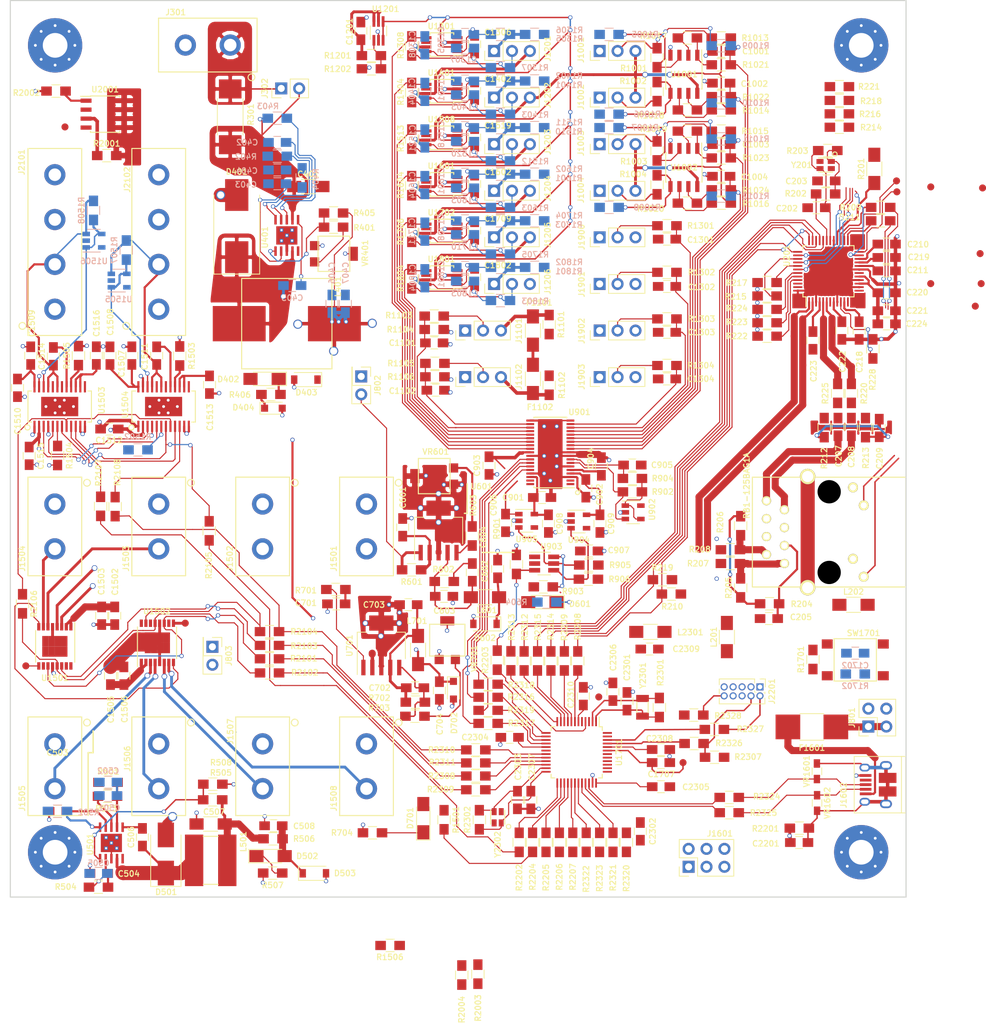
<source format=kicad_pcb>
(kicad_pcb (version 4) (host pcbnew 4.0.6)
  (layers (0 Front.Cu signal) (1 Ground.Cu power hide) (2 Power.Cu power hide) (31 Back.Cu signal) (34 B.Paste user) (35 F.Paste user) (36 B.SilkS user) (37 F.SilkS user) (38 B.Mask user) (39 F.Mask user) (44 Edge.Cuts user))
  (net 0 "")
  (net 1 GND)
  (net 2 +3V3)
  (net 3 "Net-(C404-Pad1)")
  (net 4 "Net-(C405-Pad2)")
  (net 5 +24V)
  (net 6 "Net-(C505-Pad1)")
  (net 7 "Net-(C506-Pad2)")
  (net 8 "/Power/3.3V (Clean) Supply/5V5")
  (net 9 "Net-(C602-Pad2)")
  (net 10 +5V)
  (net 11 "Net-(C702-Pad2)")
  (net 12 /Sensors/ADC/AINP)
  (net 13 "Net-(C1305-Pad2)")
  (net 14 "Net-(C1306-Pad1)")
  (net 15 "Net-(C1401-Pad2)")
  (net 16 "Net-(C1402-Pad1)")
  (net 17 "/Actuator Interface/24V0_DAC")
  (net 18 "/Actuator Interface/DAC2_VIOUT")
  (net 19 "/Actuator Interface/DAC1_VIOUT")
  (net 20 "Net-(C1601-Pad2)")
  (net 21 "Net-(C1602-Pad1)")
  (net 22 /Microcontroller/VDDCORE_1V2)
  (net 23 "Net-(C1708-Pad2)")
  (net 24 "Net-(C1709-Pad1)")
  (net 25 "Net-(C1801-Pad2)")
  (net 26 "Net-(C1802-Pad1)")
  (net 27 "Net-(F1101-Pad2)")
  (net 28 "Net-(F1102-Pad2)")
  (net 29 "Net-(F1601-Pad1)")
  (net 30 /Power/ISENSE_P)
  (net 31 /Power/ISENSE_N)
  (net 32 "/Actuator Interface/SOL1_OUT1")
  (net 33 "/Actuator Interface/DAC_ALARM_L")
  (net 34 "/Actuator Interface/SOL_CS")
  (net 35 "/Actuator Interface/SOL_SCLK")
  (net 36 "/Actuator Interface/SOL1_DATAIN")
  (net 37 "/Actuator Interface/SOL2_DATAOUT")
  (net 38 "/Actuator Interface/SOL2_OUT1")
  (net 39 "/Actuator Interface/SOL2_OUT2")
  (net 40 "/Actuator Interface/SOL2_OUT3")
  (net 41 "/Actuator Interface/SOL2_OUT4")
  (net 42 "/Actuator Interface/SOL1_OUT2")
  (net 43 "/Actuator Interface/SOL1_OUT3")
  (net 44 "/Actuator Interface/SOL1_OUT4")
  (net 45 /Network_Interface/PMODE0)
  (net 46 /Network_Interface/PMODE1)
  (net 47 /Network_Interface/PMODE2)
  (net 48 "/Power/5.5V (Noisy) Supply/ENABLE")
  (net 49 "/Power/5V (Clean) Supply/ENABLE")
  (net 50 "/Power/3.3V (Clean) Supply/ENABLE")
  (net 51 /Sensors/ADC/POWER_SEQ_ADC)
  (net 52 /Sensors/ADC/MXO)
  (net 53 "Net-(R902-Pad2)")
  (net 54 "Net-(R903-Pad2)")
  (net 55 /Sensors/ADC/3V3_EN)
  (net 56 /Sensors/ADC/VREF_EN)
  (net 57 "Net-(R1001-Pad1)")
  (net 58 "Net-(R1002-Pad1)")
  (net 59 "Net-(R1003-Pad1)")
  (net 60 "Net-(R1004-Pad1)")
  (net 61 "Net-(R1013-Pad1)")
  (net 62 "Net-(R1014-Pad1)")
  (net 63 "Net-(R1015-Pad1)")
  (net 64 "Net-(R1016-Pad1)")
  (net 65 "Net-(R1017-Pad1)")
  (net 66 "Net-(R1018-Pad1)")
  (net 67 "Net-(R1019-Pad1)")
  (net 68 "Net-(R1020-Pad1)")
  (net 69 "Net-(R1201-Pad2)")
  (net 70 "/Actuator Interface/DAC2_VSENSE+")
  (net 71 "/Actuator Interface/DAC1_VSENSE+")
  (net 72 "/Actuator Interface/SOL2_RST")
  (net 73 "/Actuator Interface/SOL1_RST")
  (net 74 /Sensors/ADC/TC_to_Volt/tc_vref)
  (net 75 "/Actuator Interface/SOL1_DATAOUT")
  (net 76 "/Power/Motor Supply/SS")
  (net 77 "/Power/Motor Supply/COMP")
  (net 78 "/Power/Motor Supply/SW")
  (net 79 "/Power/Motor Supply/RT")
  (net 80 "/Power/Motor Supply/EN")
  (net 81 "/Power/Motor Supply/FB")
  (net 82 /Network_Interface/XTAL_IN)
  (net 83 3V3A_W5500)
  (net 84 ADC_3V3)
  (net 85 ADC_2V5_REF)
  (net 86 3V3A_SAMD)
  (net 87 /Network_Interface/TX_R_P)
  (net 88 /Network_Interface/LINK_LED_R)
  (net 89 /Network_Interface/ACT_LED_R)
  (net 90 "/USB Interface/USB_SHLD")
  (net 91 /Network_Interface/XTAL_OUT)
  (net 92 /Network_Interface/ACT_LED)
  (net 93 /Network_Interface/LINK_LED)
  (net 94 /Network_Interface/RSVD1)
  (net 95 /Network_Interface/RSVD2)
  (net 96 /Network_Interface/RSVD3)
  (net 97 /Network_Interface/RSVD4)
  (net 98 /Network_Interface/RSVD5)
  (net 99 /Network_Interface/RSVD0)
  (net 100 "Net-(R401-Pad2)")
  (net 101 /Network_Interface/DUP_LED_NC)
  (net 102 /Network_Interface/SPD_LED_NC)
  (net 103 /Network_Interface/1V2_VBG_NC)
  (net 104 "Net-(C1511-Pad2)")
  (net 105 "/Actuator Interface/DAC2_VREF")
  (net 106 "Net-(C1514-Pad2)")
  (net 107 "/Actuator Interface/DAC1_VREF")
  (net 108 "/Actuator Interface/DAC_CLR")
  (net 109 "/Actuator Interface/DAC_CS")
  (net 110 "/Actuator Interface/DAC_SCLK")
  (net 111 "/Actuator Interface/DAC2_CLR_SEL")
  (net 112 "/Actuator Interface/DAC2_DVDD_EN_L")
  (net 113 "/Actuator Interface/DAC1_CLR_SEL")
  (net 114 "/Actuator Interface/DAC1_DVDD_EN_L")
  (net 115 "/Actuator Interface/DAC1_DATAOUT")
  (net 116 "Net-(C203-Pad2)")
  (net 117 "Net-(C207-Pad1)")
  (net 118 "Net-(C208-Pad1)")
  (net 119 /Network_Interface/TX_R_N)
  (net 120 /Network_Interface/RX_C_P)
  (net 121 /Network_Interface/RX_C_N)
  (net 122 /Network_Interface/TX_N)
  (net 123 /Network_Interface/TX_P)
  (net 124 /Network_Interface/RX_N)
  (net 125 /Network_Interface/RX_P)
  (net 126 /Network_Interface/REF_RES)
  (net 127 /Network_Interface/REF_CAP)
  (net 128 /Network_Interface/1V20)
  (net 129 /Network_Interface/3V3D_W5500)
  (net 130 "/Actuator Interface/DAC2_DATAOUT")
  (net 131 "/Actuator Interface/DAC1_DATAIN")
  (net 132 /Microcontroller/XTAL32K_IN)
  (net 133 /Microcontroller/XTAL32K_OUT)
  (net 134 /Microcontroller/PA14)
  (net 135 /Microcontroller/PA15)
  (net 136 /Microcontroller/USB_R_D-)
  (net 137 /Microcontroller/USB_R_D+)
  (net 138 /Microcontroller/RESET_L)
  (net 139 "Net-(D402-Pad1)")
  (net 140 "Net-(D404-Pad1)")
  (net 141 "Net-(D502-Pad1)")
  (net 142 "Net-(D601-Pad1)")
  (net 143 "Net-(D701-Pad1)")
  (net 144 "Net-(J1001-Pad2)")
  (net 145 "Net-(J1002-Pad2)")
  (net 146 "Net-(J1003-Pad2)")
  (net 147 "Net-(J1004-Pad2)")
  (net 148 "Net-(J1101-Pad2)")
  (net 149 "Net-(J1102-Pad2)")
  (net 150 /Sensors/ADC/TC_to_Volt/tc_to_v_0/-IN)
  (net 151 /Sensors/ADC/TC_to_Volt/tc_to_v_0/+IN)
  (net 152 /Sensors/ADC/TC_to_Volt/tc_to_v_1/-IN)
  (net 153 /Sensors/ADC/TC_to_Volt/tc_to_v_1/+IN)
  (net 154 /Sensors/ADC/TC_to_Volt/tc_to_v_3/-IN)
  (net 155 /Sensors/ADC/TC_to_Volt/tc_to_v_3/+IN)
  (net 156 /Sensors/ADC/TC_to_Volt/tc_to_v_4/-IN)
  (net 157 /Sensors/ADC/TC_to_Volt/tc_to_v_4/+IN)
  (net 158 /Sensors/ADC/TC_to_Volt/tc_to_v_5/-IN)
  (net 159 /Sensors/ADC/TC_to_Volt/tc_to_v_5/+IN)
  (net 160 "Net-(J1901-Pad2)")
  (net 161 "Net-(J1902-Pad2)")
  (net 162 "Net-(J1903-Pad2)")
  (net 163 /Microcontroller/EXT_RESET_L)
  (net 164 /Microcontroller/SWDCLK)
  (net 165 "Net-(J1900-Pad2)")
  (net 166 /Microcontroller/PA04)
  (net 167 /Microcontroller/PA05)
  (net 168 /Microcontroller/PA06)
  (net 169 /Microcontroller/PA07)
  (net 170 /Microcontroller/PA08)
  (net 171 /Microcontroller/PA09)
  (net 172 /Microcontroller/PA10)
  (net 173 /Microcontroller/PA11)
  (net 174 /Microcontroller/PB10)
  (net 175 /Microcontroller/PB11)
  (net 176 /Microcontroller/PA12)
  (net 177 /Microcontroller/PA13)
  (net 178 /Microcontroller/PA30)
  (net 179 /Microcontroller/PA31)
  (net 180 "Net-(C1518-Pad2)")
  (net 181 "Net-(C1519-Pad1)")
  (net 182 /Sensors/ADC/TC_to_Volt/tc_to_v_2/-IN)
  (net 183 /Sensors/ADC/TC_to_Volt/tc_to_v_2/+IN)
  (net 184 /Sensors/ADC/ADC_CH15)
  (net 185 /Sensors/ADC/ADC_CH14)
  (net 186 /Sensors/ADC/ADC_CH13)
  (net 187 /Sensors/ADC/ADC_CH12)
  (net 188 /Sensors/ADC/ADC_CH6)
  (net 189 /Sensors/ADC/ADC_CH7)
  (net 190 /Sensors/ADC/ADC_CH11)
  (net 191 /Sensors/ADC/ADC_CH10)
  (net 192 /Sensors/ADC/ADC_CH9)
  (net 193 /Sensors/ADC/ADC_CH8)
  (net 194 /Sensors/ADC/ADC_CH0)
  (net 195 /Sensors/ADC/ADC_CH1)
  (net 196 /Sensors/ADC/ADC_CH2)
  (net 197 /Sensors/ADC/ADC_CH3)
  (net 198 /Sensors/ADC/ADC_CH4)
  (net 199 /Sensors/ADC/ADC_CH5)
  (net 200 /Network_Interface/TCT_RCT)
  (net 201 "Net-(C209-Pad1)")
  (net 202 "Net-(J201-PadSH)")
  (net 203 /Microcontroller/NETW_MOSI)
  (net 204 /Microcontroller/NETW_CS)
  (net 205 /Microcontroller/NETW_MISO)
  (net 206 /Microcontroller/ADC_S1)
  (net 207 /Microcontroller/NETW_S1)
  (net 208 /Microcontroller/ADC_MOSI)
  (net 209 /Microcontroller/ADC_CS)
  (net 210 /Microcontroller/ADC_MISO)
  (net 211 "/Power/5V (Clean) Supply/5V0_UNFILT")
  (net 212 "/Power/3.3V (Clean) Supply/3V3_UNFILT")
  (net 213 "/Actuator Interface/SOL_DAC_MOSI")
  (net 214 "/Actuator Interface/SOL_DAC_MISO")
  (net 215 /Microcontroller/ISP_MOSI)
  (net 216 /Microcontroller/ISP_MISO)
  (net 217 /Microcontroller/ISP_RESET_L)
  (net 218 /Microcontroller/USB_D+)
  (net 219 /Microcontroller/SWDIO)
  (net 220 /Microcontroller/SWD_RESET_L)
  (net 221 /Microcontroller/PA03)
  (net 222 /Microcontroller/PB08)
  (net 223 /Microcontroller/PB09)
  (net 224 /Microcontroller/PA16)
  (net 225 /Microcontroller/PA17)
  (net 226 /Microcontroller/PA18)
  (net 227 /Microcontroller/PA19)
  (net 228 /Microcontroller/PA20)
  (net 229 /Microcontroller/PA21)
  (net 230 /Microcontroller/PA22)
  (net 231 /Microcontroller/PA23)
  (net 232 "/Power/5.5V (Noisy) Supply/24V0_R")
  (net 233 "/Power/5.5V (Noisy) Supply/SS")
  (net 234 "/Power/5.5V (Noisy) Supply/COMP")
  (net 235 "/Power/5.5V (Noisy) Supply/SW")
  (net 236 "/Power/5.5V (Noisy) Supply/5V5_UNFILT")
  (net 237 "/Power/5.5V (Noisy) Supply/RT")
  (net 238 "/Power/5.5V (Noisy) Supply/FB")
  (net 239 "Net-(R603-Pad2)")
  (net 240 "Net-(R703-Pad2)")
  (net 241 /Power/5V0_USB)
  (net 242 /Microcontroller/ISP_S1)
  (net 243 /Microcontroller/NETW_C0)
  (net 244 /Microcontroller/NETW_C1)
  (net 245 "/Actuator Interface/SOL_DAC_C0")
  (net 246 "/Actuator Interface/SOL_DAC_S1")
  (net 247 "/Actuator Interface/SOL_DAC_C1")
  (net 248 "/Actuator Interface/SOL_DAC_CS")
  (net 249 "/Actuator Interface/SOL_DAC_CS2")
  (net 250 /Microcontroller/USB_D-)
  (net 251 "/Actuator Interface/SEQ_EN")
  (net 252 "/Actuator Interface/SEQ_ST")
  (net 253 "Net-(J201-PadR6)")
  (net 254 "Net-(J201-PadR5)")
  (net 255 "Net-(J201-PadR4)")
  (net 256 "Net-(J1602-Pad4)")
  (net 257 "Net-(J2201-Pad6)")
  (net 258 "Net-(J2201-Pad7)")
  (net 259 "Net-(J2201-Pad8)")
  (net 260 "Net-(J2201-Pad9)")
  (net 261 "Net-(R2002-Pad1)")
  (net 262 "Net-(U201-Pad7)")
  (net 263 "Net-(U201-Pad12)")
  (net 264 "Net-(U201-Pad13)")
  (net 265 "Net-(U201-Pad46)")
  (net 266 "Net-(U201-Pad47)")
  (net 267 "Net-(U401-Pad10)")
  (net 268 "Net-(U501-Pad10)")
  (net 269 "Net-(U901-Pad1)")
  (net 270 "Net-(U901-Pad2)")
  (net 271 "Net-(U901-Pad37)")
  (net 272 "Net-(U901-Pad38)")
  (net 273 "Net-(U904-Pad1)")
  (net 274 "Net-(U905-Pad4)")
  (net 275 "Net-(U1301-Pad4)")
  (net 276 "Net-(U1401-Pad4)")
  (net 277 "Net-(U1501-Pad10)")
  (net 278 "Net-(U1502-Pad10)")
  (net 279 "Net-(U1503-Pad13)")
  (net 280 "Net-(U1503-Pad18)")
  (net 281 "Net-(U1503-Pad20)")
  (net 282 "Net-(U1504-Pad13)")
  (net 283 "Net-(U1504-Pad18)")
  (net 284 "Net-(U1504-Pad20)")
  (net 285 "Net-(U1508-Pad4)")
  (net 286 "Net-(U1601-Pad4)")
  (net 287 /Microcontroller/PA02)
  (net 288 /Microcontroller/PB12)
  (net 289 /Microcontroller/PB13)
  (net 290 /Microcontroller/PA27)
  (net 291 /Microcontroller/PA28)
  (net 292 /Microcontroller/PB02)
  (net 293 /Microcontroller/PB03)
  (net 294 "Net-(U1702-Pad4)")
  (net 295 "Net-(U1801-Pad4)")
  (module hyperCustom:Molex_2pin_power_0010844022 (layer Front.Cu) (at 21.04 108.47 270)
    (fp_text reference J1506 (at -1.07 4.44 450) (layer F.SilkS) (effects (font (size 0.8 0.8))))
    (fp_text value CONN_01X02)
    (pad 1 thru_hole circle (at -3.175 0 270) (size 3 3) (drill 1.78) (layers *.Cu *.Mask) (net 5 +24V))
    (pad 2 thru_hole circle (at 3.175 0 270) (size 3 3) (drill 1.78) (layers *.Cu *.Mask) (net 39 "/Actuator Interface/SOL2_OUT2"))
  )
  (module Capacitors_SMD:C_0805_HandSoldering (layer Front.Cu) (at 83.8 66 90)
    (fp_text reference C904 (at 1.1 -1.5 90) (layer F.SilkS) (effects (font (size 0.8 0.8))))
    (fp_text value 1uF)
    (pad 1 smd rect (at -1.25 0 90) (size 1.5 1.25) (layers Front.Cu F.Paste F.Mask) (net 10 +5V))
    (pad 2 smd rect (at 1.25 0 90) (size 1.5 1.25) (layers Front.Cu F.Paste F.Mask) (net 1 GND))
  )
  (module Resistors_SMD:R_0805_HandSoldering (layer Back.Cu) (at 84.9 29.3 180)
    (fp_text reference R1008 (at -5.4 0 180) (layer B.SilkS) (effects (font (size 0.8 0.8)) (justify mirror)))
    (fp_text value 250)
    (pad 1 smd rect (at -1.35 0 180) (size 1.5 1.3) (layers Back.Cu B.Paste B.Mask) (net 60 "Net-(R1004-Pad1)"))
    (pad 2 smd rect (at 1.35 0 180) (size 1.5 1.3) (layers Back.Cu B.Paste B.Mask) (net 1 GND))
  )
  (module Resistors_SMD:R_0805_HandSoldering (layer Back.Cu) (at 84.9 18 180)
    (fp_text reference R1007 (at -5.1 0 180) (layer B.SilkS) (effects (font (size 0.8 0.8)) (justify mirror)))
    (fp_text value 250)
    (pad 1 smd rect (at -1.35 0 180) (size 1.5 1.3) (layers Back.Cu B.Paste B.Mask) (net 59 "Net-(R1003-Pad1)"))
    (pad 2 smd rect (at 1.35 0 180) (size 1.5 1.3) (layers Back.Cu B.Paste B.Mask) (net 1 GND))
  )
  (module Resistors_SMD:R_0805_HandSoldering (layer Back.Cu) (at 100.8 27.7 180)
    (fp_text reference R1012 (at -4.9 0 180) (layer B.SilkS) (effects (font (size 0.8 0.8)) (justify mirror)))
    (fp_text value 0)
    (pad 1 smd rect (at -1.35 0 180) (size 1.5 1.3) (layers Back.Cu B.Paste B.Mask) (net 187 /Sensors/ADC/ADC_CH12))
    (pad 2 smd rect (at 1.35 0 180) (size 1.5 1.3) (layers Back.Cu B.Paste B.Mask) (net 147 "Net-(J1004-Pad2)"))
  )
  (module Resistors_SMD:R_0805_HandSoldering (layer Back.Cu) (at 100.8 19.6 180)
    (fp_text reference R1011 (at -4.9 0 180) (layer B.SilkS) (effects (font (size 0.8 0.8)) (justify mirror)))
    (fp_text value 0)
    (pad 1 smd rect (at -1.35 0 180) (size 1.5 1.3) (layers Back.Cu B.Paste B.Mask) (net 186 /Sensors/ADC/ADC_CH13))
    (pad 2 smd rect (at 1.35 0 180) (size 1.5 1.3) (layers Back.Cu B.Paste B.Mask) (net 146 "Net-(J1003-Pad2)"))
  )
  (module Capacitors_SMD:C_0805_HandSoldering (layer Front.Cu) (at 100.8 20.4 180)
    (fp_text reference C1003 (at -4.9 0 180) (layer F.SilkS) (effects (font (size 0.8 0.8))))
    (fp_text value C)
    (pad 1 smd rect (at -1.25 0 180) (size 1.5 1.25) (layers Front.Cu F.Paste F.Mask) (net 186 /Sensors/ADC/ADC_CH13))
    (pad 2 smd rect (at 1.25 0 180) (size 1.5 1.25) (layers Front.Cu F.Paste F.Mask) (net 1 GND))
  )
  (module Capacitors_SMD:C_0805_HandSoldering (layer Front.Cu) (at 100.8 24.9 180)
    (fp_text reference C1004 (at -4.7 -0.1 180) (layer F.SilkS) (effects (font (size 0.8 0.8))))
    (fp_text value C)
    (pad 1 smd rect (at -1.25 0 180) (size 1.5 1.25) (layers Front.Cu F.Paste F.Mask) (net 187 /Sensors/ADC/ADC_CH12))
    (pad 2 smd rect (at 1.25 0 180) (size 1.5 1.25) (layers Front.Cu F.Paste F.Mask) (net 1 GND))
  )
  (module Resistors_SMD:R_0805_HandSoldering (layer Front.Cu) (at 100.8 18.5)
    (fp_text reference R1015 (at 4.8 0) (layer F.SilkS) (effects (font (size 0.8 0.8))))
    (fp_text value 40k)
    (pad 1 smd rect (at -1.35 0) (size 1.5 1.3) (layers Front.Cu F.Paste F.Mask) (net 63 "Net-(R1015-Pad1)"))
    (pad 2 smd rect (at 1.35 0) (size 1.5 1.3) (layers Front.Cu F.Paste F.Mask) (net 10 +5V))
  )
  (module Housings_SOIC:SOIC-8_3.9x4.9mm_Pitch1.27mm (layer Front.Cu) (at 95.5 23.65 270)
    (fp_text reference U1002 (at 0 0 360) (layer F.SilkS) (effects (font (size 0.8 0.8))))
    (fp_text value LM358)
    (pad 1 smd rect (at -2.7 -1.905 270) (size 1.55 0.6) (layers Front.Cu F.Paste F.Mask) (net 67 "Net-(R1019-Pad1)"))
    (pad 2 smd rect (at -2.7 -0.635 270) (size 1.55 0.6) (layers Front.Cu F.Paste F.Mask) (net 63 "Net-(R1015-Pad1)"))
    (pad 3 smd rect (at -2.7 0.635 270) (size 1.55 0.6) (layers Front.Cu F.Paste F.Mask) (net 59 "Net-(R1003-Pad1)"))
    (pad 4 smd rect (at -2.7 1.905 270) (size 1.55 0.6) (layers Front.Cu F.Paste F.Mask) (net 1 GND))
    (pad 5 smd rect (at 2.7 1.905 270) (size 1.55 0.6) (layers Front.Cu F.Paste F.Mask) (net 60 "Net-(R1004-Pad1)"))
    (pad 6 smd rect (at 2.7 0.635 270) (size 1.55 0.6) (layers Front.Cu F.Paste F.Mask) (net 64 "Net-(R1016-Pad1)"))
    (pad 7 smd rect (at 2.7 -0.635 270) (size 1.55 0.6) (layers Front.Cu F.Paste F.Mask) (net 68 "Net-(R1020-Pad1)"))
    (pad 8 smd rect (at 2.7 -1.905 270) (size 1.55 0.6) (layers Front.Cu F.Paste F.Mask) (net 10 +5V))
  )
  (module Resistors_SMD:R_0805_HandSoldering (layer Front.Cu) (at 96 28.7 180)
    (fp_text reference R1020 (at 5.2 -0.8 180) (layer F.SilkS) (effects (font (size 0.8 0.8))))
    (fp_text value 10k)
    (pad 1 smd rect (at -1.35 0 180) (size 1.5 1.3) (layers Front.Cu F.Paste F.Mask) (net 68 "Net-(R1020-Pad1)"))
    (pad 2 smd rect (at 1.35 0 180) (size 1.5 1.3) (layers Front.Cu F.Paste F.Mask) (net 64 "Net-(R1016-Pad1)"))
  )
  (module Resistors_SMD:R_0805_HandSoldering (layer Front.Cu) (at 100.8 26.8 180)
    (fp_text reference R1024 (at -4.9 -0.1 180) (layer F.SilkS) (effects (font (size 0.8 0.8))))
    (fp_text value 0)
    (pad 1 smd rect (at -1.35 0 180) (size 1.5 1.3) (layers Front.Cu F.Paste F.Mask) (net 187 /Sensors/ADC/ADC_CH12))
    (pad 2 smd rect (at 1.35 0 180) (size 1.5 1.3) (layers Front.Cu F.Paste F.Mask) (net 68 "Net-(R1020-Pad1)"))
  )
  (module Resistors_SMD:R_0805_HandSoldering (layer Front.Cu) (at 96 18.5 180)
    (fp_text reference R1019 (at 4.8 0.3 180) (layer F.SilkS) (effects (font (size 0.8 0.8))))
    (fp_text value 10k)
    (pad 1 smd rect (at -1.35 0 180) (size 1.5 1.3) (layers Front.Cu F.Paste F.Mask) (net 67 "Net-(R1019-Pad1)"))
    (pad 2 smd rect (at 1.35 0 180) (size 1.5 1.3) (layers Front.Cu F.Paste F.Mask) (net 63 "Net-(R1015-Pad1)"))
  )
  (module Resistors_SMD:R_0805_HandSoldering (layer Front.Cu) (at 100.8 22.3 180)
    (fp_text reference R1023 (at -4.9 0 180) (layer F.SilkS) (effects (font (size 0.8 0.8))))
    (fp_text value 0)
    (pad 1 smd rect (at -1.35 0 180) (size 1.5 1.3) (layers Front.Cu F.Paste F.Mask) (net 186 /Sensors/ADC/ADC_CH13))
    (pad 2 smd rect (at 1.35 0 180) (size 1.5 1.3) (layers Front.Cu F.Paste F.Mask) (net 67 "Net-(R1019-Pad1)"))
  )
  (module Resistors_SMD:R_0805_HandSoldering (layer Front.Cu) (at 100.8 28.7)
    (fp_text reference R1016 (at 4.9 0.1) (layer F.SilkS) (effects (font (size 0.8 0.8))))
    (fp_text value 40k)
    (pad 1 smd rect (at -1.35 0) (size 1.5 1.3) (layers Front.Cu F.Paste F.Mask) (net 64 "Net-(R1016-Pad1)"))
    (pad 2 smd rect (at 1.35 0) (size 1.5 1.3) (layers Front.Cu F.Paste F.Mask) (net 10 +5V))
  )
  (module hyperCustom:TE_3_pos_header_640456-3 (layer Front.Cu) (at 83.56 26.95 90)
    (fp_text reference J1004 (at 0.09 -2.66 90) (layer F.SilkS) (effects (font (size 0.8 0.8))))
    (fp_text value Conn_01x03)
    (pad 1 thru_hole rect (at 0 0 90) (size 1.7 1.7) (drill 1) (layers *.Cu *.Mask) (net 1 GND))
    (pad 2 thru_hole oval (at 0 2.54 90) (size 1.7 1.7) (drill 1) (layers *.Cu *.Mask) (net 147 "Net-(J1004-Pad2)"))
    (pad 3 thru_hole oval (at 0 5.08 90) (size 1.7 1.7) (drill 1) (layers *.Cu *.Mask) (net 10 +5V))
  )
  (module hyperCustom:TE_3_pos_header_640456-3 (layer Front.Cu) (at 83.56 20.35 90)
    (fp_text reference J1003 (at 0.15 -2.66 90) (layer F.SilkS) (effects (font (size 0.8 0.8))))
    (fp_text value Conn_01x03)
    (pad 1 thru_hole rect (at 0 0 90) (size 1.7 1.7) (drill 1) (layers *.Cu *.Mask) (net 1 GND))
    (pad 2 thru_hole oval (at 0 2.54 90) (size 1.7 1.7) (drill 1) (layers *.Cu *.Mask) (net 146 "Net-(J1003-Pad2)"))
    (pad 3 thru_hole oval (at 0 5.08 90) (size 1.7 1.7) (drill 1) (layers *.Cu *.Mask) (net 10 +5V))
  )
  (module Resistors_SMD:R_0805_HandSoldering (layer Front.Cu) (at 91.7 26.1 270)
    (fp_text reference R1004 (at -1.5 3.4 360) (layer F.SilkS) (effects (font (size 0.8 0.8))))
    (fp_text value 0)
    (pad 1 smd rect (at -1.35 0 270) (size 1.5 1.3) (layers Front.Cu F.Paste F.Mask) (net 60 "Net-(R1004-Pad1)"))
    (pad 2 smd rect (at 1.35 0 270) (size 1.5 1.3) (layers Front.Cu F.Paste F.Mask) (net 147 "Net-(J1004-Pad2)"))
  )
  (module Resistors_SMD:R_0805_HandSoldering (layer Front.Cu) (at 91.7 21.3 90)
    (fp_text reference R1003 (at -1.5 -3.3 180) (layer F.SilkS) (effects (font (size 0.8 0.8))))
    (fp_text value 0)
    (pad 1 smd rect (at -1.35 0 90) (size 1.5 1.3) (layers Front.Cu F.Paste F.Mask) (net 59 "Net-(R1003-Pad1)"))
    (pad 2 smd rect (at 1.35 0 90) (size 1.5 1.3) (layers Front.Cu F.Paste F.Mask) (net 146 "Net-(J1003-Pad2)"))
  )
  (module Capacitors_SMD:C_0805_HandSoldering (layer Back.Cu) (at 58.77 39.34 270)
    (fp_text reference C1804 (at -0.06 1.73 270) (layer B.SilkS) (effects (font (size 0.8 0.8)) (justify mirror)))
    (fp_text value 0.1uF)
    (pad 1 smd rect (at -1.25 0 270) (size 1.5 1.25) (layers Back.Cu B.Paste B.Mask) (net 1 GND))
    (pad 2 smd rect (at 1.25 0 270) (size 1.5 1.25) (layers Back.Cu B.Paste B.Mask) (net 10 +5V))
  )
  (module Capacitors_SMD:C_0805_HandSoldering (layer Back.Cu) (at 58.77 32.74 270)
    (fp_text reference C1711 (at -0.03 1.81 270) (layer B.SilkS) (effects (font (size 0.8 0.8)) (justify mirror)))
    (fp_text value 0.1uF)
    (pad 1 smd rect (at -1.25 0 270) (size 1.5 1.25) (layers Back.Cu B.Paste B.Mask) (net 1 GND))
    (pad 2 smd rect (at 1.25 0 270) (size 1.5 1.25) (layers Back.Cu B.Paste B.Mask) (net 10 +5V))
  )
  (module Capacitors_SMD:C_0805_HandSoldering (layer Back.Cu) (at 58.77 26.14 270)
    (fp_text reference C1604 (at 0 1.77 270) (layer B.SilkS) (effects (font (size 0.8 0.8)) (justify mirror)))
    (fp_text value 0.1uF)
    (pad 1 smd rect (at -1.25 0 270) (size 1.5 1.25) (layers Back.Cu B.Paste B.Mask) (net 1 GND))
    (pad 2 smd rect (at 1.25 0 270) (size 1.5 1.25) (layers Back.Cu B.Paste B.Mask) (net 10 +5V))
  )
  (module Capacitors_SMD:C_0805_HandSoldering (layer Back.Cu) (at 58.77 19.54 270)
    (fp_text reference C1521 (at -0.01 1.73 270) (layer B.SilkS) (effects (font (size 0.8 0.8)) (justify mirror)))
    (fp_text value 0.1uF)
    (pad 1 smd rect (at -1.25 0 270) (size 1.5 1.25) (layers Back.Cu B.Paste B.Mask) (net 1 GND))
    (pad 2 smd rect (at 1.25 0 270) (size 1.5 1.25) (layers Back.Cu B.Paste B.Mask) (net 10 +5V))
  )
  (module Capacitors_SMD:C_0805_HandSoldering (layer Back.Cu) (at 64.47 39.74 180)
    (fp_text reference C1803 (at 0.04 -1.74 180) (layer B.SilkS) (effects (font (size 0.8 0.8)) (justify mirror)))
    (fp_text value 0.1uF)
    (pad 1 smd rect (at -1.25 0 180) (size 1.5 1.25) (layers Back.Cu B.Paste B.Mask) (net 26 "Net-(C1802-Pad1)"))
    (pad 2 smd rect (at 1.25 0 180) (size 1.5 1.25) (layers Back.Cu B.Paste B.Mask) (net 1 GND))
  )
  (module Capacitors_SMD:C_0805_HandSoldering (layer Back.Cu) (at 64.47 33.14 180)
    (fp_text reference C1710 (at 0.04 -1.74 180) (layer B.SilkS) (effects (font (size 0.8 0.8)) (justify mirror)))
    (fp_text value 0.1uF)
    (pad 1 smd rect (at -1.25 0 180) (size 1.5 1.25) (layers Back.Cu B.Paste B.Mask) (net 24 "Net-(C1709-Pad1)"))
    (pad 2 smd rect (at 1.25 0 180) (size 1.5 1.25) (layers Back.Cu B.Paste B.Mask) (net 1 GND))
  )
  (module Capacitors_SMD:C_0805_HandSoldering (layer Back.Cu) (at 64.47 26.54 180)
    (fp_text reference C1603 (at 0.04 -1.74 180) (layer B.SilkS) (effects (font (size 0.8 0.8)) (justify mirror)))
    (fp_text value 0.1uF)
    (pad 1 smd rect (at -1.25 0 180) (size 1.5 1.25) (layers Back.Cu B.Paste B.Mask) (net 21 "Net-(C1602-Pad1)"))
    (pad 2 smd rect (at 1.25 0 180) (size 1.5 1.25) (layers Back.Cu B.Paste B.Mask) (net 1 GND))
  )
  (module Capacitors_SMD:C_0805_HandSoldering (layer Back.Cu) (at 64.47 19.94 180)
    (fp_text reference C1520 (at 0.04 -1.74 180) (layer B.SilkS) (effects (font (size 0.8 0.8)) (justify mirror)))
    (fp_text value 0.1uF)
    (pad 1 smd rect (at -1.25 0 180) (size 1.5 1.25) (layers Back.Cu B.Paste B.Mask) (net 181 "Net-(C1519-Pad1)"))
    (pad 2 smd rect (at 1.25 0 180) (size 1.5 1.25) (layers Back.Cu B.Paste B.Mask) (net 1 GND))
  )
  (module Capacitors_SMD:C_0805_HandSoldering (layer Back.Cu) (at 64.47 37.8)
    (fp_text reference C1801 (at -3.36 0.94 90) (layer B.SilkS) (effects (font (size 0.8 0.8)) (justify mirror)))
    (fp_text value 0.1uF)
    (pad 1 smd rect (at -1.25 0) (size 1.5 1.25) (layers Back.Cu B.Paste B.Mask) (net 1 GND))
    (pad 2 smd rect (at 1.25 0) (size 1.5 1.25) (layers Back.Cu B.Paste B.Mask) (net 25 "Net-(C1801-Pad2)"))
  )
  (module Capacitors_SMD:C_0805_HandSoldering (layer Back.Cu) (at 64.47 31.2)
    (fp_text reference C1708 (at -3.36 0.94 90) (layer B.SilkS) (effects (font (size 0.8 0.8)) (justify mirror)))
    (fp_text value 0.1uF)
    (pad 1 smd rect (at -1.25 0) (size 1.5 1.25) (layers Back.Cu B.Paste B.Mask) (net 1 GND))
    (pad 2 smd rect (at 1.25 0) (size 1.5 1.25) (layers Back.Cu B.Paste B.Mask) (net 23 "Net-(C1708-Pad2)"))
  )
  (module Capacitors_SMD:C_0805_HandSoldering (layer Back.Cu) (at 64.47 24.6)
    (fp_text reference C1601 (at -3.36 0.94 90) (layer B.SilkS) (effects (font (size 0.8 0.8)) (justify mirror)))
    (fp_text value 0.1uF)
    (pad 1 smd rect (at -1.25 0) (size 1.5 1.25) (layers Back.Cu B.Paste B.Mask) (net 1 GND))
    (pad 2 smd rect (at 1.25 0) (size 1.5 1.25) (layers Back.Cu B.Paste B.Mask) (net 20 "Net-(C1601-Pad2)"))
  )
  (module Capacitors_SMD:C_0805_HandSoldering (layer Back.Cu) (at 64.47 18)
    (fp_text reference C1518 (at -3.36 0.94 90) (layer B.SilkS) (effects (font (size 0.8 0.8)) (justify mirror)))
    (fp_text value 0.1uF)
    (pad 1 smd rect (at -1.25 0) (size 1.5 1.25) (layers Back.Cu B.Paste B.Mask) (net 1 GND))
    (pad 2 smd rect (at 1.25 0) (size 1.5 1.25) (layers Back.Cu B.Paste B.Mask) (net 180 "Net-(C1518-Pad2)"))
  )
  (module Resistors_SMD:R_0805_HandSoldering (layer Back.Cu) (at 69.49 37.8)
    (fp_text reference R1802 (at 9.75 -0.74) (layer B.SilkS) (effects (font (size 0.8 0.8)) (justify mirror)))
    (fp_text value 150)
    (pad 1 smd rect (at -1.35 0) (size 1.5 1.3) (layers Back.Cu B.Paste B.Mask) (net 25 "Net-(C1801-Pad2)"))
    (pad 2 smd rect (at 1.35 0) (size 1.5 1.3) (layers Back.Cu B.Paste B.Mask) (net 158 /Sensors/ADC/TC_to_Volt/tc_to_v_5/-IN))
  )
  (module Resistors_SMD:R_0805_HandSoldering (layer Back.Cu) (at 69.49 31.2)
    (fp_text reference R1704 (at 9.75 -0.74) (layer B.SilkS) (effects (font (size 0.8 0.8)) (justify mirror)))
    (fp_text value 150)
    (pad 1 smd rect (at -1.35 0) (size 1.5 1.3) (layers Back.Cu B.Paste B.Mask) (net 23 "Net-(C1708-Pad2)"))
    (pad 2 smd rect (at 1.35 0) (size 1.5 1.3) (layers Back.Cu B.Paste B.Mask) (net 156 /Sensors/ADC/TC_to_Volt/tc_to_v_4/-IN))
  )
  (module Resistors_SMD:R_0805_HandSoldering (layer Back.Cu) (at 69.49 24.6)
    (fp_text reference R1602 (at 9.75 -0.74) (layer B.SilkS) (effects (font (size 0.8 0.8)) (justify mirror)))
    (fp_text value 150)
    (pad 1 smd rect (at -1.35 0) (size 1.5 1.3) (layers Back.Cu B.Paste B.Mask) (net 20 "Net-(C1601-Pad2)"))
    (pad 2 smd rect (at 1.35 0) (size 1.5 1.3) (layers Back.Cu B.Paste B.Mask) (net 154 /Sensors/ADC/TC_to_Volt/tc_to_v_3/-IN))
  )
  (module Resistors_SMD:R_0805_HandSoldering (layer Back.Cu) (at 69.49 18)
    (fp_text reference R1511 (at 9.75 -0.74) (layer B.SilkS) (effects (font (size 0.8 0.8)) (justify mirror)))
    (fp_text value 150)
    (pad 1 smd rect (at -1.35 0) (size 1.5 1.3) (layers Back.Cu B.Paste B.Mask) (net 180 "Net-(C1518-Pad2)"))
    (pad 2 smd rect (at 1.35 0) (size 1.5 1.3) (layers Back.Cu B.Paste B.Mask) (net 182 /Sensors/ADC/TC_to_Volt/tc_to_v_2/-IN))
  )
  (module Resistors_SMD:R_0805_HandSoldering (layer Back.Cu) (at 74.34 37.8 180)
    (fp_text reference R1801 (at -4.85 -0.56 180) (layer B.SilkS) (effects (font (size 0.8 0.8)) (justify mirror)))
    (fp_text value 1M)
    (pad 1 smd rect (at -1.35 0 180) (size 1.5 1.3) (layers Back.Cu B.Paste B.Mask) (net 1 GND))
    (pad 2 smd rect (at 1.35 0 180) (size 1.5 1.3) (layers Back.Cu B.Paste B.Mask) (net 158 /Sensors/ADC/TC_to_Volt/tc_to_v_5/-IN))
  )
  (module Resistors_SMD:R_0805_HandSoldering (layer Back.Cu) (at 74.34 31.2 180)
    (fp_text reference R1703 (at -4.85 -0.56 180) (layer B.SilkS) (effects (font (size 0.8 0.8)) (justify mirror)))
    (fp_text value 1M)
    (pad 1 smd rect (at -1.35 0 180) (size 1.5 1.3) (layers Back.Cu B.Paste B.Mask) (net 1 GND))
    (pad 2 smd rect (at 1.35 0 180) (size 1.5 1.3) (layers Back.Cu B.Paste B.Mask) (net 156 /Sensors/ADC/TC_to_Volt/tc_to_v_4/-IN))
  )
  (module Resistors_SMD:R_0805_HandSoldering (layer Back.Cu) (at 74.34 24.6 180)
    (fp_text reference R1601 (at -4.85 -0.56 180) (layer B.SilkS) (effects (font (size 0.8 0.8)) (justify mirror)))
    (fp_text value 1M)
    (pad 1 smd rect (at -1.35 0 180) (size 1.5 1.3) (layers Back.Cu B.Paste B.Mask) (net 1 GND))
    (pad 2 smd rect (at 1.35 0 180) (size 1.5 1.3) (layers Back.Cu B.Paste B.Mask) (net 154 /Sensors/ADC/TC_to_Volt/tc_to_v_3/-IN))
  )
  (module Resistors_SMD:R_0805_HandSoldering (layer Back.Cu) (at 74.34 18 180)
    (fp_text reference R1510 (at -4.85 -0.56 180) (layer B.SilkS) (effects (font (size 0.8 0.8)) (justify mirror)))
    (fp_text value 1M)
    (pad 1 smd rect (at -1.35 0 180) (size 1.5 1.3) (layers Back.Cu B.Paste B.Mask) (net 1 GND))
    (pad 2 smd rect (at 1.35 0 180) (size 1.5 1.3) (layers Back.Cu B.Paste B.Mask) (net 182 /Sensors/ADC/TC_to_Volt/tc_to_v_2/-IN))
  )
  (module Resistors_SMD:R_0805_HandSoldering (layer Back.Cu) (at 69.49 42.5)
    (fp_text reference R1803 (at 4.94 0.09) (layer B.SilkS) (effects (font (size 0.8 0.8)) (justify mirror)))
    (fp_text value 150)
    (pad 1 smd rect (at -1.35 0) (size 1.5 1.3) (layers Back.Cu B.Paste B.Mask) (net 26 "Net-(C1802-Pad1)"))
    (pad 2 smd rect (at 1.35 0) (size 1.5 1.3) (layers Back.Cu B.Paste B.Mask) (net 159 /Sensors/ADC/TC_to_Volt/tc_to_v_5/+IN))
  )
  (module Resistors_SMD:R_0805_HandSoldering (layer Back.Cu) (at 69.49 35.9)
    (fp_text reference R1705 (at 4.94 0.09) (layer B.SilkS) (effects (font (size 0.8 0.8)) (justify mirror)))
    (fp_text value 150)
    (pad 1 smd rect (at -1.35 0) (size 1.5 1.3) (layers Back.Cu B.Paste B.Mask) (net 24 "Net-(C1709-Pad1)"))
    (pad 2 smd rect (at 1.35 0) (size 1.5 1.3) (layers Back.Cu B.Paste B.Mask) (net 157 /Sensors/ADC/TC_to_Volt/tc_to_v_4/+IN))
  )
  (module Resistors_SMD:R_0805_HandSoldering (layer Back.Cu) (at 69.49 29.3)
    (fp_text reference R1603 (at 4.94 0.09) (layer B.SilkS) (effects (font (size 0.8 0.8)) (justify mirror)))
    (fp_text value 150)
    (pad 1 smd rect (at -1.35 0) (size 1.5 1.3) (layers Back.Cu B.Paste B.Mask) (net 21 "Net-(C1602-Pad1)"))
    (pad 2 smd rect (at 1.35 0) (size 1.5 1.3) (layers Back.Cu B.Paste B.Mask) (net 155 /Sensors/ADC/TC_to_Volt/tc_to_v_3/+IN))
  )
  (module Resistors_SMD:R_0805_HandSoldering (layer Back.Cu) (at 69.49 22.7)
    (fp_text reference R1512 (at 4.94 0.09) (layer B.SilkS) (effects (font (size 0.8 0.8)) (justify mirror)))
    (fp_text value 150)
    (pad 1 smd rect (at -1.35 0) (size 1.5 1.3) (layers Back.Cu B.Paste B.Mask) (net 181 "Net-(C1519-Pad1)"))
    (pad 2 smd rect (at 1.35 0) (size 1.5 1.3) (layers Back.Cu B.Paste B.Mask) (net 183 /Sensors/ADC/TC_to_Volt/tc_to_v_2/+IN))
  )
  (module Capacitors_SMD:C_0805_HandSoldering (layer Front.Cu) (at 65.83 39.19 90)
    (fp_text reference C1802 (at 1.69 3.3 180) (layer F.SilkS) (effects (font (size 0.8 0.8))))
    (fp_text value 1uF)
    (pad 1 smd rect (at -1.25 0 90) (size 1.5 1.25) (layers Front.Cu F.Paste F.Mask) (net 26 "Net-(C1802-Pad1)"))
    (pad 2 smd rect (at 1.25 0 90) (size 1.5 1.25) (layers Front.Cu F.Paste F.Mask) (net 25 "Net-(C1801-Pad2)"))
  )
  (module Capacitors_SMD:C_0805_HandSoldering (layer Front.Cu) (at 65.83 32.59 90)
    (fp_text reference C1709 (at 1.69 3.3 180) (layer F.SilkS) (effects (font (size 0.8 0.8))))
    (fp_text value 1uF)
    (pad 1 smd rect (at -1.25 0 90) (size 1.5 1.25) (layers Front.Cu F.Paste F.Mask) (net 24 "Net-(C1709-Pad1)"))
    (pad 2 smd rect (at 1.25 0 90) (size 1.5 1.25) (layers Front.Cu F.Paste F.Mask) (net 23 "Net-(C1708-Pad2)"))
  )
  (module Capacitors_SMD:C_0805_HandSoldering (layer Front.Cu) (at 65.83 25.99 90)
    (fp_text reference C1602 (at 1.69 3.3 180) (layer F.SilkS) (effects (font (size 0.8 0.8))))
    (fp_text value 1uF)
    (pad 1 smd rect (at -1.25 0 90) (size 1.5 1.25) (layers Front.Cu F.Paste F.Mask) (net 21 "Net-(C1602-Pad1)"))
    (pad 2 smd rect (at 1.25 0 90) (size 1.5 1.25) (layers Front.Cu F.Paste F.Mask) (net 20 "Net-(C1601-Pad2)"))
  )
  (module Capacitors_SMD:C_0805_HandSoldering (layer Front.Cu) (at 65.83 19.39 90)
    (fp_text reference C1519 (at 1.69 3.3 180) (layer F.SilkS) (effects (font (size 0.8 0.8))))
    (fp_text value 1uF)
    (pad 1 smd rect (at -1.25 0 90) (size 1.5 1.25) (layers Front.Cu F.Paste F.Mask) (net 181 "Net-(C1519-Pad1)"))
    (pad 2 smd rect (at 1.25 0 90) (size 1.5 1.25) (layers Front.Cu F.Paste F.Mask) (net 180 "Net-(C1518-Pad2)"))
  )
  (module Resistors_SMD:R_0805_HandSoldering (layer Front.Cu) (at 56.91 39.43 270)
    (fp_text reference R1804 (at -0.08 1.56 270) (layer F.SilkS) (effects (font (size 0.8 0.8))))
    (fp_text value 0)
    (pad 1 smd rect (at -1.35 0 270) (size 1.5 1.3) (layers Front.Cu F.Paste F.Mask) (net 199 /Sensors/ADC/ADC_CH5))
    (pad 2 smd rect (at 1.35 0 270) (size 1.5 1.3) (layers Front.Cu F.Paste F.Mask) (net 159 /Sensors/ADC/TC_to_Volt/tc_to_v_5/+IN))
  )
  (module Resistors_SMD:R_0805_HandSoldering (layer Front.Cu) (at 56.91 32.83 270)
    (fp_text reference R1706 (at -0.08 1.56 270) (layer F.SilkS) (effects (font (size 0.8 0.8))))
    (fp_text value 0)
    (pad 1 smd rect (at -1.35 0 270) (size 1.5 1.3) (layers Front.Cu F.Paste F.Mask) (net 198 /Sensors/ADC/ADC_CH4))
    (pad 2 smd rect (at 1.35 0 270) (size 1.5 1.3) (layers Front.Cu F.Paste F.Mask) (net 157 /Sensors/ADC/TC_to_Volt/tc_to_v_4/+IN))
  )
  (module Resistors_SMD:R_0805_HandSoldering (layer Front.Cu) (at 56.91 26.23 270)
    (fp_text reference R1604 (at -0.08 1.56 270) (layer F.SilkS) (effects (font (size 0.8 0.8))))
    (fp_text value 0)
    (pad 1 smd rect (at -1.35 0 270) (size 1.5 1.3) (layers Front.Cu F.Paste F.Mask) (net 197 /Sensors/ADC/ADC_CH3))
    (pad 2 smd rect (at 1.35 0 270) (size 1.5 1.3) (layers Front.Cu F.Paste F.Mask) (net 155 /Sensors/ADC/TC_to_Volt/tc_to_v_3/+IN))
  )
  (module Resistors_SMD:R_0805_HandSoldering (layer Front.Cu) (at 56.91 19.63 270)
    (fp_text reference R1513 (at -0.08 1.56 270) (layer F.SilkS) (effects (font (size 0.8 0.8))))
    (fp_text value 0)
    (pad 1 smd rect (at -1.35 0 270) (size 1.5 1.3) (layers Front.Cu F.Paste F.Mask) (net 196 /Sensors/ADC/ADC_CH2))
    (pad 2 smd rect (at 1.35 0 270) (size 1.5 1.3) (layers Front.Cu F.Paste F.Mask) (net 183 /Sensors/ADC/TC_to_Volt/tc_to_v_2/+IN))
  )
  (module Housings_SSOP:MSOP-8_3x3mm_Pitch0.65mm (layer Front.Cu) (at 61.19 39.25 180)
    (fp_text reference U1801 (at 0.07 2.61 180) (layer F.SilkS) (effects (font (size 0.8 0.8))))
    (fp_text value AD849X)
    (pad 1 smd rect (at -2.2 -0.975 180) (size 1.45 0.45) (layers Front.Cu F.Paste F.Mask) (net 25 "Net-(C1801-Pad2)"))
    (pad 2 smd rect (at -2.2 -0.325 180) (size 1.45 0.45) (layers Front.Cu F.Paste F.Mask) (net 74 /Sensors/ADC/TC_to_Volt/tc_vref))
    (pad 3 smd rect (at -2.2 0.325 180) (size 1.45 0.45) (layers Front.Cu F.Paste F.Mask) (net 1 GND))
    (pad 4 smd rect (at -2.2 0.975 180) (size 1.45 0.45) (layers Front.Cu F.Paste F.Mask) (net 295 "Net-(U1801-Pad4)"))
    (pad 5 smd rect (at 2.2 0.975 180) (size 1.45 0.45) (layers Front.Cu F.Paste F.Mask) (net 199 /Sensors/ADC/ADC_CH5))
    (pad 6 smd rect (at 2.2 0.325 180) (size 1.45 0.45) (layers Front.Cu F.Paste F.Mask) (net 199 /Sensors/ADC/ADC_CH5))
    (pad 7 smd rect (at 2.2 -0.325 180) (size 1.45 0.45) (layers Front.Cu F.Paste F.Mask) (net 10 +5V))
    (pad 8 smd rect (at 2.2 -0.975 180) (size 1.45 0.45) (layers Front.Cu F.Paste F.Mask) (net 26 "Net-(C1802-Pad1)"))
  )
  (module Housings_SSOP:MSOP-8_3x3mm_Pitch0.65mm (layer Front.Cu) (at 61.19 32.65 180)
    (fp_text reference U1702 (at 0.07 2.61 180) (layer F.SilkS) (effects (font (size 0.8 0.8))))
    (fp_text value AD849X)
    (pad 1 smd rect (at -2.2 -0.975 180) (size 1.45 0.45) (layers Front.Cu F.Paste F.Mask) (net 23 "Net-(C1708-Pad2)"))
    (pad 2 smd rect (at -2.2 -0.325 180) (size 1.45 0.45) (layers Front.Cu F.Paste F.Mask) (net 74 /Sensors/ADC/TC_to_Volt/tc_vref))
    (pad 3 smd rect (at -2.2 0.325 180) (size 1.45 0.45) (layers Front.Cu F.Paste F.Mask) (net 1 GND))
    (pad 4 smd rect (at -2.2 0.975 180) (size 1.45 0.45) (layers Front.Cu F.Paste F.Mask) (net 294 "Net-(U1702-Pad4)"))
    (pad 5 smd rect (at 2.2 0.975 180) (size 1.45 0.45) (layers Front.Cu F.Paste F.Mask) (net 198 /Sensors/ADC/ADC_CH4))
    (pad 6 smd rect (at 2.2 0.325 180) (size 1.45 0.45) (layers Front.Cu F.Paste F.Mask) (net 198 /Sensors/ADC/ADC_CH4))
    (pad 7 smd rect (at 2.2 -0.325 180) (size 1.45 0.45) (layers Front.Cu F.Paste F.Mask) (net 10 +5V))
    (pad 8 smd rect (at 2.2 -0.975 180) (size 1.45 0.45) (layers Front.Cu F.Paste F.Mask) (net 24 "Net-(C1709-Pad1)"))
  )
  (module Housings_SSOP:MSOP-8_3x3mm_Pitch0.65mm (layer Front.Cu) (at 61.19 26.05 180)
    (fp_text reference U1601 (at 0.07 2.61 180) (layer F.SilkS) (effects (font (size 0.8 0.8))))
    (fp_text value AD849X)
    (pad 1 smd rect (at -2.2 -0.975 180) (size 1.45 0.45) (layers Front.Cu F.Paste F.Mask) (net 20 "Net-(C1601-Pad2)"))
    (pad 2 smd rect (at -2.2 -0.325 180) (size 1.45 0.45) (layers Front.Cu F.Paste F.Mask) (net 74 /Sensors/ADC/TC_to_Volt/tc_vref))
    (pad 3 smd rect (at -2.2 0.325 180) (size 1.45 0.45) (layers Front.Cu F.Paste F.Mask) (net 1 GND))
    (pad 4 smd rect (at -2.2 0.975 180) (size 1.45 0.45) (layers Front.Cu F.Paste F.Mask) (net 286 "Net-(U1601-Pad4)"))
    (pad 5 smd rect (at 2.2 0.975 180) (size 1.45 0.45) (layers Front.Cu F.Paste F.Mask) (net 197 /Sensors/ADC/ADC_CH3))
    (pad 6 smd rect (at 2.2 0.325 180) (size 1.45 0.45) (layers Front.Cu F.Paste F.Mask) (net 197 /Sensors/ADC/ADC_CH3))
    (pad 7 smd rect (at 2.2 -0.325 180) (size 1.45 0.45) (layers Front.Cu F.Paste F.Mask) (net 10 +5V))
    (pad 8 smd rect (at 2.2 -0.975 180) (size 1.45 0.45) (layers Front.Cu F.Paste F.Mask) (net 21 "Net-(C1602-Pad1)"))
  )
  (module Housings_SSOP:MSOP-8_3x3mm_Pitch0.65mm (layer Front.Cu) (at 61.19 19.45 180)
    (fp_text reference U1508 (at 0.07 2.61 180) (layer F.SilkS) (effects (font (size 0.8 0.8))))
    (fp_text value AD849X)
    (pad 1 smd rect (at -2.2 -0.975 180) (size 1.45 0.45) (layers Front.Cu F.Paste F.Mask) (net 180 "Net-(C1518-Pad2)"))
    (pad 2 smd rect (at -2.2 -0.325 180) (size 1.45 0.45) (layers Front.Cu F.Paste F.Mask) (net 74 /Sensors/ADC/TC_to_Volt/tc_vref))
    (pad 3 smd rect (at -2.2 0.325 180) (size 1.45 0.45) (layers Front.Cu F.Paste F.Mask) (net 1 GND))
    (pad 4 smd rect (at -2.2 0.975 180) (size 1.45 0.45) (layers Front.Cu F.Paste F.Mask) (net 285 "Net-(U1508-Pad4)"))
    (pad 5 smd rect (at 2.2 0.975 180) (size 1.45 0.45) (layers Front.Cu F.Paste F.Mask) (net 196 /Sensors/ADC/ADC_CH2))
    (pad 6 smd rect (at 2.2 0.325 180) (size 1.45 0.45) (layers Front.Cu F.Paste F.Mask) (net 196 /Sensors/ADC/ADC_CH2))
    (pad 7 smd rect (at 2.2 -0.325 180) (size 1.45 0.45) (layers Front.Cu F.Paste F.Mask) (net 10 +5V))
    (pad 8 smd rect (at 2.2 -0.975 180) (size 1.45 0.45) (layers Front.Cu F.Paste F.Mask) (net 181 "Net-(C1519-Pad1)"))
  )
  (module hyperCustom:TE_3_pos_header_640456-3 (layer Front.Cu) (at 68.59 40.15 90)
    (fp_text reference J1206 (at 0.33 7.6 90) (layer F.SilkS) (effects (font (size 0.8 0.8))))
    (fp_text value Conn_01x03)
    (pad 1 thru_hole rect (at 0 0 90) (size 1.7 1.7) (drill 1) (layers *.Cu *.Mask) (net 158 /Sensors/ADC/TC_to_Volt/tc_to_v_5/-IN))
    (pad 2 thru_hole oval (at 0 2.54 90) (size 1.7 1.7) (drill 1) (layers *.Cu *.Mask) (net 159 /Sensors/ADC/TC_to_Volt/tc_to_v_5/+IN))
    (pad 3 thru_hole oval (at 0 5.08 90) (size 1.7 1.7) (drill 1) (layers *.Cu *.Mask) (net 10 +5V))
  )
  (module hyperCustom:TE_3_pos_header_640456-3 (layer Front.Cu) (at 68.59 33.55 90)
    (fp_text reference J1205 (at 0.33 7.6 90) (layer F.SilkS) (effects (font (size 0.8 0.8))))
    (fp_text value Conn_01x03)
    (pad 1 thru_hole rect (at 0 0 90) (size 1.7 1.7) (drill 1) (layers *.Cu *.Mask) (net 156 /Sensors/ADC/TC_to_Volt/tc_to_v_4/-IN))
    (pad 2 thru_hole oval (at 0 2.54 90) (size 1.7 1.7) (drill 1) (layers *.Cu *.Mask) (net 157 /Sensors/ADC/TC_to_Volt/tc_to_v_4/+IN))
    (pad 3 thru_hole oval (at 0 5.08 90) (size 1.7 1.7) (drill 1) (layers *.Cu *.Mask) (net 10 +5V))
  )
  (module hyperCustom:TE_3_pos_header_640456-3 (layer Front.Cu) (at 68.59 26.95 90)
    (fp_text reference J1204 (at 0.33 7.6 90) (layer F.SilkS) (effects (font (size 0.8 0.8))))
    (fp_text value Conn_01x03)
    (pad 1 thru_hole rect (at 0 0 90) (size 1.7 1.7) (drill 1) (layers *.Cu *.Mask) (net 154 /Sensors/ADC/TC_to_Volt/tc_to_v_3/-IN))
    (pad 2 thru_hole oval (at 0 2.54 90) (size 1.7 1.7) (drill 1) (layers *.Cu *.Mask) (net 155 /Sensors/ADC/TC_to_Volt/tc_to_v_3/+IN))
    (pad 3 thru_hole oval (at 0 5.08 90) (size 1.7 1.7) (drill 1) (layers *.Cu *.Mask) (net 10 +5V))
  )
  (module hyperCustom:TE_3_pos_header_640456-3 (layer Front.Cu) (at 68.59 20.35 90)
    (fp_text reference J1203 (at 0.33 7.6 90) (layer F.SilkS) (effects (font (size 0.8 0.8))))
    (fp_text value Conn_01x03)
    (pad 1 thru_hole rect (at 0 0 90) (size 1.7 1.7) (drill 1) (layers *.Cu *.Mask) (net 182 /Sensors/ADC/TC_to_Volt/tc_to_v_2/-IN))
    (pad 2 thru_hole oval (at 0 2.54 90) (size 1.7 1.7) (drill 1) (layers *.Cu *.Mask) (net 183 /Sensors/ADC/TC_to_Volt/tc_to_v_2/+IN))
    (pad 3 thru_hole oval (at 0 5.08 90) (size 1.7 1.7) (drill 1) (layers *.Cu *.Mask) (net 10 +5V))
  )
  (module Resistors_SMD:R_0805_HandSoldering (layer Back.Cu) (at 69.49 16.1)
    (fp_text reference R1403 (at 4.94 0.09) (layer B.SilkS) (effects (font (size 0.8 0.8)) (justify mirror)))
    (fp_text value 150)
    (pad 1 smd rect (at -1.35 0) (size 1.5 1.3) (layers Back.Cu B.Paste B.Mask) (net 16 "Net-(C1402-Pad1)"))
    (pad 2 smd rect (at 1.35 0) (size 1.5 1.3) (layers Back.Cu B.Paste B.Mask) (net 153 /Sensors/ADC/TC_to_Volt/tc_to_v_1/+IN))
  )
  (module Capacitors_SMD:C_0805_HandSoldering (layer Back.Cu) (at 64.47 11.4)
    (fp_text reference C1401 (at -3.36 0.94 90) (layer B.SilkS) (effects (font (size 0.8 0.8)) (justify mirror)))
    (fp_text value 0.1uF)
    (pad 1 smd rect (at -1.25 0) (size 1.5 1.25) (layers Back.Cu B.Paste B.Mask) (net 1 GND))
    (pad 2 smd rect (at 1.25 0) (size 1.5 1.25) (layers Back.Cu B.Paste B.Mask) (net 15 "Net-(C1401-Pad2)"))
  )
  (module Capacitors_SMD:C_0805_HandSoldering (layer Back.Cu) (at 64.47 13.34 180)
    (fp_text reference C1403 (at 0.04 -1.74 180) (layer B.SilkS) (effects (font (size 0.8 0.8)) (justify mirror)))
    (fp_text value 0.1uF)
    (pad 1 smd rect (at -1.25 0 180) (size 1.5 1.25) (layers Back.Cu B.Paste B.Mask) (net 16 "Net-(C1402-Pad1)"))
    (pad 2 smd rect (at 1.25 0 180) (size 1.5 1.25) (layers Back.Cu B.Paste B.Mask) (net 1 GND))
  )
  (module Capacitors_SMD:C_0805_HandSoldering (layer Back.Cu) (at 58.77 12.94 270)
    (fp_text reference C1404 (at -0.06 1.81 270) (layer B.SilkS) (effects (font (size 0.8 0.8)) (justify mirror)))
    (fp_text value 0.1uF)
    (pad 1 smd rect (at -1.25 0 270) (size 1.5 1.25) (layers Back.Cu B.Paste B.Mask) (net 1 GND))
    (pad 2 smd rect (at 1.25 0 270) (size 1.5 1.25) (layers Back.Cu B.Paste B.Mask) (net 10 +5V))
  )
  (module Resistors_SMD:R_0805_HandSoldering (layer Back.Cu) (at 74.34 11.4 180)
    (fp_text reference R1401 (at -4.85 -0.56 180) (layer B.SilkS) (effects (font (size 0.8 0.8)) (justify mirror)))
    (fp_text value 1M)
    (pad 1 smd rect (at -1.35 0 180) (size 1.5 1.3) (layers Back.Cu B.Paste B.Mask) (net 1 GND))
    (pad 2 smd rect (at 1.35 0 180) (size 1.5 1.3) (layers Back.Cu B.Paste B.Mask) (net 152 /Sensors/ADC/TC_to_Volt/tc_to_v_1/-IN))
  )
  (module Resistors_SMD:R_0805_HandSoldering (layer Back.Cu) (at 69.49 11.4)
    (fp_text reference R1402 (at 9.75 -0.74) (layer B.SilkS) (effects (font (size 0.8 0.8)) (justify mirror)))
    (fp_text value 150)
    (pad 1 smd rect (at -1.35 0) (size 1.5 1.3) (layers Back.Cu B.Paste B.Mask) (net 15 "Net-(C1401-Pad2)"))
    (pad 2 smd rect (at 1.35 0) (size 1.5 1.3) (layers Back.Cu B.Paste B.Mask) (net 152 /Sensors/ADC/TC_to_Volt/tc_to_v_1/-IN))
  )
  (module Housings_SSOP:MSOP-8_3x3mm_Pitch0.65mm (layer Front.Cu) (at 61.19 12.85 180)
    (fp_text reference U1401 (at 0.07 2.61 180) (layer F.SilkS) (effects (font (size 0.8 0.8))))
    (fp_text value AD849X)
    (pad 1 smd rect (at -2.2 -0.975 180) (size 1.45 0.45) (layers Front.Cu F.Paste F.Mask) (net 15 "Net-(C1401-Pad2)"))
    (pad 2 smd rect (at -2.2 -0.325 180) (size 1.45 0.45) (layers Front.Cu F.Paste F.Mask) (net 74 /Sensors/ADC/TC_to_Volt/tc_vref))
    (pad 3 smd rect (at -2.2 0.325 180) (size 1.45 0.45) (layers Front.Cu F.Paste F.Mask) (net 1 GND))
    (pad 4 smd rect (at -2.2 0.975 180) (size 1.45 0.45) (layers Front.Cu F.Paste F.Mask) (net 276 "Net-(U1401-Pad4)"))
    (pad 5 smd rect (at 2.2 0.975 180) (size 1.45 0.45) (layers Front.Cu F.Paste F.Mask) (net 195 /Sensors/ADC/ADC_CH1))
    (pad 6 smd rect (at 2.2 0.325 180) (size 1.45 0.45) (layers Front.Cu F.Paste F.Mask) (net 195 /Sensors/ADC/ADC_CH1))
    (pad 7 smd rect (at 2.2 -0.325 180) (size 1.45 0.45) (layers Front.Cu F.Paste F.Mask) (net 10 +5V))
    (pad 8 smd rect (at 2.2 -0.975 180) (size 1.45 0.45) (layers Front.Cu F.Paste F.Mask) (net 16 "Net-(C1402-Pad1)"))
  )
  (module Resistors_SMD:R_0805_HandSoldering (layer Front.Cu) (at 56.91 13.03 270)
    (fp_text reference R1404 (at -0.08 1.56 270) (layer F.SilkS) (effects (font (size 0.8 0.8))))
    (fp_text value 0)
    (pad 1 smd rect (at -1.35 0 270) (size 1.5 1.3) (layers Front.Cu F.Paste F.Mask) (net 195 /Sensors/ADC/ADC_CH1))
    (pad 2 smd rect (at 1.35 0 270) (size 1.5 1.3) (layers Front.Cu F.Paste F.Mask) (net 153 /Sensors/ADC/TC_to_Volt/tc_to_v_1/+IN))
  )
  (module hyperCustom:TE_3_pos_header_640456-3 (layer Front.Cu) (at 68.59 13.75 90)
    (fp_text reference J1202 (at 0.33 7.6 90) (layer F.SilkS) (effects (font (size 0.8 0.8))))
    (fp_text value Conn_01x03)
    (pad 1 thru_hole rect (at 0 0 90) (size 1.7 1.7) (drill 1) (layers *.Cu *.Mask) (net 152 /Sensors/ADC/TC_to_Volt/tc_to_v_1/-IN))
    (pad 2 thru_hole oval (at 0 2.54 90) (size 1.7 1.7) (drill 1) (layers *.Cu *.Mask) (net 153 /Sensors/ADC/TC_to_Volt/tc_to_v_1/+IN))
    (pad 3 thru_hole oval (at 0 5.08 90) (size 1.7 1.7) (drill 1) (layers *.Cu *.Mask) (net 10 +5V))
  )
  (module Capacitors_SMD:C_0805_HandSoldering (layer Front.Cu) (at 65.83 12.79 90)
    (fp_text reference C1402 (at 1.69 3.3 180) (layer F.SilkS) (effects (font (size 0.8 0.8))))
    (fp_text value 1uF)
    (pad 1 smd rect (at -1.25 0 90) (size 1.5 1.25) (layers Front.Cu F.Paste F.Mask) (net 16 "Net-(C1402-Pad1)"))
    (pad 2 smd rect (at 1.25 0 90) (size 1.5 1.25) (layers Front.Cu F.Paste F.Mask) (net 15 "Net-(C1401-Pad2)"))
  )
  (module Capacitors_SMD:C_0805_HandSoldering (layer Front.Cu) (at 124.25 38.3)
    (fp_text reference C211 (at 4.4 -0.1) (layer F.SilkS) (effects (font (size 0.8 0.8))))
    (fp_text value 4.7uF)
    (pad 1 smd rect (at -1.25 0) (size 1.5 1.25) (layers Front.Cu F.Paste F.Mask) (net 127 /Network_Interface/REF_CAP))
    (pad 2 smd rect (at 1.25 0) (size 1.5 1.25) (layers Front.Cu F.Paste F.Mask) (net 1 GND))
  )
  (module Capacitors_SMD:C_0805_HandSoldering (layer Front.Cu) (at 114.3 29.35)
    (fp_text reference C202 (at -4.2 0.1) (layer F.SilkS) (effects (font (size 0.8 0.8))))
    (fp_text value 18pF)
    (pad 1 smd rect (at -1.25 0) (size 1.5 1.25) (layers Front.Cu F.Paste F.Mask) (net 1 GND))
    (pad 2 smd rect (at 1.25 0) (size 1.5 1.25) (layers Front.Cu F.Paste F.Mask) (net 82 /Network_Interface/XTAL_IN))
  )
  (module Capacitors_SMD:C_0805_HandSoldering (layer Front.Cu) (at 115.7 25.55)
    (fp_text reference C203 (at -4.25 0.05) (layer F.SilkS) (effects (font (size 0.8 0.8))))
    (fp_text value 18pF)
    (pad 1 smd rect (at -1.25 0) (size 1.5 1.25) (layers Front.Cu F.Paste F.Mask) (net 1 GND))
    (pad 2 smd rect (at 1.25 0) (size 1.5 1.25) (layers Front.Cu F.Paste F.Mask) (net 116 "Net-(C203-Pad2)"))
  )
  (module Capacitors_SMD:C_0805_HandSoldering (layer Front.Cu) (at 107.55 87.55 180)
    (fp_text reference C205 (at -4.55 0.2 180) (layer F.SilkS) (effects (font (size 0.8 0.8))))
    (fp_text value 100nF)
    (pad 1 smd rect (at -1.25 0 180) (size 1.5 1.25) (layers Front.Cu F.Paste F.Mask) (net 200 /Network_Interface/TCT_RCT))
    (pad 2 smd rect (at 1.25 0 180) (size 1.5 1.25) (layers Front.Cu F.Paste F.Mask) (net 1 GND))
  )
  (module Capacitors_SMD:C_0805_HandSoldering (layer Front.Cu) (at 117.35 60.4 270)
    (fp_text reference C207 (at 4.15 -0.1 270) (layer F.SilkS) (effects (font (size 0.8 0.8))))
    (fp_text value 6.8nF)
    (pad 1 smd rect (at -1.25 0 270) (size 1.5 1.25) (layers Front.Cu F.Paste F.Mask) (net 117 "Net-(C207-Pad1)"))
    (pad 2 smd rect (at 1.25 0 270) (size 1.5 1.25) (layers Front.Cu F.Paste F.Mask) (net 121 /Network_Interface/RX_C_N))
  )
  (module Capacitors_SMD:C_0805_HandSoldering (layer Front.Cu) (at 119.25 60.4 270)
    (fp_text reference C208 (at 4.25 0 270) (layer F.SilkS) (effects (font (size 0.8 0.8))))
    (fp_text value 6.8nF)
    (pad 1 smd rect (at -1.25 0 270) (size 1.5 1.25) (layers Front.Cu F.Paste F.Mask) (net 118 "Net-(C208-Pad1)"))
    (pad 2 smd rect (at 1.25 0 270) (size 1.5 1.25) (layers Front.Cu F.Paste F.Mask) (net 120 /Network_Interface/RX_C_P))
  )
  (module Capacitors_SMD:C_0805_HandSoldering (layer Front.Cu) (at 123.2 60.55 90)
    (fp_text reference C209 (at -4.3 0.05 90) (layer F.SilkS) (effects (font (size 0.8 0.8))))
    (fp_text value 10nF)
    (pad 1 smd rect (at -1.25 0 90) (size 1.5 1.25) (layers Front.Cu F.Paste F.Mask) (net 201 "Net-(C209-Pad1)"))
    (pad 2 smd rect (at 1.25 0 90) (size 1.5 1.25) (layers Front.Cu F.Paste F.Mask) (net 1 GND))
  )
  (module Capacitors_SMD:C_0805_HandSoldering (layer Front.Cu) (at 124.25 34.5)
    (fp_text reference C210 (at 4.45 0.05) (layer F.SilkS) (effects (font (size 0.8 0.8))))
    (fp_text value 10nF)
    (pad 1 smd rect (at -1.25 0) (size 1.5 1.25) (layers Front.Cu F.Paste F.Mask) (net 128 /Network_Interface/1V20))
    (pad 2 smd rect (at 1.25 0) (size 1.5 1.25) (layers Front.Cu F.Paste F.Mask) (net 1 GND))
  )
  (module Capacitors_SMD:C_0805_HandSoldering (layer Front.Cu) (at 120.35 46.75 270)
    (fp_text reference C218 (at 4.45 -0.05 270) (layer F.SilkS) (effects (font (size 0.8 0.8))))
    (fp_text value 10uF)
    (pad 1 smd rect (at -1.25 0 270) (size 1.5 1.25) (layers Front.Cu F.Paste F.Mask) (net 83 3V3A_W5500))
    (pad 2 smd rect (at 1.25 0 270) (size 1.5 1.25) (layers Front.Cu F.Paste F.Mask) (net 1 GND))
  )
  (module Capacitors_SMD:C_0805_HandSoldering (layer Front.Cu) (at 124.25 36.4)
    (fp_text reference C219 (at 4.55 -0.05) (layer F.SilkS) (effects (font (size 0.8 0.8))))
    (fp_text value 0.1uF)
    (pad 1 smd rect (at -1.25 0) (size 1.5 1.25) (layers Front.Cu F.Paste F.Mask) (net 83 3V3A_W5500))
    (pad 2 smd rect (at 1.25 0) (size 1.5 1.25) (layers Front.Cu F.Paste F.Mask) (net 1 GND))
  )
  (module Capacitors_SMD:C_0805_HandSoldering (layer Front.Cu) (at 124.25 41.4)
    (fp_text reference C220 (at 4.35 -0.05) (layer F.SilkS) (effects (font (size 0.8 0.8))))
    (fp_text value 0.1uF)
    (pad 1 smd rect (at -1.25 0) (size 1.5 1.25) (layers Front.Cu F.Paste F.Mask) (net 83 3V3A_W5500))
    (pad 2 smd rect (at 1.25 0) (size 1.5 1.25) (layers Front.Cu F.Paste F.Mask) (net 1 GND))
  )
  (module Capacitors_SMD:C_0805_HandSoldering (layer Front.Cu) (at 124.25 43.95)
    (fp_text reference C221 (at 4.35 0) (layer F.SilkS) (effects (font (size 0.8 0.8))))
    (fp_text value 0.1uF)
    (pad 1 smd rect (at -1.25 0) (size 1.5 1.25) (layers Front.Cu F.Paste F.Mask) (net 83 3V3A_W5500))
    (pad 2 smd rect (at 1.25 0) (size 1.5 1.25) (layers Front.Cu F.Paste F.Mask) (net 1 GND))
  )
  (module Capacitors_SMD:C_0805_HandSoldering (layer Front.Cu) (at 117.9 46.75 270)
    (fp_text reference C222 (at 4.4 -0.1 270) (layer F.SilkS) (effects (font (size 0.8 0.8))))
    (fp_text value 0.1uF)
    (pad 1 smd rect (at -1.25 0 270) (size 1.5 1.25) (layers Front.Cu F.Paste F.Mask) (net 83 3V3A_W5500))
    (pad 2 smd rect (at 1.25 0 270) (size 1.5 1.25) (layers Front.Cu F.Paste F.Mask) (net 1 GND))
  )
  (module Capacitors_SMD:C_0805_HandSoldering (layer Front.Cu) (at 113.8 48.15 270)
    (fp_text reference C223 (at 4.35 -0.1 270) (layer F.SilkS) (effects (font (size 0.8 0.8))))
    (fp_text value 0.1uF)
    (pad 1 smd rect (at -1.25 0 270) (size 1.5 1.25) (layers Front.Cu F.Paste F.Mask) (net 83 3V3A_W5500))
    (pad 2 smd rect (at 1.25 0 270) (size 1.5 1.25) (layers Front.Cu F.Paste F.Mask) (net 1 GND))
  )
  (module Capacitors_SMD:C_0805_HandSoldering (layer Front.Cu) (at 124.25 45.8)
    (fp_text reference C224 (at 4.25 0) (layer F.SilkS) (effects (font (size 0.8 0.8))))
    (fp_text value 0.1uF)
    (pad 1 smd rect (at -1.25 0) (size 1.5 1.25) (layers Front.Cu F.Paste F.Mask) (net 83 3V3A_W5500))
    (pad 2 smd rect (at 1.25 0) (size 1.5 1.25) (layers Front.Cu F.Paste F.Mask) (net 1 GND))
  )
  (module Capacitors_SMD:C_1206_HandSoldering (layer Front.Cu) (at 42.25 26.35)
    (fp_text reference C401 (at 0 -1.75) (layer F.SilkS) (effects (font (size 0.8 0.8))))
    (fp_text value 2.2uF)
    (pad 1 smd rect (at -2 0) (size 2 1.6) (layers Front.Cu F.Paste F.Mask) (net 31 /Power/ISENSE_N))
    (pad 2 smd rect (at 2 0) (size 2 1.6) (layers Front.Cu F.Paste F.Mask) (net 1 GND))
  )
  (module Capacitors_SMD:C_0805_HandSoldering (layer Back.Cu) (at 37.85 20.1 180)
    (fp_text reference C402 (at 4.275 0 180) (layer B.SilkS) (effects (font (size 0.8 0.8)) (justify mirror)))
    (fp_text value 2.7nF)
    (pad 1 smd rect (at -1.25 0 180) (size 1.5 1.25) (layers Back.Cu B.Paste B.Mask) (net 76 "/Power/Motor Supply/SS"))
    (pad 2 smd rect (at 1.25 0 180) (size 1.5 1.25) (layers Back.Cu B.Paste B.Mask) (net 1 GND))
  )
  (module Capacitors_SMD:C_0805_HandSoldering (layer Back.Cu) (at 37.85 25.95 180)
    (fp_text reference C403 (at 4.45 -0.125 180) (layer B.SilkS) (effects (font (size 0.8 0.8)) (justify mirror)))
    (fp_text value 82pF)
    (pad 1 smd rect (at -1.25 0 180) (size 1.5 1.25) (layers Back.Cu B.Paste B.Mask) (net 77 "/Power/Motor Supply/COMP"))
    (pad 2 smd rect (at 1.25 0 180) (size 1.5 1.25) (layers Back.Cu B.Paste B.Mask) (net 1 GND))
  )
  (module Capacitors_SMD:C_0805_HandSoldering (layer Back.Cu) (at 37.85 24 180)
    (fp_text reference C404 (at 4.325 -0.125 180) (layer B.SilkS) (effects (font (size 0.8 0.8)) (justify mirror)))
    (fp_text value 2.4nF)
    (pad 1 smd rect (at -1.25 0 180) (size 1.5 1.25) (layers Back.Cu B.Paste B.Mask) (net 3 "Net-(C404-Pad1)"))
    (pad 2 smd rect (at 1.25 0 180) (size 1.5 1.25) (layers Back.Cu B.Paste B.Mask) (net 1 GND))
  )
  (module Capacitors_SMD:C_0805_HandSoldering (layer Back.Cu) (at 39.975 40.375)
    (fp_text reference C405 (at 0 1.75) (layer B.SilkS) (effects (font (size 0.8 0.8)) (justify mirror)))
    (fp_text value 100nF)
    (pad 1 smd rect (at -1.25 0) (size 1.5 1.25) (layers Back.Cu B.Paste B.Mask) (net 78 "/Power/Motor Supply/SW"))
    (pad 2 smd rect (at 1.25 0) (size 1.5 1.25) (layers Back.Cu B.Paste B.Mask) (net 4 "Net-(C405-Pad2)"))
  )
  (module Capacitors_SMD:C_0805_HandSoldering (layer Back.Cu) (at 45.602776 42.957268 90)
    (fp_text reference C406 (at 4.375 0 90) (layer B.SilkS) (effects (font (size 0.8 0.8)) (justify mirror)))
    (fp_text value 22uF)
    (pad 1 smd rect (at -1.25 0 90) (size 1.5 1.25) (layers Back.Cu B.Paste B.Mask) (net 5 +24V))
    (pad 2 smd rect (at 1.25 0 90) (size 1.5 1.25) (layers Back.Cu B.Paste B.Mask) (net 1 GND))
  )
  (module Capacitors_SMD:C_0805_HandSoldering (layer Back.Cu) (at 47.502776 42.957268 90)
    (fp_text reference C407 (at 4.375 0.05 90) (layer B.SilkS) (effects (font (size 0.8 0.8)) (justify mirror)))
    (fp_text value 22uF)
    (pad 1 smd rect (at -1.25 0 90) (size 1.5 1.25) (layers Back.Cu B.Paste B.Mask) (net 5 +24V))
    (pad 2 smd rect (at 1.25 0 90) (size 1.5 1.25) (layers Back.Cu B.Paste B.Mask) (net 1 GND))
  )
  (module Capacitors_SMD:C_0805_HandSoldering (layer Back.Cu) (at 13.86858 112.62506 180)
    (fp_text reference C501 (at -0.15 -1.75 180) (layer B.SilkS) (effects (font (size 0.8 0.8)) (justify mirror)))
    (fp_text value 2.2uF)
    (pad 1 smd rect (at -1.25 0 180) (size 1.5 1.25) (layers Back.Cu B.Paste B.Mask) (net 232 "/Power/5.5V (Noisy) Supply/24V0_R"))
    (pad 2 smd rect (at 1.25 0 180) (size 1.5 1.25) (layers Back.Cu B.Paste B.Mask) (net 1 GND))
  )
  (module Capacitors_SMD:C_0805_HandSoldering (layer Back.Cu) (at 13.86858 110.72506 180)
    (fp_text reference C502 (at 0 1.6 180) (layer B.SilkS) (effects (font (size 0.8 0.8)) (justify mirror)))
    (fp_text value 2.2uF)
    (pad 1 smd rect (at -1.25 0 180) (size 1.5 1.25) (layers Back.Cu B.Paste B.Mask) (net 232 "/Power/5.5V (Noisy) Supply/24V0_R"))
    (pad 2 smd rect (at 1.25 0 180) (size 1.5 1.25) (layers Back.Cu B.Paste B.Mask) (net 1 GND))
  )
  (module Capacitors_SMD:C_0805_HandSoldering (layer Front.Cu) (at 6.75 114.85 180)
    (fp_text reference C503 (at 0.0635 8.2931 180) (layer F.SilkS) (effects (font (size 0.8 0.8))))
    (fp_text value 2.7nF)
    (pad 1 smd rect (at -1.25 0 180) (size 1.5 1.25) (layers Front.Cu F.Paste F.Mask) (net 233 "/Power/5.5V (Noisy) Supply/SS"))
    (pad 2 smd rect (at 1.25 0 180) (size 1.5 1.25) (layers Front.Cu F.Paste F.Mask) (net 1 GND))
  )
  (module Capacitors_SMD:C_0805_HandSoldering (layer Front.Cu) (at 12.55 123.65 180)
    (fp_text reference C504 (at -4.25 -0.05 180) (layer F.SilkS) (effects (font (size 0.8 0.8))))
    (fp_text value 12nF)
    (pad 1 smd rect (at -1.25 0 180) (size 1.5 1.25) (layers Front.Cu F.Paste F.Mask) (net 234 "/Power/5.5V (Noisy) Supply/COMP"))
    (pad 2 smd rect (at 1.25 0 180) (size 1.5 1.25) (layers Front.Cu F.Paste F.Mask) (net 1 GND))
  )
  (module Capacitors_SMD:C_0805_HandSoldering (layer Back.Cu) (at 12.5 123.65 180)
    (fp_text reference C505 (at 0 1.46304 180) (layer B.SilkS) (effects (font (size 0.8 0.8)) (justify mirror)))
    (fp_text value 10pF)
    (pad 1 smd rect (at -1.25 0 180) (size 1.5 1.25) (layers Back.Cu B.Paste B.Mask) (net 6 "Net-(C505-Pad1)"))
    (pad 2 smd rect (at 1.25 0 180) (size 1.5 1.25) (layers Back.Cu B.Paste B.Mask) (net 1 GND))
  )
  (module Capacitors_SMD:C_0805_HandSoldering (layer Front.Cu) (at 18.72996 118.52148 90)
    (fp_text reference C506 (at 0 -1.6 90) (layer F.SilkS) (effects (font (size 0.8 0.8))))
    (fp_text value 100nF)
    (pad 1 smd rect (at -1.25 0 90) (size 1.5 1.25) (layers Front.Cu F.Paste F.Mask) (net 235 "/Power/5.5V (Noisy) Supply/SW"))
    (pad 2 smd rect (at 1.25 0 90) (size 1.5 1.25) (layers Front.Cu F.Paste F.Mask) (net 7 "Net-(C506-Pad2)"))
  )
  (module Capacitors_SMD:C_1206_HandSoldering (layer Front.Cu) (at 28.4 116.65 180)
    (fp_text reference C507 (at -0.49504 1.71754 180) (layer F.SilkS) (effects (font (size 0.8 0.8))))
    (fp_text value 47uF)
    (pad 1 smd rect (at -2 0 180) (size 2 1.6) (layers Front.Cu F.Paste F.Mask) (net 236 "/Power/5.5V (Noisy) Supply/5V5_UNFILT"))
    (pad 2 smd rect (at 2 0 180) (size 2 1.6) (layers Front.Cu F.Paste F.Mask) (net 1 GND))
  )
  (module Capacitors_SMD:C_0805_HandSoldering (layer Front.Cu) (at 55.63108 74.6252 90)
    (fp_text reference C601 (at 4.22148 0.0254 90) (layer F.SilkS) (effects (font (size 0.8 0.8))))
    (fp_text value 1uF)
    (pad 1 smd rect (at -1.25 0 90) (size 1.5 1.25) (layers Front.Cu F.Paste F.Mask) (net 8 "/Power/3.3V (Clean) Supply/5V5"))
    (pad 2 smd rect (at 1.25 0 90) (size 1.5 1.25) (layers Front.Cu F.Paste F.Mask) (net 1 GND))
  )
  (module Capacitors_SMD:C_0805_HandSoldering (layer Front.Cu) (at 65.5066 81.00568 90)
    (fp_text reference C602 (at 0.16256 1.76784 90) (layer F.SilkS) (effects (font (size 0.8 0.8))))
    (fp_text value 15pF)
    (pad 1 smd rect (at -1.25 0 90) (size 1.5 1.25) (layers Front.Cu F.Paste F.Mask) (net 211 "/Power/5V (Clean) Supply/5V0_UNFILT"))
    (pad 2 smd rect (at 1.25 0 90) (size 1.5 1.25) (layers Front.Cu F.Paste F.Mask) (net 9 "Net-(C602-Pad2)"))
  )
  (module Capacitors_SMD:C_0805_HandSoldering (layer Front.Cu) (at 61.4934 84.39912)
    (fp_text reference C603 (at 0.04572 2.04216) (layer F.SilkS) (effects (font (size 0.8 0.8))))
    (fp_text value 1uF)
    (pad 1 smd rect (at -1.25 0) (size 1.5 1.25) (layers Front.Cu F.Paste F.Mask) (net 211 "/Power/5V (Clean) Supply/5V0_UNFILT"))
    (pad 2 smd rect (at 1.25 0) (size 1.5 1.25) (layers Front.Cu F.Paste F.Mask) (net 1 GND))
  )
  (module Capacitors_SMD:C_0805_HandSoldering (layer Front.Cu) (at 69.088 80.518 90)
    (fp_text reference C604 (at 4.4958 -2.03708 270) (layer F.SilkS) (effects (font (size 0.8 0.8))))
    (fp_text value C)
    (pad 1 smd rect (at -1.25 0 90) (size 1.5 1.25) (layers Front.Cu F.Paste F.Mask) (net 10 +5V))
    (pad 2 smd rect (at 1.25 0 90) (size 1.5 1.25) (layers Front.Cu F.Paste F.Mask) (net 1 GND))
  )
  (module Capacitors_SMD:C_0805_HandSoldering (layer Front.Cu) (at 46.21276 85.46846 180)
    (fp_text reference C701 (at 4.30276 0.12446 180) (layer F.SilkS) (effects (font (size 0.8 0.8))))
    (fp_text value 1uF)
    (pad 1 smd rect (at -1.25 0 180) (size 1.5 1.25) (layers Front.Cu F.Paste F.Mask) (net 8 "/Power/3.3V (Clean) Supply/5V5"))
    (pad 2 smd rect (at 1.25 0 180) (size 1.5 1.25) (layers Front.Cu F.Paste F.Mask) (net 1 GND))
  )
  (module Capacitors_SMD:C_0805_HandSoldering (layer Front.Cu) (at 57.38368 97.35312)
    (fp_text reference C702 (at -5.01904 0.02032) (layer F.SilkS) (effects (font (size 0.8 0.8))))
    (fp_text value 15pF)
    (pad 1 smd rect (at -1.25 0) (size 1.5 1.25) (layers Front.Cu F.Paste F.Mask) (net 212 "/Power/3.3V (Clean) Supply/3V3_UNFILT"))
    (pad 2 smd rect (at 1.25 0) (size 1.5 1.25) (layers Front.Cu F.Paste F.Mask) (net 11 "Net-(C702-Pad2)"))
  )
  (module Capacitors_SMD:C_0805_HandSoldering (layer Front.Cu) (at 56.4388 85.58022 180)
    (fp_text reference C703 (at 4.8768 -0.01778 180) (layer F.SilkS) (effects (font (size 0.8 0.8))))
    (fp_text value 1uF)
    (pad 1 smd rect (at -1.25 0 180) (size 1.5 1.25) (layers Front.Cu F.Paste F.Mask) (net 212 "/Power/3.3V (Clean) Supply/3V3_UNFILT"))
    (pad 2 smd rect (at 1.25 0 180) (size 1.5 1.25) (layers Front.Cu F.Paste F.Mask) (net 1 GND))
  )
  (module Capacitors_SMD:C_0805_HandSoldering (layer Front.Cu) (at 60.83808 97.7392 270)
    (fp_text reference C704 (at 4.7752 -0.06096 270) (layer F.SilkS) (effects (font (size 0.8 0.8))))
    (fp_text value C)
    (pad 1 smd rect (at -1.25 0 270) (size 1.5 1.25) (layers Front.Cu F.Paste F.Mask) (net 2 +3V3))
    (pad 2 smd rect (at 1.25 0 270) (size 1.5 1.25) (layers Front.Cu F.Paste F.Mask) (net 1 GND))
  )
  (module Capacitors_SMD:C_0805_HandSoldering (layer Front.Cu) (at 75.4 70.4)
    (fp_text reference C901 (at -4.1 0) (layer F.SilkS) (effects (font (size 0.8 0.8))))
    (fp_text value 1uF)
    (pad 1 smd rect (at -1.25 0) (size 1.5 1.25) (layers Front.Cu F.Paste F.Mask) (net 84 ADC_3V3))
    (pad 2 smd rect (at 1.25 0) (size 1.5 1.25) (layers Front.Cu F.Paste F.Mask) (net 1 GND))
  )
  (module Capacitors_SMD:C_0805_HandSoldering (layer Front.Cu) (at 81.6 69.1 270)
    (fp_text reference C902 (at 0.88208 -1.94568 270) (layer F.SilkS) (effects (font (size 0.8 0.8))))
    (fp_text value 10uF)
    (pad 1 smd rect (at -1.25 0 270) (size 1.5 1.25) (layers Front.Cu F.Paste F.Mask) (net 85 ADC_2V5_REF))
    (pad 2 smd rect (at 1.25 0 270) (size 1.5 1.25) (layers Front.Cu F.Paste F.Mask) (net 1 GND))
  )
  (module Capacitors_SMD:C_0805_HandSoldering (layer Front.Cu) (at 67.87168 65.873 270)
    (fp_text reference C903 (at 0 1.7 270) (layer F.SilkS) (effects (font (size 0.8 0.8))))
    (fp_text value 1uF)
    (pad 1 smd rect (at -1.25 0 270) (size 1.5 1.25) (layers Front.Cu F.Paste F.Mask) (net 10 +5V))
    (pad 2 smd rect (at 1.25 0 270) (size 1.5 1.25) (layers Front.Cu F.Paste F.Mask) (net 1 GND))
  )
  (module Capacitors_SMD:C_0805_HandSoldering (layer Front.Cu) (at 88.2 65.8)
    (fp_text reference C905 (at 4.2 0) (layer F.SilkS) (effects (font (size 0.8 0.8))))
    (fp_text value 150pF)
    (pad 1 smd rect (at -1.25 0) (size 1.5 1.25) (layers Front.Cu F.Paste F.Mask) (net 12 /Sensors/ADC/AINP))
    (pad 2 smd rect (at 1.25 0) (size 1.5 1.25) (layers Front.Cu F.Paste F.Mask) (net 1 GND))
  )
  (module Capacitors_SMD:C_0805_HandSoldering (layer Front.Cu) (at 70.21576 73.99782 270)
    (fp_text reference C906 (at -2.52628 1.6962 270) (layer F.SilkS) (effects (font (size 0.8 0.8))))
    (fp_text value 1uF)
    (pad 1 smd rect (at -1.25 0 270) (size 1.5 1.25) (layers Front.Cu F.Paste F.Mask) (net 10 +5V))
    (pad 2 smd rect (at 1.25 0 270) (size 1.5 1.25) (layers Front.Cu F.Paste F.Mask) (net 1 GND))
  )
  (module Capacitors_SMD:C_0805_HandSoldering (layer Front.Cu) (at 82.06784 77.973)
    (fp_text reference C907 (at 4.2 -0.1) (layer F.SilkS) (effects (font (size 0.8 0.8))))
    (fp_text value 1uF)
    (pad 1 smd rect (at -1.25 0) (size 1.5 1.25) (layers Front.Cu F.Paste F.Mask) (net 10 +5V))
    (pad 2 smd rect (at 1.25 0) (size 1.5 1.25) (layers Front.Cu F.Paste F.Mask) (net 1 GND))
  )
  (module Capacitors_SMD:C_0805_HandSoldering (layer Front.Cu) (at 76.3 74.1 270)
    (fp_text reference C908 (at 0 -1.6 270) (layer F.SilkS) (effects (font (size 0.8 0.8))))
    (fp_text value 1uF)
    (pad 1 smd rect (at -1.25 0 270) (size 1.5 1.25) (layers Front.Cu F.Paste F.Mask) (net 84 ADC_3V3))
    (pad 2 smd rect (at 1.25 0 270) (size 1.5 1.25) (layers Front.Cu F.Paste F.Mask) (net 1 GND))
  )
  (module Capacitors_SMD:C_0805_HandSoldering (layer Front.Cu) (at 83.6 74.1 90)
    (fp_text reference C909 (at 0 1.6 90) (layer F.SilkS) (effects (font (size 0.8 0.8))))
    (fp_text value 0.1uF)
    (pad 1 smd rect (at -1.25 0 90) (size 1.5 1.25) (layers Front.Cu F.Paste F.Mask) (net 1 GND))
    (pad 2 smd rect (at 1.25 0 90) (size 1.5 1.25) (layers Front.Cu F.Paste F.Mask) (net 85 ADC_2V5_REF))
  )
  (module Capacitors_SMD:C_0805_HandSoldering (layer Front.Cu) (at 100.8 7.2 180)
    (fp_text reference C1001 (at -4.9 0 180) (layer F.SilkS) (effects (font (size 0.8 0.8))))
    (fp_text value C)
    (pad 1 smd rect (at -1.25 0 180) (size 1.5 1.25) (layers Front.Cu F.Paste F.Mask) (net 184 /Sensors/ADC/ADC_CH15))
    (pad 2 smd rect (at 1.25 0 180) (size 1.5 1.25) (layers Front.Cu F.Paste F.Mask) (net 1 GND))
  )
  (module Capacitors_SMD:C_0805_HandSoldering (layer Front.Cu) (at 100.8 11.7 180)
    (fp_text reference C1002 (at -4.7 -0.1 180) (layer F.SilkS) (effects (font (size 0.8 0.8))))
    (fp_text value C)
    (pad 1 smd rect (at -1.25 0 180) (size 1.5 1.25) (layers Front.Cu F.Paste F.Mask) (net 185 /Sensors/ADC/ADC_CH14))
    (pad 2 smd rect (at 1.25 0 180) (size 1.5 1.25) (layers Front.Cu F.Paste F.Mask) (net 1 GND))
  )
  (module Capacitors_SMD:C_0805_HandSoldering (layer Front.Cu) (at 60.1 48.5)
    (fp_text reference C1101 (at -4.5 0) (layer F.SilkS) (effects (font (size 0.8 0.8))))
    (fp_text value C)
    (pad 1 smd rect (at -1.25 0) (size 1.5 1.25) (layers Front.Cu F.Paste F.Mask) (net 188 /Sensors/ADC/ADC_CH6))
    (pad 2 smd rect (at 1.25 0) (size 1.5 1.25) (layers Front.Cu F.Paste F.Mask) (net 1 GND))
  )
  (module Capacitors_SMD:C_0805_HandSoldering (layer Front.Cu) (at 60.3 55.2)
    (fp_text reference C1102 (at -4.7 0.1) (layer F.SilkS) (effects (font (size 0.8 0.8))))
    (fp_text value C)
    (pad 1 smd rect (at -1.25 0) (size 1.5 1.25) (layers Front.Cu F.Paste F.Mask) (net 189 /Sensors/ADC/ADC_CH7))
    (pad 2 smd rect (at 1.25 0) (size 1.5 1.25) (layers Front.Cu F.Paste F.Mask) (net 1 GND))
  )
  (module Capacitors_SMD:C_0805_HandSoldering (layer Front.Cu) (at 49.7 4.3 270)
    (fp_text reference C1201 (at 0.1 1.6 270) (layer F.SilkS) (effects (font (size 0.8 0.8))))
    (fp_text value 1uF)
    (pad 1 smd rect (at -1.25 0 270) (size 1.5 1.25) (layers Front.Cu F.Paste F.Mask) (net 1 GND))
    (pad 2 smd rect (at 1.25 0 270) (size 1.5 1.25) (layers Front.Cu F.Paste F.Mask) (net 10 +5V))
  )
  (module Capacitors_SMD:C_0805_HandSoldering (layer Front.Cu) (at 93.1 33.8 180)
    (fp_text reference C1301 (at -4.8 -0.1 180) (layer F.SilkS) (effects (font (size 0.8 0.8))))
    (fp_text value C)
    (pad 1 smd rect (at -1.25 0 180) (size 1.5 1.25) (layers Front.Cu F.Paste F.Mask) (net 190 /Sensors/ADC/ADC_CH11))
    (pad 2 smd rect (at 1.25 0 180) (size 1.5 1.25) (layers Front.Cu F.Paste F.Mask) (net 1 GND))
  )
  (module Capacitors_SMD:C_0805_HandSoldering (layer Front.Cu) (at 93.1 40.5 180)
    (fp_text reference C1302 (at -4.9 -0.1 180) (layer F.SilkS) (effects (font (size 0.8 0.8))))
    (fp_text value C)
    (pad 1 smd rect (at -1.25 0 180) (size 1.5 1.25) (layers Front.Cu F.Paste F.Mask) (net 191 /Sensors/ADC/ADC_CH10))
    (pad 2 smd rect (at 1.25 0 180) (size 1.5 1.25) (layers Front.Cu F.Paste F.Mask) (net 1 GND))
  )
  (module Capacitors_SMD:C_0805_HandSoldering (layer Front.Cu) (at 93.1 47 180)
    (fp_text reference C1303 (at -4.9 0 180) (layer F.SilkS) (effects (font (size 0.8 0.8))))
    (fp_text value C)
    (pad 1 smd rect (at -1.25 0 180) (size 1.5 1.25) (layers Front.Cu F.Paste F.Mask) (net 192 /Sensors/ADC/ADC_CH9))
    (pad 2 smd rect (at 1.25 0 180) (size 1.5 1.25) (layers Front.Cu F.Paste F.Mask) (net 1 GND))
  )
  (module Capacitors_SMD:C_0805_HandSoldering (layer Front.Cu) (at 93.1 53.6 180)
    (fp_text reference C1304 (at -4.8 0 180) (layer F.SilkS) (effects (font (size 0.8 0.8))))
    (fp_text value C)
    (pad 1 smd rect (at -1.25 0 180) (size 1.5 1.25) (layers Front.Cu F.Paste F.Mask) (net 193 /Sensors/ADC/ADC_CH8))
    (pad 2 smd rect (at 1.25 0 180) (size 1.5 1.25) (layers Front.Cu F.Paste F.Mask) (net 1 GND))
  )
  (module Capacitors_SMD:C_0805_HandSoldering (layer Back.Cu) (at 64.47 4.8)
    (fp_text reference C1305 (at -3.38 0.76 90) (layer B.SilkS) (effects (font (size 0.8 0.8)) (justify mirror)))
    (fp_text value 0.1uF)
    (pad 1 smd rect (at -1.25 0) (size 1.5 1.25) (layers Back.Cu B.Paste B.Mask) (net 1 GND))
    (pad 2 smd rect (at 1.25 0) (size 1.5 1.25) (layers Back.Cu B.Paste B.Mask) (net 13 "Net-(C1305-Pad2)"))
  )
  (module Capacitors_SMD:C_0805_HandSoldering (layer Front.Cu) (at 65.83 6.19 90)
    (fp_text reference C1306 (at 1.69 3.3 180) (layer F.SilkS) (effects (font (size 0.8 0.8))))
    (fp_text value 1uF)
    (pad 1 smd rect (at -1.25 0 90) (size 1.5 1.25) (layers Front.Cu F.Paste F.Mask) (net 14 "Net-(C1306-Pad1)"))
    (pad 2 smd rect (at 1.25 0 90) (size 1.5 1.25) (layers Front.Cu F.Paste F.Mask) (net 13 "Net-(C1305-Pad2)"))
  )
  (module Capacitors_SMD:C_0805_HandSoldering (layer Back.Cu) (at 64.47 6.74 180)
    (fp_text reference C1307 (at 0.24 -1.62 360) (layer B.SilkS) (effects (font (size 0.8 0.8)) (justify mirror)))
    (fp_text value 0.1uF)
    (pad 1 smd rect (at -1.25 0 180) (size 1.5 1.25) (layers Back.Cu B.Paste B.Mask) (net 14 "Net-(C1306-Pad1)"))
    (pad 2 smd rect (at 1.25 0 180) (size 1.5 1.25) (layers Back.Cu B.Paste B.Mask) (net 1 GND))
  )
  (module Capacitors_SMD:C_0805_HandSoldering (layer Back.Cu) (at 58.77 6.34 270)
    (fp_text reference C1308 (at -0.14 1.77 270) (layer B.SilkS) (effects (font (size 0.8 0.8)) (justify mirror)))
    (fp_text value 0.1uF)
    (pad 1 smd rect (at -1.25 0 270) (size 1.5 1.25) (layers Back.Cu B.Paste B.Mask) (net 1 GND))
    (pad 2 smd rect (at 1.25 0 270) (size 1.5 1.25) (layers Back.Cu B.Paste B.Mask) (net 10 +5V))
  )
  (module Capacitors_SMD:C_0805_HandSoldering (layer Front.Cu) (at 14.8 87.15 90)
    (fp_text reference C1502 (at 4.8 0.05 90) (layer F.SilkS) (effects (font (size 0.8 0.8))))
    (fp_text value 0.1uF)
    (pad 1 smd rect (at -1.25 0 90) (size 1.5 1.25) (layers Front.Cu F.Paste F.Mask) (net 1 GND))
    (pad 2 smd rect (at 1.25 0 90) (size 1.5 1.25) (layers Front.Cu F.Paste F.Mask) (net 5 +24V))
  )
  (module Capacitors_SMD:C_0805_HandSoldering (layer Front.Cu) (at 12.95 87.15 90)
    (fp_text reference C1503 (at 4.85 -0.04 90) (layer F.SilkS) (effects (font (size 0.8 0.8))))
    (fp_text value 100uF)
    (pad 1 smd rect (at -1.25 0 90) (size 1.5 1.25) (layers Front.Cu F.Paste F.Mask) (net 1 GND))
    (pad 2 smd rect (at 1.25 0 90) (size 1.5 1.25) (layers Front.Cu F.Paste F.Mask) (net 5 +24V))
  )
  (module Capacitors_SMD:C_0805_HandSoldering (layer Front.Cu) (at 14.2 95.65 270)
    (fp_text reference C1505 (at 4.8 -0.05 270) (layer F.SilkS) (effects (font (size 0.8 0.8))))
    (fp_text value 0.1uF)
    (pad 1 smd rect (at -1.25 0 270) (size 1.5 1.25) (layers Front.Cu F.Paste F.Mask) (net 1 GND))
    (pad 2 smd rect (at 1.25 0 270) (size 1.5 1.25) (layers Front.Cu F.Paste F.Mask) (net 5 +24V))
  )
  (module Capacitors_SMD:C_0805_HandSoldering (layer Front.Cu) (at 16.1 95.65 270)
    (fp_text reference C1506 (at 4.75 -0.1 270) (layer F.SilkS) (effects (font (size 0.8 0.8))))
    (fp_text value 100uF)
    (pad 1 smd rect (at -1.25 0 270) (size 1.5 1.25) (layers Front.Cu F.Paste F.Mask) (net 1 GND))
    (pad 2 smd rect (at 1.25 0 270) (size 1.5 1.25) (layers Front.Cu F.Paste F.Mask) (net 5 +24V))
  )
  (module Capacitors_SMD:C_0805_HandSoldering (layer Front.Cu) (at 17.23 50.3 270)
    (fp_text reference C1507 (at 1.15024 1.46168 270) (layer F.SilkS) (effects (font (size 0.8 0.8))))
    (fp_text value 0.1uF)
    (pad 1 smd rect (at -1.25 0 270) (size 1.5 1.25) (layers Front.Cu F.Paste F.Mask) (net 1 GND))
    (pad 2 smd rect (at 1.25 0 270) (size 1.5 1.25) (layers Front.Cu F.Paste F.Mask) (net 17 "/Actuator Interface/24V0_DAC"))
  )
  (module Capacitors_SMD:C_0805_HandSoldering (layer Front.Cu) (at 14.12748 50.3047 270)
    (fp_text reference C1508 (at -4.76 -0.05 270) (layer F.SilkS) (effects (font (size 0.8 0.8))))
    (fp_text value 0.1uF)
    (pad 1 smd rect (at -1.25 0 270) (size 1.5 1.25) (layers Front.Cu F.Paste F.Mask) (net 1 GND))
    (pad 2 smd rect (at 1.25 0 270) (size 1.5 1.25) (layers Front.Cu F.Paste F.Mask) (net 17 "/Actuator Interface/24V0_DAC"))
  )
  (module Capacitors_SMD:C_0805_HandSoldering (layer Front.Cu) (at 2.89 50.3 270)
    (fp_text reference C1509 (at -4.58 -0.158 270) (layer F.SilkS) (effects (font (size 0.8 0.8))))
    (fp_text value 0.1uF)
    (pad 1 smd rect (at -1.25 0 270) (size 1.5 1.25) (layers Front.Cu F.Paste F.Mask) (net 1 GND))
    (pad 2 smd rect (at 1.25 0 270) (size 1.5 1.25) (layers Front.Cu F.Paste F.Mask) (net 17 "/Actuator Interface/24V0_DAC"))
  )
  (module Capacitors_SMD:C_0805_HandSoldering (layer Front.Cu) (at 1.016 54.864 90)
    (fp_text reference C1510 (at -4.71 0.03 90) (layer F.SilkS) (effects (font (size 0.8 0.8))))
    (fp_text value 0.1uF)
    (pad 1 smd rect (at -1.25 0 90) (size 1.5 1.25) (layers Front.Cu F.Paste F.Mask) (net 1 GND))
    (pad 2 smd rect (at 1.25 0 90) (size 1.5 1.25) (layers Front.Cu F.Paste F.Mask) (net 17 "/Actuator Interface/24V0_DAC"))
  )
  (module Capacitors_SMD:C_0805_HandSoldering (layer Front.Cu) (at 20.75 50.3 90)
    (fp_text reference C1511 (at -0.12916 -1.7 90) (layer F.SilkS) (effects (font (size 0.8 0.8))))
    (fp_text value NOSTUFF)
    (pad 1 smd rect (at -1.25 0 90) (size 1.5 1.25) (layers Front.Cu F.Paste F.Mask) (net 18 "/Actuator Interface/DAC2_VIOUT"))
    (pad 2 smd rect (at 1.25 0 90) (size 1.5 1.25) (layers Front.Cu F.Paste F.Mask) (net 104 "Net-(C1511-Pad2)"))
  )
  (module Capacitors_SMD:C_0805_HandSoldering (layer Front.Cu) (at 14.05 60.7)
    (fp_text reference C1512 (at -0.05 1.6) (layer F.SilkS) (effects (font (size 0.8 0.8))))
    (fp_text value 0.1uF)
    (pad 1 smd rect (at -1.25 0) (size 1.5 1.25) (layers Front.Cu F.Paste F.Mask) (net 1 GND))
    (pad 2 smd rect (at 1.25 0) (size 1.5 1.25) (layers Front.Cu F.Paste F.Mask) (net 2 +3V3))
  )
  (module Capacitors_SMD:C_0805_HandSoldering (layer Front.Cu) (at 28.23972 54.42204 90)
    (fp_text reference C1513 (at -4.60756 0.06604 90) (layer F.SilkS) (effects (font (size 0.8 0.8))))
    (fp_text value 0.1uF)
    (pad 1 smd rect (at -1.25 0 90) (size 1.5 1.25) (layers Front.Cu F.Paste F.Mask) (net 1 GND))
    (pad 2 smd rect (at 1.25 0 90) (size 1.5 1.25) (layers Front.Cu F.Paste F.Mask) (net 105 "/Actuator Interface/DAC2_VREF"))
  )
  (module Capacitors_SMD:C_0805_HandSoldering (layer Front.Cu) (at 6.10616 50.39868 90)
    (fp_text reference C1514 (at -0.01 -1.65 90) (layer F.SilkS) (effects (font (size 0.8 0.8))))
    (fp_text value NOSTUFF)
    (pad 1 smd rect (at -1.25 0 90) (size 1.5 1.25) (layers Front.Cu F.Paste F.Mask) (net 19 "/Actuator Interface/DAC1_VIOUT"))
    (pad 2 smd rect (at 1.25 0 90) (size 1.5 1.25) (layers Front.Cu F.Paste F.Mask) (net 106 "Net-(C1514-Pad2)"))
  )
  (module Capacitors_SMD:C_0805_HandSoldering (layer Front.Cu) (at 2.67 64.5 90)
    (fp_text reference C1515 (at -0.02 1.64 90) (layer F.SilkS) (effects (font (size 0.8 0.8))))
    (fp_text value 0.1uF)
    (pad 1 smd rect (at -1.25 0 90) (size 1.5 1.25) (layers Front.Cu F.Paste F.Mask) (net 1 GND))
    (pad 2 smd rect (at 1.25 0 90) (size 1.5 1.25) (layers Front.Cu F.Paste F.Mask) (net 2 +3V3))
  )
  (module Capacitors_SMD:C_0805_HandSoldering (layer Front.Cu) (at 12.192 50.292 270)
    (fp_text reference C1516 (at -4.58 -0.028 270) (layer F.SilkS) (effects (font (size 0.8 0.8))))
    (fp_text value 0.1uF)
    (pad 1 smd rect (at -1.25 0 270) (size 1.5 1.25) (layers Front.Cu F.Paste F.Mask) (net 1 GND))
    (pad 2 smd rect (at 1.25 0 270) (size 1.5 1.25) (layers Front.Cu F.Paste F.Mask) (net 107 "/Actuator Interface/DAC1_VREF"))
  )
  (module Capacitors_SMD:C_0805_HandSoldering (layer Back.Cu) (at 119.8 92.45)
    (fp_text reference C1702 (at 0 1.75) (layer B.SilkS) (effects (font (size 0.8 0.8)) (justify mirror)))
    (fp_text value 0.1uF)
    (pad 1 smd rect (at -1.25 0) (size 1.5 1.25) (layers Back.Cu B.Paste B.Mask) (net 138 /Microcontroller/RESET_L))
    (pad 2 smd rect (at 1.25 0) (size 1.5 1.25) (layers Back.Cu B.Paste B.Mask) (net 1 GND))
  )
  (module Capacitors_SMD:C_0805_HandSoldering (layer Front.Cu) (at 92.25 107.95 180)
    (fp_text reference C1707 (at -0.05 -1.65 180) (layer F.SilkS) (effects (font (size 0.8 0.8))))
    (fp_text value 1uF)
    (pad 1 smd rect (at -1.25 0 180) (size 1.5 1.25) (layers Front.Cu F.Paste F.Mask) (net 1 GND))
    (pad 2 smd rect (at 1.25 0 180) (size 1.5 1.25) (layers Front.Cu F.Paste F.Mask) (net 22 /Microcontroller/VDDCORE_1V2))
  )
  (module Diodes_SMD:D_SMC_Handsoldering (layer Front.Cu) (at 32.1 31.95 90)
    (fp_text reference D401 (at 7.7 0 180) (layer F.SilkS) (effects (font (size 0.8 0.8))))
    (fp_text value DIODESCH)
    (pad 1 smd rect (at -4.4 0 180) (size 3.3 4.5) (layers Front.Cu F.Paste F.Mask) (net 78 "/Power/Motor Supply/SW"))
    (pad 2 smd rect (at 4.4 0 180) (size 3.3 4.5) (layers Front.Cu F.Paste F.Mask) (net 1 GND))
  )
  (module LEDs:LED_1206_HandSoldering (layer Front.Cu) (at 36.05 53.6 180)
    (fp_text reference D402 (at 5.15 -0.05 180) (layer F.SilkS) (effects (font (size 0.8 0.8))))
    (fp_text value GRN)
    (pad 1 smd rect (at -2 0 180) (size 2 1.7) (layers Front.Cu F.Paste F.Mask) (net 139 "Net-(D402-Pad1)"))
    (pad 2 smd rect (at 2 0 180) (size 2 1.7) (layers Front.Cu F.Paste F.Mask) (net 5 +24V))
  )
  (module Diodes_SMD:D_SOD-123 (layer Front.Cu) (at 41.9 53.7 180)
    (fp_text reference D403 (at -0.08 -1.82 180) (layer F.SilkS) (effects (font (size 0.8 0.8))))
    (fp_text value 25V)
    (pad 1 smd rect (at -1.65 0 180) (size 0.9 1.2) (layers Front.Cu F.Paste F.Mask) (net 5 +24V))
    (pad 2 smd rect (at 1.65 0 180) (size 0.9 1.2) (layers Front.Cu F.Paste F.Mask) (net 1 GND))
  )
  (module Diodes_SMD:D_SOD-323_HandSoldering (layer Front.Cu) (at 37.3 57.75)
    (fp_text reference D404 (at -4.25 -0.1) (layer F.SilkS) (effects (font (size 0.8 0.8))))
    (fp_text value 20V)
    (pad 1 smd rect (at -1.25 0) (size 1 1) (layers Front.Cu F.Paste F.Mask) (net 140 "Net-(D404-Pad1)"))
    (pad 2 smd rect (at 1.25 0) (size 1 1) (layers Front.Cu F.Paste F.Mask) (net 1 GND))
  )
  (module LEDs:LED_1206_HandSoldering (layer Front.Cu) (at 36.9 121.2)
    (fp_text reference D502 (at 5.2 0 180) (layer F.SilkS) (effects (font (size 0.8 0.8))))
    (fp_text value GRN)
    (pad 1 smd rect (at -2 0) (size 2 1.7) (layers Front.Cu F.Paste F.Mask) (net 141 "Net-(D502-Pad1)"))
    (pad 2 smd rect (at 2 0) (size 2 1.7) (layers Front.Cu F.Paste F.Mask) (net 8 "/Power/3.3V (Clean) Supply/5V5"))
  )
  (module Diodes_SMD:D_SOD-123 (layer Front.Cu) (at 43.11096 123.63476)
    (fp_text reference D503 (at 4.33904 -0.00976) (layer F.SilkS) (effects (font (size 0.8 0.8))))
    (fp_text value 6V)
    (pad 1 smd rect (at -1.65 0) (size 0.9 1.2) (layers Front.Cu F.Paste F.Mask) (net 8 "/Power/3.3V (Clean) Supply/5V5"))
    (pad 2 smd rect (at 1.65 0) (size 0.9 1.2) (layers Front.Cu F.Paste F.Mask) (net 1 GND))
  )
  (module LEDs:LED_1206_HandSoldering (layer Front.Cu) (at 75.438 85.217 180)
    (fp_text reference D601 (at -5.334 -0.254 180) (layer F.SilkS) (effects (font (size 0.8 0.8))))
    (fp_text value GRN)
    (pad 1 smd rect (at -2 0 180) (size 2 1.7) (layers Front.Cu F.Paste F.Mask) (net 142 "Net-(D601-Pad1)"))
    (pad 2 smd rect (at 2 0 180) (size 2 1.7) (layers Front.Cu F.Paste F.Mask) (net 10 +5V))
  )
  (module Diodes_SMD:D_SOD-123 (layer Front.Cu) (at 67.29984 88.30056 180)
    (fp_text reference D602 (at 0 -2 180) (layer F.SilkS) (effects (font (size 0.8 0.8))))
    (fp_text value 6V)
    (pad 1 smd rect (at -1.65 0 180) (size 0.9 1.2) (layers Front.Cu F.Paste F.Mask) (net 10 +5V))
    (pad 2 smd rect (at 1.65 0 180) (size 0.9 1.2) (layers Front.Cu F.Paste F.Mask) (net 1 GND))
  )
  (module LEDs:LED_1206_HandSoldering (layer Front.Cu) (at 58.55208 115.824 90)
    (fp_text reference D701 (at 0 -1.85 90) (layer F.SilkS) (effects (font (size 0.8 0.8))))
    (fp_text value GRN)
    (pad 1 smd rect (at -2 0 90) (size 2 1.7) (layers Front.Cu F.Paste F.Mask) (net 143 "Net-(D701-Pad1)"))
    (pad 2 smd rect (at 2 0 90) (size 2 1.7) (layers Front.Cu F.Paste F.Mask) (net 2 +3V3))
  )
  (module Diodes_SMD:D_SOD-323_HandSoldering (layer Front.Cu) (at 62.82944 97.69856 270)
    (fp_text reference D702 (at 4.65328 -0.1016 270) (layer F.SilkS) (effects (font (size 0.8 0.8))))
    (fp_text value 3.6V)
    (pad 1 smd rect (at -1.25 0 270) (size 1 1) (layers Front.Cu F.Paste F.Mask) (net 2 +3V3))
    (pad 2 smd rect (at 1.25 0 270) (size 1 1) (layers Front.Cu F.Paste F.Mask) (net 1 GND))
  )
  (module Resistors_SMD:R_1206_HandSoldering (layer Front.Cu) (at 74.1 46.75 90)
    (fp_text reference F1101 (at 3.95 0.9 180) (layer F.SilkS) (effects (font (size 0.8 0.8))))
    (fp_text value Fuse)
    (pad 1 smd rect (at -2 0 90) (size 2 1.7) (layers Front.Cu F.Paste F.Mask) (net 5 +24V))
    (pad 2 smd rect (at 2 0 90) (size 2 1.7) (layers Front.Cu F.Paste F.Mask) (net 27 "Net-(F1101-Pad2)"))
  )
  (module Resistors_SMD:R_1206_HandSoldering (layer Front.Cu) (at 74.1 53.6 270)
    (fp_text reference F1102 (at 4 -1 360) (layer F.SilkS) (effects (font (size 0.8 0.8))))
    (fp_text value Fuse)
    (pad 1 smd rect (at -2 0 270) (size 2 1.7) (layers Front.Cu F.Paste F.Mask) (net 5 +24V))
    (pad 2 smd rect (at 2 0 270) (size 2 1.7) (layers Front.Cu F.Paste F.Mask) (net 28 "Net-(F1102-Pad2)"))
  )
  (module Resistors_SMD:R_1812_HandSoldering (layer Front.Cu) (at 113.65 102.9)
    (fp_text reference F1601 (at 0 2.96164) (layer F.SilkS) (effects (font (size 0.8 0.8))))
    (fp_text value Fuse)
    (pad 1 smd rect (at -3.4 0) (size 3.5 3.5) (layers Front.Cu F.Paste F.Mask) (net 29 "Net-(F1601-Pad1)"))
    (pad 2 smd rect (at 3.4 0) (size 3.5 3.5) (layers Front.Cu F.Paste F.Mask) (net 241 /Power/5V0_USB))
  )
  (module Pin_Headers:Pin_Header_Straight_1x02_Pitch2.54mm (layer Front.Cu) (at 38.41 12.45 90)
    (fp_text reference J302 (at 0 -2.33 90) (layer F.SilkS) (effects (font (size 0.8 0.8))))
    (fp_text value CONN_01X02)
    (pad 1 thru_hole rect (at 0 0 90) (size 1.7 1.7) (drill 1) (layers *.Cu *.Mask) (net 30 /Power/ISENSE_P))
    (pad 2 thru_hole oval (at 0 2.54 90) (size 1.7 1.7) (drill 1) (layers *.Cu *.Mask) (net 31 /Power/ISENSE_N))
  )
  (module Pin_Headers:Pin_Header_Straight_2x03_Pitch2.54mm (layer Front.Cu) (at 96.17 122.715 90)
    (fp_text reference J1601 (at 4.7 4.44 180) (layer F.SilkS) (effects (font (size 0.8 0.8))))
    (fp_text value Conn_02x03_Odd_Even)
    (pad 1 thru_hole rect (at 0 0 90) (size 1.7 1.7) (drill 1) (layers *.Cu *.Mask) (net 216 /Microcontroller/ISP_MISO))
    (pad 2 thru_hole oval (at 2.54 0 90) (size 1.7 1.7) (drill 1) (layers *.Cu *.Mask) (net 10 +5V))
    (pad 3 thru_hole oval (at 0 2.54 90) (size 1.7 1.7) (drill 1) (layers *.Cu *.Mask) (net 242 /Microcontroller/ISP_S1))
    (pad 4 thru_hole oval (at 2.54 2.54 90) (size 1.7 1.7) (drill 1) (layers *.Cu *.Mask) (net 215 /Microcontroller/ISP_MOSI))
    (pad 5 thru_hole oval (at 0 5.08 90) (size 1.7 1.7) (drill 1) (layers *.Cu *.Mask) (net 217 /Microcontroller/ISP_RESET_L))
    (pad 6 thru_hole oval (at 2.54 5.08 90) (size 1.7 1.7) (drill 1) (layers *.Cu *.Mask) (net 1 GND))
  )
  (module Connect:USB_Micro-B_10103594-0001LF (layer Front.Cu) (at 122.77 111.08 90)
    (fp_text reference J1602 (at -1.5 -4.62 90) (layer F.SilkS) (effects (font (size 0.8 0.8))))
    (fp_text value USB_B_Micro)
    (pad 1 smd rect (at -1.3 -1.5 180) (size 1.65 0.4) (layers Front.Cu F.Paste F.Mask) (net 29 "Net-(F1601-Pad1)"))
    (pad 2 smd rect (at -0.65 -1.5 180) (size 1.65 0.4) (layers Front.Cu F.Paste F.Mask) (net 250 /Microcontroller/USB_D-))
    (pad 3 smd rect (at 0 -1.5 180) (size 1.65 0.4) (layers Front.Cu F.Paste F.Mask) (net 218 /Microcontroller/USB_D+))
    (pad 4 smd rect (at 0.65 -1.5 180) (size 1.65 0.4) (layers Front.Cu F.Paste F.Mask) (net 256 "Net-(J1602-Pad4)"))
    (pad 5 smd rect (at 1.3 -1.5 180) (size 1.65 0.4) (layers Front.Cu F.Paste F.Mask) (net 1 GND))
    (pad 6 thru_hole oval (at -2.42 -1.62 180) (size 1.5 1.1) (drill oval 1.05 0.65) (layers *.Cu *.Mask) (net 90 "/USB Interface/USB_SHLD"))
    (pad 6 thru_hole oval (at 2.42 -1.62 180) (size 1.5 1.1) (drill oval 1.05 0.65) (layers *.Cu *.Mask) (net 90 "/USB Interface/USB_SHLD"))
    (pad 6 thru_hole oval (at -2.73 1.38 180) (size 1.7 1.2) (drill oval 1.2 0.7) (layers *.Cu *.Mask) (net 90 "/USB Interface/USB_SHLD"))
    (pad 6 thru_hole oval (at 2.73 1.38 180) (size 1.7 1.2) (drill oval 1.2 0.7) (layers *.Cu *.Mask) (net 90 "/USB Interface/USB_SHLD"))
    (pad 6 smd rect (at -0.96 1.62 180) (size 2.5 1.43) (layers Front.Cu F.Paste F.Mask) (net 90 "/USB Interface/USB_SHLD"))
    (pad 6 smd rect (at 0.96 1.62 180) (size 2.5 1.43) (layers Front.Cu F.Paste F.Mask) (net 90 "/USB Interface/USB_SHLD"))
  )
  (module Resistors_SMD:R_1206_HandSoldering (layer Front.Cu) (at 101.6 90.17 90)
    (fp_text reference L201 (at 0 -1.85 90) (layer F.SilkS) (effects (font (size 0.8 0.8))))
    (fp_text value Ferrite_Bead_Small)
    (pad 1 smd rect (at -2 0 90) (size 2 1.7) (layers Front.Cu F.Paste F.Mask) (net 2 +3V3))
    (pad 2 smd rect (at 2 0 90) (size 2 1.7) (layers Front.Cu F.Paste F.Mask) (net 83 3V3A_W5500))
  )
  (module hyperCustom:Wurth_inductor_7443551331 (layer Front.Cu) (at 39.2 45.775)
    (fp_text reference L401 (at 7.25 -5.25 90) (layer F.SilkS) (effects (font (size 0.8 0.8))))
    (fp_text value 33uH)
    (pad 1 smd rect (at -6.75 0) (size 7.5 5) (layers Front.Cu F.Paste F.Mask) (net 78 "/Power/Motor Supply/SW"))
    (pad 2 smd rect (at 6.75 0) (size 7.5 5) (layers Front.Cu F.Paste F.Mask) (net 5 +24V))
  )
  (module Resistors_SMD:R_1206_HandSoldering (layer Front.Cu) (at 67.29476 84.52612)
    (fp_text reference L601 (at 0.26924 1.83388) (layer F.SilkS) (effects (font (size 0.8 0.8))))
    (fp_text value INDUCTOR_SMALL)
    (pad 1 smd rect (at -2 0) (size 2 1.7) (layers Front.Cu F.Paste F.Mask) (net 211 "/Power/5V (Clean) Supply/5V0_UNFILT"))
    (pad 2 smd rect (at 2 0) (size 2 1.7) (layers Front.Cu F.Paste F.Mask) (net 10 +5V))
  )
  (module Resistors_SMD:R_1206_HandSoldering (layer Front.Cu) (at 57.80786 92.00642 270)
    (fp_text reference L701 (at -4.12242 0.14986 360) (layer F.SilkS) (effects (font (size 0.8 0.8))))
    (fp_text value INDUCTOR_SMALL)
    (pad 1 smd rect (at -2 0 270) (size 2 1.7) (layers Front.Cu F.Paste F.Mask) (net 212 "/Power/3.3V (Clean) Supply/3V3_UNFILT"))
    (pad 2 smd rect (at 2 0 270) (size 2 1.7) (layers Front.Cu F.Paste F.Mask) (net 2 +3V3))
  )
  (module Resistors_SMD:R_0805_HandSoldering (layer Front.Cu) (at 115.6 27.4 180)
    (fp_text reference R202 (at 4.25 0.05 180) (layer F.SilkS) (effects (font (size 0.8 0.8))))
    (fp_text value 0)
    (pad 1 smd rect (at -1.35 0 180) (size 1.5 1.3) (layers Front.Cu F.Paste F.Mask) (net 116 "Net-(C203-Pad2)"))
    (pad 2 smd rect (at 1.35 0 180) (size 1.5 1.3) (layers Front.Cu F.Paste F.Mask) (net 91 /Network_Interface/XTAL_OUT))
  )
  (module Resistors_SMD:R_0805_HandSoldering (layer Front.Cu) (at 115.9 21.25 180)
    (fp_text reference R203 (at 4.3 -0.05 180) (layer F.SilkS) (effects (font (size 0.8 0.8))))
    (fp_text value 1M)
    (pad 1 smd rect (at -1.35 0 180) (size 1.5 1.3) (layers Front.Cu F.Paste F.Mask) (net 116 "Net-(C203-Pad2)"))
    (pad 2 smd rect (at 1.35 0 180) (size 1.5 1.3) (layers Front.Cu F.Paste F.Mask) (net 82 /Network_Interface/XTAL_IN))
  )
  (module Resistors_SMD:R_0805_HandSoldering (layer Front.Cu) (at 107.65 85.45 180)
    (fp_text reference R204 (at -4.55 -0.05 180) (layer F.SilkS) (effects (font (size 0.8 0.8))))
    (fp_text value 10)
    (pad 1 smd rect (at -1.35 0 180) (size 1.5 1.3) (layers Front.Cu F.Paste F.Mask) (net 200 /Network_Interface/TCT_RCT))
    (pad 2 smd rect (at 1.35 0 180) (size 1.5 1.3) (layers Front.Cu F.Paste F.Mask) (net 83 3V3A_W5500))
  )
  (module Resistors_SMD:R_0805_HandSoldering (layer Front.Cu) (at 103.55 83.2 90)
    (fp_text reference R205 (at 0 -1.7 90) (layer F.SilkS) (effects (font (size 0.8 0.8))))
    (fp_text value 49.9)
    (pad 1 smd rect (at -1.35 0 90) (size 1.5 1.3) (layers Front.Cu F.Paste F.Mask) (net 83 3V3A_W5500))
    (pad 2 smd rect (at 1.35 0 90) (size 1.5 1.3) (layers Front.Cu F.Paste F.Mask) (net 87 /Network_Interface/TX_R_P))
  )
  (module Resistors_SMD:R_0805_HandSoldering (layer Front.Cu) (at 103.55 74.4 270)
    (fp_text reference R206 (at -0.5 2.9 270) (layer F.SilkS) (effects (font (size 0.8 0.8))))
    (fp_text value 49.9)
    (pad 1 smd rect (at -1.35 0 270) (size 1.5 1.3) (layers Front.Cu F.Paste F.Mask) (net 83 3V3A_W5500))
    (pad 2 smd rect (at 1.35 0 270) (size 1.5 1.3) (layers Front.Cu F.Paste F.Mask) (net 119 /Network_Interface/TX_R_N))
  )
  (module Resistors_SMD:R_0805_HandSoldering (layer Front.Cu) (at 102.1 79.75 180)
    (fp_text reference R207 (at 4.6 0 180) (layer F.SilkS) (effects (font (size 0.8 0.8))))
    (fp_text value 33)
    (pad 1 smd rect (at -1.35 0 180) (size 1.5 1.3) (layers Front.Cu F.Paste F.Mask) (net 87 /Network_Interface/TX_R_P))
    (pad 2 smd rect (at 1.35 0 180) (size 1.5 1.3) (layers Front.Cu F.Paste F.Mask) (net 123 /Network_Interface/TX_P))
  )
  (module Resistors_SMD:R_0805_HandSoldering (layer Front.Cu) (at 102.1 77.8 180)
    (fp_text reference R208 (at 4.35 0.05 180) (layer F.SilkS) (effects (font (size 0.8 0.8))))
    (fp_text value 33)
    (pad 1 smd rect (at -1.35 0 180) (size 1.5 1.3) (layers Front.Cu F.Paste F.Mask) (net 119 /Network_Interface/TX_R_N))
    (pad 2 smd rect (at 1.35 0 180) (size 1.5 1.3) (layers Front.Cu F.Paste F.Mask) (net 122 /Network_Interface/TX_N))
  )
  (module Resistors_SMD:R_0805_HandSoldering (layer Front.Cu) (at 123.4 29.3 180)
    (fp_text reference R209 (at 4.25 0 180) (layer F.SilkS) (effects (font (size 0.8 0.8))))
    (fp_text value 330)
    (pad 1 smd rect (at -1.35 0 180) (size 1.5 1.3) (layers Front.Cu F.Paste F.Mask) (net 89 /Network_Interface/ACT_LED_R))
    (pad 2 smd rect (at 1.35 0 180) (size 1.5 1.3) (layers Front.Cu F.Paste F.Mask) (net 92 /Network_Interface/ACT_LED))
  )
  (module Resistors_SMD:R_0805_HandSoldering (layer Front.Cu) (at 93.726 84.074)
    (fp_text reference R210 (at 0.127 1.778) (layer F.SilkS) (effects (font (size 0.8 0.8))))
    (fp_text value 10K)
    (pad 1 smd rect (at -1.35 0) (size 1.5 1.3) (layers Front.Cu F.Paste F.Mask) (net 243 /Microcontroller/NETW_C0))
    (pad 2 smd rect (at 1.35 0) (size 1.5 1.3) (layers Front.Cu F.Paste F.Mask) (net 83 3V3A_W5500))
  )
  (module Resistors_SMD:R_0805_HandSoldering (layer Front.Cu) (at 123.4 31.2)
    (fp_text reference R211 (at -4.4 -0.5) (layer F.SilkS) (effects (font (size 0.8 0.8))))
    (fp_text value 330)
    (pad 1 smd rect (at -1.35 0) (size 1.5 1.3) (layers Front.Cu F.Paste F.Mask) (net 93 /Network_Interface/LINK_LED))
    (pad 2 smd rect (at 1.35 0) (size 1.5 1.3) (layers Front.Cu F.Paste F.Mask) (net 88 /Network_Interface/LINK_LED_R))
  )
  (module Resistors_SMD:R_0805_HandSoldering (layer Front.Cu) (at 115.4 60.5 270)
    (fp_text reference R212 (at 4.35 0 270) (layer F.SilkS) (effects (font (size 0.8 0.8))))
    (fp_text value 49.9)
    (pad 1 smd rect (at -1.35 0 270) (size 1.5 1.3) (layers Front.Cu F.Paste F.Mask) (net 117 "Net-(C207-Pad1)"))
    (pad 2 smd rect (at 1.35 0 270) (size 1.5 1.3) (layers Front.Cu F.Paste F.Mask) (net 201 "Net-(C209-Pad1)"))
  )
  (module Resistors_SMD:R_0805_HandSoldering (layer Front.Cu) (at 121.25 60.5 270)
    (fp_text reference R213 (at 4.3 -0.05 270) (layer F.SilkS) (effects (font (size 0.8 0.8))))
    (fp_text value 49.9)
    (pad 1 smd rect (at -1.35 0 270) (size 1.5 1.3) (layers Front.Cu F.Paste F.Mask) (net 118 "Net-(C208-Pad1)"))
    (pad 2 smd rect (at 1.35 0 270) (size 1.5 1.3) (layers Front.Cu F.Paste F.Mask) (net 201 "Net-(C209-Pad1)"))
  )
  (module Resistors_SMD:R_0805_HandSoldering (layer Front.Cu) (at 117.55 17.95 180)
    (fp_text reference R214 (at -4.49352 -0.02612 180) (layer F.SilkS) (effects (font (size 0.8 0.8))))
    (fp_text value 10K)
    (pad 1 smd rect (at -1.35 0 180) (size 1.5 1.3) (layers Front.Cu F.Paste F.Mask) (net 94 /Network_Interface/RSVD1))
    (pad 2 smd rect (at 1.35 0 180) (size 1.5 1.3) (layers Front.Cu F.Paste F.Mask) (net 1 GND))
  )
  (module Resistors_SMD:R_0805_HandSoldering (layer Front.Cu) (at 107.3 41.85 180)
    (fp_text reference R215 (at 4.45 -0.1 180) (layer F.SilkS) (effects (font (size 0.8 0.8))))
    (fp_text value 10K)
    (pad 1 smd rect (at -1.35 0 180) (size 1.5 1.3) (layers Front.Cu F.Paste F.Mask) (net 95 /Network_Interface/RSVD2))
    (pad 2 smd rect (at 1.35 0 180) (size 1.5 1.3) (layers Front.Cu F.Paste F.Mask) (net 1 GND))
  )
  (module Resistors_SMD:R_0805_HandSoldering (layer Front.Cu) (at 117.55 16.05 180)
    (fp_text reference R216 (at -4.35 -0.05 180) (layer F.SilkS) (effects (font (size 0.8 0.8))))
    (fp_text value 10K)
    (pad 1 smd rect (at -1.35 0 180) (size 1.5 1.3) (layers Front.Cu F.Paste F.Mask) (net 96 /Network_Interface/RSVD3))
    (pad 2 smd rect (at 1.35 0 180) (size 1.5 1.3) (layers Front.Cu F.Paste F.Mask) (net 1 GND))
  )
  (module Resistors_SMD:R_0805_HandSoldering (layer Front.Cu) (at 107.3 39.95 180)
    (fp_text reference R217 (at 4.35 -0.05 180) (layer F.SilkS) (effects (font (size 0.8 0.8))))
    (fp_text value 10K)
    (pad 1 smd rect (at -1.35 0 180) (size 1.5 1.3) (layers Front.Cu F.Paste F.Mask) (net 97 /Network_Interface/RSVD4))
    (pad 2 smd rect (at 1.35 0 180) (size 1.5 1.3) (layers Front.Cu F.Paste F.Mask) (net 1 GND))
  )
  (module Resistors_SMD:R_0805_HandSoldering (layer Front.Cu) (at 117.55 14.15 180)
    (fp_text reference R218 (at -4.49124 -0.1 180) (layer F.SilkS) (effects (font (size 0.8 0.8))))
    (fp_text value 10K)
    (pad 1 smd rect (at -1.35 0 180) (size 1.5 1.3) (layers Front.Cu F.Paste F.Mask) (net 98 /Network_Interface/RSVD5))
    (pad 2 smd rect (at 1.35 0 180) (size 1.5 1.3) (layers Front.Cu F.Paste F.Mask) (net 1 GND))
  )
  (module Resistors_SMD:R_0805_HandSoldering (layer Front.Cu) (at 92.456 82.042)
    (fp_text reference R219 (at 0 -1.7) (layer F.SilkS) (effects (font (size 0.8 0.8))))
    (fp_text value 10K)
    (pad 1 smd rect (at -1.35 0) (size 1.5 1.3) (layers Front.Cu F.Paste F.Mask) (net 244 /Microcontroller/NETW_C1))
    (pad 2 smd rect (at 1.35 0) (size 1.5 1.3) (layers Front.Cu F.Paste F.Mask) (net 83 3V3A_W5500))
  )
  (module Resistors_SMD:R_0805_HandSoldering (layer Front.Cu) (at 119.25 55.65 90)
    (fp_text reference R220 (at 0 1.8 90) (layer F.SilkS) (effects (font (size 0.8 0.8))))
    (fp_text value 33)
    (pad 1 smd rect (at -1.35 0 90) (size 1.5 1.3) (layers Front.Cu F.Paste F.Mask) (net 118 "Net-(C208-Pad1)"))
    (pad 2 smd rect (at 1.35 0 90) (size 1.5 1.3) (layers Front.Cu F.Paste F.Mask) (net 125 /Network_Interface/RX_P))
  )
  (module Resistors_SMD:R_0805_HandSoldering (layer Front.Cu) (at 117.55 12.2)
    (fp_text reference R221 (at 4.2 0) (layer F.SilkS) (effects (font (size 0.8 0.8))))
    (fp_text value 10K)
    (pad 1 smd rect (at -1.35 0) (size 1.5 1.3) (layers Front.Cu F.Paste F.Mask) (net 1 GND))
    (pad 2 smd rect (at 1.35 0) (size 1.5 1.3) (layers Front.Cu F.Paste F.Mask) (net 99 /Network_Interface/RSVD0))
  )
  (module Resistors_SMD:R_0805_HandSoldering (layer Front.Cu) (at 107.3 47.55)
    (fp_text reference R222 (at -4.3 0) (layer F.SilkS) (effects (font (size 0.8 0.8))))
    (fp_text value 10K)
    (pad 1 smd rect (at -1.35 0) (size 1.5 1.3) (layers Front.Cu F.Paste F.Mask) (net 1 GND))
    (pad 2 smd rect (at 1.35 0) (size 1.5 1.3) (layers Front.Cu F.Paste F.Mask) (net 45 /Network_Interface/PMODE0))
  )
  (module Resistors_SMD:R_0805_HandSoldering (layer Front.Cu) (at 107.3 45.65)
    (fp_text reference R223 (at -4.3 -0.1) (layer F.SilkS) (effects (font (size 0.8 0.8))))
    (fp_text value 10K)
    (pad 1 smd rect (at -1.35 0) (size 1.5 1.3) (layers Front.Cu F.Paste F.Mask) (net 1 GND))
    (pad 2 smd rect (at 1.35 0) (size 1.5 1.3) (layers Front.Cu F.Paste F.Mask) (net 46 /Network_Interface/PMODE1))
  )
  (module Resistors_SMD:R_0805_HandSoldering (layer Front.Cu) (at 107.3 43.75)
    (fp_text reference R224 (at -4.3 -0.15) (layer F.SilkS) (effects (font (size 0.8 0.8))))
    (fp_text value 10K)
    (pad 1 smd rect (at -1.35 0) (size 1.5 1.3) (layers Front.Cu F.Paste F.Mask) (net 1 GND))
    (pad 2 smd rect (at 1.35 0) (size 1.5 1.3) (layers Front.Cu F.Paste F.Mask) (net 47 /Network_Interface/PMODE2))
  )
  (module Resistors_SMD:R_0805_HandSoldering (layer Front.Cu) (at 117.3 55.65 90)
    (fp_text reference R225 (at 0 -1.75 90) (layer F.SilkS) (effects (font (size 0.8 0.8))))
    (fp_text value 33)
    (pad 1 smd rect (at -1.35 0 90) (size 1.5 1.3) (layers Front.Cu F.Paste F.Mask) (net 117 "Net-(C207-Pad1)"))
    (pad 2 smd rect (at 1.35 0 90) (size 1.5 1.3) (layers Front.Cu F.Paste F.Mask) (net 124 /Network_Interface/RX_N))
  )
  (module Resistors_SMD:R_0805_HandSoldering (layer Front.Cu) (at 122.3 49.35 270)
    (fp_text reference R228 (at 4.35 0.05 270) (layer F.SilkS) (effects (font (size 0.8 0.8))))
    (fp_text value 12.4K)
    (pad 1 smd rect (at -1.35 0 270) (size 1.5 1.3) (layers Front.Cu F.Paste F.Mask) (net 1 GND))
    (pad 2 smd rect (at 1.35 0 270) (size 1.5 1.3) (layers Front.Cu F.Paste F.Mask) (net 126 /Network_Interface/REF_RES))
  )
  (module Resistors_SMD:R_2512_HandSoldering (layer Front.Cu) (at 31.175 16.475 90)
    (fp_text reference R301 (at 0.325 2.925 90) (layer F.SilkS) (effects (font (size 0.8 0.8))))
    (fp_text value 100m)
    (pad 1 smd rect (at -3.95 0 90) (size 2.7 3.2) (layers Front.Cu F.Paste F.Mask) (net 31 /Power/ISENSE_N))
    (pad 2 smd rect (at 3.95 0 90) (size 2.7 3.2) (layers Front.Cu F.Paste F.Mask) (net 30 /Power/ISENSE_P))
  )
  (module Resistors_SMD:R_0805_HandSoldering (layer Back.Cu) (at 37.85 22.05 180)
    (fp_text reference R402 (at 4.45 -0.075 180) (layer B.SilkS) (effects (font (size 0.8 0.8)) (justify mirror)))
    (fp_text value 210k)
    (pad 1 smd rect (at -1.35 0 180) (size 1.5 1.3) (layers Back.Cu B.Paste B.Mask) (net 79 "/Power/Motor Supply/RT"))
    (pad 2 smd rect (at 1.35 0 180) (size 1.5 1.3) (layers Back.Cu B.Paste B.Mask) (net 1 GND))
  )
  (module Resistors_SMD:R_0805_HandSoldering (layer Back.Cu) (at 37.85 16.675 180)
    (fp_text reference R403 (at 1.325 1.7 180) (layer B.SilkS) (effects (font (size 0.8 0.8)) (justify mirror)))
    (fp_text value 0)
    (pad 1 smd rect (at -1.35 0 180) (size 1.5 1.3) (layers Back.Cu B.Paste B.Mask) (net 80 "/Power/Motor Supply/EN"))
    (pad 2 smd rect (at 1.35 0 180) (size 1.5 1.3) (layers Back.Cu B.Paste B.Mask) (net 31 /Power/ISENSE_N))
  )
  (module Resistors_SMD:R_0805_HandSoldering (layer Back.Cu) (at 41.375 25.125 90)
    (fp_text reference R404 (at -0.2 1.925 90) (layer B.SilkS) (effects (font (size 0.8 0.8)) (justify mirror)))
    (fp_text value 27.4k)
    (pad 1 smd rect (at -1.35 0 90) (size 1.5 1.3) (layers Back.Cu B.Paste B.Mask) (net 77 "/Power/Motor Supply/COMP"))
    (pad 2 smd rect (at 1.35 0 90) (size 1.5 1.3) (layers Back.Cu B.Paste B.Mask) (net 3 "Net-(C404-Pad1)"))
  )
  (module Resistors_SMD:R_0805_HandSoldering (layer Front.Cu) (at 45.83 30.1 180)
    (fp_text reference R405 (at -4.35 0 360) (layer F.SilkS) (effects (font (size 0.8 0.8))))
    (fp_text value 348k)
    (pad 1 smd rect (at -1.35 0 180) (size 1.5 1.3) (layers Front.Cu F.Paste F.Mask) (net 5 +24V))
    (pad 2 smd rect (at 1.35 0 180) (size 1.5 1.3) (layers Front.Cu F.Paste F.Mask) (net 81 "/Power/Motor Supply/FB"))
  )
  (module Resistors_SMD:R_0805_HandSoldering (layer Front.Cu) (at 36.95 55.8 180)
    (fp_text reference R406 (at 4.4 -0.05 180) (layer F.SilkS) (effects (font (size 0.8 0.8))))
    (fp_text value 698)
    (pad 1 smd rect (at -1.35 0 180) (size 1.5 1.3) (layers Front.Cu F.Paste F.Mask) (net 139 "Net-(D402-Pad1)"))
    (pad 2 smd rect (at 1.35 0 180) (size 1.5 1.3) (layers Front.Cu F.Paste F.Mask) (net 140 "Net-(D404-Pad1)"))
  )
  (module Resistors_SMD:R_0805_HandSoldering (layer Back.Cu) (at 6.69036 114.84864 180)
    (fp_text reference R502 (at -4.4196 -0.1524 180) (layer B.SilkS) (effects (font (size 0.8 0.8)) (justify mirror)))
    (fp_text value 124k)
    (pad 1 smd rect (at -1.35 0 180) (size 1.5 1.3) (layers Back.Cu B.Paste B.Mask) (net 237 "/Power/5.5V (Noisy) Supply/RT"))
    (pad 2 smd rect (at 1.35 0 180) (size 1.5 1.3) (layers Back.Cu B.Paste B.Mask) (net 1 GND))
  )
  (module Resistors_SMD:R_0805_HandSoldering (layer Front.Cu) (at 13.78458 112.72774)
    (fp_text reference R503 (at -0.18458 1.72226) (layer F.SilkS) (effects (font (size 0.8 0.8))))
    (fp_text value 10k)
    (pad 1 smd rect (at -1.35 0) (size 1.5 1.3) (layers Front.Cu F.Paste F.Mask) (net 48 "/Power/5.5V (Noisy) Supply/ENABLE"))
    (pad 2 smd rect (at 1.35 0) (size 1.5 1.3) (layers Front.Cu F.Paste F.Mask) (net 232 "/Power/5.5V (Noisy) Supply/24V0_R"))
  )
  (module Resistors_SMD:R_0805_HandSoldering (layer Front.Cu) (at 12.5 125.6 180)
    (fp_text reference R504 (at 4.65 0.05 360) (layer F.SilkS) (effects (font (size 0.8 0.8))))
    (fp_text value 17.4k)
    (pad 1 smd rect (at -1.35 0 180) (size 1.5 1.3) (layers Front.Cu F.Paste F.Mask) (net 234 "/Power/5.5V (Noisy) Supply/COMP"))
    (pad 2 smd rect (at 1.35 0 180) (size 1.5 1.3) (layers Front.Cu F.Paste F.Mask) (net 6 "Net-(C505-Pad1)"))
  )
  (module Resistors_SMD:R_0805_HandSoldering (layer Front.Cu) (at 28.69184 113.22304 180)
    (fp_text reference R505 (at -1.16332 3.83032 180) (layer F.SilkS) (effects (font (size 0.8 0.8))))
    (fp_text value 66.5k)
    (pad 1 smd rect (at -1.35 0 180) (size 1.5 1.3) (layers Front.Cu F.Paste F.Mask) (net 236 "/Power/5.5V (Noisy) Supply/5V5_UNFILT"))
    (pad 2 smd rect (at 1.35 0 180) (size 1.5 1.3) (layers Front.Cu F.Paste F.Mask) (net 238 "/Power/5.5V (Noisy) Supply/FB"))
  )
  (module Resistors_SMD:R_0805_HandSoldering (layer Front.Cu) (at 37.2 123.6 180)
    (fp_text reference R507 (at 0 -1.725 180) (layer F.SilkS) (effects (font (size 0.8 0.8))))
    (fp_text value 1.4k)
    (pad 1 smd rect (at -1.35 0 180) (size 1.5 1.3) (layers Front.Cu F.Paste F.Mask) (net 141 "Net-(D502-Pad1)"))
    (pad 2 smd rect (at 1.35 0 180) (size 1.5 1.3) (layers Front.Cu F.Paste F.Mask) (net 1 GND))
  )
  (module Resistors_SMD:R_0805_HandSoldering (layer Front.Cu) (at 56.896 80.645 180)
    (fp_text reference R601 (at 0 -1.7 180) (layer F.SilkS) (effects (font (size 0.8 0.8))))
    (fp_text value 10k)
    (pad 1 smd rect (at -1.35 0 180) (size 1.5 1.3) (layers Front.Cu F.Paste F.Mask) (net 8 "/Power/3.3V (Clean) Supply/5V5"))
    (pad 2 smd rect (at 1.35 0 180) (size 1.5 1.3) (layers Front.Cu F.Paste F.Mask) (net 49 "/Power/5V (Clean) Supply/ENABLE"))
  )
  (module Resistors_SMD:R_0805_HandSoldering (layer Front.Cu) (at 61.52388 82.296)
    (fp_text reference R602 (at -0.11176 -1.72212) (layer F.SilkS) (effects (font (size 0.8 0.8))))
    (fp_text value 93.1k)
    (pad 1 smd rect (at -1.35 0) (size 1.5 1.3) (layers Front.Cu F.Paste F.Mask) (net 211 "/Power/5V (Clean) Supply/5V0_UNFILT"))
    (pad 2 smd rect (at 1.35 0) (size 1.5 1.3) (layers Front.Cu F.Paste F.Mask) (net 9 "Net-(C602-Pad2)"))
  )
  (module Resistors_SMD:R_0805_HandSoldering (layer Back.Cu) (at 76.073 85.217 180)
    (fp_text reference R604 (at 4.318 0 180) (layer B.SilkS) (effects (font (size 0.8 0.8)) (justify mirror)))
    (fp_text value 1.2k)
    (pad 1 smd rect (at -1.35 0 180) (size 1.5 1.3) (layers Back.Cu B.Paste B.Mask) (net 142 "Net-(D601-Pad1)"))
    (pad 2 smd rect (at 1.35 0 180) (size 1.5 1.3) (layers Back.Cu B.Paste B.Mask) (net 1 GND))
  )
  (module Resistors_SMD:R_0805_HandSoldering (layer Front.Cu) (at 46.15688 83.42884 180)
    (fp_text reference R701 (at 4.24688 -0.13716 180) (layer F.SilkS) (effects (font (size 0.8 0.8))))
    (fp_text value 10k)
    (pad 1 smd rect (at -1.35 0 180) (size 1.5 1.3) (layers Front.Cu F.Paste F.Mask) (net 8 "/Power/3.3V (Clean) Supply/5V5"))
    (pad 2 smd rect (at 1.35 0 180) (size 1.5 1.3) (layers Front.Cu F.Paste F.Mask) (net 50 "/Power/3.3V (Clean) Supply/ENABLE"))
  )
  (module Resistors_SMD:R_0805_HandSoldering (layer Front.Cu) (at 57.42432 99.39528)
    (fp_text reference R702 (at -5.09778 -0.60452) (layer F.SilkS) (effects (font (size 0.8 0.8))))
    (fp_text value 51k)
    (pad 1 smd rect (at -1.35 0) (size 1.5 1.3) (layers Front.Cu F.Paste F.Mask) (net 212 "/Power/3.3V (Clean) Supply/3V3_UNFILT"))
    (pad 2 smd rect (at 1.35 0) (size 1.5 1.3) (layers Front.Cu F.Paste F.Mask) (net 11 "Net-(C702-Pad2)"))
  )
  (module Resistors_SMD:R_0805_HandSoldering (layer Front.Cu) (at 51.34864 117.89664 180)
    (fp_text reference R704 (at 4.32816 0 180) (layer F.SilkS) (effects (font (size 0.8 0.8))))
    (fp_text value 330)
    (pad 1 smd rect (at -1.35 0 180) (size 1.5 1.3) (layers Front.Cu F.Paste F.Mask) (net 143 "Net-(D701-Pad1)"))
    (pad 2 smd rect (at 1.35 0 180) (size 1.5 1.3) (layers Front.Cu F.Paste F.Mask) (net 1 GND))
  )
  (module Resistors_SMD:R_0805_HandSoldering (layer Front.Cu) (at 71.755 79.883 90)
    (fp_text reference R901 (at 5.08 -2.794 270) (layer F.SilkS) (effects (font (size 0.8 0.8))))
    (fp_text value 5k)
    (pad 1 smd rect (at -1.35 0 90) (size 1.5 1.3) (layers Front.Cu F.Paste F.Mask) (net 51 /Sensors/ADC/POWER_SEQ_ADC))
    (pad 2 smd rect (at 1.35 0 90) (size 1.5 1.3) (layers Front.Cu F.Paste F.Mask) (net 1 GND))
  )
  (module Resistors_SMD:R_0805_HandSoldering (layer Front.Cu) (at 88.2 69.6)
    (fp_text reference R902 (at 4.3 0) (layer F.SilkS) (effects (font (size 0.8 0.8))))
    (fp_text value 0)
    (pad 1 smd rect (at -1.35 0) (size 1.5 1.3) (layers Front.Cu F.Paste F.Mask) (net 52 /Sensors/ADC/MXO))
    (pad 2 smd rect (at 1.35 0) (size 1.5 1.3) (layers Front.Cu F.Paste F.Mask) (net 53 "Net-(R902-Pad2)"))
  )
  (module Resistors_SMD:R_0805_HandSoldering (layer Front.Cu) (at 75.565 83.058)
    (fp_text reference R903 (at 4.191 0.635) (layer F.SilkS) (effects (font (size 0.8 0.8))))
    (fp_text value 100k)
    (pad 1 smd rect (at -1.35 0) (size 1.5 1.3) (layers Front.Cu F.Paste F.Mask) (net 10 +5V))
    (pad 2 smd rect (at 1.35 0) (size 1.5 1.3) (layers Front.Cu F.Paste F.Mask) (net 54 "Net-(R903-Pad2)"))
  )
  (module Resistors_SMD:R_0805_HandSoldering (layer Front.Cu) (at 88.2 67.7)
    (fp_text reference R904 (at 4.3 0) (layer F.SilkS) (effects (font (size 0.8 0.8))))
    (fp_text value 100)
    (pad 1 smd rect (at -1.35 0) (size 1.5 1.3) (layers Front.Cu F.Paste F.Mask) (net 12 /Sensors/ADC/AINP))
    (pad 2 smd rect (at 1.35 0) (size 1.5 1.3) (layers Front.Cu F.Paste F.Mask) (net 53 "Net-(R902-Pad2)"))
  )
  (module Resistors_SMD:R_0805_HandSoldering (layer Front.Cu) (at 82.01784 79.973 180)
    (fp_text reference R905 (at -4.45 0 180) (layer F.SilkS) (effects (font (size 0.8 0.8))))
    (fp_text value 100k)
    (pad 1 smd rect (at -1.35 0 180) (size 1.5 1.3) (layers Front.Cu F.Paste F.Mask) (net 10 +5V))
    (pad 2 smd rect (at 1.35 0 180) (size 1.5 1.3) (layers Front.Cu F.Paste F.Mask) (net 55 /Sensors/ADC/3V3_EN))
  )
  (module Resistors_SMD:R_0805_HandSoldering (layer Front.Cu) (at 81.96784 81.973 180)
    (fp_text reference R906 (at -4.4 0 180) (layer F.SilkS) (effects (font (size 0.8 0.8))))
    (fp_text value 100k)
    (pad 1 smd rect (at -1.35 0 180) (size 1.5 1.3) (layers Front.Cu F.Paste F.Mask) (net 10 +5V))
    (pad 2 smd rect (at 1.35 0 180) (size 1.5 1.3) (layers Front.Cu F.Paste F.Mask) (net 56 /Sensors/ADC/VREF_EN))
  )
  (module Resistors_SMD:R_0805_HandSoldering (layer Front.Cu) (at 91.7 8.1 90)
    (fp_text reference R1001 (at -1.5 -3.3 180) (layer F.SilkS) (effects (font (size 0.8 0.8))))
    (fp_text value 0)
    (pad 1 smd rect (at -1.35 0 90) (size 1.5 1.3) (layers Front.Cu F.Paste F.Mask) (net 57 "Net-(R1001-Pad1)"))
    (pad 2 smd rect (at 1.35 0 90) (size 1.5 1.3) (layers Front.Cu F.Paste F.Mask) (net 144 "Net-(J1001-Pad2)"))
  )
  (module Resistors_SMD:R_0805_HandSoldering (layer Front.Cu) (at 91.7 12.9 270)
    (fp_text reference R1002 (at -1.5 3.4 360) (layer F.SilkS) (effects (font (size 0.8 0.8))))
    (fp_text value 0)
    (pad 1 smd rect (at -1.35 0 270) (size 1.5 1.3) (layers Front.Cu F.Paste F.Mask) (net 58 "Net-(R1002-Pad1)"))
    (pad 2 smd rect (at 1.35 0 270) (size 1.5 1.3) (layers Front.Cu F.Paste F.Mask) (net 145 "Net-(J1002-Pad2)"))
  )
  (module Resistors_SMD:R_0805_HandSoldering (layer Back.Cu) (at 100.8 6.4 180)
    (fp_text reference R1009 (at -4.9 0 180) (layer B.SilkS) (effects (font (size 0.8 0.8)) (justify mirror)))
    (fp_text value 0)
    (pad 1 smd rect (at -1.35 0 180) (size 1.5 1.3) (layers Back.Cu B.Paste B.Mask) (net 184 /Sensors/ADC/ADC_CH15))
    (pad 2 smd rect (at 1.35 0 180) (size 1.5 1.3) (layers Back.Cu B.Paste B.Mask) (net 144 "Net-(J1001-Pad2)"))
  )
  (module Resistors_SMD:R_0805_HandSoldering (layer Back.Cu) (at 100.8 14.5 180)
    (fp_text reference R1010 (at -4.9 0 180) (layer B.SilkS) (effects (font (size 0.8 0.8)) (justify mirror)))
    (fp_text value 0)
    (pad 1 smd rect (at -1.35 0 180) (size 1.5 1.3) (layers Back.Cu B.Paste B.Mask) (net 185 /Sensors/ADC/ADC_CH14))
    (pad 2 smd rect (at 1.35 0 180) (size 1.5 1.3) (layers Back.Cu B.Paste B.Mask) (net 145 "Net-(J1002-Pad2)"))
  )
  (module Resistors_SMD:R_0805_HandSoldering (layer Front.Cu) (at 100.8 5.3)
    (fp_text reference R1013 (at 4.8 0) (layer F.SilkS) (effects (font (size 0.8 0.8))))
    (fp_text value 40k)
    (pad 1 smd rect (at -1.35 0) (size 1.5 1.3) (layers Front.Cu F.Paste F.Mask) (net 61 "Net-(R1013-Pad1)"))
    (pad 2 smd rect (at 1.35 0) (size 1.5 1.3) (layers Front.Cu F.Paste F.Mask) (net 10 +5V))
  )
  (module Resistors_SMD:R_0805_HandSoldering (layer Front.Cu) (at 100.8 15.5)
    (fp_text reference R1014 (at 4.9 0.1) (layer F.SilkS) (effects (font (size 0.8 0.8))))
    (fp_text value 40k)
    (pad 1 smd rect (at -1.35 0) (size 1.5 1.3) (layers Front.Cu F.Paste F.Mask) (net 62 "Net-(R1014-Pad1)"))
    (pad 2 smd rect (at 1.35 0) (size 1.5 1.3) (layers Front.Cu F.Paste F.Mask) (net 10 +5V))
  )
  (module Resistors_SMD:R_0805_HandSoldering (layer Front.Cu) (at 96 5.3 180)
    (fp_text reference R1017 (at 4.8 0.3 180) (layer F.SilkS) (effects (font (size 0.8 0.8))))
    (fp_text value 10k)
    (pad 1 smd rect (at -1.35 0 180) (size 1.5 1.3) (layers Front.Cu F.Paste F.Mask) (net 65 "Net-(R1017-Pad1)"))
    (pad 2 smd rect (at 1.35 0 180) (size 1.5 1.3) (layers Front.Cu F.Paste F.Mask) (net 61 "Net-(R1013-Pad1)"))
  )
  (module Resistors_SMD:R_0805_HandSoldering (layer Front.Cu) (at 96 15.5 180)
    (fp_text reference R1018 (at 5.2 -0.8 180) (layer F.SilkS) (effects (font (size 0.8 0.8))))
    (fp_text value 10k)
    (pad 1 smd rect (at -1.35 0 180) (size 1.5 1.3) (layers Front.Cu F.Paste F.Mask) (net 66 "Net-(R1018-Pad1)"))
    (pad 2 smd rect (at 1.35 0 180) (size 1.5 1.3) (layers Front.Cu F.Paste F.Mask) (net 62 "Net-(R1014-Pad1)"))
  )
  (module Resistors_SMD:R_0805_HandSoldering (layer Front.Cu) (at 100.8 9.1 180)
    (fp_text reference R1021 (at -4.9 0 180) (layer F.SilkS) (effects (font (size 0.8 0.8))))
    (fp_text value 0)
    (pad 1 smd rect (at -1.35 0 180) (size 1.5 1.3) (layers Front.Cu F.Paste F.Mask) (net 184 /Sensors/ADC/ADC_CH15))
    (pad 2 smd rect (at 1.35 0 180) (size 1.5 1.3) (layers Front.Cu F.Paste F.Mask) (net 65 "Net-(R1017-Pad1)"))
  )
  (module Resistors_SMD:R_0805_HandSoldering (layer Front.Cu) (at 100.8 13.6 180)
    (fp_text reference R1022 (at -4.9 -0.1 180) (layer F.SilkS) (effects (font (size 0.8 0.8))))
    (fp_text value 0)
    (pad 1 smd rect (at -1.35 0 180) (size 1.5 1.3) (layers Front.Cu F.Paste F.Mask) (net 185 /Sensors/ADC/ADC_CH14))
    (pad 2 smd rect (at 1.35 0 180) (size 1.5 1.3) (layers Front.Cu F.Paste F.Mask) (net 66 "Net-(R1018-Pad1)"))
  )
  (module Resistors_SMD:R_0805_HandSoldering (layer Front.Cu) (at 76.4 45.9 90)
    (fp_text reference R1101 (at 0 1.7 270) (layer F.SilkS) (effects (font (size 0.8 0.8))))
    (fp_text value 0)
    (pad 1 smd rect (at -1.35 0 90) (size 1.5 1.3) (layers Front.Cu F.Paste F.Mask) (net 10 +5V))
    (pad 2 smd rect (at 1.35 0 90) (size 1.5 1.3) (layers Front.Cu F.Paste F.Mask) (net 27 "Net-(F1101-Pad2)"))
  )
  (module Resistors_SMD:R_0805_HandSoldering (layer Front.Cu) (at 76.4 54.5 270)
    (fp_text reference R1102 (at 0 -1.8 270) (layer F.SilkS) (effects (font (size 0.8 0.8))))
    (fp_text value 0)
    (pad 1 smd rect (at -1.35 0 270) (size 1.5 1.3) (layers Front.Cu F.Paste F.Mask) (net 10 +5V))
    (pad 2 smd rect (at 1.35 0 270) (size 1.5 1.3) (layers Front.Cu F.Paste F.Mask) (net 28 "Net-(F1102-Pad2)"))
  )
  (module Resistors_SMD:R_0805_HandSoldering (layer Front.Cu) (at 60.1 44.7 180)
    (fp_text reference R1103 (at 5 0.1 180) (layer F.SilkS) (effects (font (size 0.8 0.8))))
    (fp_text value 82k)
    (pad 1 smd rect (at -1.35 0 180) (size 1.5 1.3) (layers Front.Cu F.Paste F.Mask) (net 148 "Net-(J1101-Pad2)"))
    (pad 2 smd rect (at 1.35 0 180) (size 1.5 1.3) (layers Front.Cu F.Paste F.Mask) (net 188 /Sensors/ADC/ADC_CH6))
  )
  (module Resistors_SMD:R_0805_HandSoldering (layer Front.Cu) (at 60.1 46.6)
    (fp_text reference R1104 (at -4.8 0) (layer F.SilkS) (effects (font (size 0.8 0.8))))
    (fp_text value 20k)
    (pad 1 smd rect (at -1.35 0) (size 1.5 1.3) (layers Front.Cu F.Paste F.Mask) (net 188 /Sensors/ADC/ADC_CH6))
    (pad 2 smd rect (at 1.35 0) (size 1.5 1.3) (layers Front.Cu F.Paste F.Mask) (net 1 GND))
  )
  (module Resistors_SMD:R_0805_HandSoldering (layer Front.Cu) (at 60.2 51.4 180)
    (fp_text reference R1105 (at 4.8 0 180) (layer F.SilkS) (effects (font (size 0.8 0.8))))
    (fp_text value 82k)
    (pad 1 smd rect (at -1.35 0 180) (size 1.5 1.3) (layers Front.Cu F.Paste F.Mask) (net 149 "Net-(J1102-Pad2)"))
    (pad 2 smd rect (at 1.35 0 180) (size 1.5 1.3) (layers Front.Cu F.Paste F.Mask) (net 189 /Sensors/ADC/ADC_CH7))
  )
  (module Resistors_SMD:R_0805_HandSoldering (layer Front.Cu) (at 60.2 53.3)
    (fp_text reference R1106 (at -4.8 0) (layer F.SilkS) (effects (font (size 0.8 0.8))))
    (fp_text value 20k)
    (pad 1 smd rect (at -1.35 0) (size 1.5 1.3) (layers Front.Cu F.Paste F.Mask) (net 189 /Sensors/ADC/ADC_CH7))
    (pad 2 smd rect (at 1.35 0) (size 1.5 1.3) (layers Front.Cu F.Paste F.Mask) (net 1 GND))
  )
  (module Resistors_SMD:R_0805_HandSoldering (layer Front.Cu) (at 51.18812 7.808294)
    (fp_text reference R1201 (at -4.78812 -0.008294) (layer F.SilkS) (effects (font (size 0.8 0.8))))
    (fp_text value 45k)
    (pad 1 smd rect (at -1.35 0) (size 1.5 1.3) (layers Front.Cu F.Paste F.Mask) (net 10 +5V))
    (pad 2 smd rect (at 1.35 0) (size 1.5 1.3) (layers Front.Cu F.Paste F.Mask) (net 69 "Net-(R1201-Pad2)"))
  )
  (module Resistors_SMD:R_0805_HandSoldering (layer Front.Cu) (at 51.19812 9.668294 180)
    (fp_text reference R1202 (at 4.79812 -0.031706 180) (layer F.SilkS) (effects (font (size 0.8 0.8))))
    (fp_text value 5k)
    (pad 1 smd rect (at -1.35 0 180) (size 1.5 1.3) (layers Front.Cu F.Paste F.Mask) (net 69 "Net-(R1201-Pad2)"))
    (pad 2 smd rect (at 1.35 0 180) (size 1.5 1.3) (layers Front.Cu F.Paste F.Mask) (net 1 GND))
  )
  (module Resistors_SMD:R_0805_HandSoldering (layer Front.Cu) (at 93.1 31.9 180)
    (fp_text reference R1301 (at -4.8 0 180) (layer F.SilkS) (effects (font (size 0.8 0.8))))
    (fp_text value 0)
    (pad 1 smd rect (at -1.35 0 180) (size 1.5 1.3) (layers Front.Cu F.Paste F.Mask) (net 190 /Sensors/ADC/ADC_CH11))
    (pad 2 smd rect (at 1.35 0 180) (size 1.5 1.3) (layers Front.Cu F.Paste F.Mask) (net 165 "Net-(J1900-Pad2)"))
  )
  (module Resistors_SMD:R_0805_HandSoldering (layer Front.Cu) (at 93.1 38.5 180)
    (fp_text reference R1302 (at -4.9 0 180) (layer F.SilkS) (effects (font (size 0.8 0.8))))
    (fp_text value 0)
    (pad 1 smd rect (at -1.35 0 180) (size 1.5 1.3) (layers Front.Cu F.Paste F.Mask) (net 191 /Sensors/ADC/ADC_CH10))
    (pad 2 smd rect (at 1.35 0 180) (size 1.5 1.3) (layers Front.Cu F.Paste F.Mask) (net 160 "Net-(J1901-Pad2)"))
  )
  (module Resistors_SMD:R_0805_HandSoldering (layer Front.Cu) (at 93.1 45.1 180)
    (fp_text reference R1303 (at -4.9 0 180) (layer F.SilkS) (effects (font (size 0.8 0.8))))
    (fp_text value 0)
    (pad 1 smd rect (at -1.35 0 180) (size 1.5 1.3) (layers Front.Cu F.Paste F.Mask) (net 192 /Sensors/ADC/ADC_CH9))
    (pad 2 smd rect (at 1.35 0 180) (size 1.5 1.3) (layers Front.Cu F.Paste F.Mask) (net 161 "Net-(J1902-Pad2)"))
  )
  (module Resistors_SMD:R_0805_HandSoldering (layer Front.Cu) (at 93.1 51.7 180)
    (fp_text reference R1304 (at -4.8 0 180) (layer F.SilkS) (effects (font (size 0.8 0.8))))
    (fp_text value 0)
    (pad 1 smd rect (at -1.35 0 180) (size 1.5 1.3) (layers Front.Cu F.Paste F.Mask) (net 193 /Sensors/ADC/ADC_CH8))
    (pad 2 smd rect (at 1.35 0 180) (size 1.5 1.3) (layers Front.Cu F.Paste F.Mask) (net 162 "Net-(J1903-Pad2)"))
  )
  (module Resistors_SMD:R_0805_HandSoldering (layer Back.Cu) (at 74.34 4.8 180)
    (fp_text reference R1305 (at -4.94 -0.61 180) (layer B.SilkS) (effects (font (size 0.8 0.8)) (justify mirror)))
    (fp_text value 1M)
    (pad 1 smd rect (at -1.35 0 180) (size 1.5 1.3) (layers Back.Cu B.Paste B.Mask) (net 1 GND))
    (pad 2 smd rect (at 1.35 0 180) (size 1.5 1.3) (layers Back.Cu B.Paste B.Mask) (net 150 /Sensors/ADC/TC_to_Volt/tc_to_v_0/-IN))
  )
  (module Resistors_SMD:R_0805_HandSoldering (layer Back.Cu) (at 69.49 4.8)
    (fp_text reference R1306 (at 9.79 -0.61) (layer B.SilkS) (effects (font (size 0.8 0.8)) (justify mirror)))
    (fp_text value 150)
    (pad 1 smd rect (at -1.35 0) (size 1.5 1.3) (layers Back.Cu B.Paste B.Mask) (net 13 "Net-(C1305-Pad2)"))
    (pad 2 smd rect (at 1.35 0) (size 1.5 1.3) (layers Back.Cu B.Paste B.Mask) (net 150 /Sensors/ADC/TC_to_Volt/tc_to_v_0/-IN))
  )
  (module Resistors_SMD:R_0805_HandSoldering (layer Back.Cu) (at 69.49 9.5)
    (fp_text reference R1307 (at 4.91 0.01) (layer B.SilkS) (effects (font (size 0.8 0.8)) (justify mirror)))
    (fp_text value 150)
    (pad 1 smd rect (at -1.35 0) (size 1.5 1.3) (layers Back.Cu B.Paste B.Mask) (net 14 "Net-(C1306-Pad1)"))
    (pad 2 smd rect (at 1.35 0) (size 1.5 1.3) (layers Back.Cu B.Paste B.Mask) (net 151 /Sensors/ADC/TC_to_Volt/tc_to_v_0/+IN))
  )
  (module Resistors_SMD:R_0805_HandSoldering (layer Front.Cu) (at 56.91 6.43 270)
    (fp_text reference R1308 (at -0.08 1.56 270) (layer F.SilkS) (effects (font (size 0.8 0.8))))
    (fp_text value 0)
    (pad 1 smd rect (at -1.35 0 270) (size 1.5 1.3) (layers Front.Cu F.Paste F.Mask) (net 194 /Sensors/ADC/ADC_CH0))
    (pad 2 smd rect (at 1.35 0 270) (size 1.5 1.3) (layers Front.Cu F.Paste F.Mask) (net 151 /Sensors/ADC/TC_to_Volt/tc_to_v_0/+IN))
  )
  (module Resistors_SMD:R_0805_HandSoldering (layer Front.Cu) (at 61.4934 116.0526 270)
    (fp_text reference R1501 (at 0 -1.7 270) (layer F.SilkS) (effects (font (size 0.8 0.8))))
    (fp_text value 10k)
    (pad 1 smd rect (at -1.35 0 270) (size 1.5 1.3) (layers Front.Cu F.Paste F.Mask) (net 2 +3V3))
    (pad 2 smd rect (at 1.35 0 270) (size 1.5 1.3) (layers Front.Cu F.Paste F.Mask) (net 245 "/Actuator Interface/SOL_DAC_C0"))
  )
  (module Resistors_SMD:R_0805_HandSoldering (layer Back.Cu) (at 18.1 63.65)
    (fp_text reference R1502 (at -0.03 -1.86) (layer B.SilkS) (effects (font (size 0.8 0.8)) (justify mirror)))
    (fp_text value 0)
    (pad 1 smd rect (at -1.35 0) (size 1.5 1.3) (layers Back.Cu B.Paste B.Mask) (net 1 GND))
    (pad 2 smd rect (at 1.35 0) (size 1.5 1.3) (layers Back.Cu B.Paste B.Mask) (net 111 "/Actuator Interface/DAC2_CLR_SEL"))
  )
  (module Resistors_SMD:R_0805_HandSoldering (layer Front.Cu) (at 24.01824 50.35296 270)
    (fp_text reference R1503 (at 0 -1.7 270) (layer F.SilkS) (effects (font (size 0.8 0.8))))
    (fp_text value 0)
    (pad 1 smd rect (at -1.35 0 270) (size 1.5 1.3) (layers Front.Cu F.Paste F.Mask) (net 1 GND))
    (pad 2 smd rect (at 1.35 0 270) (size 1.5 1.3) (layers Front.Cu F.Paste F.Mask) (net 112 "/Actuator Interface/DAC2_DVDD_EN_L"))
  )
  (module Resistors_SMD:R_0805_HandSoldering (layer Front.Cu) (at 6.7 64.45 90)
    (fp_text reference R1504 (at -0.01 1.68 90) (layer F.SilkS) (effects (font (size 0.8 0.8))))
    (fp_text value 0)
    (pad 1 smd rect (at -1.35 0 90) (size 1.5 1.3) (layers Front.Cu F.Paste F.Mask) (net 1 GND))
    (pad 2 smd rect (at 1.35 0 90) (size 1.5 1.3) (layers Front.Cu F.Paste F.Mask) (net 113 "/Actuator Interface/DAC1_CLR_SEL"))
  )
  (module Resistors_SMD:R_0805_HandSoldering (layer Front.Cu) (at 9.66 50.3 270)
    (fp_text reference R1505 (at 0.02 1.66 270) (layer F.SilkS) (effects (font (size 0.8 0.8))))
    (fp_text value 0)
    (pad 1 smd rect (at -1.35 0 270) (size 1.5 1.3) (layers Front.Cu F.Paste F.Mask) (net 1 GND))
    (pad 2 smd rect (at 1.35 0 270) (size 1.5 1.3) (layers Front.Cu F.Paste F.Mask) (net 114 "/Actuator Interface/DAC1_DVDD_EN_L"))
  )
  (module Resistors_SMD:R_0805_HandSoldering (layer Front.Cu) (at 53.848 133.858 180)
    (fp_text reference R1506 (at 0.03 -1.65 180) (layer F.SilkS) (effects (font (size 0.8 0.8))))
    (fp_text value 10k)
    (pad 1 smd rect (at -1.35 0 180) (size 1.5 1.3) (layers Front.Cu F.Paste F.Mask) (net 2 +3V3))
    (pad 2 smd rect (at 1.35 0 180) (size 1.5 1.3) (layers Front.Cu F.Paste F.Mask) (net 33 "/Actuator Interface/DAC_ALARM_L"))
  )
  (module Resistors_SMD:R_0805_HandSoldering (layer Back.Cu) (at 16.44 35.35 270)
    (fp_text reference R1507 (at 0 1.7 270) (layer B.SilkS) (effects (font (size 0.8 0.8)) (justify mirror)))
    (fp_text value 0)
    (pad 1 smd rect (at -1.35 0 270) (size 1.5 1.3) (layers Back.Cu B.Paste B.Mask) (net 18 "/Actuator Interface/DAC2_VIOUT"))
    (pad 2 smd rect (at 1.35 0 270) (size 1.5 1.3) (layers Back.Cu B.Paste B.Mask) (net 70 "/Actuator Interface/DAC2_VSENSE+"))
  )
  (module Resistors_SMD:R_0805_HandSoldering (layer Back.Cu) (at 11.79 29.73 270)
    (fp_text reference R1508 (at 0 1.7 270) (layer B.SilkS) (effects (font (size 0.8 0.8)) (justify mirror)))
    (fp_text value 0)
    (pad 1 smd rect (at -1.35 0 270) (size 1.5 1.3) (layers Back.Cu B.Paste B.Mask) (net 19 "/Actuator Interface/DAC1_VIOUT"))
    (pad 2 smd rect (at 1.35 0 270) (size 1.5 1.3) (layers Back.Cu B.Paste B.Mask) (net 71 "/Actuator Interface/DAC1_VSENSE+"))
  )
  (module Resistors_SMD:R_0805_HandSoldering (layer Front.Cu) (at 113.8 93.35 90)
    (fp_text reference R1701 (at 0 -1.7 90) (layer F.SilkS) (effects (font (size 0.8 0.8))))
    (fp_text value 10K)
    (pad 1 smd rect (at -1.35 0 90) (size 1.5 1.3) (layers Front.Cu F.Paste F.Mask) (net 138 /Microcontroller/RESET_L))
    (pad 2 smd rect (at 1.35 0 90) (size 1.5 1.3) (layers Front.Cu F.Paste F.Mask) (net 2 +3V3))
  )
  (module Resistors_SMD:R_0805_HandSoldering (layer Back.Cu) (at 119.8 95.4)
    (fp_text reference R1702 (at 0 1.7) (layer B.SilkS) (effects (font (size 0.8 0.8)) (justify mirror)))
    (fp_text value 330)
    (pad 1 smd rect (at -1.35 0) (size 1.5 1.3) (layers Back.Cu B.Paste B.Mask) (net 138 /Microcontroller/RESET_L))
    (pad 2 smd rect (at 1.35 0) (size 1.5 1.3) (layers Back.Cu B.Paste B.Mask) (net 163 /Microcontroller/EXT_RESET_L))
  )
  (module Housings_QFP:LQFP-48_7x7mm_Pitch0.5mm (layer Front.Cu) (at 116 38.35 90)
    (fp_text reference U201 (at 2.2 -5.9 90) (layer F.SilkS) (effects (font (size 0.8 0.8))))
    (fp_text value W5500)
    (pad 1 smd rect (at -4.35 -2.75 90) (size 1.3 0.25) (layers Front.Cu F.Paste F.Mask) (net 122 /Network_Interface/TX_N))
    (pad 2 smd rect (at -4.35 -2.25 90) (size 1.3 0.25) (layers Front.Cu F.Paste F.Mask) (net 123 /Network_Interface/TX_P))
    (pad 3 smd rect (at -4.35 -1.75 90) (size 1.3 0.25) (layers Front.Cu F.Paste F.Mask) (net 1 GND))
    (pad 4 smd rect (at -4.35 -1.25 90) (size 1.3 0.25) (layers Front.Cu F.Paste F.Mask) (net 83 3V3A_W5500))
    (pad 5 smd rect (at -4.35 -0.75 90) (size 1.3 0.25) (layers Front.Cu F.Paste F.Mask) (net 124 /Network_Interface/RX_N))
    (pad 6 smd rect (at -4.35 -0.25 90) (size 1.3 0.25) (layers Front.Cu F.Paste F.Mask) (net 125 /Network_Interface/RX_P))
    (pad 7 smd rect (at -4.35 0.25 90) (size 1.3 0.25) (layers Front.Cu F.Paste F.Mask) (net 262 "Net-(U201-Pad7)"))
    (pad 8 smd rect (at -4.35 0.75 90) (size 1.3 0.25) (layers Front.Cu F.Paste F.Mask) (net 83 3V3A_W5500))
    (pad 9 smd rect (at -4.35 1.25 90) (size 1.3 0.25) (layers Front.Cu F.Paste F.Mask) (net 1 GND))
    (pad 10 smd rect (at -4.35 1.75 90) (size 1.3 0.25) (layers Front.Cu F.Paste F.Mask) (net 126 /Network_Interface/REF_RES))
    (pad 11 smd rect (at -4.35 2.25 90) (size 1.3 0.25) (layers Front.Cu F.Paste F.Mask) (net 83 3V3A_W5500))
    (pad 12 smd rect (at -4.35 2.75 90) (size 1.3 0.25) (layers Front.Cu F.Paste F.Mask) (net 263 "Net-(U201-Pad12)"))
    (pad 13 smd rect (at -2.75 4.35 180) (size 1.3 0.25) (layers Front.Cu F.Paste F.Mask) (net 264 "Net-(U201-Pad13)"))
    (pad 14 smd rect (at -2.25 4.35 180) (size 1.3 0.25) (layers Front.Cu F.Paste F.Mask) (net 1 GND))
    (pad 15 smd rect (at -1.75 4.35 180) (size 1.3 0.25) (layers Front.Cu F.Paste F.Mask) (net 83 3V3A_W5500))
    (pad 16 smd rect (at -1.25 4.35 180) (size 1.3 0.25) (layers Front.Cu F.Paste F.Mask) (net 1 GND))
    (pad 17 smd rect (at -0.75 4.35 180) (size 1.3 0.25) (layers Front.Cu F.Paste F.Mask) (net 83 3V3A_W5500))
    (pad 18 smd rect (at -0.25 4.35 180) (size 1.3 0.25) (layers Front.Cu F.Paste F.Mask) (net 103 /Network_Interface/1V2_VBG_NC))
    (pad 19 smd rect (at 0.25 4.35 180) (size 1.3 0.25) (layers Front.Cu F.Paste F.Mask) (net 1 GND))
    (pad 20 smd rect (at 0.75 4.35 180) (size 1.3 0.25) (layers Front.Cu F.Paste F.Mask) (net 127 /Network_Interface/REF_CAP))
    (pad 21 smd rect (at 1.25 4.35 180) (size 1.3 0.25) (layers Front.Cu F.Paste F.Mask) (net 83 3V3A_W5500))
    (pad 22 smd rect (at 1.75 4.35 180) (size 1.3 0.25) (layers Front.Cu F.Paste F.Mask) (net 128 /Network_Interface/1V20))
    (pad 23 smd rect (at 2.25 4.35 180) (size 1.3 0.25) (layers Front.Cu F.Paste F.Mask) (net 99 /Network_Interface/RSVD0))
    (pad 24 smd rect (at 2.75 4.35 180) (size 1.3 0.25) (layers Front.Cu F.Paste F.Mask) (net 102 /Network_Interface/SPD_LED_NC))
    (pad 25 smd rect (at 4.35 2.75 90) (size 1.3 0.25) (layers Front.Cu F.Paste F.Mask) (net 93 /Network_Interface/LINK_LED))
    (pad 26 smd rect (at 4.35 2.25 90) (size 1.3 0.25) (layers Front.Cu F.Paste F.Mask) (net 101 /Network_Interface/DUP_LED_NC))
    (pad 27 smd rect (at 4.35 1.75 90) (size 1.3 0.25) (layers Front.Cu F.Paste F.Mask) (net 92 /Network_Interface/ACT_LED))
    (pad 28 smd rect (at 4.35 1.25 90) (size 1.3 0.25) (layers Front.Cu F.Paste F.Mask) (net 129 /Network_Interface/3V3D_W5500))
    (pad 29 smd rect (at 4.35 0.75 90) (size 1.3 0.25) (layers Front.Cu F.Paste F.Mask) (net 1 GND))
    (pad 30 smd rect (at 4.35 0.25 90) (size 1.3 0.25) (layers Front.Cu F.Paste F.Mask) (net 82 /Network_Interface/XTAL_IN))
    (pad 31 smd rect (at 4.35 -0.25 90) (size 1.3 0.25) (layers Front.Cu F.Paste F.Mask) (net 91 /Network_Interface/XTAL_OUT))
    (pad 32 smd rect (at 4.35 -0.75 90) (size 1.3 0.25) (layers Front.Cu F.Paste F.Mask) (net 204 /Microcontroller/NETW_CS))
    (pad 33 smd rect (at 4.35 -1.25 90) (size 1.3 0.25) (layers Front.Cu F.Paste F.Mask) (net 207 /Microcontroller/NETW_S1))
    (pad 34 smd rect (at 4.35 -1.75 90) (size 1.3 0.25) (layers Front.Cu F.Paste F.Mask) (net 205 /Microcontroller/NETW_MISO))
    (pad 35 smd rect (at 4.35 -2.25 90) (size 1.3 0.25) (layers Front.Cu F.Paste F.Mask) (net 203 /Microcontroller/NETW_MOSI))
    (pad 36 smd rect (at 4.35 -2.75 90) (size 1.3 0.25) (layers Front.Cu F.Paste F.Mask) (net 243 /Microcontroller/NETW_C0))
    (pad 37 smd rect (at 2.75 -4.35 180) (size 1.3 0.25) (layers Front.Cu F.Paste F.Mask) (net 244 /Microcontroller/NETW_C1))
    (pad 38 smd rect (at 2.25 -4.35 180) (size 1.3 0.25) (layers Front.Cu F.Paste F.Mask) (net 94 /Network_Interface/RSVD1))
    (pad 39 smd rect (at 1.75 -4.35 180) (size 1.3 0.25) (layers Front.Cu F.Paste F.Mask) (net 95 /Network_Interface/RSVD2))
    (pad 40 smd rect (at 1.25 -4.35 180) (size 1.3 0.25) (layers Front.Cu F.Paste F.Mask) (net 96 /Network_Interface/RSVD3))
    (pad 41 smd rect (at 0.75 -4.35 180) (size 1.3 0.25) (layers Front.Cu F.Paste F.Mask) (net 97 /Network_Interface/RSVD4))
    (pad 42 smd rect (at 0.25 -4.35 180) (size 1.3 0.25) (layers Front.Cu F.Paste F.Mask) (net 98 /Network_Interface/RSVD5))
    (pad 43 smd rect (at -0.25 -4.35 180) (size 1.3 0.25) (layers Front.Cu F.Paste F.Mask) (net 47 /Network_Interface/PMODE2))
    (pad 44 smd rect (at -0.75 -4.35 180) (size 1.3 0.25) (layers Front.Cu F.Paste F.Mask) (net 46 /Network_Interface/PMODE1))
    (pad 45 smd rect (at -1.25 -4.35 180) (size 1.3 0.25) (layers Front.Cu F.Paste F.Mask) (net 45 /Network_Interface/PMODE0))
    (pad 46 smd rect (at -1.75 -4.35 180) (size 1.3 0.25) (layers Front.Cu F.Paste F.Mask) (net 265 "Net-(U201-Pad46)"))
    (pad 47 smd rect (at -2.25 -4.35 180) (size 1.3 0.25) (layers Front.Cu F.Paste F.Mask) (net 266 "Net-(U201-Pad47)"))
    (pad 48 smd rect (at -2.75 -4.35 180) (size 1.3 0.25) (layers Front.Cu F.Paste F.Mask) (net 1 GND))
  )
  (module hyperCustom:TI_buckreg_TPS54361DPRR (layer Front.Cu) (at 39.2 33.275 180)
    (fp_text reference U401 (at 3.1 -0.275 270) (layer F.SilkS) (effects (font (size 0.8 0.8))))
    (fp_text value TPS54361)
    (pad 11 thru_hole rect (at 0 0 180) (size 0.5 0.5) (drill 0.3) (layers *.Cu *.Mask) (net 1 GND))
    (pad 11 thru_hole rect (at 0.75 -0.75 180) (size 0.5 0.5) (drill 0.3) (layers *.Cu *.Mask) (net 1 GND))
    (pad 11 thru_hole rect (at -0.75 -0.75 180) (size 0.5 0.5) (drill 0.3) (layers *.Cu *.Mask) (net 1 GND))
    (pad 11 thru_hole rect (at -0.75 0.75 180) (size 0.5 0.5) (drill 0.3) (layers *.Cu *.Mask) (net 1 GND))
    (pad 11 thru_hole rect (at 0.75 0.75 180) (size 0.5 0.5) (drill 0.3) (layers *.Cu *.Mask) (net 1 GND))
    (pad 11 smd rect (at 0 0 180) (size 3 2.6) (layers Front.Cu F.Paste F.Mask) (net 1 GND))
    (pad 3 smd rect (at 0 2.225 180) (size 0.35 1.35) (layers Front.Cu F.Paste F.Mask) (net 80 "/Power/Motor Supply/EN"))
    (pad 1 smd rect (at -1.6 2.225 180) (size 0.35 1.35) (layers Front.Cu F.Paste F.Mask) (net 4 "Net-(C405-Pad2)"))
    (pad 2 smd rect (at -0.8 2.225 180) (size 0.35 1.35) (layers Front.Cu F.Paste F.Mask) (net 31 /Power/ISENSE_N))
    (pad 4 smd rect (at 0.8 2.225 180) (size 0.35 1.35) (layers Front.Cu F.Paste F.Mask) (net 76 "/Power/Motor Supply/SS"))
    (pad 5 smd rect (at 1.6 2.225 180) (size 0.35 1.35) (layers Front.Cu F.Paste F.Mask) (net 79 "/Power/Motor Supply/RT"))
    (pad 6 smd rect (at 1.6 -2.225 180) (size 0.35 1.35) (layers Front.Cu F.Paste F.Mask) (net 81 "/Power/Motor Supply/FB"))
    (pad 7 smd rect (at 0.8 -2.225 180) (size 0.35 1.35) (layers Front.Cu F.Paste F.Mask) (net 77 "/Power/Motor Supply/COMP"))
    (pad 8 smd rect (at 0 -2.225 180) (size 0.35 1.35) (layers Front.Cu F.Paste F.Mask) (net 1 GND))
    (pad 9 smd rect (at -0.8 -2.225 180) (size 0.35 1.35) (layers Front.Cu F.Paste F.Mask) (net 78 "/Power/Motor Supply/SW"))
    (pad 10 smd rect (at -1.6 -2.225 180) (size 0.35 1.35) (layers Front.Cu F.Paste F.Mask) (net 267 "Net-(U401-Pad10)"))
  )
  (module hyperCustom:TI_buckreg_TPS54361DPRR (layer Front.Cu) (at 14.3256 119.33174 180)
    (fp_text reference U501 (at 3 -0.2 270) (layer F.SilkS) (effects (font (size 0.8 0.8))))
    (fp_text value TPS54361)
    (pad 11 thru_hole rect (at 0 0 180) (size 0.5 0.5) (drill 0.3) (layers *.Cu *.Mask) (net 1 GND))
    (pad 11 thru_hole rect (at 0.75 -0.75 180) (size 0.5 0.5) (drill 0.3) (layers *.Cu *.Mask) (net 1 GND))
    (pad 11 thru_hole rect (at -0.75 -0.75 180) (size 0.5 0.5) (drill 0.3) (layers *.Cu *.Mask) (net 1 GND))
    (pad 11 thru_hole rect (at -0.75 0.75 180) (size 0.5 0.5) (drill 0.3) (layers *.Cu *.Mask) (net 1 GND))
    (pad 11 thru_hole rect (at 0.75 0.75 180) (size 0.5 0.5) (drill 0.3) (layers *.Cu *.Mask) (net 1 GND))
    (pad 11 smd rect (at 0 0 180) (size 3 2.6) (layers Front.Cu F.Paste F.Mask) (net 1 GND))
    (pad 3 smd rect (at 0 2.225 180) (size 0.35 1.35) (layers Front.Cu F.Paste F.Mask) (net 48 "/Power/5.5V (Noisy) Supply/ENABLE"))
    (pad 1 smd rect (at -1.6 2.225 180) (size 0.35 1.35) (layers Front.Cu F.Paste F.Mask) (net 7 "Net-(C506-Pad2)"))
    (pad 2 smd rect (at -0.8 2.225 180) (size 0.35 1.35) (layers Front.Cu F.Paste F.Mask) (net 232 "/Power/5.5V (Noisy) Supply/24V0_R"))
    (pad 4 smd rect (at 0.8 2.225 180) (size 0.35 1.35) (layers Front.Cu F.Paste F.Mask) (net 233 "/Power/5.5V (Noisy) Supply/SS"))
    (pad 5 smd rect (at 1.6 2.225 180) (size 0.35 1.35) (layers Front.Cu F.Paste F.Mask) (net 237 "/Power/5.5V (Noisy) Supply/RT"))
    (pad 6 smd rect (at 1.6 -2.225 180) (size 0.35 1.35) (layers Front.Cu F.Paste F.Mask) (net 238 "/Power/5.5V (Noisy) Supply/FB"))
    (pad 7 smd rect (at 0.8 -2.225 180) (size 0.35 1.35) (layers Front.Cu F.Paste F.Mask) (net 234 "/Power/5.5V (Noisy) Supply/COMP"))
    (pad 8 smd rect (at 0 -2.225 180) (size 0.35 1.35) (layers Front.Cu F.Paste F.Mask) (net 1 GND))
    (pad 9 smd rect (at -0.8 -2.225 180) (size 0.35 1.35) (layers Front.Cu F.Paste F.Mask) (net 235 "/Power/5.5V (Noisy) Supply/SW"))
    (pad 10 smd rect (at -1.6 -2.225 180) (size 0.35 1.35) (layers Front.Cu F.Paste F.Mask) (net 268 "Net-(U501-Pad10)"))
  )
  (module TO_SOT_Packages_SMD:SOT-223-6 (layer Front.Cu) (at 60.72168 75.073 90)
    (fp_text reference U601 (at 6.239 6.08032 180) (layer F.SilkS) (effects (font (size 0.8 0.8))))
    (fp_text value TPS795)
    (pad 4 smd rect (at -3.1375 1.27 90) (size 2.2 0.6) (layers Front.Cu F.Paste F.Mask) (net 211 "/Power/5V (Clean) Supply/5V0_UNFILT"))
    (pad 2 smd rect (at -3.1375 -1.27 90) (size 2.2 0.6) (layers Front.Cu F.Paste F.Mask) (net 8 "/Power/3.3V (Clean) Supply/5V5"))
    (pad 6 smd rect (at 3.1625 0 90) (size 2.15 3.45) (layers Front.Cu F.Paste F.Mask) (net 1 GND))
    (pad 3 smd rect (at -3.1375 0 90) (size 2.2 0.6) (layers Front.Cu F.Paste F.Mask) (net 1 GND))
    (pad 5 smd rect (at -3.1375 2.54 90) (size 2.2 0.6) (layers Front.Cu F.Paste F.Mask) (net 9 "Net-(C602-Pad2)"))
    (pad 1 smd rect (at -3.1375 -2.54 90) (size 2.2 0.6) (layers Front.Cu F.Paste F.Mask) (net 49 "/Power/5V (Clean) Supply/ENABLE"))
  )
  (module TO_SOT_Packages_SMD:SOT-223-6 (layer Front.Cu) (at 52.6 91.35 90)
    (fp_text reference U701 (at -0.0375 -4.5 90) (layer F.SilkS) (effects (font (size 0.8 0.8))))
    (fp_text value TPS795)
    (pad 4 smd rect (at -3.1375 1.27 90) (size 2.2 0.6) (layers Front.Cu F.Paste F.Mask) (net 212 "/Power/3.3V (Clean) Supply/3V3_UNFILT"))
    (pad 2 smd rect (at -3.1375 -1.27 90) (size 2.2 0.6) (layers Front.Cu F.Paste F.Mask) (net 8 "/Power/3.3V (Clean) Supply/5V5"))
    (pad 6 smd rect (at 3.1625 0 90) (size 2.15 3.45) (layers Front.Cu F.Paste F.Mask) (net 1 GND))
    (pad 3 smd rect (at -3.1375 0 90) (size 2.2 0.6) (layers Front.Cu F.Paste F.Mask) (net 1 GND))
    (pad 5 smd rect (at -3.1375 2.54 90) (size 2.2 0.6) (layers Front.Cu F.Paste F.Mask) (net 11 "Net-(C702-Pad2)"))
    (pad 1 smd rect (at -3.1375 -2.54 90) (size 2.2 0.6) (layers Front.Cu F.Paste F.Mask) (net 50 "/Power/3.3V (Clean) Supply/ENABLE"))
  )
  (module TO_SOT_Packages_SMD:SOT-23-5 (layer Front.Cu) (at 88.3 72.5)
    (fp_text reference U902 (at 2.7 -0.4 90) (layer F.SilkS) (effects (font (size 0.8 0.8))))
    (fp_text value OPA192)
    (pad 1 smd rect (at -1.1 -0.95) (size 1.06 0.65) (layers Front.Cu F.Paste F.Mask) (net 53 "Net-(R902-Pad2)"))
    (pad 2 smd rect (at -1.1 0) (size 1.06 0.65) (layers Front.Cu F.Paste F.Mask) (net 1 GND))
    (pad 3 smd rect (at -1.1 0.95) (size 1.06 0.65) (layers Front.Cu F.Paste F.Mask) (net 52 /Sensors/ADC/MXO))
    (pad 4 smd rect (at 1.1 0.95) (size 1.06 0.65) (layers Front.Cu F.Paste F.Mask) (net 53 "Net-(R902-Pad2)"))
    (pad 5 smd rect (at 1.1 -0.95) (size 1.06 0.65) (layers Front.Cu F.Paste F.Mask) (net 10 +5V))
  )
  (module TO_SOT_Packages_SMD:SOT-23-6_Handsoldering (layer Front.Cu) (at 75.692 79.756)
    (fp_text reference U903 (at 1.016 -2.413 180) (layer F.SilkS) (effects (font (size 0.8 0.8))))
    (fp_text value LM3880)
    (pad 1 smd rect (at -1.35 -0.95) (size 1.56 0.65) (layers Front.Cu F.Paste F.Mask) (net 10 +5V))
    (pad 2 smd rect (at -1.35 0) (size 1.56 0.65) (layers Front.Cu F.Paste F.Mask) (net 1 GND))
    (pad 3 smd rect (at -1.35 0.95) (size 1.56 0.65) (layers Front.Cu F.Paste F.Mask) (net 51 /Sensors/ADC/POWER_SEQ_ADC))
    (pad 4 smd rect (at 1.35 0.95) (size 1.56 0.65) (layers Front.Cu F.Paste F.Mask) (net 56 /Sensors/ADC/VREF_EN))
    (pad 6 smd rect (at 1.35 -0.95) (size 1.56 0.65) (layers Front.Cu F.Paste F.Mask) (net 54 "Net-(R903-Pad2)"))
    (pad 5 smd rect (at 1.35 0) (size 1.56 0.65) (layers Front.Cu F.Paste F.Mask) (net 55 /Sensors/ADC/3V3_EN))
  )
  (module TO_SOT_Packages_SMD:SOT-23-5 (layer Front.Cu) (at 80.6 73.8)
    (fp_text reference U904 (at 0 2.6 180) (layer F.SilkS) (effects (font (size 0.8 0.8))))
    (fp_text value LM4132)
    (pad 1 smd rect (at -1.1 -0.95) (size 1.06 0.65) (layers Front.Cu F.Paste F.Mask) (net 273 "Net-(U904-Pad1)"))
    (pad 2 smd rect (at -1.1 0) (size 1.06 0.65) (layers Front.Cu F.Paste F.Mask) (net 1 GND))
    (pad 3 smd rect (at -1.1 0.95) (size 1.06 0.65) (layers Front.Cu F.Paste F.Mask) (net 56 /Sensors/ADC/VREF_EN))
    (pad 4 smd rect (at 1.1 0.95) (size 1.06 0.65) (layers Front.Cu F.Paste F.Mask) (net 10 +5V))
    (pad 5 smd rect (at 1.1 -0.95) (size 1.06 0.65) (layers Front.Cu F.Paste F.Mask) (net 85 ADC_2V5_REF))
  )
  (module TO_SOT_Packages_SMD:SOT-23-5 (layer Front.Cu) (at 73.2 73.7)
    (fp_text reference U905 (at 0 2.6 180) (layer F.SilkS) (effects (font (size 0.8 0.8))))
    (fp_text value TLV71333)
    (pad 1 smd rect (at -1.1 -0.95) (size 1.06 0.65) (layers Front.Cu F.Paste F.Mask) (net 10 +5V))
    (pad 2 smd rect (at -1.1 0) (size 1.06 0.65) (layers Front.Cu F.Paste F.Mask) (net 1 GND))
    (pad 3 smd rect (at -1.1 0.95) (size 1.06 0.65) (layers Front.Cu F.Paste F.Mask) (net 55 /Sensors/ADC/3V3_EN))
    (pad 4 smd rect (at 1.1 0.95) (size 1.06 0.65) (layers Front.Cu F.Paste F.Mask) (net 274 "Net-(U905-Pad4)"))
    (pad 5 smd rect (at 1.1 -0.95) (size 1.06 0.65) (layers Front.Cu F.Paste F.Mask) (net 84 ADC_3V3))
  )
  (module Housings_SOIC:SOIC-8_3.9x4.9mm_Pitch1.27mm (layer Front.Cu) (at 95.5 10.45 270)
    (fp_text reference U1001 (at 0 0 360) (layer F.SilkS) (effects (font (size 0.8 0.8))))
    (fp_text value LM358)
    (pad 1 smd rect (at -2.7 -1.905 270) (size 1.55 0.6) (layers Front.Cu F.Paste F.Mask) (net 65 "Net-(R1017-Pad1)"))
    (pad 2 smd rect (at -2.7 -0.635 270) (size 1.55 0.6) (layers Front.Cu F.Paste F.Mask) (net 61 "Net-(R1013-Pad1)"))
    (pad 3 smd rect (at -2.7 0.635 270) (size 1.55 0.6) (layers Front.Cu F.Paste F.Mask) (net 57 "Net-(R1001-Pad1)"))
    (pad 4 smd rect (at -2.7 1.905 270) (size 1.55 0.6) (layers Front.Cu F.Paste F.Mask) (net 1 GND))
    (pad 5 smd rect (at 2.7 1.905 270) (size 1.55 0.6) (layers Front.Cu F.Paste F.Mask) (net 58 "Net-(R1002-Pad1)"))
    (pad 6 smd rect (at 2.7 0.635 270) (size 1.55 0.6) (layers Front.Cu F.Paste F.Mask) (net 62 "Net-(R1014-Pad1)"))
    (pad 7 smd rect (at 2.7 -0.635 270) (size 1.55 0.6) (layers Front.Cu F.Paste F.Mask) (net 66 "Net-(R1018-Pad1)"))
    (pad 8 smd rect (at 2.7 -1.905 270) (size 1.55 0.6) (layers Front.Cu F.Paste F.Mask) (net 10 +5V))
  )
  (module Housings_SSOP:MSOP-8_3x3mm_Pitch0.65mm (layer Front.Cu) (at 61.19 6.25 180)
    (fp_text reference U1301 (at 0.07 2.61 180) (layer F.SilkS) (effects (font (size 0.8 0.8))))
    (fp_text value AD849X)
    (pad 1 smd rect (at -2.2 -0.975 180) (size 1.45 0.45) (layers Front.Cu F.Paste F.Mask) (net 13 "Net-(C1305-Pad2)"))
    (pad 2 smd rect (at -2.2 -0.325 180) (size 1.45 0.45) (layers Front.Cu F.Paste F.Mask) (net 74 /Sensors/ADC/TC_to_Volt/tc_vref))
    (pad 3 smd rect (at -2.2 0.325 180) (size 1.45 0.45) (layers Front.Cu F.Paste F.Mask) (net 1 GND))
    (pad 4 smd rect (at -2.2 0.975 180) (size 1.45 0.45) (layers Front.Cu F.Paste F.Mask) (net 275 "Net-(U1301-Pad4)"))
    (pad 5 smd rect (at 2.2 0.975 180) (size 1.45 0.45) (layers Front.Cu F.Paste F.Mask) (net 194 /Sensors/ADC/ADC_CH0))
    (pad 6 smd rect (at 2.2 0.325 180) (size 1.45 0.45) (layers Front.Cu F.Paste F.Mask) (net 194 /Sensors/ADC/ADC_CH0))
    (pad 7 smd rect (at 2.2 -0.325 180) (size 1.45 0.45) (layers Front.Cu F.Paste F.Mask) (net 10 +5V))
    (pad 8 smd rect (at 2.2 -0.975 180) (size 1.45 0.45) (layers Front.Cu F.Paste F.Mask) (net 14 "Net-(C1306-Pad1)"))
  )
  (module Housings_SSOP:TSSOP-16-1EP_4.4x5mm_Pitch0.65mm (layer Front.Cu) (at 6.31 91.485 270)
    (fp_text reference U1501 (at 4.475 -0.01 360) (layer F.SilkS) (effects (font (size 0.8 0.8))))
    (fp_text value DRV8806)
    (pad 1 smd rect (at -2.775 -2.275 270) (size 1.05 0.45) (layers Front.Cu F.Paste F.Mask) (net 5 +24V))
    (pad 2 smd rect (at -2.775 -1.625 270) (size 1.05 0.45) (layers Front.Cu F.Paste F.Mask) (net 5 +24V))
    (pad 3 smd rect (at -2.775 -0.975 270) (size 1.05 0.45) (layers Front.Cu F.Paste F.Mask) (net 32 "/Actuator Interface/SOL1_OUT1"))
    (pad 4 smd rect (at -2.775 -0.325 270) (size 1.05 0.45) (layers Front.Cu F.Paste F.Mask) (net 42 "/Actuator Interface/SOL1_OUT2"))
    (pad 5 smd rect (at -2.775 0.325 270) (size 1.05 0.45) (layers Front.Cu F.Paste F.Mask) (net 1 GND))
    (pad 6 smd rect (at -2.775 0.975 270) (size 1.05 0.45) (layers Front.Cu F.Paste F.Mask) (net 43 "/Actuator Interface/SOL1_OUT3"))
    (pad 7 smd rect (at -2.775 1.625 270) (size 1.05 0.45) (layers Front.Cu F.Paste F.Mask) (net 44 "/Actuator Interface/SOL1_OUT4"))
    (pad 8 smd rect (at -2.775 2.275 270) (size 1.05 0.45) (layers Front.Cu F.Paste F.Mask) (net 247 "/Actuator Interface/SOL_DAC_C1"))
    (pad 9 smd rect (at 2.775 2.275 270) (size 1.05 0.45) (layers Front.Cu F.Paste F.Mask) (net 73 "/Actuator Interface/SOL1_RST"))
    (pad 10 smd rect (at 2.775 1.625 270) (size 1.05 0.45) (layers Front.Cu F.Paste F.Mask) (net 277 "Net-(U1501-Pad10)"))
    (pad 11 smd rect (at 2.775 0.975 270) (size 1.05 0.45) (layers Front.Cu F.Paste F.Mask) (net 34 "/Actuator Interface/SOL_CS"))
    (pad 12 smd rect (at 2.775 0.325 270) (size 1.05 0.45) (layers Front.Cu F.Paste F.Mask) (net 1 GND))
    (pad 13 smd rect (at 2.775 -0.325 270) (size 1.05 0.45) (layers Front.Cu F.Paste F.Mask) (net 35 "/Actuator Interface/SOL_SCLK"))
    (pad 14 smd rect (at 2.775 -0.975 270) (size 1.05 0.45) (layers Front.Cu F.Paste F.Mask) (net 36 "/Actuator Interface/SOL1_DATAIN"))
    (pad 15 smd rect (at 2.775 -1.625 270) (size 1.05 0.45) (layers Front.Cu F.Paste F.Mask) (net 75 "/Actuator Interface/SOL1_DATAOUT"))
    (pad 16 smd rect (at 2.775 -2.275 270) (size 1.05 0.45) (layers Front.Cu F.Paste F.Mask) (net 245 "/Actuator Interface/SOL_DAC_C0"))
    (pad 17 smd rect (at 0.735 1.3425 270) (size 1.47 0.895) (layers Front.Cu F.Paste F.Mask) (net 1 GND))
    (pad 17 smd rect (at 0.735 0.4475 270) (size 1.47 0.895) (layers Front.Cu F.Paste F.Mask) (net 1 GND))
    (pad 17 smd rect (at 0.735 -0.4475 270) (size 1.47 0.895) (layers Front.Cu F.Paste F.Mask) (net 1 GND))
    (pad 17 smd rect (at 0.735 -1.3425 270) (size 1.47 0.895) (layers Front.Cu F.Paste F.Mask) (net 1 GND))
    (pad 17 smd rect (at -0.735 1.3425 270) (size 1.47 0.895) (layers Front.Cu F.Paste F.Mask) (net 1 GND))
    (pad 17 smd rect (at -0.735 0.4475 270) (size 1.47 0.895) (layers Front.Cu F.Paste F.Mask) (net 1 GND))
    (pad 17 smd rect (at -0.735 -0.4475 270) (size 1.47 0.895) (layers Front.Cu F.Paste F.Mask) (net 1 GND))
    (pad 17 smd rect (at -0.735 -1.3425 270) (size 1.47 0.895) (layers Front.Cu F.Paste F.Mask) (net 1 GND))
  )
  (module Housings_SSOP:TSSOP-16-1EP_4.4x5mm_Pitch0.65mm (layer Front.Cu) (at 20.8475 90.985 90)
    (fp_text reference U1502 (at 4.465 -0.06 180) (layer F.SilkS) (effects (font (size 0.8 0.8))))
    (fp_text value DRV8806)
    (pad 1 smd rect (at -2.775 -2.275 90) (size 1.05 0.45) (layers Front.Cu F.Paste F.Mask) (net 5 +24V))
    (pad 2 smd rect (at -2.775 -1.625 90) (size 1.05 0.45) (layers Front.Cu F.Paste F.Mask) (net 5 +24V))
    (pad 3 smd rect (at -2.775 -0.975 90) (size 1.05 0.45) (layers Front.Cu F.Paste F.Mask) (net 38 "/Actuator Interface/SOL2_OUT1"))
    (pad 4 smd rect (at -2.775 -0.325 90) (size 1.05 0.45) (layers Front.Cu F.Paste F.Mask) (net 39 "/Actuator Interface/SOL2_OUT2"))
    (pad 5 smd rect (at -2.775 0.325 90) (size 1.05 0.45) (layers Front.Cu F.Paste F.Mask) (net 1 GND))
    (pad 6 smd rect (at -2.775 0.975 90) (size 1.05 0.45) (layers Front.Cu F.Paste F.Mask) (net 40 "/Actuator Interface/SOL2_OUT3"))
    (pad 7 smd rect (at -2.775 1.625 90) (size 1.05 0.45) (layers Front.Cu F.Paste F.Mask) (net 41 "/Actuator Interface/SOL2_OUT4"))
    (pad 8 smd rect (at -2.775 2.275 90) (size 1.05 0.45) (layers Front.Cu F.Paste F.Mask) (net 247 "/Actuator Interface/SOL_DAC_C1"))
    (pad 9 smd rect (at 2.775 2.275 90) (size 1.05 0.45) (layers Front.Cu F.Paste F.Mask) (net 72 "/Actuator Interface/SOL2_RST"))
    (pad 10 smd rect (at 2.775 1.625 90) (size 1.05 0.45) (layers Front.Cu F.Paste F.Mask) (net 278 "Net-(U1502-Pad10)"))
    (pad 11 smd rect (at 2.775 0.975 90) (size 1.05 0.45) (layers Front.Cu F.Paste F.Mask) (net 34 "/Actuator Interface/SOL_CS"))
    (pad 12 smd rect (at 2.775 0.325 90) (size 1.05 0.45) (layers Front.Cu F.Paste F.Mask) (net 1 GND))
    (pad 13 smd rect (at 2.775 -0.325 90) (size 1.05 0.45) (layers Front.Cu F.Paste F.Mask) (net 35 "/Actuator Interface/SOL_SCLK"))
    (pad 14 smd rect (at 2.775 -0.975 90) (size 1.05 0.45) (layers Front.Cu F.Paste F.Mask) (net 75 "/Actuator Interface/SOL1_DATAOUT"))
    (pad 15 smd rect (at 2.775 -1.625 90) (size 1.05 0.45) (layers Front.Cu F.Paste F.Mask) (net 37 "/Actuator Interface/SOL2_DATAOUT"))
    (pad 16 smd rect (at 2.775 -2.275 90) (size 1.05 0.45) (layers Front.Cu F.Paste F.Mask) (net 245 "/Actuator Interface/SOL_DAC_C0"))
    (pad 17 smd rect (at 0.735 1.3425 90) (size 1.47 0.895) (layers Front.Cu F.Paste F.Mask) (net 1 GND))
    (pad 17 smd rect (at 0.735 0.4475 90) (size 1.47 0.895) (layers Front.Cu F.Paste F.Mask) (net 1 GND))
    (pad 17 smd rect (at 0.735 -0.4475 90) (size 1.47 0.895) (layers Front.Cu F.Paste F.Mask) (net 1 GND))
    (pad 17 smd rect (at 0.735 -1.3425 90) (size 1.47 0.895) (layers Front.Cu F.Paste F.Mask) (net 1 GND))
    (pad 17 smd rect (at -0.735 1.3425 90) (size 1.47 0.895) (layers Front.Cu F.Paste F.Mask) (net 1 GND))
    (pad 17 smd rect (at -0.735 0.4475 90) (size 1.47 0.895) (layers Front.Cu F.Paste F.Mask) (net 1 GND))
    (pad 17 smd rect (at -0.735 -0.4475 90) (size 1.47 0.895) (layers Front.Cu F.Paste F.Mask) (net 1 GND))
    (pad 17 smd rect (at -0.735 -1.3425 90) (size 1.47 0.895) (layers Front.Cu F.Paste F.Mask) (net 1 GND))
  )
  (module TO_SOT_Packages_SMD:SOT-23-5 (layer Back.Cu) (at 15.42 39.67)
    (fp_text reference U1505 (at -0.05 2.65) (layer B.SilkS) (effects (font (size 0.8 0.8)) (justify mirror)))
    (fp_text value OP179GRT)
    (pad 1 smd rect (at -1.1 0.95) (size 1.06 0.65) (layers Back.Cu B.Paste B.Mask) (net 70 "/Actuator Interface/DAC2_VSENSE+"))
    (pad 2 smd rect (at -1.1 0) (size 1.06 0.65) (layers Back.Cu B.Paste B.Mask) (net 17 "/Actuator Interface/24V0_DAC"))
    (pad 3 smd rect (at -1.1 -0.95) (size 1.06 0.65) (layers Back.Cu B.Paste B.Mask) (net 18 "/Actuator Interface/DAC2_VIOUT"))
    (pad 4 smd rect (at 1.1 -0.95) (size 1.06 0.65) (layers Back.Cu B.Paste B.Mask) (net 70 "/Actuator Interface/DAC2_VSENSE+"))
    (pad 5 smd rect (at 1.1 0.95) (size 1.06 0.65) (layers Back.Cu B.Paste B.Mask) (net 1 GND))
  )
  (module TO_SOT_Packages_SMD:SOT-23-5 (layer Back.Cu) (at 11.86 34.02)
    (fp_text reference U1506 (at 0 2.9) (layer B.SilkS) (effects (font (size 0.8 0.8)) (justify mirror)))
    (fp_text value OP179GRT)
    (pad 1 smd rect (at -1.1 0.95) (size 1.06 0.65) (layers Back.Cu B.Paste B.Mask) (net 71 "/Actuator Interface/DAC1_VSENSE+"))
    (pad 2 smd rect (at -1.1 0) (size 1.06 0.65) (layers Back.Cu B.Paste B.Mask) (net 17 "/Actuator Interface/24V0_DAC"))
    (pad 3 smd rect (at -1.1 -0.95) (size 1.06 0.65) (layers Back.Cu B.Paste B.Mask) (net 19 "/Actuator Interface/DAC1_VIOUT"))
    (pad 4 smd rect (at 1.1 -0.95) (size 1.06 0.65) (layers Back.Cu B.Paste B.Mask) (net 71 "/Actuator Interface/DAC1_VSENSE+"))
    (pad 5 smd rect (at 1.1 0.95) (size 1.06 0.65) (layers Back.Cu B.Paste B.Mask) (net 1 GND))
  )
  (module Housings_QFP:TQFP-48_7x7mm_Pitch0.5mm (layer Front.Cu) (at 80.3 106.5 270)
    (fp_text reference U1701 (at 0 -6 270) (layer F.SilkS) (effects (font (size 0.8 0.8))))
    (fp_text value IC_MICROCHIP_SAMD21G18A-A)
    (pad 1 smd rect (at -4.35 -2.75 270) (size 1.3 0.25) (layers Front.Cu F.Paste F.Mask) (net 132 /Microcontroller/XTAL32K_IN))
    (pad 2 smd rect (at -4.35 -2.25 270) (size 1.3 0.25) (layers Front.Cu F.Paste F.Mask) (net 133 /Microcontroller/XTAL32K_OUT))
    (pad 3 smd rect (at -4.35 -1.75 270) (size 1.3 0.25) (layers Front.Cu F.Paste F.Mask) (net 287 /Microcontroller/PA02))
    (pad 4 smd rect (at -4.35 -1.25 270) (size 1.3 0.25) (layers Front.Cu F.Paste F.Mask) (net 221 /Microcontroller/PA03))
    (pad 5 smd rect (at -4.35 -0.75 270) (size 1.3 0.25) (layers Front.Cu F.Paste F.Mask) (net 1 GND))
    (pad 6 smd rect (at -4.35 -0.25 270) (size 1.3 0.25) (layers Front.Cu F.Paste F.Mask) (net 86 3V3A_SAMD))
    (pad 7 smd rect (at -4.35 0.25 270) (size 1.3 0.25) (layers Front.Cu F.Paste F.Mask) (net 222 /Microcontroller/PB08))
    (pad 8 smd rect (at -4.35 0.75 270) (size 1.3 0.25) (layers Front.Cu F.Paste F.Mask) (net 223 /Microcontroller/PB09))
    (pad 9 smd rect (at -4.35 1.25 270) (size 1.3 0.25) (layers Front.Cu F.Paste F.Mask) (net 166 /Microcontroller/PA04))
    (pad 10 smd rect (at -4.35 1.75 270) (size 1.3 0.25) (layers Front.Cu F.Paste F.Mask) (net 167 /Microcontroller/PA05))
    (pad 11 smd rect (at -4.35 2.25 270) (size 1.3 0.25) (layers Front.Cu F.Paste F.Mask) (net 168 /Microcontroller/PA06))
    (pad 12 smd rect (at -4.35 2.75 270) (size 1.3 0.25) (layers Front.Cu F.Paste F.Mask) (net 169 /Microcontroller/PA07))
    (pad 13 smd rect (at -2.75 4.35) (size 1.3 0.25) (layers Front.Cu F.Paste F.Mask) (net 170 /Microcontroller/PA08))
    (pad 14 smd rect (at -2.25 4.35) (size 1.3 0.25) (layers Front.Cu F.Paste F.Mask) (net 171 /Microcontroller/PA09))
    (pad 15 smd rect (at -1.75 4.35) (size 1.3 0.25) (layers Front.Cu F.Paste F.Mask) (net 172 /Microcontroller/PA10))
    (pad 16 smd rect (at -1.25 4.35) (size 1.3 0.25) (layers Front.Cu F.Paste F.Mask) (net 173 /Microcontroller/PA11))
    (pad 17 smd rect (at -0.75 4.35) (size 1.3 0.25) (layers Front.Cu F.Paste F.Mask) (net 2 +3V3))
    (pad 18 smd rect (at -0.25 4.35) (size 1.3 0.25) (layers Front.Cu F.Paste F.Mask) (net 1 GND))
    (pad 19 smd rect (at 0.25 4.35) (size 1.3 0.25) (layers Front.Cu F.Paste F.Mask) (net 174 /Microcontroller/PB10))
    (pad 20 smd rect (at 0.75 4.35) (size 1.3 0.25) (layers Front.Cu F.Paste F.Mask) (net 175 /Microcontroller/PB11))
    (pad 21 smd rect (at 1.25 4.35) (size 1.3 0.25) (layers Front.Cu F.Paste F.Mask) (net 176 /Microcontroller/PA12))
    (pad 22 smd rect (at 1.75 4.35) (size 1.3 0.25) (layers Front.Cu F.Paste F.Mask) (net 177 /Microcontroller/PA13))
    (pad 23 smd rect (at 2.25 4.35) (size 1.3 0.25) (layers Front.Cu F.Paste F.Mask) (net 134 /Microcontroller/PA14))
    (pad 24 smd rect (at 2.75 4.35) (size 1.3 0.25) (layers Front.Cu F.Paste F.Mask) (net 135 /Microcontroller/PA15))
    (pad 25 smd rect (at 4.35 2.75 270) (size 1.3 0.25) (layers Front.Cu F.Paste F.Mask) (net 224 /Microcontroller/PA16))
    (pad 26 smd rect (at 4.35 2.25 270) (size 1.3 0.25) (layers Front.Cu F.Paste F.Mask) (net 225 /Microcontroller/PA17))
    (pad 27 smd rect (at 4.35 1.75 270) (size 1.3 0.25) (layers Front.Cu F.Paste F.Mask) (net 226 /Microcontroller/PA18))
    (pad 28 smd rect (at 4.35 1.25 270) (size 1.3 0.25) (layers Front.Cu F.Paste F.Mask) (net 227 /Microcontroller/PA19))
    (pad 29 smd rect (at 4.35 0.75 270) (size 1.3 0.25) (layers Front.Cu F.Paste F.Mask) (net 228 /Microcontroller/PA20))
    (pad 30 smd rect (at 4.35 0.25 270) (size 1.3 0.25) (layers Front.Cu F.Paste F.Mask) (net 229 /Microcontroller/PA21))
    (pad 31 smd rect (at 4.35 -0.25 270) (size 1.3 0.25) (layers Front.Cu F.Paste F.Mask) (net 230 /Microcontroller/PA22))
    (pad 32 smd rect (at 4.35 -0.75 270) (size 1.3 0.25) (layers Front.Cu F.Paste F.Mask) (net 231 /Microcontroller/PA23))
    (pad 33 smd rect (at 4.35 -1.25 270) (size 1.3 0.25) (layers Front.Cu F.Paste F.Mask) (net 136 /Microcontroller/USB_R_D-))
    (pad 34 smd rect (at 4.35 -1.75 270) (size 1.3 0.25) (layers Front.Cu F.Paste F.Mask) (net 137 /Microcontroller/USB_R_D+))
    (pad 35 smd rect (at 4.35 -2.25 270) (size 1.3 0.25) (layers Front.Cu F.Paste F.Mask) (net 1 GND))
    (pad 36 smd rect (at 4.35 -2.75 270) (size 1.3 0.25) (layers Front.Cu F.Paste F.Mask) (net 2 +3V3))
    (pad 37 smd rect (at 2.75 -4.35) (size 1.3 0.25) (layers Front.Cu F.Paste F.Mask) (net 288 /Microcontroller/PB12))
    (pad 38 smd rect (at 2.25 -4.35) (size 1.3 0.25) (layers Front.Cu F.Paste F.Mask) (net 289 /Microcontroller/PB13))
    (pad 39 smd rect (at 1.75 -4.35) (size 1.3 0.25) (layers Front.Cu F.Paste F.Mask) (net 290 /Microcontroller/PA27))
    (pad 40 smd rect (at 1.25 -4.35) (size 1.3 0.25) (layers Front.Cu F.Paste F.Mask) (net 138 /Microcontroller/RESET_L))
    (pad 41 smd rect (at 0.75 -4.35) (size 1.3 0.25) (layers Front.Cu F.Paste F.Mask) (net 291 /Microcontroller/PA28))
    (pad 42 smd rect (at 0.25 -4.35) (size 1.3 0.25) (layers Front.Cu F.Paste F.Mask) (net 1 GND))
    (pad 43 smd rect (at -0.25 -4.35) (size 1.3 0.25) (layers Front.Cu F.Paste F.Mask) (net 22 /Microcontroller/VDDCORE_1V2))
    (pad 44 smd rect (at -0.75 -4.35) (size 1.3 0.25) (layers Front.Cu F.Paste F.Mask) (net 2 +3V3))
    (pad 45 smd rect (at -1.25 -4.35) (size 1.3 0.25) (layers Front.Cu F.Paste F.Mask) (net 178 /Microcontroller/PA30))
    (pad 46 smd rect (at -1.75 -4.35) (size 1.3 0.25) (layers Front.Cu F.Paste F.Mask) (net 179 /Microcontroller/PA31))
    (pad 47 smd rect (at -2.25 -4.35) (size 1.3 0.25) (layers Front.Cu F.Paste F.Mask) (net 292 /Microcontroller/PB02))
    (pad 48 smd rect (at -2.75 -4.35) (size 1.3 0.25) (layers Front.Cu F.Paste F.Mask) (net 293 /Microcontroller/PB03))
  )
  (module Resistors_SMD:R_0603_HandSoldering (layer Front.Cu) (at 114.36096 109.17936 90)
    (fp_text reference VR1601 (at 0 -1.45 90) (layer F.SilkS) (effects (font (size 0.8 0.8))))
    (fp_text value VR)
    (pad 1 smd rect (at -1.1 0 90) (size 1.2 0.9) (layers Front.Cu F.Paste F.Mask) (net 218 /Microcontroller/USB_D+))
    (pad 2 smd rect (at 1.1 0 90) (size 1.2 0.9) (layers Front.Cu F.Paste F.Mask) (net 90 "/USB Interface/USB_SHLD"))
  )
  (module Resistors_SMD:R_0603_HandSoldering (layer Front.Cu) (at 114.38636 113.67516 270)
    (fp_text reference VR1602 (at 0 -1.45 270) (layer F.SilkS) (effects (font (size 0.8 0.8))))
    (fp_text value VR)
    (pad 1 smd rect (at -1.1 0 270) (size 1.2 0.9) (layers Front.Cu F.Paste F.Mask) (net 250 /Microcontroller/USB_D-))
    (pad 2 smd rect (at 1.1 0 270) (size 1.2 0.9) (layers Front.Cu F.Paste F.Mask) (net 90 "/USB Interface/USB_SHLD"))
  )
  (module TO_SOT_Packages_SMD:SOT-363_SC-70-6_Handsoldering (layer Front.Cu) (at 52.2 4.3 90)
    (fp_text reference U1201 (at 3.1 1 180) (layer F.SilkS) (effects (font (size 0.8 0.8))))
    (fp_text value LMV601)
    (pad 1 smd rect (at -1.33 -0.65 90) (size 1.5 0.4) (layers Front.Cu F.Paste F.Mask) (net 69 "Net-(R1201-Pad2)"))
    (pad 2 smd rect (at -1.33 0 90) (size 1.5 0.4) (layers Front.Cu F.Paste F.Mask) (net 1 GND))
    (pad 3 smd rect (at -1.33 0.65 90) (size 1.5 0.4) (layers Front.Cu F.Paste F.Mask) (net 74 /Sensors/ADC/TC_to_Volt/tc_vref))
    (pad 4 smd rect (at 1.33 0.65 90) (size 1.5 0.4) (layers Front.Cu F.Paste F.Mask) (net 74 /Sensors/ADC/TC_to_Volt/tc_vref))
    (pad 5 smd rect (at 1.33 0 90) (size 1.5 0.4) (layers Front.Cu F.Paste F.Mask) (net 10 +5V))
    (pad 6 smd rect (at 1.33 -0.65 90) (size 1.5 0.4) (layers Front.Cu F.Paste F.Mask) (net 10 +5V))
  )
  (module Capacitors_SMD:C_0805_HandSoldering (layer Front.Cu) (at 87.4359 99.26586 90)
    (fp_text reference C2301 (at 4.8 0 90) (layer F.SilkS) (effects (font (size 0.8 0.8))))
    (fp_text value 22pF)
    (pad 1 smd rect (at -1.25 0 90) (size 1.5 1.25) (layers Front.Cu F.Paste F.Mask) (net 132 /Microcontroller/XTAL32K_IN))
    (pad 2 smd rect (at 1.25 0 90) (size 1.5 1.25) (layers Front.Cu F.Paste F.Mask) (net 1 GND))
  )
  (module Capacitors_SMD:C_0805_HandSoldering (layer Front.Cu) (at 89.32672 117.69344 270)
    (fp_text reference C2302 (at 0 -1.75 270) (layer F.SilkS) (effects (font (size 0.8 0.8))))
    (fp_text value 10uF)
    (pad 1 smd rect (at -1.25 0 270) (size 1.5 1.25) (layers Front.Cu F.Paste F.Mask) (net 2 +3V3))
    (pad 2 smd rect (at 1.25 0 270) (size 1.5 1.25) (layers Front.Cu F.Paste F.Mask) (net 1 GND))
  )
  (module Capacitors_SMD:C_0805_HandSoldering (layer Front.Cu) (at 71.9 113.25 270)
    (fp_text reference C2303 (at -4.7 -0.1 270) (layer F.SilkS) (effects (font (size 0.8 0.8))))
    (fp_text value 15pF)
    (pad 1 smd rect (at -1.25 0 270) (size 1.5 1.25) (layers Front.Cu F.Paste F.Mask) (net 134 /Microcontroller/PA14))
    (pad 2 smd rect (at 1.25 0 270) (size 1.5 1.25) (layers Front.Cu F.Paste F.Mask) (net 1 GND))
  )
  (module Capacitors_SMD:C_0805_HandSoldering (layer Front.Cu) (at 70.79996 104.37368 180)
    (fp_text reference C2304 (at 4.9 0 180) (layer F.SilkS) (effects (font (size 0.8 0.8))))
    (fp_text value 0.1uF)
    (pad 1 smd rect (at -1.25 0 180) (size 1.5 1.25) (layers Front.Cu F.Paste F.Mask) (net 2 +3V3))
    (pad 2 smd rect (at 1.25 0 180) (size 1.5 1.25) (layers Front.Cu F.Paste F.Mask) (net 1 GND))
  )
  (module Capacitors_SMD:C_0805_HandSoldering (layer Front.Cu) (at 92.25788 111.36884)
    (fp_text reference C2305 (at 4.95 0.05) (layer F.SilkS) (effects (font (size 0.8 0.8))))
    (fp_text value 0.1uF)
    (pad 1 smd rect (at -1.25 0) (size 1.5 1.25) (layers Front.Cu F.Paste F.Mask) (net 2 +3V3))
    (pad 2 smd rect (at 1.25 0) (size 1.5 1.25) (layers Front.Cu F.Paste F.Mask) (net 1 GND))
  )
  (module Capacitors_SMD:C_0805_HandSoldering (layer Front.Cu) (at 85.4359 97.91586 90)
    (fp_text reference C2306 (at 4.85 0.05 90) (layer F.SilkS) (effects (font (size 0.8 0.8))))
    (fp_text value 22pF)
    (pad 1 smd rect (at -1.25 0 90) (size 1.5 1.25) (layers Front.Cu F.Paste F.Mask) (net 133 /Microcontroller/XTAL32K_OUT))
    (pad 2 smd rect (at 1.25 0 90) (size 1.5 1.25) (layers Front.Cu F.Paste F.Mask) (net 1 GND))
  )
  (module Capacitors_SMD:C_0805_HandSoldering (layer Front.Cu) (at 73.8 113.25 270)
    (fp_text reference C2307 (at -4.65 -0.15 270) (layer F.SilkS) (effects (font (size 0.8 0.8))))
    (fp_text value 15pF)
    (pad 1 smd rect (at -1.25 0 270) (size 1.5 1.25) (layers Front.Cu F.Paste F.Mask) (net 135 /Microcontroller/PA15))
    (pad 2 smd rect (at 1.25 0 270) (size 1.5 1.25) (layers Front.Cu F.Paste F.Mask) (net 1 GND))
  )
  (module Capacitors_SMD:C_0805_HandSoldering (layer Front.Cu) (at 92.25 106.1)
    (fp_text reference C2308 (at -0.2 -1.55) (layer F.SilkS) (effects (font (size 0.8 0.8))))
    (fp_text value 0.1uF)
    (pad 1 smd rect (at -1.25 0) (size 1.5 1.25) (layers Front.Cu F.Paste F.Mask) (net 2 +3V3))
    (pad 2 smd rect (at 1.25 0) (size 1.5 1.25) (layers Front.Cu F.Paste F.Mask) (net 1 GND))
  )
  (module Capacitors_SMD:C_0805_HandSoldering (layer Front.Cu) (at 90.63736 91.86672)
    (fp_text reference C2309 (at 5.19176 -0.00254) (layer F.SilkS) (effects (font (size 0.8 0.8))))
    (fp_text value 10uF)
    (pad 1 smd rect (at -1.25 0) (size 1.5 1.25) (layers Front.Cu F.Paste F.Mask) (net 86 3V3A_SAMD))
    (pad 2 smd rect (at 1.25 0) (size 1.5 1.25) (layers Front.Cu F.Paste F.Mask) (net 1 GND))
  )
  (module Capacitors_SMD:C_0805_HandSoldering (layer Front.Cu) (at 81.24444 98.54184 90)
    (fp_text reference C2310 (at 0.2 -1.75 90) (layer F.SilkS) (effects (font (size 0.8 0.8))))
    (fp_text value 0.1uF)
    (pad 1 smd rect (at -1.25 0 90) (size 1.5 1.25) (layers Front.Cu F.Paste F.Mask) (net 86 3V3A_SAMD))
    (pad 2 smd rect (at 1.25 0 90) (size 1.5 1.25) (layers Front.Cu F.Paste F.Mask) (net 1 GND))
  )
  (module Pin_Headers:Pin_Header_Straight_2x05_Pitch1.27mm (layer Front.Cu) (at 106.29 97.23 270)
    (fp_text reference J2201 (at 0.635 -1.695 270) (layer F.SilkS) (effects (font (size 0.8 0.8))))
    (fp_text value Conn_02x05_Odd_Even)
    (pad 1 thru_hole rect (at 0 0 270) (size 1 1) (drill 0.65) (layers *.Cu *.Mask) (net 2 +3V3))
    (pad 2 thru_hole oval (at 1.27 0 270) (size 1 1) (drill 0.65) (layers *.Cu *.Mask) (net 219 /Microcontroller/SWDIO))
    (pad 3 thru_hole oval (at 0 1.27 270) (size 1 1) (drill 0.65) (layers *.Cu *.Mask) (net 1 GND))
    (pad 4 thru_hole oval (at 1.27 1.27 270) (size 1 1) (drill 0.65) (layers *.Cu *.Mask) (net 164 /Microcontroller/SWDCLK))
    (pad 5 thru_hole oval (at 0 2.54 270) (size 1 1) (drill 0.65) (layers *.Cu *.Mask) (net 1 GND))
    (pad 6 thru_hole oval (at 1.27 2.54 270) (size 1 1) (drill 0.65) (layers *.Cu *.Mask) (net 257 "Net-(J2201-Pad6)"))
    (pad 7 thru_hole oval (at 0 3.81 270) (size 1 1) (drill 0.65) (layers *.Cu *.Mask) (net 258 "Net-(J2201-Pad7)"))
    (pad 8 thru_hole oval (at 1.27 3.81 270) (size 1 1) (drill 0.65) (layers *.Cu *.Mask) (net 259 "Net-(J2201-Pad8)"))
    (pad 9 thru_hole oval (at 0 5.08 270) (size 1 1) (drill 0.65) (layers *.Cu *.Mask) (net 260 "Net-(J2201-Pad9)"))
    (pad 10 thru_hole oval (at 1.27 5.08 270) (size 1 1) (drill 0.65) (layers *.Cu *.Mask) (net 220 /Microcontroller/SWD_RESET_L))
  )
  (module Resistors_SMD:R_1206_HandSoldering (layer Front.Cu) (at 90.74912 89.43594)
    (fp_text reference L2301 (at 5.6642 0.06096) (layer F.SilkS) (effects (font (size 0.8 0.8))))
    (fp_text value Ferrite_Bead_Small)
    (pad 1 smd rect (at -2 0) (size 2 1.7) (layers Front.Cu F.Paste F.Mask) (net 86 3V3A_SAMD))
    (pad 2 smd rect (at 2 0) (size 2 1.7) (layers Front.Cu F.Paste F.Mask) (net 2 +3V3))
  )
  (module Resistors_SMD:R_1206_HandSoldering (layer Front.Cu) (at 122.5 23.85 90)
    (fp_text reference R201 (at 0 -1.85 90) (layer F.SilkS) (effects (font (size 0.8 0.8))))
    (fp_text value 0)
    (pad 1 smd rect (at -2 0 90) (size 2 1.7) (layers Front.Cu F.Paste F.Mask) (net 129 /Network_Interface/3V3D_W5500))
    (pad 2 smd rect (at 2 0 90) (size 2 1.7) (layers Front.Cu F.Paste F.Mask) (net 83 3V3A_W5500))
  )
  (module Resistors_SMD:R_0805_HandSoldering (layer Front.Cu) (at 45.83 32.1)
    (fp_text reference R401 (at 4.375 0.075) (layer F.SilkS) (effects (font (size 0.8 0.8))))
    (fp_text value 11.5k)
    (pad 1 smd rect (at -1.35 0) (size 1.5 1.3) (layers Front.Cu F.Paste F.Mask) (net 81 "/Power/Motor Supply/FB"))
    (pad 2 smd rect (at 1.35 0) (size 1.5 1.3) (layers Front.Cu F.Paste F.Mask) (net 100 "Net-(R401-Pad2)"))
  )
  (module Resistors_SMD:R_0805_HandSoldering (layer Front.Cu) (at 28.71216 111.00816)
    (fp_text reference R508 (at 1.15824 -3.06324) (layer F.SilkS) (effects (font (size 0.8 0.8))))
    (fp_text value 11.3k)
    (pad 1 smd rect (at -1.35 0) (size 1.5 1.3) (layers Front.Cu F.Paste F.Mask) (net 238 "/Power/5.5V (Noisy) Supply/FB"))
    (pad 2 smd rect (at 1.35 0) (size 1.5 1.3) (layers Front.Cu F.Paste F.Mask) (net 1 GND))
  )
  (module Resistors_SMD:R_0805_HandSoldering (layer Front.Cu) (at 92.0242 100.14966 270)
    (fp_text reference R2301 (at -4.95 -0.15 270) (layer F.SilkS) (effects (font (size 0.8 0.8))))
    (fp_text value NOSTUFF)
    (pad 1 smd rect (at -1.35 0 270) (size 1.5 1.3) (layers Front.Cu F.Paste F.Mask) (net 133 /Microcontroller/XTAL32K_OUT))
    (pad 2 smd rect (at 1.35 0 270) (size 1.5 1.3) (layers Front.Cu F.Paste F.Mask) (net 132 /Microcontroller/XTAL32K_IN))
  )
  (module Resistors_SMD:R_0805_HandSoldering (layer Front.Cu) (at 66.5 116.05 90)
    (fp_text reference R2302 (at 0 -1.7 90) (layer F.SilkS) (effects (font (size 0.8 0.8))))
    (fp_text value NOSTUFF)
    (pad 1 smd rect (at -1.35 0 90) (size 1.5 1.3) (layers Front.Cu F.Paste F.Mask) (net 135 /Microcontroller/PA15))
    (pad 2 smd rect (at 1.35 0 90) (size 1.5 1.3) (layers Front.Cu F.Paste F.Mask) (net 134 /Microcontroller/PA14))
  )
  (module Resistors_SMD:R_0805_HandSoldering (layer Front.Cu) (at 99.85 107.2)
    (fp_text reference R2307 (at 4.75 -0.05) (layer F.SilkS) (effects (font (size 0.8 0.8))))
    (fp_text value 1k)
    (pad 1 smd rect (at -1.35 0) (size 1.5 1.3) (layers Front.Cu F.Paste F.Mask) (net 164 /Microcontroller/SWDCLK))
    (pad 2 smd rect (at 1.35 0) (size 1.5 1.3) (layers Front.Cu F.Paste F.Mask) (net 2 +3V3))
  )
  (module hyperCustom:TT_1k_potentiometer_23BR1KLFTR (layer Front.Cu) (at 45.88 35.875 180)
    (fp_text reference VR401 (at -4.425 0.1 270) (layer F.SilkS) (effects (font (size 0.8 0.8))))
    (fp_text value 1k)
    (pad 1 smd rect (at 2.75 -1.15 180) (size 1.3 1.3) (layers Front.Cu F.Paste F.Mask) (net 100 "Net-(R401-Pad2)"))
    (pad 3 smd rect (at 2.75 1.15 180) (size 1.3 1.3) (layers Front.Cu F.Paste F.Mask) (net 1 GND))
    (pad 2 smd rect (at -2.75 0 180) (size 1.3 2) (layers Front.Cu F.Paste F.Mask) (net 1 GND))
  )
  (module hyperCustom:Murata_25MHz_XTAL_XRCGB25M000F3M00R0 (layer Front.Cu) (at 115.6 23.3 180)
    (fp_text reference Y201 (at 3.4 0 180) (layer F.SilkS) (effects (font (size 0.8 0.8))))
    (fp_text value 25MHz)
    (pad 1 smd rect (at -0.8 0.5 180) (size 1 0.7) (layers Front.Cu F.Paste F.Mask) (net 116 "Net-(C203-Pad2)"))
    (pad 2 smd rect (at 0.8 -0.5 180) (size 1 0.7) (layers Front.Cu F.Paste F.Mask) (net 82 /Network_Interface/XTAL_IN))
    (pad "" smd rect (at -0.8 -0.5 180) (size 1 0.7) (layers Front.Cu F.Paste F.Mask))
    (pad "" smd rect (at 0.8 0.5 180) (size 1 0.7) (layers Front.Cu F.Paste F.Mask))
  )
  (module hyperCustom:TXC_32kHz_XTAL_9HT10-32.768KBZY-T (layer Front.Cu) (at 89.6359 100.11586 90)
    (fp_text reference Y2301 (at 4.5 0.05 90) (layer F.SilkS) (effects (font (size 0.8 0.8))))
    (fp_text value 32.768kHz)
    (pad 1 smd rect (at -1.25 0 90) (size 1 1.8) (layers Front.Cu F.Paste F.Mask) (net 132 /Microcontroller/XTAL32K_IN))
    (pad 2 smd rect (at 1.25 0 90) (size 1 1.8) (layers Front.Cu F.Paste F.Mask) (net 133 /Microcontroller/XTAL32K_OUT))
  )
  (module hyperCustom:Murata_25MHz_XTAL_XRCGB25M000F3M00R0 (layer Front.Cu) (at 69.1 115.7 90)
    (fp_text reference Y2302 (at -3.85 0 90) (layer F.SilkS) (effects (font (size 0.8 0.8))))
    (fp_text value 25MHz)
    (pad 1 smd rect (at -0.8 0.5 90) (size 1 0.7) (layers Front.Cu F.Paste F.Mask) (net 135 /Microcontroller/PA15))
    (pad 2 smd rect (at 0.8 -0.5 90) (size 1 0.7) (layers Front.Cu F.Paste F.Mask) (net 134 /Microcontroller/PA14))
    (pad "" smd rect (at -0.8 -0.5 90) (size 1 0.7) (layers Front.Cu F.Paste F.Mask))
    (pad "" smd rect (at 0.8 0.5 90) (size 1 0.7) (layers Front.Cu F.Paste F.Mask))
  )
  (module Capacitors_SMD:C_0805_HandSoldering (layer Front.Cu) (at 111.84382 119.27586 180)
    (fp_text reference C2201 (at 4.7244 -0.1524 180) (layer F.SilkS) (effects (font (size 0.8 0.8))))
    (fp_text value 4.5nF)
    (pad 1 smd rect (at -1.25 0 180) (size 1.5 1.25) (layers Front.Cu F.Paste F.Mask) (net 90 "/USB Interface/USB_SHLD"))
    (pad 2 smd rect (at 1.25 0 180) (size 1.5 1.25) (layers Front.Cu F.Paste F.Mask) (net 1 GND))
  )
  (module Resistors_SMD:R_0805_HandSoldering (layer Front.Cu) (at 111.87176 117.23624 180)
    (fp_text reference R2201 (at 4.8006 -0.0762 180) (layer F.SilkS) (effects (font (size 0.8 0.8))))
    (fp_text value 1M)
    (pad 1 smd rect (at -1.35 0 180) (size 1.5 1.3) (layers Front.Cu F.Paste F.Mask) (net 90 "/USB Interface/USB_SHLD"))
    (pad 2 smd rect (at 1.35 0 180) (size 1.5 1.3) (layers Front.Cu F.Paste F.Mask) (net 1 GND))
  )
  (module Resistors_SMD:R_0805_HandSoldering (layer Front.Cu) (at 66 109.85 180)
    (fp_text reference R2308 (at 4.85 0 180) (layer F.SilkS) (effects (font (size 0.8 0.8))))
    (fp_text value 0)
    (pad 1 smd rect (at -1.35 0 180) (size 1.5 1.3) (layers Front.Cu F.Paste F.Mask) (net 176 /Microcontroller/PA12))
    (pad 2 smd rect (at 1.35 0 180) (size 1.5 1.3) (layers Front.Cu F.Paste F.Mask) (net 248 "/Actuator Interface/SOL_DAC_CS"))
  )
  (module Resistors_SMD:R_0805_HandSoldering (layer Front.Cu) (at 66 111.8 180)
    (fp_text reference R2309 (at 5 0.05 180) (layer F.SilkS) (effects (font (size 0.8 0.8))))
    (fp_text value 0)
    (pad 1 smd rect (at -1.35 0 180) (size 1.5 1.3) (layers Front.Cu F.Paste F.Mask) (net 177 /Microcontroller/PA13))
    (pad 2 smd rect (at 1.35 0 180) (size 1.5 1.3) (layers Front.Cu F.Paste F.Mask) (net 246 "/Actuator Interface/SOL_DAC_S1"))
  )
  (module Resistors_SMD:R_0805_HandSoldering (layer Front.Cu) (at 66 106.15 180)
    (fp_text reference R2310 (at 4.85 0 180) (layer F.SilkS) (effects (font (size 0.8 0.8))))
    (fp_text value 0)
    (pad 1 smd rect (at -1.35 0 180) (size 1.5 1.3) (layers Front.Cu F.Paste F.Mask) (net 174 /Microcontroller/PB10))
    (pad 2 smd rect (at 1.35 0 180) (size 1.5 1.3) (layers Front.Cu F.Paste F.Mask) (net 214 "/Actuator Interface/SOL_DAC_MISO"))
  )
  (module Resistors_SMD:R_0805_HandSoldering (layer Front.Cu) (at 66 108 180)
    (fp_text reference R2311 (at 4.75 0.1 180) (layer F.SilkS) (effects (font (size 0.8 0.8))))
    (fp_text value 0)
    (pad 1 smd rect (at -1.35 0 180) (size 1.5 1.3) (layers Front.Cu F.Paste F.Mask) (net 175 /Microcontroller/PB11))
    (pad 2 smd rect (at 1.35 0 180) (size 1.5 1.3) (layers Front.Cu F.Paste F.Mask) (net 213 "/Actuator Interface/SOL_DAC_MOSI"))
  )
  (module Resistors_SMD:R_0805_HandSoldering (layer Front.Cu) (at 72.85 93.55 90)
    (fp_text reference R2312 (at 4.77012 0.09144 90) (layer F.SilkS) (effects (font (size 0.8 0.8))))
    (fp_text value 0)
    (pad 1 smd rect (at -1.35 0 90) (size 1.5 1.3) (layers Front.Cu F.Paste F.Mask) (net 168 /Microcontroller/PA06))
    (pad 2 smd rect (at 1.35 0 90) (size 1.5 1.3) (layers Front.Cu F.Paste F.Mask) (net 203 /Microcontroller/NETW_MOSI))
  )
  (module Resistors_SMD:R_0805_HandSoldering (layer Front.Cu) (at 70.9724 93.53884 90)
    (fp_text reference R2313 (at 4.75488 0.09652 90) (layer F.SilkS) (effects (font (size 0.8 0.8))))
    (fp_text value 0)
    (pad 1 smd rect (at -1.35 0 90) (size 1.5 1.3) (layers Front.Cu F.Paste F.Mask) (net 169 /Microcontroller/PA07))
    (pad 2 smd rect (at 1.35 0 90) (size 1.5 1.3) (layers Front.Cu F.Paste F.Mask) (net 207 /Microcontroller/NETW_S1))
  )
  (module Resistors_SMD:R_0805_HandSoldering (layer Front.Cu) (at 76.65 93.55 90)
    (fp_text reference R2314 (at 4.8514 -0.03048 90) (layer F.SilkS) (effects (font (size 0.8 0.8))))
    (fp_text value 0)
    (pad 1 smd rect (at -1.35 0 90) (size 1.5 1.3) (layers Front.Cu F.Paste F.Mask) (net 166 /Microcontroller/PA04))
    (pad 2 smd rect (at 1.35 0 90) (size 1.5 1.3) (layers Front.Cu F.Paste F.Mask) (net 204 /Microcontroller/NETW_CS))
  )
  (module Resistors_SMD:R_0805_HandSoldering (layer Front.Cu) (at 74.75 93.55 90)
    (fp_text reference R2315 (at 4.78028 0.05588 90) (layer F.SilkS) (effects (font (size 0.8 0.8))))
    (fp_text value 0)
    (pad 1 smd rect (at -1.35 0 90) (size 1.5 1.3) (layers Front.Cu F.Paste F.Mask) (net 167 /Microcontroller/PA05))
    (pad 2 smd rect (at 1.35 0 90) (size 1.5 1.3) (layers Front.Cu F.Paste F.Mask) (net 205 /Microcontroller/NETW_MISO))
  )
  (module Resistors_SMD:R_0805_HandSoldering (layer Front.Cu) (at 67.75 98.7 180)
    (fp_text reference R2316 (at -4.67048 0.04386 180) (layer F.SilkS) (effects (font (size 0.8 0.8))))
    (fp_text value 0)
    (pad 1 smd rect (at -1.35 0 180) (size 1.5 1.3) (layers Front.Cu F.Paste F.Mask) (net 171 /Microcontroller/PA09))
    (pad 2 smd rect (at 1.35 0 180) (size 1.5 1.3) (layers Front.Cu F.Paste F.Mask) (net 209 /Microcontroller/ADC_CS))
  )
  (module Resistors_SMD:R_0805_HandSoldering (layer Front.Cu) (at 67.75 102.4 180)
    (fp_text reference R2317 (at -4.72636 0.02784 180) (layer F.SilkS) (effects (font (size 0.8 0.8))))
    (fp_text value 0)
    (pad 1 smd rect (at -1.35 0 180) (size 1.5 1.3) (layers Front.Cu F.Paste F.Mask) (net 173 /Microcontroller/PA11))
    (pad 2 smd rect (at 1.35 0 180) (size 1.5 1.3) (layers Front.Cu F.Paste F.Mask) (net 206 /Microcontroller/ADC_S1))
  )
  (module Resistors_SMD:R_0805_HandSoldering (layer Front.Cu) (at 67.75 96.85 180)
    (fp_text reference R2318 (at -4.69842 -0.12974 180) (layer F.SilkS) (effects (font (size 0.8 0.8))))
    (fp_text value 0)
    (pad 1 smd rect (at -1.35 0 180) (size 1.5 1.3) (layers Front.Cu F.Paste F.Mask) (net 170 /Microcontroller/PA08))
    (pad 2 smd rect (at 1.35 0 180) (size 1.5 1.3) (layers Front.Cu F.Paste F.Mask) (net 210 /Microcontroller/ADC_MISO))
  )
  (module Resistors_SMD:R_0805_HandSoldering (layer Front.Cu) (at 67.75 100.55 180)
    (fp_text reference R2319 (at -4.67048 0.04982 180) (layer F.SilkS) (effects (font (size 0.8 0.8))))
    (fp_text value 0)
    (pad 1 smd rect (at -1.35 0 180) (size 1.5 1.3) (layers Front.Cu F.Paste F.Mask) (net 172 /Microcontroller/PA10))
    (pad 2 smd rect (at 1.35 0 180) (size 1.5 1.3) (layers Front.Cu F.Paste F.Mask) (net 208 /Microcontroller/ADC_MOSI))
  )
  (module Resistors_SMD:R_0805_HandSoldering (layer Front.Cu) (at 87.35 119.25 90)
    (fp_text reference R2320 (at -5.1 0 90) (layer F.SilkS) (effects (font (size 0.8 0.8))))
    (fp_text value 0)
    (pad 1 smd rect (at -1.35 0 90) (size 1.5 1.3) (layers Front.Cu F.Paste F.Mask) (net 163 /Microcontroller/EXT_RESET_L))
    (pad 2 smd rect (at 1.35 0 90) (size 1.5 1.3) (layers Front.Cu F.Paste F.Mask) (net 217 /Microcontroller/ISP_RESET_L))
  )
  (module Resistors_SMD:R_0805_HandSoldering (layer Front.Cu) (at 85.45 119.25 270)
    (fp_text reference R2321 (at 5 0 270) (layer F.SilkS) (effects (font (size 0.8 0.8))))
    (fp_text value 0)
    (pad 1 smd rect (at -1.35 0 270) (size 1.5 1.3) (layers Front.Cu F.Paste F.Mask) (net 231 /Microcontroller/PA23))
    (pad 2 smd rect (at 1.35 0 270) (size 1.5 1.3) (layers Front.Cu F.Paste F.Mask) (net 242 /Microcontroller/ISP_S1))
  )
  (module Resistors_SMD:R_0805_HandSoldering (layer Front.Cu) (at 81.65 119.25 270)
    (fp_text reference R2322 (at 5.2 0 270) (layer F.SilkS) (effects (font (size 0.8 0.8))))
    (fp_text value 0)
    (pad 1 smd rect (at -1.35 0 270) (size 1.5 1.3) (layers Front.Cu F.Paste F.Mask) (net 229 /Microcontroller/PA21))
    (pad 2 smd rect (at 1.35 0 270) (size 1.5 1.3) (layers Front.Cu F.Paste F.Mask) (net 216 /Microcontroller/ISP_MISO))
  )
  (module Resistors_SMD:R_0805_HandSoldering (layer Front.Cu) (at 83.55 119.25 270)
    (fp_text reference R2323 (at 5.1 0 270) (layer F.SilkS) (effects (font (size 0.8 0.8))))
    (fp_text value 0)
    (pad 1 smd rect (at -1.35 0 270) (size 1.5 1.3) (layers Front.Cu F.Paste F.Mask) (net 230 /Microcontroller/PA22))
    (pad 2 smd rect (at 1.35 0 270) (size 1.5 1.3) (layers Front.Cu F.Paste F.Mask) (net 215 /Microcontroller/ISP_MOSI))
  )
  (module Resistors_SMD:R_0805_HandSoldering (layer Front.Cu) (at 101.93 112.88288)
    (fp_text reference R2324 (at 5.315238 -0.125) (layer F.SilkS) (effects (font (size 0.8 0.8))))
    (fp_text value 0)
    (pad 1 smd rect (at -1.35 0) (size 1.5 1.3) (layers Front.Cu F.Paste F.Mask) (net 137 /Microcontroller/USB_R_D+))
    (pad 2 smd rect (at 1.35 0) (size 1.5 1.3) (layers Front.Cu F.Paste F.Mask) (net 218 /Microcontroller/USB_D+))
  )
  (module Resistors_SMD:R_0805_HandSoldering (layer Front.Cu) (at 101.925 115.05)
    (fp_text reference R2325 (at 4.865238 0.025) (layer F.SilkS) (effects (font (size 0.8 0.8))))
    (fp_text value 0)
    (pad 1 smd rect (at -1.35 0) (size 1.5 1.3) (layers Front.Cu F.Paste F.Mask) (net 136 /Microcontroller/USB_R_D-))
    (pad 2 smd rect (at 1.35 0) (size 1.5 1.3) (layers Front.Cu F.Paste F.Mask) (net 250 /Microcontroller/USB_D-))
  )
  (module Resistors_SMD:R_0805_HandSoldering (layer Front.Cu) (at 96.95 105.25)
    (fp_text reference R2326 (at 4.95 -0.05) (layer F.SilkS) (effects (font (size 0.8 0.8))))
    (fp_text value 0)
    (pad 1 smd rect (at -1.35 0) (size 1.5 1.3) (layers Front.Cu F.Paste F.Mask) (net 178 /Microcontroller/PA30))
    (pad 2 smd rect (at 1.35 0) (size 1.5 1.3) (layers Front.Cu F.Paste F.Mask) (net 164 /Microcontroller/SWDCLK))
  )
  (module Resistors_SMD:R_0805_HandSoldering (layer Front.Cu) (at 99.822 103.251)
    (fp_text reference R2327 (at 5.1 -0.05) (layer F.SilkS) (effects (font (size 0.8 0.8))))
    (fp_text value 0)
    (pad 1 smd rect (at -1.35 0) (size 1.5 1.3) (layers Front.Cu F.Paste F.Mask) (net 179 /Microcontroller/PA31))
    (pad 2 smd rect (at 1.35 0) (size 1.5 1.3) (layers Front.Cu F.Paste F.Mask) (net 219 /Microcontroller/SWDIO))
  )
  (module Resistors_SMD:R_0805_HandSoldering (layer Front.Cu) (at 96.901 101.219)
    (fp_text reference R2328 (at 4.85 0.1) (layer F.SilkS) (effects (font (size 0.8 0.8))))
    (fp_text value 0)
    (pad 1 smd rect (at -1.35 0) (size 1.5 1.3) (layers Front.Cu F.Paste F.Mask) (net 163 /Microcontroller/EXT_RESET_L))
    (pad 2 smd rect (at 1.35 0) (size 1.5 1.3) (layers Front.Cu F.Paste F.Mask) (net 220 /Microcontroller/SWD_RESET_L))
  )
  (module hyperCustom:MountingHole_M3x0.5_3.5mm_hole (layer Front.Cu) (at 120.65 120.65)
    (fp_text reference MK301)
    (fp_text value Mounting_Hole_PAD)
    (pad 1 thru_hole circle (at 0 0) (size 7.7 7.7) (drill 3.5) (layers *.Cu *.Mask) (net 1 GND))
    (pad "" thru_hole circle (at -2.8 0) (size 0.7 0.7) (drill 0.4) (layers *.Cu *.Mask))
    (pad "" thru_hole circle (at 1.97989 1.97989) (size 0.7 0.7) (drill 0.4) (layers *.Cu *.Mask))
    (pad "" thru_hole circle (at 0 2.8) (size 0.7 0.7) (drill 0.4) (layers *.Cu *.Mask))
    (pad "" thru_hole circle (at -1.97989 1.97989) (size 0.7 0.7) (drill 0.4) (layers *.Cu *.Mask))
    (pad "" thru_hole circle (at 2.8 0) (size 0.7 0.7) (drill 0.4) (layers *.Cu *.Mask))
    (pad "" thru_hole circle (at -1.97989 -1.97989) (size 0.7 0.7) (drill 0.4) (layers *.Cu *.Mask))
    (pad "" thru_hole circle (at 0 -2.8) (size 0.7 0.7) (drill 0.4) (layers *.Cu *.Mask))
    (pad "" thru_hole circle (at 1.97989 -1.97989) (size 0.7 0.7) (drill 0.4) (layers *.Cu *.Mask))
  )
  (module hyperCustom:MountingHole_M3x0.5_3.5mm_hole (layer Front.Cu) (at 6.35 120.65)
    (fp_text reference MK302)
    (fp_text value Mounting_Hole_PAD)
    (pad 1 thru_hole circle (at 0 0) (size 7.7 7.7) (drill 3.5) (layers *.Cu *.Mask) (net 1 GND))
    (pad "" thru_hole circle (at -2.8 0) (size 0.7 0.7) (drill 0.4) (layers *.Cu *.Mask))
    (pad "" thru_hole circle (at 1.97989 1.97989) (size 0.7 0.7) (drill 0.4) (layers *.Cu *.Mask))
    (pad "" thru_hole circle (at 0 2.8) (size 0.7 0.7) (drill 0.4) (layers *.Cu *.Mask))
    (pad "" thru_hole circle (at -1.97989 1.97989) (size 0.7 0.7) (drill 0.4) (layers *.Cu *.Mask))
    (pad "" thru_hole circle (at 2.8 0) (size 0.7 0.7) (drill 0.4) (layers *.Cu *.Mask))
    (pad "" thru_hole circle (at -1.97989 -1.97989) (size 0.7 0.7) (drill 0.4) (layers *.Cu *.Mask))
    (pad "" thru_hole circle (at 0 -2.8) (size 0.7 0.7) (drill 0.4) (layers *.Cu *.Mask))
    (pad "" thru_hole circle (at 1.97989 -1.97989) (size 0.7 0.7) (drill 0.4) (layers *.Cu *.Mask))
  )
  (module hyperCustom:MountingHole_M3x0.5_3.5mm_hole (layer Front.Cu) (at 120.65 6.35)
    (fp_text reference MK303)
    (fp_text value Mounting_Hole_PAD)
    (pad 1 thru_hole circle (at 0 0) (size 7.7 7.7) (drill 3.5) (layers *.Cu *.Mask) (net 1 GND))
    (pad "" thru_hole circle (at -2.8 0) (size 0.7 0.7) (drill 0.4) (layers *.Cu *.Mask))
    (pad "" thru_hole circle (at 1.97989 1.97989) (size 0.7 0.7) (drill 0.4) (layers *.Cu *.Mask))
    (pad "" thru_hole circle (at 0 2.8) (size 0.7 0.7) (drill 0.4) (layers *.Cu *.Mask))
    (pad "" thru_hole circle (at -1.97989 1.97989) (size 0.7 0.7) (drill 0.4) (layers *.Cu *.Mask))
    (pad "" thru_hole circle (at 2.8 0) (size 0.7 0.7) (drill 0.4) (layers *.Cu *.Mask))
    (pad "" thru_hole circle (at -1.97989 -1.97989) (size 0.7 0.7) (drill 0.4) (layers *.Cu *.Mask))
    (pad "" thru_hole circle (at 0 -2.8) (size 0.7 0.7) (drill 0.4) (layers *.Cu *.Mask))
    (pad "" thru_hole circle (at 1.97989 -1.97989) (size 0.7 0.7) (drill 0.4) (layers *.Cu *.Mask))
  )
  (module hyperCustom:MountingHole_M3x0.5_3.5mm_hole (layer Front.Cu) (at 6.35 6.35)
    (fp_text reference MK304)
    (fp_text value Mounting_Hole_PAD)
    (pad 1 thru_hole circle (at 0 0) (size 7.7 7.7) (drill 3.5) (layers *.Cu *.Mask) (net 1 GND))
    (pad "" thru_hole circle (at -2.8 0) (size 0.7 0.7) (drill 0.4) (layers *.Cu *.Mask))
    (pad "" thru_hole circle (at 1.97989 1.97989) (size 0.7 0.7) (drill 0.4) (layers *.Cu *.Mask))
    (pad "" thru_hole circle (at 0 2.8) (size 0.7 0.7) (drill 0.4) (layers *.Cu *.Mask))
    (pad "" thru_hole circle (at -1.97989 1.97989) (size 0.7 0.7) (drill 0.4) (layers *.Cu *.Mask))
    (pad "" thru_hole circle (at 2.8 0) (size 0.7 0.7) (drill 0.4) (layers *.Cu *.Mask))
    (pad "" thru_hole circle (at -1.97989 -1.97989) (size 0.7 0.7) (drill 0.4) (layers *.Cu *.Mask))
    (pad "" thru_hole circle (at 0 -2.8) (size 0.7 0.7) (drill 0.4) (layers *.Cu *.Mask))
    (pad "" thru_hole circle (at 1.97989 -1.97989) (size 0.7 0.7) (drill 0.4) (layers *.Cu *.Mask))
  )
  (module Resistors_SMD:R_0805_HandSoldering (layer Front.Cu) (at 13.85 110.75 180)
    (fp_text reference R501 (at -0.05 1.5 180) (layer F.SilkS) (effects (font (size 0.8 0.8))))
    (fp_text value 0)
    (pad 1 smd rect (at -1.35 0 180) (size 1.5 1.3) (layers Front.Cu F.Paste F.Mask) (net 232 "/Power/5.5V (Noisy) Supply/24V0_R"))
    (pad 2 smd rect (at 1.35 0 180) (size 1.5 1.3) (layers Front.Cu F.Paste F.Mask) (net 5 +24V))
  )
  (module Resistors_SMD:R_0805_HandSoldering (layer Front.Cu) (at 37.25 118.75 180)
    (fp_text reference R506 (at -4.4 0 180) (layer F.SilkS) (effects (font (size 0.8 0.8))))
    (fp_text value 0)
    (pad 1 smd rect (at -1.35 0 180) (size 1.5 1.3) (layers Front.Cu F.Paste F.Mask) (net 8 "/Power/3.3V (Clean) Supply/5V5"))
    (pad 2 smd rect (at 1.35 0 180) (size 1.5 1.3) (layers Front.Cu F.Paste F.Mask) (net 236 "/Power/5.5V (Noisy) Supply/5V5_UNFILT"))
  )
  (module Resistors_SMD:R_0805_HandSoldering (layer Back.Cu) (at 84.9 4.8 180)
    (fp_text reference R1005 (at -5.1 0 180) (layer B.SilkS) (effects (font (size 0.8 0.8)) (justify mirror)))
    (fp_text value 250)
    (pad 1 smd rect (at -1.35 0 180) (size 1.5 1.3) (layers Back.Cu B.Paste B.Mask) (net 57 "Net-(R1001-Pad1)"))
    (pad 2 smd rect (at 1.35 0 180) (size 1.5 1.3) (layers Back.Cu B.Paste B.Mask) (net 1 GND))
  )
  (module Resistors_SMD:R_0805_HandSoldering (layer Back.Cu) (at 84.9 16.1 180)
    (fp_text reference R1006 (at -5.4 0 180) (layer B.SilkS) (effects (font (size 0.8 0.8)) (justify mirror)))
    (fp_text value 250)
    (pad 1 smd rect (at -1.35 0 180) (size 1.5 1.3) (layers Back.Cu B.Paste B.Mask) (net 58 "Net-(R1002-Pad1)"))
    (pad 2 smd rect (at 1.35 0 180) (size 1.5 1.3) (layers Back.Cu B.Paste B.Mask) (net 1 GND))
  )
  (module hyperCustom:Molex_4pin_power_10-84-4042 (layer Front.Cu) (at 6.31 34.2 90)
    (fp_text reference J2101 (at 11.3 -4.7 90) (layer F.SilkS) (effects (font (size 0.8 0.8))))
    (fp_text value CONN_01X04)
    (pad 2 thru_hole circle (at -3.175 0 90) (size 3 3) (drill 1.78) (layers *.Cu *.Mask) (net 19 "/Actuator Interface/DAC1_VIOUT"))
    (pad 3 thru_hole circle (at 3.175 0 90) (size 3 3) (drill 1.78) (layers *.Cu *.Mask) (net 1 GND))
    (pad 1 thru_hole circle (at -9.525 0 90) (size 3 3) (drill 1.78) (layers *.Cu *.Mask) (net 5 +24V))
    (pad 4 thru_hole circle (at 9.525 0 90) (size 3 3) (drill 1.78) (layers *.Cu *.Mask) (net 1 GND))
  )
  (module hyperCustom:Molex_4pin_power_10-84-4042 (layer Front.Cu) (at 21.04 34.2 90)
    (fp_text reference J2102 (at 8.82032 -4.46396 90) (layer F.SilkS) (effects (font (size 0.8 0.8))))
    (fp_text value CONN_01X04)
    (pad 2 thru_hole circle (at -3.175 0 90) (size 3 3) (drill 1.78) (layers *.Cu *.Mask) (net 18 "/Actuator Interface/DAC2_VIOUT"))
    (pad 3 thru_hole circle (at 3.175 0 90) (size 3 3) (drill 1.78) (layers *.Cu *.Mask) (net 1 GND))
    (pad 1 thru_hole circle (at -9.525 0 90) (size 3 3) (drill 1.78) (layers *.Cu *.Mask) (net 5 +24V))
    (pad 4 thru_hole circle (at 9.525 0 90) (size 3 3) (drill 1.78) (layers *.Cu *.Mask) (net 1 GND))
  )
  (module hyperCustom:Molex_2pin_power_0010844022 (layer Front.Cu) (at 21.04 74.5 270)
    (fp_text reference J1503 (at 4.55 4.64 270) (layer F.SilkS) (effects (font (size 0.8 0.8))))
    (fp_text value CONN_01X02)
    (pad 1 thru_hole circle (at -3.175 0 270) (size 3 3) (drill 1.78) (layers *.Cu *.Mask) (net 5 +24V))
    (pad 2 thru_hole circle (at 3.175 0 270) (size 3 3) (drill 1.78) (layers *.Cu *.Mask) (net 43 "/Actuator Interface/SOL1_OUT3"))
  )
  (module hyperCustom:Molex_2pin_power_0010844022 (layer Front.Cu) (at 50.5 74.5 270)
    (fp_text reference J1501 (at 4.55 4.64 270) (layer F.SilkS) (effects (font (size 0.8 0.8))))
    (fp_text value CONN_01X02)
    (pad 1 thru_hole circle (at -3.175 0 270) (size 3 3) (drill 1.78) (layers *.Cu *.Mask) (net 5 +24V))
    (pad 2 thru_hole circle (at 3.175 0 270) (size 3 3) (drill 1.78) (layers *.Cu *.Mask) (net 32 "/Actuator Interface/SOL1_OUT1"))
  )
  (module hyperCustom:Molex_2pin_power_0010844022 (layer Front.Cu) (at 35.77 74.5 270)
    (fp_text reference J1502 (at 4.55 4.64 270) (layer F.SilkS) (effects (font (size 0.8 0.8))))
    (fp_text value CONN_01X02)
    (pad 1 thru_hole circle (at -3.175 0 270) (size 3 3) (drill 1.78) (layers *.Cu *.Mask) (net 5 +24V))
    (pad 2 thru_hole circle (at 3.175 0 270) (size 3 3) (drill 1.78) (layers *.Cu *.Mask) (net 42 "/Actuator Interface/SOL1_OUT2"))
  )
  (module hyperCustom:Molex_2pin_power_0010844022 (layer Front.Cu) (at 6.31 74.5 270)
    (fp_text reference J1504 (at 4.55 4.64 270) (layer F.SilkS) (effects (font (size 0.8 0.8))))
    (fp_text value CONN_01X02)
    (pad 1 thru_hole circle (at -3.175 0 270) (size 3 3) (drill 1.78) (layers *.Cu *.Mask) (net 5 +24V))
    (pad 2 thru_hole circle (at 3.175 0 270) (size 3 3) (drill 1.78) (layers *.Cu *.Mask) (net 44 "/Actuator Interface/SOL1_OUT4"))
  )
  (module hyperCustom:Molex_2pin_power_0010844022 (layer Front.Cu) (at 28 6.31 180)
    (fp_text reference J301 (at 4.55 4.64 360) (layer F.SilkS) (effects (font (size 0.8 0.8))))
    (fp_text value CONN_01X02)
    (pad 1 thru_hole circle (at -3.175 0 180) (size 3 3) (drill 1.78) (layers *.Cu *.Mask) (net 30 /Power/ISENSE_P))
    (pad 2 thru_hole circle (at 3.175 0 180) (size 3 3) (drill 1.78) (layers *.Cu *.Mask) (net 1 GND))
  )
  (module hyperCustom:Molex_2pin_power_0010844022 (layer Front.Cu) (at 50.5 108.47 270)
    (fp_text reference J1508 (at 4.55 4.64 450) (layer F.SilkS) (effects (font (size 0.8 0.8))))
    (fp_text value CONN_01X02)
    (pad 1 thru_hole circle (at -3.175 0 270) (size 3 3) (drill 1.78) (layers *.Cu *.Mask) (net 5 +24V))
    (pad 2 thru_hole circle (at 3.175 0 270) (size 3 3) (drill 1.78) (layers *.Cu *.Mask) (net 41 "/Actuator Interface/SOL2_OUT4"))
  )
  (module hyperCustom:Molex_2pin_power_0010844022 (layer Front.Cu) (at 35.77 108.47 270)
    (fp_text reference J1507 (at -4.92 4.57 450) (layer F.SilkS) (effects (font (size 0.8 0.8))))
    (fp_text value CONN_01X02)
    (pad 1 thru_hole circle (at -3.175 0 270) (size 3 3) (drill 1.78) (layers *.Cu *.Mask) (net 5 +24V))
    (pad 2 thru_hole circle (at 3.175 0 270) (size 3 3) (drill 1.78) (layers *.Cu *.Mask) (net 40 "/Actuator Interface/SOL2_OUT3"))
  )
  (module hyperCustom:Molex_2pin_power_0010844022 (layer Front.Cu) (at 6.31 108.47 270)
    (fp_text reference J1505 (at 4.55 4.64 450) (layer F.SilkS) (effects (font (size 0.8 0.8))))
    (fp_text value CONN_01X02)
    (pad 1 thru_hole circle (at -3.175 0 270) (size 3 3) (drill 1.78) (layers *.Cu *.Mask) (net 5 +24V))
    (pad 2 thru_hole circle (at 3.175 0 270) (size 3 3) (drill 1.78) (layers *.Cu *.Mask) (net 38 "/Actuator Interface/SOL2_OUT1"))
  )
  (module hyperCustom:HTSSOP-24_7.8x4.4mm_Pitch0.65mm_ThermalPad (layer Front.Cu) (at 21.73 57.515)
    (fp_text reference U1504 (at -5.45 -0.26 90) (layer F.SilkS) (effects (font (size 0.8 0.8))))
    (fp_text value DAC7760)
    (pad 1 smd rect (at -3.575 2.8) (size 0.3 1.6) (layers Front.Cu F.Paste F.Mask) (net 1 GND))
    (pad 2 smd rect (at -2.925 2.8) (size 0.3 1.6) (layers Front.Cu F.Paste F.Mask) (net 2 +3V3))
    (pad 3 smd rect (at -2.275 2.8) (size 0.3 1.6) (layers Front.Cu F.Paste F.Mask) (net 33 "/Actuator Interface/DAC_ALARM_L"))
    (pad 4 smd rect (at -1.625 2.8) (size 0.3 1.6) (layers Front.Cu F.Paste F.Mask) (net 1 GND))
    (pad 5 smd rect (at -0.975 2.8) (size 0.3 1.6) (layers Front.Cu F.Paste F.Mask) (net 108 "/Actuator Interface/DAC_CLR"))
    (pad 6 smd rect (at -0.325 2.8) (size 0.3 1.6) (layers Front.Cu F.Paste F.Mask) (net 111 "/Actuator Interface/DAC2_CLR_SEL"))
    (pad 7 smd rect (at 0.325 2.8) (size 0.3 1.6) (layers Front.Cu F.Paste F.Mask) (net 109 "/Actuator Interface/DAC_CS"))
    (pad 8 smd rect (at 0.975 2.8) (size 0.3 1.6) (layers Front.Cu F.Paste F.Mask) (net 110 "/Actuator Interface/DAC_SCLK"))
    (pad 9 smd rect (at 1.625 2.8) (size 0.3 1.6) (layers Front.Cu F.Paste F.Mask) (net 115 "/Actuator Interface/DAC1_DATAOUT"))
    (pad 10 smd rect (at 2.275 2.8) (size 0.3 1.6) (layers Front.Cu F.Paste F.Mask) (net 130 "/Actuator Interface/DAC2_DATAOUT"))
    (pad 11 smd rect (at 2.925 2.8) (size 0.3 1.6) (layers Front.Cu F.Paste F.Mask) (net 1 GND))
    (pad 12 smd rect (at 3.575 2.8) (size 0.3 1.6) (layers Front.Cu F.Paste F.Mask) (net 1 GND))
    (pad 13 smd rect (at 3.575 -2.8) (size 0.3 1.6) (layers Front.Cu F.Paste F.Mask) (net 282 "Net-(U1504-Pad13)"))
    (pad 14 smd rect (at 2.925 -2.8) (size 0.3 1.6) (layers Front.Cu F.Paste F.Mask) (net 105 "/Actuator Interface/DAC2_VREF"))
    (pad 15 smd rect (at 2.275 -2.8) (size 0.3 1.6) (layers Front.Cu F.Paste F.Mask) (net 105 "/Actuator Interface/DAC2_VREF"))
    (pad 16 smd rect (at 1.625 -2.8) (size 0.3 1.6) (layers Front.Cu F.Paste F.Mask) (net 112 "/Actuator Interface/DAC2_DVDD_EN_L"))
    (pad 17 smd rect (at 0.975 -2.8) (size 0.3 1.6) (layers Front.Cu F.Paste F.Mask) (net 104 "Net-(C1511-Pad2)"))
    (pad 18 smd rect (at 0.325 -2.8) (size 0.3 1.6) (layers Front.Cu F.Paste F.Mask) (net 283 "Net-(U1504-Pad18)"))
    (pad 19 smd rect (at -0.325 -2.8) (size 0.3 1.6) (layers Front.Cu F.Paste F.Mask) (net 18 "/Actuator Interface/DAC2_VIOUT"))
    (pad 20 smd rect (at -0.975 -2.8) (size 0.3 1.6) (layers Front.Cu F.Paste F.Mask) (net 284 "Net-(U1504-Pad20)"))
    (pad 21 smd rect (at -1.625 -2.8) (size 0.3 1.6) (layers Front.Cu F.Paste F.Mask) (net 18 "/Actuator Interface/DAC2_VIOUT"))
    (pad 22 smd rect (at -2.275 -2.8) (size 0.3 1.6) (layers Front.Cu F.Paste F.Mask) (net 70 "/Actuator Interface/DAC2_VSENSE+"))
    (pad 23 smd rect (at -2.925 -2.8) (size 0.3 1.6) (layers Front.Cu F.Paste F.Mask) (net 1 GND))
    (pad 24 smd rect (at -3.575 -2.8) (size 0.3 1.6) (layers Front.Cu F.Paste F.Mask) (net 17 "/Actuator Interface/24V0_DAC"))
    (pad 1 smd rect (at 0 0) (size 5.26 2.75) (layers Front.Cu F.Paste F.Mask) (net 1 GND))
    (pad 1 thru_hole circle (at 0 0) (size 0.4 0.4) (drill 0.4) (layers *.Cu B.Mask) (net 1 GND))
    (pad 1 thru_hole circle (at 1.95 0) (size 0.4 0.4) (drill 0.4) (layers *.Cu B.Mask) (net 1 GND))
    (pad 1 thru_hole circle (at -1.95 0) (size 0.4 0.4) (drill 0.4) (layers *.Cu B.Mask) (net 1 GND))
    (pad 1 thru_hole circle (at 0.65 0.9) (size 0.4 0.4) (drill 0.4) (layers *.Cu B.Mask) (net 1 GND))
    (pad 1 thru_hole circle (at -0.65 0.9) (size 0.4 0.4) (drill 0.4) (layers *.Cu B.Mask) (net 1 GND))
    (pad 1 thru_hole circle (at 0.65 -0.9) (size 0.4 0.4) (drill 0.4) (layers *.Cu B.Mask) (net 1 GND))
    (pad 1 thru_hole circle (at -0.65 -0.9) (size 0.4 0.4) (drill 0.4) (layers *.Cu B.Mask) (net 1 GND))
  )
  (module hyperCustom:HTSSOP-24_7.8x4.4mm_Pitch0.65mm_ThermalPad (layer Front.Cu) (at 7 57.515)
    (fp_text reference U1503 (at 5.954 -0.873 90) (layer F.SilkS) (effects (font (size 0.8 0.8))))
    (fp_text value DAC7760)
    (pad 1 smd rect (at -3.575 2.8) (size 0.3 1.6) (layers Front.Cu F.Paste F.Mask) (net 1 GND))
    (pad 2 smd rect (at -2.925 2.8) (size 0.3 1.6) (layers Front.Cu F.Paste F.Mask) (net 2 +3V3))
    (pad 3 smd rect (at -2.275 2.8) (size 0.3 1.6) (layers Front.Cu F.Paste F.Mask) (net 33 "/Actuator Interface/DAC_ALARM_L"))
    (pad 4 smd rect (at -1.625 2.8) (size 0.3 1.6) (layers Front.Cu F.Paste F.Mask) (net 1 GND))
    (pad 5 smd rect (at -0.975 2.8) (size 0.3 1.6) (layers Front.Cu F.Paste F.Mask) (net 108 "/Actuator Interface/DAC_CLR"))
    (pad 6 smd rect (at -0.325 2.8) (size 0.3 1.6) (layers Front.Cu F.Paste F.Mask) (net 113 "/Actuator Interface/DAC1_CLR_SEL"))
    (pad 7 smd rect (at 0.325 2.8) (size 0.3 1.6) (layers Front.Cu F.Paste F.Mask) (net 109 "/Actuator Interface/DAC_CS"))
    (pad 8 smd rect (at 0.975 2.8) (size 0.3 1.6) (layers Front.Cu F.Paste F.Mask) (net 110 "/Actuator Interface/DAC_SCLK"))
    (pad 9 smd rect (at 1.625 2.8) (size 0.3 1.6) (layers Front.Cu F.Paste F.Mask) (net 131 "/Actuator Interface/DAC1_DATAIN"))
    (pad 10 smd rect (at 2.275 2.8) (size 0.3 1.6) (layers Front.Cu F.Paste F.Mask) (net 115 "/Actuator Interface/DAC1_DATAOUT"))
    (pad 11 smd rect (at 2.925 2.8) (size 0.3 1.6) (layers Front.Cu F.Paste F.Mask) (net 1 GND))
    (pad 12 smd rect (at 3.575 2.8) (size 0.3 1.6) (layers Front.Cu F.Paste F.Mask) (net 1 GND))
    (pad 13 smd rect (at 3.575 -2.8) (size 0.3 1.6) (layers Front.Cu F.Paste F.Mask) (net 279 "Net-(U1503-Pad13)"))
    (pad 14 smd rect (at 2.925 -2.8) (size 0.3 1.6) (layers Front.Cu F.Paste F.Mask) (net 107 "/Actuator Interface/DAC1_VREF"))
    (pad 15 smd rect (at 2.275 -2.8) (size 0.3 1.6) (layers Front.Cu F.Paste F.Mask) (net 107 "/Actuator Interface/DAC1_VREF"))
    (pad 16 smd rect (at 1.625 -2.8) (size 0.3 1.6) (layers Front.Cu F.Paste F.Mask) (net 114 "/Actuator Interface/DAC1_DVDD_EN_L"))
    (pad 17 smd rect (at 0.975 -2.8) (size 0.3 1.6) (layers Front.Cu F.Paste F.Mask) (net 106 "Net-(C1514-Pad2)"))
    (pad 18 smd rect (at 0.325 -2.8) (size 0.3 1.6) (layers Front.Cu F.Paste F.Mask) (net 280 "Net-(U1503-Pad18)"))
    (pad 19 smd rect (at -0.325 -2.8) (size 0.3 1.6) (layers Front.Cu F.Paste F.Mask) (net 19 "/Actuator Interface/DAC1_VIOUT"))
    (pad 20 smd rect (at -0.975 -2.8) (size 0.3 1.6) (layers Front.Cu F.Paste F.Mask) (net 281 "Net-(U1503-Pad20)"))
    (pad 21 smd rect (at -1.625 -2.8) (size 0.3 1.6) (layers Front.Cu F.Paste F.Mask) (net 19 "/Actuator Interface/DAC1_VIOUT"))
    (pad 22 smd rect (at -2.275 -2.8) (size 0.3 1.6) (layers Front.Cu F.Paste F.Mask) (net 71 "/Actuator Interface/DAC1_VSENSE+"))
    (pad 23 smd rect (at -2.925 -2.8) (size 0.3 1.6) (layers Front.Cu F.Paste F.Mask) (net 1 GND))
    (pad 24 smd rect (at -3.575 -2.8) (size 0.3 1.6) (layers Front.Cu F.Paste F.Mask) (net 17 "/Actuator Interface/24V0_DAC"))
    (pad 1 smd rect (at 0 0) (size 5.26 2.75) (layers Front.Cu F.Paste F.Mask) (net 1 GND))
    (pad 1 thru_hole circle (at 0 0) (size 0.4 0.4) (drill 0.4) (layers *.Cu B.Mask) (net 1 GND))
    (pad 1 thru_hole circle (at 1.95 0) (size 0.4 0.4) (drill 0.4) (layers *.Cu B.Mask) (net 1 GND))
    (pad 1 thru_hole circle (at -1.95 0) (size 0.4 0.4) (drill 0.4) (layers *.Cu B.Mask) (net 1 GND))
    (pad 1 thru_hole circle (at 0.65 0.9) (size 0.4 0.4) (drill 0.4) (layers *.Cu B.Mask) (net 1 GND))
    (pad 1 thru_hole circle (at -0.65 0.9) (size 0.4 0.4) (drill 0.4) (layers *.Cu B.Mask) (net 1 GND))
    (pad 1 thru_hole circle (at 0.65 -0.9) (size 0.4 0.4) (drill 0.4) (layers *.Cu B.Mask) (net 1 GND))
    (pad 1 thru_hole circle (at -0.65 -0.9) (size 0.4 0.4) (drill 0.4) (layers *.Cu B.Mask) (net 1 GND))
  )
  (module hyperCustom:TSSOP-38_4.4x9.7mm_Pitch0.5mm (layer Front.Cu) (at 76.565 64 180)
    (fp_text reference U901 (at -4.135 5.7 180) (layer F.SilkS) (effects (font (size 0.8 0.8))))
    (fp_text value ADS7953)
    (pad 1 smd rect (at -2.85 -4.5 180) (size 1.1 0.3) (layers Front.Cu F.Paste F.Mask) (net 269 "Net-(U901-Pad1)"))
    (pad 2 smd rect (at -2.85 -4 180) (size 1.1 0.3) (layers Front.Cu F.Paste F.Mask) (net 270 "Net-(U901-Pad2)"))
    (pad 3 smd rect (at -2.85 -3.5 180) (size 1.1 0.3) (layers Front.Cu F.Paste F.Mask) (net 1 GND))
    (pad 4 smd rect (at -2.85 -3 180) (size 1.1 0.3) (layers Front.Cu F.Paste F.Mask) (net 85 ADC_2V5_REF))
    (pad 5 smd rect (at -2.85 -2.5 180) (size 1.1 0.3) (layers Front.Cu F.Paste F.Mask) (net 10 +5V))
    (pad 6 smd rect (at -2.85 -2 180) (size 1.1 0.3) (layers Front.Cu F.Paste F.Mask) (net 1 GND))
    (pad 7 smd rect (at -2.85 -1.5 180) (size 1.1 0.3) (layers Front.Cu F.Paste F.Mask) (net 52 /Sensors/ADC/MXO))
    (pad 8 smd rect (at -2.85 -1 180) (size 1.1 0.3) (layers Front.Cu F.Paste F.Mask) (net 12 /Sensors/ADC/AINP))
    (pad 9 smd rect (at -2.85 -0.5 180) (size 1.1 0.3) (layers Front.Cu F.Paste F.Mask) (net 1 GND))
    (pad 10 smd rect (at -2.85 0 180) (size 1.1 0.3) (layers Front.Cu F.Paste F.Mask) (net 1 GND))
    (pad 11 smd rect (at -2.85 0.5 180) (size 1.1 0.3) (layers Front.Cu F.Paste F.Mask) (net 184 /Sensors/ADC/ADC_CH15))
    (pad 12 smd rect (at -2.85 1 180) (size 1.1 0.3) (layers Front.Cu F.Paste F.Mask) (net 185 /Sensors/ADC/ADC_CH14))
    (pad 13 smd rect (at -2.85 1.5 180) (size 1.1 0.3) (layers Front.Cu F.Paste F.Mask) (net 186 /Sensors/ADC/ADC_CH13))
    (pad 14 smd rect (at -2.85 2 180) (size 1.1 0.3) (layers Front.Cu F.Paste F.Mask) (net 187 /Sensors/ADC/ADC_CH12))
    (pad 15 smd rect (at -2.85 2.5 180) (size 1.1 0.3) (layers Front.Cu F.Paste F.Mask) (net 190 /Sensors/ADC/ADC_CH11))
    (pad 16 smd rect (at -2.85 3 180) (size 1.1 0.3) (layers Front.Cu F.Paste F.Mask) (net 191 /Sensors/ADC/ADC_CH10))
    (pad 17 smd rect (at -2.85 3.5 180) (size 1.1 0.3) (layers Front.Cu F.Paste F.Mask) (net 192 /Sensors/ADC/ADC_CH9))
    (pad 18 smd rect (at -2.85 4 180) (size 1.1 0.3) (layers Front.Cu F.Paste F.Mask) (net 193 /Sensors/ADC/ADC_CH8))
    (pad 19 smd rect (at -2.85 4.5 180) (size 1.1 0.3) (layers Front.Cu F.Paste F.Mask) (net 1 GND))
    (pad 20 smd rect (at 2.85 4.5 180) (size 1.1 0.3) (layers Front.Cu F.Paste F.Mask) (net 1 GND))
    (pad 21 smd rect (at 2.85 4 180) (size 1.1 0.3) (layers Front.Cu F.Paste F.Mask) (net 189 /Sensors/ADC/ADC_CH7))
    (pad 22 smd rect (at 2.85 3.5 180) (size 1.1 0.3) (layers Front.Cu F.Paste F.Mask) (net 188 /Sensors/ADC/ADC_CH6))
    (pad 23 smd rect (at 2.85 3 180) (size 1.1 0.3) (layers Front.Cu F.Paste F.Mask) (net 199 /Sensors/ADC/ADC_CH5))
    (pad 24 smd rect (at 2.85 2.5 180) (size 1.1 0.3) (layers Front.Cu F.Paste F.Mask) (net 198 /Sensors/ADC/ADC_CH4))
    (pad 25 smd rect (at 2.85 2 180) (size 1.1 0.3) (layers Front.Cu F.Paste F.Mask) (net 197 /Sensors/ADC/ADC_CH3))
    (pad 26 smd rect (at 2.85 1.5 180) (size 1.1 0.3) (layers Front.Cu F.Paste F.Mask) (net 196 /Sensors/ADC/ADC_CH2))
    (pad 27 smd rect (at 2.85 1 180) (size 1.1 0.3) (layers Front.Cu F.Paste F.Mask) (net 195 /Sensors/ADC/ADC_CH1))
    (pad 28 smd rect (at 2.85 0.5 180) (size 1.1 0.3) (layers Front.Cu F.Paste F.Mask) (net 194 /Sensors/ADC/ADC_CH0))
    (pad 29 smd rect (at 2.85 0 180) (size 1.1 0.3) (layers Front.Cu F.Paste F.Mask) (net 10 +5V))
    (pad 30 smd rect (at 2.85 -0.5 180) (size 1.1 0.3) (layers Front.Cu F.Paste F.Mask) (net 1 GND))
    (pad 31 smd rect (at 2.85 -1 180) (size 1.1 0.3) (layers Front.Cu F.Paste F.Mask) (net 209 /Microcontroller/ADC_CS))
    (pad 32 smd rect (at 2.85 -1.5 180) (size 1.1 0.3) (layers Front.Cu F.Paste F.Mask) (net 206 /Microcontroller/ADC_S1))
    (pad 33 smd rect (at 2.85 -2 180) (size 1.1 0.3) (layers Front.Cu F.Paste F.Mask) (net 210 /Microcontroller/ADC_MISO))
    (pad 34 smd rect (at 2.85 -2.5 180) (size 1.1 0.3) (layers Front.Cu F.Paste F.Mask) (net 208 /Microcontroller/ADC_MOSI))
    (pad 35 smd rect (at 2.85 -3 180) (size 1.1 0.3) (layers Front.Cu F.Paste F.Mask) (net 1 GND))
    (pad 36 smd rect (at 2.85 -3.5 180) (size 1.1 0.3) (layers Front.Cu F.Paste F.Mask) (net 84 ADC_3V3))
    (pad 37 smd rect (at 2.85 -4 180) (size 1.1 0.3) (layers Front.Cu F.Paste F.Mask) (net 271 "Net-(U901-Pad37)"))
    (pad 38 smd rect (at 2.85 -4.5 180) (size 1.1 0.3) (layers Front.Cu F.Paste F.Mask) (net 272 "Net-(U901-Pad38)"))
  )
  (module hyperCustom:TE_3_pos_header_640456-3 (layer Front.Cu) (at 83.56 7.15 90)
    (fp_text reference J1001 (at 0.15 -2.66 90) (layer F.SilkS) (effects (font (size 0.8 0.8))))
    (fp_text value Conn_01x03)
    (pad 1 thru_hole rect (at 0 0 90) (size 1.7 1.7) (drill 1) (layers *.Cu *.Mask) (net 1 GND))
    (pad 2 thru_hole oval (at 0 2.54 90) (size 1.7 1.7) (drill 1) (layers *.Cu *.Mask) (net 144 "Net-(J1001-Pad2)"))
    (pad 3 thru_hole oval (at 0 5.08 90) (size 1.7 1.7) (drill 1) (layers *.Cu *.Mask) (net 10 +5V))
  )
  (module hyperCustom:TE_3_pos_header_640456-3 (layer Front.Cu) (at 83.56 13.75 90)
    (fp_text reference J1002 (at 0.09 -2.66 90) (layer F.SilkS) (effects (font (size 0.8 0.8))))
    (fp_text value Conn_01x03)
    (pad 1 thru_hole rect (at 0 0 90) (size 1.7 1.7) (drill 1) (layers *.Cu *.Mask) (net 1 GND))
    (pad 2 thru_hole oval (at 0 2.54 90) (size 1.7 1.7) (drill 1) (layers *.Cu *.Mask) (net 145 "Net-(J1002-Pad2)"))
    (pad 3 thru_hole oval (at 0 5.08 90) (size 1.7 1.7) (drill 1) (layers *.Cu *.Mask) (net 10 +5V))
  )
  (module hyperCustom:TE_3_pos_header_640456-3 (layer Front.Cu) (at 64.49 46.75 90)
    (fp_text reference J1101 (at -0.05 7.61 90) (layer F.SilkS) (effects (font (size 0.8 0.8))))
    (fp_text value Conn_01x03)
    (pad 1 thru_hole rect (at 0 0 90) (size 1.7 1.7) (drill 1) (layers *.Cu *.Mask) (net 1 GND))
    (pad 2 thru_hole oval (at 0 2.54 90) (size 1.7 1.7) (drill 1) (layers *.Cu *.Mask) (net 148 "Net-(J1101-Pad2)"))
    (pad 3 thru_hole oval (at 0 5.08 90) (size 1.7 1.7) (drill 1) (layers *.Cu *.Mask) (net 27 "Net-(F1101-Pad2)"))
  )
  (module hyperCustom:TE_3_pos_header_640456-3 (layer Front.Cu) (at 64.49 53.35 90)
    (fp_text reference J1102 (at 0.05 7.61 90) (layer F.SilkS) (effects (font (size 0.8 0.8))))
    (fp_text value Conn_01x03)
    (pad 1 thru_hole rect (at 0 0 90) (size 1.7 1.7) (drill 1) (layers *.Cu *.Mask) (net 1 GND))
    (pad 2 thru_hole oval (at 0 2.54 90) (size 1.7 1.7) (drill 1) (layers *.Cu *.Mask) (net 149 "Net-(J1102-Pad2)"))
    (pad 3 thru_hole oval (at 0 5.08 90) (size 1.7 1.7) (drill 1) (layers *.Cu *.Mask) (net 28 "Net-(F1102-Pad2)"))
  )
  (module hyperCustom:TE_3_pos_header_640456-3 (layer Front.Cu) (at 68.59 7.15 90)
    (fp_text reference J1201 (at 0.33 7.6 90) (layer F.SilkS) (effects (font (size 0.8 0.8))))
    (fp_text value Conn_01x03)
    (pad 1 thru_hole rect (at 0 0 90) (size 1.7 1.7) (drill 1) (layers *.Cu *.Mask) (net 150 /Sensors/ADC/TC_to_Volt/tc_to_v_0/-IN))
    (pad 2 thru_hole oval (at 0 2.54 90) (size 1.7 1.7) (drill 1) (layers *.Cu *.Mask) (net 151 /Sensors/ADC/TC_to_Volt/tc_to_v_0/+IN))
    (pad 3 thru_hole oval (at 0 5.08 90) (size 1.7 1.7) (drill 1) (layers *.Cu *.Mask) (net 10 +5V))
  )
  (module hyperCustom:TE_3_pos_header_640456-3 (layer Front.Cu) (at 83.56 33.55 90)
    (fp_text reference J1900 (at 0.05 -2.56 90) (layer F.SilkS) (effects (font (size 0.8 0.8))))
    (fp_text value Conn_01x03)
    (pad 1 thru_hole rect (at 0 0 90) (size 1.7 1.7) (drill 1) (layers *.Cu *.Mask) (net 1 GND))
    (pad 2 thru_hole oval (at 0 2.54 90) (size 1.7 1.7) (drill 1) (layers *.Cu *.Mask) (net 165 "Net-(J1900-Pad2)"))
    (pad 3 thru_hole oval (at 0 5.08 90) (size 1.7 1.7) (drill 1) (layers *.Cu *.Mask) (net 10 +5V))
  )
  (module hyperCustom:TE_3_pos_header_640456-3 (layer Front.Cu) (at 83.56 40.15 90)
    (fp_text reference J1901 (at -0.05 -2.56 90) (layer F.SilkS) (effects (font (size 0.8 0.8))))
    (fp_text value Conn_01x03)
    (pad 1 thru_hole rect (at 0 0 90) (size 1.7 1.7) (drill 1) (layers *.Cu *.Mask) (net 1 GND))
    (pad 2 thru_hole oval (at 0 2.54 90) (size 1.7 1.7) (drill 1) (layers *.Cu *.Mask) (net 160 "Net-(J1901-Pad2)"))
    (pad 3 thru_hole oval (at 0 5.08 90) (size 1.7 1.7) (drill 1) (layers *.Cu *.Mask) (net 10 +5V))
  )
  (module hyperCustom:TE_3_pos_header_640456-3 (layer Front.Cu) (at 83.56 46.75 90)
    (fp_text reference J1902 (at -0.05 -2.56 90) (layer F.SilkS) (effects (font (size 0.8 0.8))))
    (fp_text value Conn_01x03)
    (pad 1 thru_hole rect (at 0 0 90) (size 1.7 1.7) (drill 1) (layers *.Cu *.Mask) (net 1 GND))
    (pad 2 thru_hole oval (at 0 2.54 90) (size 1.7 1.7) (drill 1) (layers *.Cu *.Mask) (net 161 "Net-(J1902-Pad2)"))
    (pad 3 thru_hole oval (at 0 5.08 90) (size 1.7 1.7) (drill 1) (layers *.Cu *.Mask) (net 10 +5V))
  )
  (module hyperCustom:TE_3_pos_header_640456-3 (layer Front.Cu) (at 83.56 53.35 90)
    (fp_text reference J1903 (at 0.05 -2.56 90) (layer F.SilkS) (effects (font (size 0.8 0.8))))
    (fp_text value Conn_01x03)
    (pad 1 thru_hole rect (at 0 0 90) (size 1.7 1.7) (drill 1) (layers *.Cu *.Mask) (net 1 GND))
    (pad 2 thru_hole oval (at 0 2.54 90) (size 1.7 1.7) (drill 1) (layers *.Cu *.Mask) (net 162 "Net-(J1903-Pad2)"))
    (pad 3 thru_hole oval (at 0 5.08 90) (size 1.7 1.7) (drill 1) (layers *.Cu *.Mask) (net 10 +5V))
  )
  (module Resistors_SMD:R_1206_HandSoldering (layer Front.Cu) (at 119.55 85.6)
    (fp_text reference L202 (at 0 -1.85) (layer F.SilkS) (effects (font (size 0.8 0.8))))
    (fp_text value Ferrite_Bead_Small)
    (pad 1 smd rect (at -2 0) (size 2 1.7) (layers Front.Cu F.Paste F.Mask) (net 1 GND))
    (pad 2 smd rect (at 2 0) (size 2 1.7) (layers Front.Cu F.Paste F.Mask) (net 202 "Net-(J201-PadSH)"))
  )
  (module hyperCustom:WIZNET_RB1-125BAG1A (layer Front.Cu) (at 116.10087 75.3 90)
    (fp_text reference J201)
    (fp_text value RB1-125BAG1A (at 6.57 -11.7 90) (layer F.SilkS) (effects (font (size 0.8 0.8))))
    (pad R8 thru_hole circle (at 4.44421 -8.88896 90) (size 1.3 1.3) (drill 0.9) (layers *.Cu *.Mask F.SilkS) (net 121 /Network_Interface/RX_C_N))
    (pad R7 thru_hole circle (at 3.17421 -6.34896 90) (size 1.3 1.3) (drill 0.9) (layers *.Cu *.Mask F.SilkS) (net 120 /Network_Interface/RX_C_P))
    (pad R6 thru_hole circle (at 1.90421 -8.88896 90) (size 1.3 1.3) (drill 0.9) (layers *.Cu *.Mask F.SilkS) (net 253 "Net-(J201-PadR6)"))
    (pad R5 thru_hole circle (at 0.634209 -6.34896 90) (size 1.3 1.3) (drill 0.9) (layers *.Cu *.Mask F.SilkS) (net 254 "Net-(J201-PadR5)"))
    (pad R4 thru_hole circle (at -0.635791 -8.88896 90) (size 1.3 1.3) (drill 0.9) (layers *.Cu *.Mask F.SilkS) (net 255 "Net-(J201-PadR4)"))
    (pad R3 thru_hole circle (at -1.90579 -6.34896 90) (size 1.3 1.3) (drill 0.9) (layers *.Cu *.Mask F.SilkS) (net 200 /Network_Interface/TCT_RCT))
    (pad R2 thru_hole circle (at -3.17579 -8.88896 90) (size 1.3 1.3) (drill 0.9) (layers *.Cu *.Mask F.SilkS) (net 119 /Network_Interface/TX_R_N))
    (pad R1 thru_hole circle (at -4.44579 -6.34896 90) (size 1.3 1.3) (drill 0.9) (layers *.Cu *.Mask F.SilkS) (net 87 /Network_Interface/TX_R_P))
    (pad SH thru_hole circle (at -7.87579 -3.04896 90) (size 2.1844 2.1844) (drill 1.6) (layers *.Cu *.Mask F.SilkS) (net 202 "Net-(J201-PadSH)"))
    (pad SH thru_hole circle (at 7.87421 -3.04896 90) (size 2.1844 2.1844) (drill 1.6) (layers *.Cu *.Mask F.SilkS) (net 202 "Net-(J201-PadSH)"))
    (pad Hole np_thru_hole circle (at 5.71421 0.001041 90) (size 3.3 3.3) (drill 3.3) (layers))
    (pad Hole np_thru_hole circle (at -5.71579 0.001041 90) (size 3.3 3.3) (drill 3.3) (layers))
    (pad L1 thru_hole circle (at 6.32547 3.37963 90) (size 1.408 1.408) (drill 0.9) (layers *.Cu *.Mask F.SilkS) (net 83 3V3A_W5500))
    (pad L4 thru_hole circle (at -6.32453 4.89963 90) (size 1.408 1.408) (drill 0.9) (layers *.Cu *.Mask F.SilkS) (net 89 /Network_Interface/ACT_LED_R))
    (pad L3 thru_hole circle (at -3.78638 3.37913 90) (size 1.408 1.408) (drill 0.9) (layers *.Cu *.Mask F.SilkS) (net 83 3V3A_W5500))
    (pad L2 thru_hole circle (at 3.78362 4.89913 90) (size 1.408 1.408) (drill 0.9) (layers *.Cu *.Mask F.SilkS) (net 88 /Network_Interface/LINK_LED_R))
  )
  (module hyperCustom:Bourns_33uH_inductor_SRR6028-330Y (layer Front.Cu) (at 28.41 121.8 90)
    (fp_text reference L501 (at 2.65 4.64 90) (layer F.SilkS) (effects (font (size 0.8 0.8))))
    (fp_text value 33uH)
    (pad 1 smd rect (at 0 -2.35 90) (size 7.3 2.6) (layers Front.Cu F.Paste F.Mask) (net 235 "/Power/5.5V (Noisy) Supply/SW"))
    (pad 2 smd rect (at 0 2.35 90) (size 7.3 2.6) (layers Front.Cu F.Paste F.Mask) (net 236 "/Power/5.5V (Noisy) Supply/5V5_UNFILT"))
  )
  (module Diodes_SMD:D_SMB_Handsoldering (layer Front.Cu) (at 22.05 120.9 90)
    (fp_text reference D501 (at -5.39134 0.04546 180) (layer F.SilkS) (effects (font (size 0.8 0.8))))
    (fp_text value DIODESCH)
    (pad 1 smd rect (at -2.7 0 90) (size 3.5 2.3) (layers Front.Cu F.Paste F.Mask) (net 235 "/Power/5.5V (Noisy) Supply/SW"))
    (pad 2 smd rect (at 2.7 0 90) (size 3.5 2.3) (layers Front.Cu F.Paste F.Mask) (net 1 GND))
  )
  (module Capacitors_SMD:C_0805_HandSoldering (layer Front.Cu) (at 37.3 116.9 180)
    (fp_text reference C508 (at -4.35 -0.05 180) (layer F.SilkS) (effects (font (size 0.8 0.8))))
    (fp_text value 1uF)
    (pad 1 smd rect (at -1.25 0 180) (size 1.5 1.25) (layers Front.Cu F.Paste F.Mask) (net 8 "/Power/3.3V (Clean) Supply/5V5"))
    (pad 2 smd rect (at 1.25 0 180) (size 1.5 1.25) (layers Front.Cu F.Paste F.Mask) (net 1 GND))
  )
  (module hyperCustom:Testpoint_circle_0.5mm (layer Front.Cu) (at 125.65 25.55)
    (fp_text reference TP201 hide)
    (fp_text value Conn_01x01)
    (pad 1 smd circle (at 0 0) (size 1 1) (layers Front.Cu F.Paste F.Mask) (net 101 /Network_Interface/DUP_LED_NC))
  )
  (module hyperCustom:Testpoint_circle_0.5mm (layer Front.Cu) (at 137.5 35.85)
    (fp_text reference TP202 hide)
    (fp_text value Conn_01x01)
    (pad 1 smd circle (at 0 0) (size 1 1) (layers Front.Cu F.Paste F.Mask) (net 91 /Network_Interface/XTAL_OUT))
  )
  (module hyperCustom:Testpoint_circle_0.5mm (layer Front.Cu) (at 137.65 40.1)
    (fp_text reference TP203 hide)
    (fp_text value Conn_01x01)
    (pad 1 smd circle (at 0 0) (size 1 1) (layers Front.Cu F.Paste F.Mask) (net 82 /Network_Interface/XTAL_IN))
  )
  (module hyperCustom:Testpoint_circle_0.5mm (layer Front.Cu) (at 137.85 26.55)
    (fp_text reference TP204 hide)
    (fp_text value Conn_01x01)
    (pad 1 smd circle (at 0 0) (size 1 1) (layers Front.Cu F.Paste F.Mask) (net 244 /Microcontroller/NETW_C1))
  )
  (module hyperCustom:Testpoint_circle_0.5mm (layer Front.Cu) (at 136.8171 43.2943)
    (fp_text reference TP205 hide)
    (fp_text value Conn_01x01)
    (pad 1 smd circle (at 0 0) (size 1 1) (layers Front.Cu F.Paste F.Mask) (net 243 /Microcontroller/NETW_C0))
  )
  (module hyperCustom:Testpoint_circle_0.5mm (layer Front.Cu) (at 125.7 27.1)
    (fp_text reference TP206 hide)
    (fp_text value Conn_01x01)
    (pad 1 smd circle (at 0 0) (size 1 1) (layers Front.Cu F.Paste F.Mask) (net 102 /Network_Interface/SPD_LED_NC))
  )
  (module hyperCustom:Testpoint_circle_0.5mm (layer Front.Cu) (at 130.5 40.1)
    (fp_text reference TP207 hide)
    (fp_text value Conn_01x01)
    (pad 1 smd circle (at 0 0) (size 1 1) (layers Front.Cu F.Paste F.Mask) (net 103 /Network_Interface/1V2_VBG_NC))
  )
  (module hyperCustom:Testpoint_circle_0.5mm (layer Front.Cu) (at 130.5052 26.4033)
    (fp_text reference TP208 hide)
    (fp_text value Conn_01x01)
    (pad 1 smd circle (at 0 0) (size 1 1) (layers Front.Cu F.Paste F.Mask) (net 83 3V3A_W5500))
  )
  (module hyperCustom:Testpoint_circle_0.5mm (layer Front.Cu) (at 24.8 88.2)
    (fp_text reference TP2101 hide)
    (fp_text value CONN_01X01)
    (pad 1 smd circle (at 0 0) (size 1 1) (layers Front.Cu F.Paste F.Mask) (net 72 "/Actuator Interface/SOL2_RST"))
  )
  (module hyperCustom:Testpoint_circle_0.5mm (layer Front.Cu) (at 2.2 94.25)
    (fp_text reference TP2102 hide)
    (fp_text value CONN_01X01)
    (pad 1 smd circle (at 0 0) (size 1 1) (layers Front.Cu F.Paste F.Mask) (net 73 "/Actuator Interface/SOL1_RST"))
  )
  (module hyperCustom:Testpoint_circle_0.5mm (layer Front.Cu) (at 83.43392 98.6536)
    (fp_text reference TP2301 hide)
    (fp_text value Conn_01x01)
    (pad 1 smd circle (at 0 0) (size 1 1) (layers Front.Cu F.Paste F.Mask) (net 86 3V3A_SAMD))
  )
  (module Resistors_SMD:R_0805_HandSoldering (layer Front.Cu) (at 65.49136 75.85456 90)
    (fp_text reference R603 (at 4.3434 0.1524 90) (layer F.SilkS) (effects (font (size 0.8 0.8))))
    (fp_text value 29.4k)
    (pad 1 smd rect (at -1.35 0 90) (size 1.5 1.3) (layers Front.Cu F.Paste F.Mask) (net 9 "Net-(C602-Pad2)"))
    (pad 2 smd rect (at 1.35 0 90) (size 1.5 1.3) (layers Front.Cu F.Paste F.Mask) (net 239 "Net-(R603-Pad2)"))
  )
  (module Resistors_SMD:R_0805_HandSoldering (layer Front.Cu) (at 57.36844 101.3841)
    (fp_text reference R703 (at -5.09016 -1.17348) (layer F.SilkS) (effects (font (size 0.8 0.8))))
    (fp_text value 29.4k)
    (pad 1 smd rect (at -1.35 0) (size 1.5 1.3) (layers Front.Cu F.Paste F.Mask) (net 11 "Net-(C702-Pad2)"))
    (pad 2 smd rect (at 1.35 0) (size 1.5 1.3) (layers Front.Cu F.Paste F.Mask) (net 240 "Net-(R703-Pad2)"))
  )
  (module hyperCustom:TT_1k_potentiometer_23BR1KLFTR (layer Front.Cu) (at 60.10148 67.36588)
    (fp_text reference VR601 (at 0.22 -3.45) (layer F.SilkS) (effects (font (size 0.8 0.8))))
    (fp_text value 1k)
    (pad 1 smd rect (at 2.75 -1.15) (size 1.3 1.3) (layers Front.Cu F.Paste F.Mask) (net 239 "Net-(R603-Pad2)"))
    (pad 3 smd rect (at 2.75 1.15) (size 1.3 1.3) (layers Front.Cu F.Paste F.Mask) (net 1 GND))
    (pad 2 smd rect (at -2.75 0) (size 1.3 2) (layers Front.Cu F.Paste F.Mask) (net 1 GND))
  )
  (module hyperCustom:TT_1k_potentiometer_23BR1KLFTR (layer Front.Cu) (at 61.95568 90.60688 270)
    (fp_text reference VR701 (at 2.61112 -3.83032 270) (layer F.SilkS) (effects (font (size 0.8 0.8))))
    (fp_text value 1k)
    (pad 1 smd rect (at 2.75 -1.15 270) (size 1.3 1.3) (layers Front.Cu F.Paste F.Mask) (net 240 "Net-(R703-Pad2)"))
    (pad 3 smd rect (at 2.75 1.15 270) (size 1.3 1.3) (layers Front.Cu F.Paste F.Mask) (net 1 GND))
    (pad 2 smd rect (at -2.75 0 270) (size 1.3 2) (layers Front.Cu F.Paste F.Mask) (net 1 GND))
  )
  (module hyperCustom:C&K_switch_PTS645SM43SMTR92 (layer Front.Cu) (at 119.8 93.4)
    (fp_text reference SW1701 (at 1.18 -3.79) (layer F.SilkS) (effects (font (size 0.8 0.8))))
    (fp_text value SW_Push)
    (pad 1 smd rect (at -3.975 -2.25) (size 1.55 1.3) (layers Front.Cu F.Paste F.Mask) (net 1 GND))
    (pad 1 smd rect (at 3.975 -2.25) (size 1.55 1.3) (layers Front.Cu F.Paste F.Mask) (net 1 GND))
    (pad 2 smd rect (at -3.975 2.25) (size 1.55 1.3) (layers Front.Cu F.Paste F.Mask) (net 163 /Microcontroller/EXT_RESET_L))
    (pad 2 smd rect (at 3.975 2.25) (size 1.55 1.3) (layers Front.Cu F.Paste F.Mask) (net 163 /Microcontroller/EXT_RESET_L))
  )
  (module hyperCustom:Testpoint_circle_0.5mm (layer Front.Cu) (at 95.377 107.95)
    (fp_text reference TP2201 hide)
    (fp_text value Conn_01x01)
    (pad 1 smd circle (at 0 0) (size 1 1) (layers Front.Cu F.Paste F.Mask) (net 22 /Microcontroller/VDDCORE_1V2))
  )
  (module Resistors_SMD:R_0805_HandSoldering (layer Front.Cu) (at 72.15 119.25 270)
    (fp_text reference R2202 (at 5 0 270) (layer F.SilkS) (effects (font (size 0.8 0.8))))
    (fp_text value 0)
    (pad 1 smd rect (at -1.35 0 270) (size 1.5 1.3) (layers Front.Cu F.Paste F.Mask) (net 224 /Microcontroller/PA16))
    (pad 2 smd rect (at 1.35 0 270) (size 1.5 1.3) (layers Front.Cu F.Paste F.Mask) (net 249 "/Actuator Interface/SOL_DAC_CS2"))
  )
  (module Resistors_SMD:R_0805_HandSoldering (layer Front.Cu) (at 69.0372 93.44152 90)
    (fp_text reference R2203 (at 0 -1.7 90) (layer F.SilkS) (effects (font (size 0.8 0.8))))
    (fp_text value 0)
    (pad 1 smd rect (at -1.35 0 90) (size 1.5 1.3) (layers Front.Cu F.Paste F.Mask) (net 221 /Microcontroller/PA03))
    (pad 2 smd rect (at 1.35 0 90) (size 1.5 1.3) (layers Front.Cu F.Paste F.Mask) (net 51 /Sensors/ADC/POWER_SEQ_ADC))
  )
  (module Resistors_SMD:R_0805_HandSoldering (layer Front.Cu) (at 74.05 119.25 270)
    (fp_text reference R2204 (at 4.9 0 270) (layer F.SilkS) (effects (font (size 0.8 0.8))))
    (fp_text value 0)
    (pad 1 smd rect (at -1.35 0 270) (size 1.5 1.3) (layers Front.Cu F.Paste F.Mask) (net 225 /Microcontroller/PA17))
    (pad 2 smd rect (at 1.35 0 270) (size 1.5 1.3) (layers Front.Cu F.Paste F.Mask) (net 245 "/Actuator Interface/SOL_DAC_C0"))
  )
  (module Resistors_SMD:R_0805_HandSoldering (layer Front.Cu) (at 75.95 119.25 270)
    (fp_text reference R2205 (at 5 0 270) (layer F.SilkS) (effects (font (size 0.8 0.8))))
    (fp_text value 0)
    (pad 1 smd rect (at -1.35 0 270) (size 1.5 1.3) (layers Front.Cu F.Paste F.Mask) (net 226 /Microcontroller/PA18))
    (pad 2 smd rect (at 1.35 0 270) (size 1.5 1.3) (layers Front.Cu F.Paste F.Mask) (net 247 "/Actuator Interface/SOL_DAC_C1"))
  )
  (module Resistors_SMD:R_0805_HandSoldering (layer Front.Cu) (at 77.85 119.25 270)
    (fp_text reference R2206 (at 4.9 0 270) (layer F.SilkS) (effects (font (size 0.8 0.8))))
    (fp_text value 0)
    (pad 1 smd rect (at -1.35 0 270) (size 1.5 1.3) (layers Front.Cu F.Paste F.Mask) (net 227 /Microcontroller/PA19))
    (pad 2 smd rect (at 1.35 0 270) (size 1.5 1.3) (layers Front.Cu F.Paste F.Mask) (net 108 "/Actuator Interface/DAC_CLR"))
  )
  (module Resistors_SMD:R_0805_HandSoldering (layer Front.Cu) (at 79.75 119.25 270)
    (fp_text reference R2207 (at 4.9 0 270) (layer F.SilkS) (effects (font (size 0.8 0.8))))
    (fp_text value 0)
    (pad 1 smd rect (at -1.35 0 270) (size 1.5 1.3) (layers Front.Cu F.Paste F.Mask) (net 228 /Microcontroller/PA20))
    (pad 2 smd rect (at 1.35 0 270) (size 1.5 1.3) (layers Front.Cu F.Paste F.Mask) (net 33 "/Actuator Interface/DAC_ALARM_L"))
  )
  (module Resistors_SMD:R_0805_HandSoldering (layer Front.Cu) (at 80.45 93.55 90)
    (fp_text reference R2208 (at 4.85 0 90) (layer F.SilkS) (effects (font (size 0.8 0.8))))
    (fp_text value 0)
    (pad 1 smd rect (at -1.35 0 90) (size 1.5 1.3) (layers Front.Cu F.Paste F.Mask) (net 222 /Microcontroller/PB08))
    (pad 2 smd rect (at 1.35 0 90) (size 1.5 1.3) (layers Front.Cu F.Paste F.Mask) (net 243 /Microcontroller/NETW_C0))
  )
  (module Resistors_SMD:R_0805_HandSoldering (layer Front.Cu) (at 78.55 93.55 90)
    (fp_text reference R2209 (at 4.75 0 90) (layer F.SilkS) (effects (font (size 0.8 0.8))))
    (fp_text value 0)
    (pad 1 smd rect (at -1.35 0 90) (size 1.5 1.3) (layers Front.Cu F.Paste F.Mask) (net 223 /Microcontroller/PB09))
    (pad 2 smd rect (at 1.35 0 90) (size 1.5 1.3) (layers Front.Cu F.Paste F.Mask) (net 244 /Microcontroller/NETW_C1))
  )
  (module Resistors_SMD:R_0805_HandSoldering (layer Front.Cu) (at 36.75 93.25 180)
    (fp_text reference R2101 (at -4.85 0.05 180) (layer F.SilkS) (effects (font (size 0.8 0.8))))
    (fp_text value 0)
    (pad 1 smd rect (at -1.35 0 180) (size 1.5 1.3) (layers Front.Cu F.Paste F.Mask) (net 248 "/Actuator Interface/SOL_DAC_CS"))
    (pad 2 smd rect (at 1.35 0 180) (size 1.5 1.3) (layers Front.Cu F.Paste F.Mask) (net 34 "/Actuator Interface/SOL_CS"))
  )
  (module Resistors_SMD:R_0805_HandSoldering (layer Front.Cu) (at 36.75 95.25 180)
    (fp_text reference R2102 (at -5 0.05 180) (layer F.SilkS) (effects (font (size 0.8 0.8))))
    (fp_text value 0)
    (pad 1 smd rect (at -1.35 0 180) (size 1.5 1.3) (layers Front.Cu F.Paste F.Mask) (net 246 "/Actuator Interface/SOL_DAC_S1"))
    (pad 2 smd rect (at 1.35 0 180) (size 1.5 1.3) (layers Front.Cu F.Paste F.Mask) (net 35 "/Actuator Interface/SOL_SCLK"))
  )
  (module Resistors_SMD:R_0805_HandSoldering (layer Front.Cu) (at 36.75 91.35 180)
    (fp_text reference R2103 (at -4.9 -0.1 180) (layer F.SilkS) (effects (font (size 0.8 0.8))))
    (fp_text value 0)
    (pad 1 smd rect (at -1.35 0 180) (size 1.5 1.3) (layers Front.Cu F.Paste F.Mask) (net 213 "/Actuator Interface/SOL_DAC_MOSI"))
    (pad 2 smd rect (at 1.35 0 180) (size 1.5 1.3) (layers Front.Cu F.Paste F.Mask) (net 36 "/Actuator Interface/SOL1_DATAIN"))
  )
  (module Resistors_SMD:R_0805_HandSoldering (layer Front.Cu) (at 36.75 89.4 180)
    (fp_text reference R2104 (at -4.9 0 180) (layer F.SilkS) (effects (font (size 0.8 0.8))))
    (fp_text value 0)
    (pad 1 smd rect (at -1.35 0 180) (size 1.5 1.3) (layers Front.Cu F.Paste F.Mask) (net 214 "/Actuator Interface/SOL_DAC_MISO"))
    (pad 2 smd rect (at 1.35 0 180) (size 1.5 1.3) (layers Front.Cu F.Paste F.Mask) (net 37 "/Actuator Interface/SOL2_DATAOUT"))
  )
  (module Resistors_SMD:R_0805_HandSoldering (layer Front.Cu) (at 28.194 75.1205 90)
    (fp_text reference R2105 (at -4.9 -0.05 90) (layer F.SilkS) (effects (font (size 0.8 0.8))))
    (fp_text value 0)
    (pad 1 smd rect (at -1.35 0 90) (size 1.5 1.3) (layers Front.Cu F.Paste F.Mask) (net 249 "/Actuator Interface/SOL_DAC_CS2"))
    (pad 2 smd rect (at 1.35 0 90) (size 1.5 1.3) (layers Front.Cu F.Paste F.Mask) (net 109 "/Actuator Interface/DAC_CS"))
  )
  (module Resistors_SMD:R_0805_HandSoldering (layer Front.Cu) (at 1.73 85.46 90)
    (fp_text reference R2106 (at 0 1.62 90) (layer F.SilkS) (effects (font (size 0.8 0.8))))
    (fp_text value 0)
    (pad 1 smd rect (at -1.35 0 90) (size 1.5 1.3) (layers Front.Cu F.Paste F.Mask) (net 35 "/Actuator Interface/SOL_SCLK"))
    (pad 2 smd rect (at 1.35 0 90) (size 1.5 1.3) (layers Front.Cu F.Paste F.Mask) (net 110 "/Actuator Interface/DAC_SCLK"))
  )
  (module Resistors_SMD:R_0805_HandSoldering (layer Front.Cu) (at 12.8 71.65 90)
    (fp_text reference R2107 (at 4.76164 -0.27526 90) (layer F.SilkS) (effects (font (size 0.8 0.8))))
    (fp_text value 0)
    (pad 1 smd rect (at -1.35 0 90) (size 1.5 1.3) (layers Front.Cu F.Paste F.Mask) (net 37 "/Actuator Interface/SOL2_DATAOUT"))
    (pad 2 smd rect (at 1.35 0 90) (size 1.5 1.3) (layers Front.Cu F.Paste F.Mask) (net 131 "/Actuator Interface/DAC1_DATAIN"))
  )
  (module Resistors_SMD:R_0805_HandSoldering (layer Front.Cu) (at 14.859 71.6915 90)
    (fp_text reference R2108 (at 4.85 0.32 90) (layer F.SilkS) (effects (font (size 0.8 0.8))))
    (fp_text value 0)
    (pad 1 smd rect (at -1.35 0 90) (size 1.5 1.3) (layers Front.Cu F.Paste F.Mask) (net 214 "/Actuator Interface/SOL_DAC_MISO"))
    (pad 2 smd rect (at 1.35 0 90) (size 1.5 1.3) (layers Front.Cu F.Paste F.Mask) (net 130 "/Actuator Interface/DAC2_DATAOUT"))
  )
  (module Resistors_SMD:R_0805_HandSoldering (layer Front.Cu) (at 13.67028 21.96592)
    (fp_text reference R2001 (at 0 -1.7) (layer F.SilkS) (effects (font (size 0.8 0.8))))
    (fp_text value 0)
    (pad 1 smd rect (at -1.35 0) (size 1.5 1.3) (layers Front.Cu F.Paste F.Mask) (net 17 "/Actuator Interface/24V0_DAC"))
    (pad 2 smd rect (at 1.35 0) (size 1.5 1.3) (layers Front.Cu F.Paste F.Mask) (net 5 +24V))
  )
  (module Resistors_SMD:R_0805_HandSoldering (layer Front.Cu) (at 6.477 12.827 180)
    (fp_text reference R2002 (at 4.191 -0.254 180) (layer F.SilkS) (effects (font (size 0.8 0.8))))
    (fp_text value 150)
    (pad 1 smd rect (at -1.35 0 180) (size 1.5 1.3) (layers Front.Cu F.Paste F.Mask) (net 261 "Net-(R2002-Pad1)"))
    (pad 2 smd rect (at 1.35 0 180) (size 1.5 1.3) (layers Front.Cu F.Paste F.Mask) (net 1 GND))
  )
  (module Resistors_SMD:R_0805_HandSoldering (layer Front.Cu) (at 66.294 137.922 270)
    (fp_text reference R2003 (at 4.8006 -0.02794 270) (layer F.SilkS) (effects (font (size 0.8 0.8))))
    (fp_text value 15k)
    (pad 1 smd rect (at -1.35 0 270) (size 1.5 1.3) (layers Front.Cu F.Paste F.Mask) (net 2 +3V3))
    (pad 2 smd rect (at 1.35 0 270) (size 1.5 1.3) (layers Front.Cu F.Paste F.Mask) (net 251 "/Actuator Interface/SEQ_EN"))
  )
  (module Resistors_SMD:R_0805_HandSoldering (layer Front.Cu) (at 64.008 138.049 270)
    (fp_text reference R2004 (at 4.9 0 270) (layer F.SilkS) (effects (font (size 0.8 0.8))))
    (fp_text value 15k)
    (pad 1 smd rect (at -1.35 0 270) (size 1.5 1.3) (layers Front.Cu F.Paste F.Mask) (net 2 +3V3))
    (pad 2 smd rect (at 1.35 0 270) (size 1.5 1.3) (layers Front.Cu F.Paste F.Mask) (net 252 "/Actuator Interface/SEQ_ST"))
  )
  (module hyperCustom:Testpoint_circle_0.5mm (layer Front.Cu) (at 7.747 17.907)
    (fp_text reference TP2001 hide)
    (fp_text value Conn_01x01)
    (pad 1 smd circle (at 0 0) (size 1 1) (layers Front.Cu F.Paste F.Mask) (net 252 "/Actuator Interface/SEQ_ST"))
  )
  (module Housings_SOIC:SOIC-8_3.9x4.9mm_Pitch1.27mm (layer Front.Cu) (at 13.4366 16.09344)
    (fp_text reference U2001 (at 0 -3.5) (layer F.SilkS) (effects (font (size 0.8 0.8))))
    (fp_text value BTS4300SGA)
    (pad 1 smd rect (at -2.7 -1.905) (size 1.55 0.6) (layers Front.Cu F.Paste F.Mask) (net 261 "Net-(R2002-Pad1)"))
    (pad 2 smd rect (at -2.7 -0.635) (size 1.55 0.6) (layers Front.Cu F.Paste F.Mask) (net 251 "/Actuator Interface/SEQ_EN"))
    (pad 3 smd rect (at -2.7 0.635) (size 1.55 0.6) (layers Front.Cu F.Paste F.Mask) (net 17 "/Actuator Interface/24V0_DAC"))
    (pad 4 smd rect (at -2.7 1.905) (size 1.55 0.6) (layers Front.Cu F.Paste F.Mask) (net 252 "/Actuator Interface/SEQ_ST"))
    (pad 5 smd rect (at 2.7 1.905) (size 1.55 0.6) (layers Front.Cu F.Paste F.Mask) (net 5 +24V))
    (pad 6 smd rect (at 2.7 0.635) (size 1.55 0.6) (layers Front.Cu F.Paste F.Mask) (net 5 +24V))
    (pad 7 smd rect (at 2.7 -0.635) (size 1.55 0.6) (layers Front.Cu F.Paste F.Mask) (net 5 +24V))
    (pad 8 smd rect (at 2.7 -1.905) (size 1.55 0.6) (layers Front.Cu F.Paste F.Mask) (net 5 +24V))
  )
  (module Pin_Headers:Pin_Header_Straight_2x02_Pitch2.54mm (layer Front.Cu) (at 121.66 102.85 90)
    (fp_text reference J801 (at 1.27 -2.33 90) (layer F.SilkS) (effects (font (size 0.8 0.8))))
    (fp_text value Conn_02x02_Odd_Even)
    (pad 1 thru_hole rect (at 0 0 90) (size 1.7 1.7) (drill 1) (layers *.Cu *.Mask) (net 241 /Power/5V0_USB))
    (pad 2 thru_hole oval (at 2.54 0 90) (size 1.7 1.7) (drill 1) (layers *.Cu *.Mask) (net 10 +5V))
    (pad 3 thru_hole oval (at 0 2.54 90) (size 1.7 1.7) (drill 1) (layers *.Cu *.Mask) (net 241 /Power/5V0_USB))
    (pad 4 thru_hole oval (at 2.54 2.54 90) (size 1.7 1.7) (drill 1) (layers *.Cu *.Mask) (net 8 "/Power/3.3V (Clean) Supply/5V5"))
  )
  (module Pin_Headers:Pin_Header_Straight_2x01_Pitch2.54mm (layer Front.Cu) (at 49.75 53.25 270)
    (fp_text reference J802 (at 1.27 -2.33 270) (layer F.SilkS) (effects (font (size 0.8 0.8))))
    (fp_text value Conn_02x01)
    (pad 1 thru_hole rect (at 0 0 270) (size 1.7 1.7) (drill 1) (layers *.Cu *.Mask) (net 1 GND))
    (pad 2 thru_hole oval (at 2.54 0 270) (size 1.7 1.7) (drill 1) (layers *.Cu *.Mask) (net 49 "/Power/5V (Clean) Supply/ENABLE"))
  )
  (module Pin_Headers:Pin_Header_Straight_2x01_Pitch2.54mm (layer Front.Cu) (at 28.65 91.55 270)
    (fp_text reference J803 (at 1.27 -2.33 270) (layer F.SilkS) (effects (font (size 0.8 0.8))))
    (fp_text value Conn_02x01)
    (pad 1 thru_hole rect (at 0 0 270) (size 1.7 1.7) (drill 1) (layers *.Cu *.Mask) (net 1 GND))
    (pad 2 thru_hole oval (at 2.54 0 270) (size 1.7 1.7) (drill 1) (layers *.Cu *.Mask) (net 48 "/Power/5.5V (Noisy) Supply/ENABLE"))
  )
  (gr_line (start 64.77 72.644) (end 64.389 72.644) (angle 90) (layer F.SilkS) (width 0.2))
  (gr_line (start 64.77 68.453) (end 64.77 72.644) (angle 90) (layer F.SilkS) (width 0.2))
  (gr_line (start 11.03122 106.55046) (end 11.03122 115.42776) (angle 90) (layer F.SilkS) (width 0.2))
  (gr_line (start 11.73988 106.55046) (end 11.03122 106.55046) (angle 90) (layer F.SilkS) (width 0.2))
  (gr_line (start 11.73988 103.4542) (end 11.73988 106.55046) (angle 90) (layer F.SilkS) (width 0.2))
  (gr_line (start 66.9036 78.1812) (end 71.41464 78.1812) (angle 90) (layer F.SilkS) (width 0.2))
  (gr_line (start 127 127) (end 127 0) (layer Edge.Cuts) (width 0.15))
  (gr_line (start 0 127) (end 127 127) (layer Edge.Cuts) (width 0.15))
  (gr_line (start 0 0) (end 0 127) (layer Edge.Cuts) (width 0.15))
  (gr_line (start 0 0) (end 127 0) (layer Edge.Cuts) (width 0.15))
  (via (at 100.15 81.9) (size 0.6) (drill 0.4) (layers Front.Cu Back.Cu) (net 0))
  (via (at 100.15 76.25) (size 0.6) (drill 0.4) (layers Front.Cu Back.Cu) (net 0))
  (segment (start 77.978 83.82) (end 78.031 83.873) (width 0.2) (layer Front.Cu) (net 0))
  (segment (start 32.004 103.63708) (end 32.00908 103.64216) (width 0.15) (layer Back.Cu) (net 0))
  (segment (start 82.55 110.85) (end 82.55 109.728) (width 0.2) (layer Front.Cu) (net 1))
  (via (at 82.55 109.728) (size 0.6) (drill 0.4) (layers Front.Cu Back.Cu) (net 1))
  (segment (start 5.127 12.827) (end 3.556 12.827) (width 0.3) (layer Front.Cu) (net 1))
  (via (at 3.556 12.827) (size 0.6) (drill 0.4) (layers Front.Cu Back.Cu) (net 1))
  (segment (start 77.465 66) (end 77.465 64.5) (width 0.3) (layer Front.Cu) (net 1))
  (via (at 77.465 66) (size 0.6) (drill 0.4) (layers Front.Cu Back.Cu) (net 1))
  (via (at 75.692 64.516) (size 0.6) (drill 0.4) (layers Front.Cu Back.Cu) (net 1))
  (segment (start 75.692 60.325) (end 75.692 64.516) (width 0.3) (layer Front.Cu) (net 1))
  (via (at 75.692 60.325) (size 0.6) (drill 0.4) (layers Front.Cu Back.Cu) (net 1))
  (via (at 75.692 67) (size 0.6) (drill 0.4) (layers Front.Cu Back.Cu) (net 1))
  (segment (start 77.47 60.325) (end 75.692 60.325) (width 0.3) (layer Front.Cu) (net 1))
  (via (at 77.47 60.325) (size 0.6) (drill 0.4) (layers Front.Cu Back.Cu) (net 1))
  (via (at 77.465 64.5) (size 0.6) (drill 0.4) (layers Front.Cu Back.Cu) (net 1))
  (segment (start 121.27 109.78) (end 119.945 109.78) (width 0.3) (layer Front.Cu) (net 1))
  (segment (start 119.945 109.78) (end 119.925 109.8) (width 0.3) (layer Front.Cu) (net 1))
  (via (at 119.925 109.8) (size 0.6) (drill 0.4) (layers Front.Cu Back.Cu) (net 1))
  (segment (start 22.05 118.2) (end 22.05 116.55) (width 1) (layer Front.Cu) (net 1))
  (segment (start 22.05 116.55) (end 23 115.6) (width 1) (layer Front.Cu) (net 1))
  (via (at 23 115.6) (size 1.3) (drill 1) (layers Front.Cu Back.Cu) (net 1))
  (segment (start 69.54996 104.37368) (end 69.54996 105.32904) (width 0.2) (layer Front.Cu) (net 1))
  (via (at 69.469 105.41) (size 0.6) (drill 0.4) (layers Front.Cu Back.Cu) (net 1))
  (segment (start 69.54996 105.32904) (end 69.469 105.41) (width 0.2) (layer Front.Cu) (net 1))
  (segment (start 93.5 107.95) (end 93.5 107.089) (width 0.2) (layer Front.Cu) (net 1))
  (segment (start 93.5 107.033) (end 93.472 107.061) (width 0.2) (layer Front.Cu) (net 1))
  (via (at 93.472 107.061) (size 0.6) (drill 0.4) (layers Front.Cu Back.Cu) (net 1))
  (segment (start 93.5 107.033) (end 93.5 106.1) (width 0.2) (layer Front.Cu) (net 1))
  (segment (start 93.5 107.089) (end 93.472 107.061) (width 0.2) (layer Front.Cu) (net 1))
  (segment (start 87.4359 98.01586) (end 88.16614 98.01586) (width 0.2) (layer Front.Cu) (net 1))
  (via (at 88.265 97.917) (size 0.6) (drill 0.4) (layers Front.Cu Back.Cu) (net 1))
  (segment (start 88.16614 98.01586) (end 88.265 97.917) (width 0.2) (layer Front.Cu) (net 1))
  (segment (start 85.4359 96.66586) (end 84.47386 96.66586) (width 0.2) (layer Front.Cu) (net 1))
  (via (at 84.455 96.647) (size 0.6) (drill 0.4) (layers Front.Cu Back.Cu) (net 1))
  (segment (start 84.47386 96.66586) (end 84.455 96.647) (width 0.2) (layer Front.Cu) (net 1))
  (segment (start 81.24444 97.29184) (end 82.28616 97.29184) (width 0.2) (layer Front.Cu) (net 1))
  (via (at 82.296 97.282) (size 0.6) (drill 0.4) (layers Front.Cu Back.Cu) (net 1))
  (segment (start 82.28616 97.29184) (end 82.296 97.282) (width 0.2) (layer Front.Cu) (net 1))
  (segment (start 105.918 47.518) (end 105.918 46.609) (width 0.2) (layer Front.Cu) (net 1))
  (via (at 105.918 46.609) (size 0.6) (drill 0.4) (layers Front.Cu Back.Cu) (net 1))
  (segment (start 105.918 46.609) (end 105.918 45.618) (width 0.2) (layer Front.Cu) (net 1))
  (segment (start 105.918 47.518) (end 105.95 47.55) (width 0.2) (layer Front.Cu) (net 1))
  (segment (start 105.918 45.618) (end 105.918 44.704) (width 0.2) (layer Front.Cu) (net 1))
  (segment (start 105.918 44.704) (end 105.918 43.718) (width 0.2) (layer Front.Cu) (net 1))
  (via (at 105.918 44.704) (size 0.6) (drill 0.4) (layers Front.Cu Back.Cu) (net 1))
  (segment (start 105.918 43.718) (end 105.918 42.799) (width 0.2) (layer Front.Cu) (net 1))
  (segment (start 105.918 42.799) (end 105.918 41.818) (width 0.2) (layer Front.Cu) (net 1))
  (via (at 105.918 42.799) (size 0.6) (drill 0.4) (layers Front.Cu Back.Cu) (net 1))
  (segment (start 105.918 41.818) (end 105.918 40.894) (width 0.2) (layer Front.Cu) (net 1))
  (segment (start 105.95 40.862) (end 105.95 39.95) (width 0.2) (layer Front.Cu) (net 1))
  (via (at 105.918 40.894) (size 0.6) (drill 0.4) (layers Front.Cu Back.Cu) (net 1))
  (segment (start 105.95 40.862) (end 105.918 40.894) (width 0.2) (layer Front.Cu) (net 1))
  (segment (start 87.2 72.5) (end 86.504 72.5) (width 0.15) (layer Front.Cu) (net 1))
  (via (at 86.487 72.517) (size 0.6) (drill 0.4) (layers Front.Cu Back.Cu) (net 1))
  (segment (start 86.504 72.5) (end 86.487 72.517) (width 0.15) (layer Front.Cu) (net 1))
  (segment (start 83.31784 77.973) (end 84.196 77.973) (width 0.2) (layer Front.Cu) (net 1))
  (via (at 84.201 77.978) (size 0.6) (drill 0.4) (layers Front.Cu Back.Cu) (net 1))
  (segment (start 84.196 77.973) (end 84.201 77.978) (width 0.2) (layer Front.Cu) (net 1))
  (segment (start 83.6 75.35) (end 84.416 75.35) (width 0.2) (layer Front.Cu) (net 1))
  (via (at 84.455 75.311) (size 0.6) (drill 0.4) (layers Front.Cu Back.Cu) (net 1))
  (segment (start 84.416 75.35) (end 84.455 75.311) (width 0.2) (layer Front.Cu) (net 1))
  (via (at 65.67678 87.20074) (size 0.6) (drill 0.4) (layers Front.Cu Back.Cu) (net 1))
  (segment (start 65.64984 88.30056) (end 65.64984 87.22768) (width 0.2) (layer Front.Cu) (net 1))
  (segment (start 65.64984 87.22768) (end 65.67678 87.20074) (width 0.2) (layer Front.Cu) (net 1))
  (segment (start 79.5 73.8) (end 78.753 73.8) (width 0.2) (layer Front.Cu) (net 1))
  (via (at 78.74 73.787) (size 0.6) (drill 0.4) (layers Front.Cu Back.Cu) (net 1))
  (segment (start 78.753 73.8) (end 78.74 73.787) (width 0.2) (layer Front.Cu) (net 1))
  (segment (start 70.21576 75.24782) (end 70.97776 75.42276) (width 0.3) (layer Front.Cu) (net 1))
  (via (at 71.12 75.565) (size 0.6) (drill 0.4) (layers Front.Cu Back.Cu) (net 1))
  (segment (start 70.97776 75.42276) (end 71.12 75.565) (width 0.3) (layer Front.Cu) (net 1))
  (segment (start 71.755 78.533) (end 71.82612 77.28712) (width 0.3) (layer Front.Cu) (net 1))
  (via (at 71.755 77.216) (size 0.6) (drill 0.4) (layers Front.Cu Back.Cu) (net 1))
  (segment (start 71.82612 77.28712) (end 71.755 77.216) (width 0.3) (layer Front.Cu) (net 1))
  (segment (start 69.088 79.268) (end 69.088 77.978) (width 0.3) (layer Front.Cu) (net 1))
  (via (at 69.088 77.978) (size 0.6) (drill 0.4) (layers Front.Cu Back.Cu) (net 1))
  (segment (start 72.1 73.7) (end 71.414 73.7) (width 0.2) (layer Front.Cu) (net 1))
  (via (at 71.374 73.66) (size 0.6) (drill 0.4) (layers Front.Cu Back.Cu) (net 1))
  (segment (start 71.414 73.7) (end 71.374 73.66) (width 0.2) (layer Front.Cu) (net 1))
  (segment (start 76.3 75.35) (end 77.26336 75.35) (width 0.3) (layer Front.Cu) (net 1))
  (segment (start 77.29728 75.31608) (end 77.28966 75.31608) (width 0.3) (layer Back.Cu) (net 1))
  (via (at 77.29728 75.31608) (size 0.6) (drill 0.4) (layers Front.Cu Back.Cu) (net 1))
  (segment (start 77.26336 75.35) (end 77.29728 75.31608) (width 0.3) (layer Front.Cu) (net 1))
  (segment (start 69.16134 79.19466) (end 69.088 79.268) (width 0.3) (layer Front.Cu) (net 1))
  (segment (start 49.99864 117.89664) (end 49.99864 116.7676) (width 0.15) (layer Front.Cu) (net 1))
  (via (at 50.00752 116.75872) (size 0.6) (drill 0.4) (layers Front.Cu Back.Cu) (net 1))
  (segment (start 49.99864 116.7676) (end 50.00752 116.75872) (width 0.15) (layer Front.Cu) (net 1))
  (segment (start 44.76096 123.63476) (end 44.76096 124.74628) (width 0.15) (layer Front.Cu) (net 1))
  (via (at 44.76196 124.74728) (size 0.6) (drill 0.4) (layers Front.Cu Back.Cu) (net 1))
  (segment (start 44.76096 124.74628) (end 44.76196 124.74728) (width 0.15) (layer Front.Cu) (net 1))
  (segment (start 13.15974 49.00422) (end 14.077 49.00422) (width 0.3) (layer Front.Cu) (net 1))
  (segment (start 14.077 49.00422) (end 14.12748 49.0547) (width 0.3) (layer Front.Cu) (net 1))
  (segment (start 12.192 49.042) (end 13.12196 49.042) (width 0.3) (layer Front.Cu) (net 1))
  (segment (start 13.15974 49.00422) (end 13.15974 49.01184) (width 0.3) (layer Back.Cu) (net 1))
  (via (at 13.15974 49.00422) (size 0.6) (drill 0.4) (layers Front.Cu Back.Cu) (net 1))
  (segment (start 13.12196 49.042) (end 13.15974 49.00422) (width 0.3) (layer Front.Cu) (net 1))
  (segment (start 1.016 56.114) (end 2.012 56.114) (width 0.2) (layer Front.Cu) (net 1))
  (via (at 2.032 56.134) (size 0.6) (drill 0.4) (layers Front.Cu Back.Cu) (net 1))
  (segment (start 2.012 56.114) (end 2.032 56.134) (width 0.2) (layer Front.Cu) (net 1))
  (segment (start 40.25 53.7) (end 40.25 54.79172) (width 0.3) (layer Front.Cu) (net 1))
  (via (at 40.24884 54.79288) (size 0.6) (drill 0.4) (layers Front.Cu Back.Cu) (net 1))
  (segment (start 40.25 54.79172) (end 40.24884 54.79288) (width 0.3) (layer Front.Cu) (net 1))
  (segment (start 38.55 57.75) (end 38.55 58.74808) (width 0.3) (layer Front.Cu) (net 1))
  (via (at 38.5572 58.75528) (size 0.6) (drill 0.4) (layers Front.Cu Back.Cu) (net 1))
  (segment (start 38.55 58.74808) (end 38.5572 58.75528) (width 0.3) (layer Front.Cu) (net 1))
  (segment (start 73.8 114.5) (end 74.90272 114.5) (width 0.3) (layer Front.Cu) (net 1))
  (via (at 74.9046 114.49812) (size 0.6) (drill 0.4) (layers Front.Cu Back.Cu) (net 1))
  (segment (start 74.90272 114.5) (end 74.9046 114.49812) (width 0.3) (layer Front.Cu) (net 1))
  (segment (start 71.9 114.5) (end 73.8 114.5) (width 0.3) (layer Front.Cu) (net 1))
  (segment (start 62.82944 98.94856) (end 62.82944 99.78136) (width 0.3) (layer Front.Cu) (net 1))
  (via (at 62.62878 99.98202) (size 0.6) (drill 0.4) (layers Front.Cu Back.Cu) (net 1))
  (segment (start 62.82944 99.78136) (end 62.62878 99.98202) (width 0.3) (layer Front.Cu) (net 1))
  (segment (start 60.83808 98.9892) (end 60.83808 100.23348) (width 0.3) (layer Front.Cu) (net 1))
  (via (at 60.8457 100.2411) (size 0.6) (drill 0.4) (layers Front.Cu Back.Cu) (net 1))
  (segment (start 60.83808 100.23348) (end 60.8457 100.2411) (width 0.3) (layer Front.Cu) (net 1))
  (segment (start 61.95568 87.85688) (end 61.95568 89.22004) (width 0.2) (layer Front.Cu) (net 1))
  (via (at 61.91758 89.25814) (size 0.6) (drill 0.4) (layers Front.Cu Back.Cu) (net 1))
  (segment (start 61.95568 89.22004) (end 61.91758 89.25814) (width 0.2) (layer Front.Cu) (net 1))
  (segment (start 60.80568 93.35688) (end 60.80568 92.19884) (width 0.2) (layer Front.Cu) (net 1))
  (via (at 60.82284 92.18168) (size 0.6) (drill 0.4) (layers Front.Cu Back.Cu) (net 1))
  (segment (start 60.80568 92.19884) (end 60.82284 92.18168) (width 0.2) (layer Front.Cu) (net 1))
  (segment (start 52.6 88.1875) (end 52.6 89.9702) (width 0.4) (layer Front.Cu) (net 1))
  (via (at 52.5399 90.0303) (size 0.8) (drill 0.6) (layers Front.Cu Back.Cu) (net 1))
  (segment (start 52.6 89.9702) (end 52.5399 90.0303) (width 0.4) (layer Front.Cu) (net 1))
  (segment (start 52.6 88.1875) (end 55.12178 88.1875) (width 0.4) (layer Front.Cu) (net 1))
  (via (at 55.13578 88.2015) (size 0.8) (drill 0.6) (layers Front.Cu Back.Cu) (net 1))
  (segment (start 55.12178 88.1875) (end 55.13578 88.2015) (width 0.4) (layer Front.Cu) (net 1))
  (segment (start 52.6 88.1875) (end 50.33394 88.1875) (width 0.4) (layer Front.Cu) (net 1))
  (via (at 50.32756 88.19388) (size 0.8) (drill 0.6) (layers Front.Cu Back.Cu) (net 1))
  (segment (start 50.33394 88.1875) (end 50.32756 88.19388) (width 0.4) (layer Front.Cu) (net 1))
  (segment (start 55.1888 85.58022) (end 55.1888 86.67782) (width 0.3) (layer Front.Cu) (net 1))
  (via (at 55.16626 86.70036) (size 0.6) (drill 0.4) (layers Front.Cu Back.Cu) (net 1))
  (segment (start 55.1888 86.67782) (end 55.16626 86.70036) (width 0.3) (layer Front.Cu) (net 1))
  (segment (start 55.1888 85.58022) (end 53.67782 85.58022) (width 0.3) (layer Front.Cu) (net 1))
  (via (at 53.67528 85.57768) (size 0.6) (drill 0.4) (layers Front.Cu Back.Cu) (net 1))
  (segment (start 53.67782 85.58022) (end 53.67528 85.57768) (width 0.3) (layer Front.Cu) (net 1))
  (segment (start 62.7434 84.39912) (end 62.7434 85.3386) (width 0.2) (layer Front.Cu) (net 1))
  (via (at 62.738 85.344) (size 0.6) (drill 0.4) (layers Front.Cu Back.Cu) (net 1))
  (segment (start 62.7434 85.3386) (end 62.738 85.344) (width 0.2) (layer Front.Cu) (net 1))
  (segment (start 60.72168 71.9105) (end 63.2175 71.9105) (width 0.2) (layer Front.Cu) (net 1))
  (via (at 63.246 71.882) (size 0.8) (drill 0.6) (layers Front.Cu Back.Cu) (net 1))
  (segment (start 63.2175 71.9105) (end 63.246 71.882) (width 0.2) (layer Front.Cu) (net 1))
  (segment (start 60.72168 71.9105) (end 58.1945 71.9105) (width 0.2) (layer Front.Cu) (net 1))
  (via (at 58.166 71.882) (size 0.8) (drill 0.6) (layers Front.Cu Back.Cu) (net 1))
  (segment (start 58.1945 71.9105) (end 58.166 71.882) (width 0.2) (layer Front.Cu) (net 1))
  (segment (start 60.72168 71.9105) (end 60.72168 73.89832) (width 0.2) (layer Front.Cu) (net 1))
  (via (at 60.706 73.914) (size 0.8) (drill 0.6) (layers Front.Cu Back.Cu) (net 1))
  (segment (start 60.72168 73.89832) (end 60.706 73.914) (width 0.2) (layer Front.Cu) (net 1))
  (segment (start 60.72168 71.9105) (end 60.72168 69.86568) (width 0.2) (layer Front.Cu) (net 1))
  (via (at 60.706 69.85) (size 0.8) (drill 0.6) (layers Front.Cu Back.Cu) (net 1))
  (segment (start 60.72168 69.86568) (end 60.706 69.85) (width 0.2) (layer Front.Cu) (net 1))
  (segment (start 62.85148 68.51588) (end 63.94388 68.51588) (width 0.2) (layer Front.Cu) (net 1))
  (via (at 64.008 68.58) (size 0.6) (drill 0.4) (layers Front.Cu Back.Cu) (net 1))
  (segment (start 63.94388 68.51588) (end 64.008 68.58) (width 0.2) (layer Front.Cu) (net 1))
  (segment (start 62.85148 68.51588) (end 61.53212 68.51588) (width 0.2) (layer Front.Cu) (net 1))
  (via (at 61.468 68.58) (size 0.6) (drill 0.4) (layers Front.Cu Back.Cu) (net 1))
  (segment (start 61.53212 68.51588) (end 61.468 68.58) (width 0.2) (layer Front.Cu) (net 1))
  (segment (start 57.35148 67.36588) (end 58.87212 67.36588) (width 0.2) (layer Front.Cu) (net 1))
  (via (at 58.928 67.31) (size 0.6) (drill 0.4) (layers Front.Cu Back.Cu) (net 1))
  (segment (start 58.87212 67.36588) (end 58.928 67.31) (width 0.2) (layer Front.Cu) (net 1))
  (segment (start 67.87168 67.123) (end 69.00068 67.123) (width 0.3) (layer Front.Cu) (net 1))
  (segment (start 69.00418 67.1195) (end 69.00418 67.12204) (width 0.3) (layer Back.Cu) (net 1))
  (via (at 69.00418 67.1195) (size 0.6) (drill 0.4) (layers Front.Cu Back.Cu) (net 1))
  (segment (start 69.00068 67.123) (end 69.00418 67.1195) (width 0.3) (layer Front.Cu) (net 1))
  (segment (start 55.63108 73.3752) (end 56.82012 73.3752) (width 0.3) (layer Front.Cu) (net 1))
  (via (at 56.87568 73.31964) (size 0.6) (drill 0.4) (layers Front.Cu Back.Cu) (net 1))
  (segment (start 56.82012 73.3752) (end 56.87568 73.31964) (width 0.3) (layer Front.Cu) (net 1))
  (segment (start 44.96276 85.46846) (end 44.96276 86.56796) (width 0.15) (layer Front.Cu) (net 1))
  (segment (start 44.98086 86.58606) (end 44.98848 86.59368) (width 0.15) (layer Back.Cu) (net 1))
  (via (at 44.98086 86.58606) (size 0.6) (drill 0.4) (layers Front.Cu Back.Cu) (net 1))
  (segment (start 44.96276 86.56796) (end 44.98086 86.58606) (width 0.15) (layer Front.Cu) (net 1))
  (segment (start 17.23 49.05) (end 16.1316 49.05) (width 0.3) (layer Front.Cu) (net 1))
  (segment (start 16.06042 48.97882) (end 16.06042 48.98898) (width 0.3) (layer Back.Cu) (net 1))
  (via (at 16.06042 48.97882) (size 0.6) (drill 0.4) (layers Front.Cu Back.Cu) (net 1))
  (segment (start 16.1316 49.05) (end 16.06042 48.97882) (width 0.3) (layer Front.Cu) (net 1))
  (segment (start 24.01824 49.00296) (end 24.01824 47.71644) (width 0.3) (layer Front.Cu) (net 1))
  (via (at 24.03348 47.7012) (size 0.6) (drill 0.4) (layers Front.Cu Back.Cu) (net 1))
  (segment (start 24.01824 47.71644) (end 24.03348 47.7012) (width 0.3) (layer Front.Cu) (net 1))
  (segment (start 28.23972 55.67204) (end 29.55004 55.67204) (width 0.3) (layer Front.Cu) (net 1))
  (via (at 29.6037 55.61838) (size 0.6) (drill 0.4) (layers Front.Cu Back.Cu) (net 1))
  (segment (start 29.55004 55.67204) (end 29.6037 55.61838) (width 0.3) (layer Front.Cu) (net 1))
  (segment (start 18.805 54.715) (end 18.805 53.49378) (width 0.3) (layer Front.Cu) (net 1))
  (via (at 18.50644 53.19522) (size 0.6) (drill 0.4) (layers Front.Cu Back.Cu) (net 1))
  (segment (start 18.805 53.49378) (end 18.50644 53.19522) (width 0.3) (layer Front.Cu) (net 1))
  (segment (start 2.89 49.05) (end 1.86188 49.05) (width 0.2) (layer Front.Cu) (net 1))
  (via (at 1.778 48.96612) (size 0.6) (drill 0.4) (layers Front.Cu Back.Cu) (net 1))
  (segment (start 1.86188 49.05) (end 1.778 48.96612) (width 0.2) (layer Front.Cu) (net 1))
  (segment (start 4.075 54.715) (end 4.075 53.22994) (width 0.2) (layer Front.Cu) (net 1))
  (via (at 4.09194 53.213) (size 0.6) (drill 0.4) (layers Front.Cu Back.Cu) (net 1))
  (segment (start 4.075 53.22994) (end 4.09194 53.213) (width 0.2) (layer Front.Cu) (net 1))
  (segment (start 9.66 48.95) (end 10.7908 48.95) (width 0.3) (layer Front.Cu) (net 1))
  (segment (start 10.83564 48.90516) (end 10.84326 48.90516) (width 0.3) (layer Back.Cu) (net 1))
  (via (at 10.83564 48.90516) (size 0.6) (drill 0.4) (layers Front.Cu Back.Cu) (net 1))
  (segment (start 10.7908 48.95) (end 10.83564 48.90516) (width 0.3) (layer Front.Cu) (net 1))
  (segment (start 2.67 65.75) (end 3.75876 65.75) (width 0.15) (layer Front.Cu) (net 1))
  (via (at 3.76682 65.75806) (size 0.6) (drill 0.4) (layers Front.Cu Back.Cu) (net 1))
  (segment (start 3.75876 65.75) (end 3.76682 65.75806) (width 0.15) (layer Front.Cu) (net 1))
  (segment (start 6.7 65.8) (end 5.55114 65.8) (width 0.15) (layer Front.Cu) (net 1))
  (via (at 5.51434 65.8368) (size 0.6) (drill 0.4) (layers Front.Cu Back.Cu) (net 1))
  (segment (start 5.55114 65.8) (end 5.51434 65.8368) (width 0.15) (layer Front.Cu) (net 1))
  (segment (start 20.105 60.315) (end 20.105 61.55092) (width 0.15) (layer Front.Cu) (net 1))
  (segment (start 20.03044 61.62548) (end 20.03552 61.63056) (width 0.15) (layer Back.Cu) (net 1))
  (via (at 20.03044 61.62548) (size 0.6) (drill 0.4) (layers Front.Cu Back.Cu) (net 1))
  (segment (start 20.105 61.55092) (end 20.03044 61.62548) (width 0.15) (layer Front.Cu) (net 1))
  (segment (start 110.59382 119.27586) (end 110.59382 118.4348) (width 0.4) (layer Front.Cu) (net 1))
  (segment (start 110.52176 118.28398) (end 110.48238 118.32336) (width 0.4) (layer Front.Cu) (net 1))
  (via (at 110.48238 118.32336) (size 0.6) (drill 0.4) (layers Front.Cu Back.Cu) (net 1))
  (segment (start 110.52176 118.28398) (end 110.52176 117.23624) (width 0.4) (layer Front.Cu) (net 1))
  (segment (start 110.59382 118.4348) (end 110.48238 118.32336) (width 0.4) (layer Front.Cu) (net 1))
  (segment (start 12.95 88.4) (end 11.81824 88.4) (width 0.4) (layer Front.Cu) (net 1))
  (segment (start 11.80592 88.41232) (end 11.80592 88.4174) (width 0.4) (layer Back.Cu) (net 1))
  (via (at 11.80592 88.41232) (size 0.6) (drill 0.4) (layers Front.Cu Back.Cu) (net 1))
  (segment (start 11.81824 88.4) (end 11.80592 88.41232) (width 0.4) (layer Front.Cu) (net 1))
  (segment (start 14.8 88.4) (end 12.95 88.4) (width 0.4) (layer Front.Cu) (net 1))
  (segment (start 36.05 116.9) (end 36.05 115.588) (width 0.15) (layer Front.Cu) (net 1))
  (via (at 36.068 115.57) (size 0.6) (drill 0.4) (layers Front.Cu Back.Cu) (net 1))
  (segment (start 36.05 115.588) (end 36.068 115.57) (width 0.15) (layer Front.Cu) (net 1))
  (segment (start 35.85 123.6) (end 35.85 124.932) (width 0.15) (layer Front.Cu) (net 1))
  (via (at 35.814 124.968) (size 0.6) (drill 0.4) (layers Front.Cu Back.Cu) (net 1))
  (segment (start 35.85 124.932) (end 35.814 124.968) (width 0.15) (layer Front.Cu) (net 1))
  (segment (start 30.06216 111.00816) (end 31.65348 111.00816) (width 0.2) (layer Front.Cu) (net 1))
  (segment (start 31.66872 111.0234) (end 31.68396 111.0234) (width 0.2) (layer Back.Cu) (net 1))
  (via (at 31.66872 111.0234) (size 0.6) (drill 0.4) (layers Front.Cu Back.Cu) (net 1))
  (segment (start 31.65348 111.00816) (end 31.66872 111.0234) (width 0.2) (layer Front.Cu) (net 1))
  (segment (start 26.4 116.65) (end 26.4 115.06022) (width 0.2) (layer Front.Cu) (net 1))
  (via (at 26.40838 115.05184) (size 0.6) (drill 0.4) (layers Front.Cu Back.Cu) (net 1))
  (segment (start 26.4 115.06022) (end 26.40838 115.05184) (width 0.2) (layer Front.Cu) (net 1))
  (segment (start 14.3256 121.55674) (end 14.3256 119.33174) (width 0.2) (layer Front.Cu) (net 1))
  (segment (start 11.3 123.65) (end 11.3 122.52752) (width 0.2) (layer Front.Cu) (net 1))
  (via (at 11.30046 122.52706) (size 0.6) (drill 0.4) (layers Front.Cu Back.Cu) (net 1))
  (segment (start 11.3 122.52752) (end 11.30046 122.52706) (width 0.2) (layer Front.Cu) (net 1))
  (segment (start 5.5 114.85) (end 5.5 116.0281) (width 0.3) (layer Front.Cu) (net 1))
  (via (at 5.50926 116.03736) (size 0.6) (drill 0.4) (layers Front.Cu Back.Cu) (net 1))
  (segment (start 5.5 116.0281) (end 5.50926 116.03736) (width 0.3) (layer Front.Cu) (net 1))
  (segment (start 123.5 47.95) (end 124.45 47.95) (width 0.5) (layer Front.Cu) (net 1))
  (segment (start 124.45 47.95) (end 125.5 46.9) (width 0.5) (layer Front.Cu) (net 1))
  (segment (start 122.3 48) (end 123.45 48) (width 0.5) (layer Front.Cu) (net 1))
  (segment (start 123.45 48) (end 123.5 47.95) (width 0.5) (layer Front.Cu) (net 1))
  (via (at 123.5 47.95) (size 0.6) (drill 0.4) (layers Front.Cu Back.Cu) (net 1))
  (segment (start 120.35 48) (end 122.3 48) (width 0.5) (layer Front.Cu) (net 1))
  (segment (start 117.9 48) (end 120.35 48) (width 0.5) (layer Front.Cu) (net 1))
  (segment (start 125.5 45.8) (end 125.5 46.9) (width 0.5) (layer Front.Cu) (net 1))
  (via (at 125.5 46.9) (size 0.6) (drill 0.4) (layers Front.Cu Back.Cu) (net 1))
  (segment (start 125.5 40.05) (end 126 40.05) (width 0.5) (layer Front.Cu) (net 1))
  (via (at 126 40.05) (size 0.6) (drill 0.4) (layers Front.Cu Back.Cu) (net 1))
  (segment (start 125.5 34.5) (end 125.5 33.65) (width 0.5) (layer Front.Cu) (net 1))
  (segment (start 125.5 33.65) (end 125.75 33.4) (width 0.5) (layer Front.Cu) (net 1))
  (via (at 125.75 33.4) (size 0.6) (drill 0.4) (layers Front.Cu Back.Cu) (net 1))
  (segment (start 125.5 36.4) (end 125.5 34.5) (width 0.5) (layer Front.Cu) (net 1))
  (segment (start 125.5 38.3) (end 125.5 36.4) (width 0.5) (layer Front.Cu) (net 1))
  (segment (start 125.5 43.95) (end 125.5 41.4) (width 0.5) (layer Front.Cu) (net 1))
  (segment (start 125.5 45.8) (end 125.5 43.95) (width 0.5) (layer Front.Cu) (net 1))
  (segment (start 122.3 39.55) (end 122.922256 40.172256) (width 0.5) (layer Front.Cu) (net 1))
  (segment (start 122.922256 40.172256) (end 125.377744 40.172256) (width 0.5) (layer Front.Cu) (net 1))
  (segment (start 121.899999 39.149999) (end 122.3 39.55) (width 0.3) (layer Front.Cu) (net 1))
  (segment (start 121.6 38.1) (end 121.899999 38.399999) (width 0.3) (layer Front.Cu) (net 1))
  (segment (start 121.899999 38.399999) (end 121.899999 39.149999) (width 0.3) (layer Front.Cu) (net 1))
  (segment (start 120.35 38.1) (end 121.6 38.1) (width 0.3) (layer Front.Cu) (net 1))
  (segment (start 125.377744 40.172256) (end 125.397256 40.172256) (width 0.5) (layer Front.Cu) (net 1))
  (segment (start 125.397256 40.172256) (end 125.5 40.275) (width 0.5) (layer Front.Cu) (net 1))
  (segment (start 125.5 40.275) (end 125.5 41.4) (width 0.5) (layer Front.Cu) (net 1))
  (segment (start 125.377744 40.172256) (end 125.5 40.05) (width 0.5) (layer Front.Cu) (net 1))
  (segment (start 125.5 40.05) (end 125.5 38.3) (width 0.5) (layer Front.Cu) (net 1))
  (segment (start 21.1725 93.76) (end 21.1725 91.8425) (width 0.4) (layer Front.Cu) (net 1))
  (segment (start 14.2 94.275) (end 14.9 93.575) (width 2) (layer Front.Cu) (net 1))
  (segment (start 14.9 93.575) (end 17.959991 90.515009) (width 2) (layer Front.Cu) (net 1))
  (segment (start 20.4 91.72) (end 16.755 91.72) (width 1) (layer Front.Cu) (net 1))
  (segment (start 16.755 91.72) (end 14.9 93.575) (width 1) (layer Front.Cu) (net 1))
  (segment (start 14.2 94.4) (end 14.2 94.275) (width 2) (layer Front.Cu) (net 1))
  (segment (start 17.959991 90.515009) (end 18.281875 90.515009) (width 2) (layer Front.Cu) (net 1))
  (segment (start 18.281875 90.515009) (end 20.4 90.515009) (width 2) (layer Front.Cu) (net 1))
  (segment (start 14.2 94.4) (end 16.1 94.4) (width 1) (layer Front.Cu) (net 1))
  (segment (start 21.1725 88.21) (end 21.1725 90.1275) (width 0.4) (layer Front.Cu) (net 1))
  (segment (start 21.1725 90.1275) (end 21.295 90.25) (width 0.4) (layer Front.Cu) (net 1))
  (segment (start 5.985 94.26) (end 5.985 95.135) (width 0.4) (layer Front.Cu) (net 1))
  (segment (start 5.985 95.135) (end 6.15 95.3) (width 0.4) (layer Front.Cu) (net 1))
  (via (at 6.15 95.3) (size 0.6) (drill 0.4) (layers Front.Cu Back.Cu) (net 1))
  (segment (start 5.985 88.71) (end 5.985 90.6275) (width 0.4) (layer Front.Cu) (net 1))
  (segment (start 5.985 90.6275) (end 5.8625 90.75) (width 0.4) (layer Front.Cu) (net 1))
  (segment (start 21.1725 91.8425) (end 21.295 91.72) (width 0.4) (layer Front.Cu) (net 1))
  (segment (start 25.305 60.315) (end 25.305 61.045) (width 0.3) (layer Front.Cu) (net 1))
  (segment (start 25.305 61.045) (end 25 61.35) (width 0.3) (layer Front.Cu) (net 1))
  (segment (start 24.655 60.315) (end 24.655 61.005) (width 0.3) (layer Front.Cu) (net 1))
  (segment (start 24.655 61.005) (end 25 61.35) (width 0.3) (layer Front.Cu) (net 1))
  (via (at 25 61.35) (size 0.6) (drill 0.4) (layers Front.Cu Back.Cu) (net 1))
  (segment (start 10.575 60.315) (end 10.575 61.075) (width 0.3) (layer Front.Cu) (net 1))
  (segment (start 10.575 61.075) (end 10.25 61.4) (width 0.3) (layer Front.Cu) (net 1))
  (segment (start 9.925 60.315) (end 9.925 61.075) (width 0.3) (layer Front.Cu) (net 1))
  (via (at 10.25 61.4) (size 0.6) (drill 0.4) (layers Front.Cu Back.Cu) (net 1))
  (segment (start 9.925 61.075) (end 10.25 61.4) (width 0.3) (layer Front.Cu) (net 1))
  (segment (start 5.375 60.315) (end 5.375 61.425) (width 0.3) (layer Front.Cu) (net 1))
  (segment (start 5.375 61.425) (end 5.4 61.45) (width 0.3) (layer Front.Cu) (net 1))
  (via (at 5.4 61.45) (size 0.6) (drill 0.4) (layers Front.Cu Back.Cu) (net 1))
  (segment (start 3.425 60.315) (end 3.425 61.225) (width 0.3) (layer Front.Cu) (net 1))
  (segment (start 3.425 61.225) (end 3.15 61.5) (width 0.3) (layer Front.Cu) (net 1))
  (via (at 3.15 61.5) (size 0.6) (drill 0.4) (layers Front.Cu Back.Cu) (net 1))
  (segment (start 12.8 60.7) (end 12.8 59.85) (width 0.3) (layer Front.Cu) (net 1))
  (segment (start 12.8 59.85) (end 12.65 59.7) (width 0.3) (layer Front.Cu) (net 1))
  (via (at 12.65 59.7) (size 0.6) (drill 0.4) (layers Front.Cu Back.Cu) (net 1))
  (segment (start 17.75 60.3) (end 17.765 60.315) (width 0.3) (layer Front.Cu) (net 1))
  (segment (start 17.765 60.315) (end 18.155 60.315) (width 0.3) (layer Front.Cu) (net 1))
  (segment (start 16.95 59.5) (end 17.75 60.3) (width 0.5) (layer Front.Cu) (net 1))
  (segment (start 16.65 59.5) (end 16.95 59.5) (width 0.5) (layer Front.Cu) (net 1))
  (segment (start 14.1 59.5) (end 16.65 59.5) (width 0.5) (layer Front.Cu) (net 1))
  (segment (start 12.9 60.7) (end 14.1 59.5) (width 0.5) (layer Front.Cu) (net 1))
  (segment (start 12.8 60.7) (end 12.9 60.7) (width 0.5) (layer Front.Cu) (net 1))
  (segment (start 123.2 59.3) (end 123.2 60.35) (width 0.3) (layer Front.Cu) (net 1))
  (segment (start 83.8 64.75) (end 84.55 64.75) (width 0.4) (layer Front.Cu) (net 1))
  (segment (start 84.55 64.75) (end 84.9 65.1) (width 0.4) (layer Front.Cu) (net 1))
  (via (at 84.9 65.1) (size 0.6) (drill 0.4) (layers Front.Cu Back.Cu) (net 1))
  (segment (start 76.65 70.4) (end 76.65 68.085) (width 0.5) (layer Front.Cu) (net 1))
  (segment (start 76.65 68.085) (end 76.565 68) (width 0.5) (layer Front.Cu) (net 1))
  (segment (start 83.8 64.75) (end 83.95 64.75) (width 0.4) (layer Front.Cu) (net 1))
  (segment (start 81.6 70.35) (end 82.65 70.35) (width 0.4) (layer Front.Cu) (net 1))
  (segment (start 82.65 70.35) (end 82.7 70.4) (width 0.4) (layer Front.Cu) (net 1))
  (via (at 82.7 70.4) (size 0.6) (drill 0.4) (layers Front.Cu Back.Cu) (net 1))
  (segment (start 77.4 66) (end 77.4 67.3) (width 0.3) (layer Front.Cu) (net 1))
  (segment (start 77.4 67.3) (end 76.7 68) (width 0.3) (layer Front.Cu) (net 1))
  (via (at 76.565 68) (size 0.6) (drill 0.4) (layers Front.Cu Back.Cu) (net 1))
  (segment (start 73.715 59.5) (end 75.5 59.5) (width 0.3) (layer Front.Cu) (net 1))
  (segment (start 79.415 64) (end 77.5 64) (width 0.3) (layer Front.Cu) (net 1))
  (segment (start 79.415 64.5) (end 77.4 64.5) (width 0.3) (layer Front.Cu) (net 1))
  (segment (start 74.565 64.5) (end 75.9 64.5) (width 0.3) (layer Front.Cu) (net 1))
  (segment (start 73.715 64.5) (end 74.565 64.5) (width 0.3) (layer Front.Cu) (net 1))
  (segment (start 73.715 67) (end 75.692 67) (width 0.3) (layer Front.Cu) (net 1))
  (segment (start 75.692 67) (end 75.7 67) (width 0.3) (layer Front.Cu) (net 1))
  (segment (start 78.565 66) (end 77.7 66) (width 0.3) (layer Front.Cu) (net 1))
  (segment (start 79.415 66) (end 78.565 66) (width 0.3) (layer Front.Cu) (net 1))
  (segment (start 79.415 67.5) (end 77.8 67.5) (width 0.3) (layer Front.Cu) (net 1))
  (segment (start 80.4 67.635) (end 80.4 69.025) (width 0.3) (layer Front.Cu) (net 1))
  (segment (start 81.6 70.225) (end 81.6 70.35) (width 0.3) (layer Front.Cu) (net 1))
  (segment (start 80.4 69.025) (end 81.6 70.225) (width 0.3) (layer Front.Cu) (net 1))
  (segment (start 79.415 67.5) (end 80.265 67.5) (width 0.3) (layer Front.Cu) (net 1))
  (segment (start 80.265 67.5) (end 80.4 67.635) (width 0.3) (layer Front.Cu) (net 1))
  (segment (start 79.415 64.5) (end 80.5 64.5) (width 0.3) (layer Front.Cu) (net 1))
  (segment (start 80.5 64.5) (end 80.7 64.3) (width 0.3) (layer Front.Cu) (net 1))
  (segment (start 79.415 64) (end 80.4 64) (width 0.3) (layer Front.Cu) (net 1))
  (segment (start 80.4 64) (end 80.7 64.3) (width 0.3) (layer Front.Cu) (net 1))
  (segment (start 83.4 64.3) (end 80.7 64.3) (width 1) (layer Front.Cu) (net 1))
  (segment (start 83.8 64.75) (end 83.8 64.7) (width 1) (layer Front.Cu) (net 1))
  (segment (start 83.8 64.7) (end 83.4 64.3) (width 1) (layer Front.Cu) (net 1))
  (segment (start 79.415 59.5) (end 78 59.5) (width 0.2) (layer Front.Cu) (net 1))
  (segment (start 74.465 59.5) (end 75 59.5) (width 0.2) (layer Front.Cu) (net 1))
  (segment (start 73.715 59.5) (end 74.465 59.5) (width 0.2) (layer Front.Cu) (net 1))
  (segment (start 49.84812 9.668294) (end 50.731706 9.668294) (width 0.2) (layer Front.Cu) (net 1))
  (segment (start 50.731706 9.668294) (end 50.9 9.5) (width 0.2) (layer Front.Cu) (net 1))
  (via (at 50.9 9.5) (size 0.6) (drill 0.4) (layers Front.Cu Back.Cu) (net 1))
  (segment (start 52.2 5.63) (end 52.2 4.5) (width 0.2) (layer Front.Cu) (net 1))
  (segment (start 52.2 4.5) (end 52.1 4.4) (width 0.2) (layer Front.Cu) (net 1))
  (via (at 52.1 4.4) (size 0.6) (drill 0.4) (layers Front.Cu Back.Cu) (net 1))
  (segment (start 49.7 3.05) (end 49.85 3.05) (width 0.2) (layer Front.Cu) (net 1))
  (segment (start 49.85 3.05) (end 50.5 2.4) (width 0.2) (layer Front.Cu) (net 1))
  (via (at 50.5 2.4) (size 0.6) (drill 0.4) (layers Front.Cu Back.Cu) (net 1))
  (segment (start 61.55 55.2) (end 62.1 55.2) (width 0.15) (layer Front.Cu) (net 1))
  (segment (start 62.1 55.2) (end 62.4 55.5) (width 0.15) (layer Front.Cu) (net 1))
  (via (at 62.4 55.5) (size 0.6) (drill 0.4) (layers Front.Cu Back.Cu) (net 1))
  (segment (start 61.55 53.3) (end 62.1 53.3) (width 0.15) (layer Front.Cu) (net 1))
  (segment (start 62.1 53.3) (end 62.5 53.7) (width 0.15) (layer Front.Cu) (net 1))
  (via (at 62.5 53.7) (size 0.6) (drill 0.4) (layers Front.Cu Back.Cu) (net 1))
  (segment (start 61.35 48.5) (end 62.2 48.5) (width 0.15) (layer Front.Cu) (net 1))
  (segment (start 62.2 48.5) (end 62.4 48.7) (width 0.15) (layer Front.Cu) (net 1))
  (via (at 62.4 48.7) (size 0.6) (drill 0.4) (layers Front.Cu Back.Cu) (net 1))
  (segment (start 61.45 46.6) (end 62.1 46.6) (width 0.15) (layer Front.Cu) (net 1))
  (segment (start 62.1 46.6) (end 62.5 47) (width 0.15) (layer Front.Cu) (net 1))
  (via (at 62.5 47) (size 0.6) (drill 0.4) (layers Front.Cu Back.Cu) (net 1))
  (segment (start 93.595 19.805) (end 93.6 19.8) (width 0.2) (layer Front.Cu) (net 1))
  (segment (start 99.2 20.4) (end 98.6 21) (width 0.2) (layer Front.Cu) (net 1))
  (segment (start 99.55 20.4) (end 99.2 20.4) (width 0.2) (layer Front.Cu) (net 1))
  (segment (start 93.595 20.95) (end 93.595 19.805) (width 0.2) (layer Front.Cu) (net 1))
  (segment (start 98.7 24.9) (end 98.4 24.6) (width 0.2) (layer Front.Cu) (net 1))
  (segment (start 99.55 24.9) (end 98.7 24.9) (width 0.2) (layer Front.Cu) (net 1))
  (via (at 93.6 19.8) (size 0.6) (drill 0.4) (layers Front.Cu Back.Cu) (net 1))
  (via (at 98.4 24.6) (size 0.6) (drill 0.4) (layers Front.Cu Back.Cu) (net 1))
  (via (at 98.6 21) (size 0.6) (drill 0.4) (layers Front.Cu Back.Cu) (net 1))
  (segment (start 99.55 11.7) (end 98.7 11.7) (width 0.2) (layer Front.Cu) (net 1))
  (segment (start 98.7 11.7) (end 98.4 11.4) (width 0.2) (layer Front.Cu) (net 1))
  (via (at 98.4 11.4) (size 0.6) (drill 0.4) (layers Front.Cu Back.Cu) (net 1))
  (segment (start 99.55 7.2) (end 99.2 7.2) (width 0.2) (layer Front.Cu) (net 1))
  (segment (start 99.2 7.2) (end 98.6 7.8) (width 0.2) (layer Front.Cu) (net 1))
  (via (at 98.6 7.8) (size 0.6) (drill 0.4) (layers Front.Cu Back.Cu) (net 1))
  (segment (start 93.595 7.75) (end 93.595 6.605) (width 0.2) (layer Front.Cu) (net 1))
  (segment (start 93.595 6.605) (end 93.6 6.6) (width 0.2) (layer Front.Cu) (net 1))
  (via (at 93.6 6.6) (size 0.6) (drill 0.4) (layers Front.Cu Back.Cu) (net 1))
  (segment (start 61.625 38.925) (end 61.6 38.95) (width 0.4) (layer Front.Cu) (net 1))
  (segment (start 61.625 32.325) (end 61.6 32.35) (width 0.4) (layer Front.Cu) (net 1))
  (segment (start 61.625 25.725) (end 61.6 25.75) (width 0.4) (layer Front.Cu) (net 1))
  (segment (start 61.625 19.125) (end 61.6 19.15) (width 0.4) (layer Front.Cu) (net 1))
  (segment (start 63.39 38.925) (end 61.625 38.925) (width 0.4) (layer Front.Cu) (net 1))
  (segment (start 63.39 32.325) (end 61.625 32.325) (width 0.4) (layer Front.Cu) (net 1))
  (segment (start 63.39 25.725) (end 61.625 25.725) (width 0.4) (layer Front.Cu) (net 1))
  (segment (start 63.39 19.125) (end 61.625 19.125) (width 0.4) (layer Front.Cu) (net 1))
  (via (at 61.6 38.95) (size 0.6) (drill 0.4) (layers Front.Cu Back.Cu) (net 1))
  (via (at 61.6 32.35) (size 0.6) (drill 0.4) (layers Front.Cu Back.Cu) (net 1))
  (via (at 61.6 25.75) (size 0.6) (drill 0.4) (layers Front.Cu Back.Cu) (net 1))
  (via (at 61.6 19.15) (size 0.6) (drill 0.4) (layers Front.Cu Back.Cu) (net 1))
  (segment (start 63.39 12.525) (end 61.625 12.525) (width 0.4) (layer Front.Cu) (net 1))
  (segment (start 61.625 12.525) (end 61.6 12.55) (width 0.4) (layer Front.Cu) (net 1))
  (via (at 61.6 12.55) (size 0.6) (drill 0.4) (layers Front.Cu Back.Cu) (net 1))
  (segment (start 63.39 5.925) (end 61.625 5.925) (width 0.4) (layer Front.Cu) (net 1))
  (segment (start 61.625 5.925) (end 61.6 5.95) (width 0.4) (layer Front.Cu) (net 1))
  (via (at 61.6 5.95) (size 0.6) (drill 0.4) (layers Front.Cu Back.Cu) (net 1))
  (segment (start 43.13 34.725) (end 44.255 34.725) (width 0.15) (layer Front.Cu) (net 1))
  (via (at 44.255 34.725) (size 0.6) (drill 0.4) (layers Front.Cu Back.Cu) (net 1))
  (segment (start 48.63 35.875) (end 47.505 35.875) (width 0.15) (layer Front.Cu) (net 1))
  (segment (start 47.505 35.875) (end 47.48 35.85) (width 0.15) (layer Front.Cu) (net 1))
  (via (at 47.48 35.85) (size 0.6) (drill 0.4) (layers Front.Cu Back.Cu) (net 1))
  (segment (start 39.2 35.5) (end 39.2 33.275) (width 0.4) (layer Front.Cu) (net 1))
  (segment (start 32.1 27.55) (end 29.825 27.55) (width 2) (layer Front.Cu) (net 1))
  (via (at 29.825 27.55) (size 1.3) (drill 1) (layers Front.Cu Back.Cu) (net 1))
  (segment (start 57.80786 94.00642) (end 57.80786 92.22486) (width 0.3) (layer Front.Cu) (net 2))
  (via (at 40.005 62.23) (size 0.6) (drill 0.4) (layers Front.Cu Back.Cu) (net 2))
  (segment (start 40.005 84.582) (end 40.005 62.23) (width 0.3) (layer Front.Cu) (net 2))
  (segment (start 42.926 87.503) (end 40.005 84.582) (width 0.3) (layer Front.Cu) (net 2))
  (via (at 42.926 87.503) (size 0.6) (drill 0.4) (layers Front.Cu Back.Cu) (net 2))
  (via (at 57.531 91.948) (size 0.6) (drill 0.4) (layers Front.Cu Back.Cu) (net 2))
  (segment (start 57.80786 92.22486) (end 57.531 91.948) (width 0.3) (layer Front.Cu) (net 2))
  (segment (start 4.075 60.315) (end 4.075 63.489) (width 0.3) (layer Front.Cu) (net 2))
  (segment (start 4.075 63.489) (end 4.064 63.5) (width 0.3) (layer Front.Cu) (net 2))
  (via (at 4.064 63.5) (size 0.6) (drill 0.4) (layers Front.Cu Back.Cu) (net 2))
  (segment (start 14.357 60.7) (end 15.3 60.7) (width 0.3) (layer Front.Cu) (net 2))
  (via (at 14.224 60.833) (size 0.6) (drill 0.4) (layers Front.Cu Back.Cu) (net 2))
  (segment (start 14.224 60.833) (end 14.357 60.7) (width 0.3) (layer Front.Cu) (net 2))
  (segment (start 60.83808 96.4892) (end 62.7888 96.4892) (width 0.3) (layer Front.Cu) (net 2))
  (segment (start 62.7888 96.4892) (end 62.82944 96.44856) (width 0.3) (layer Front.Cu) (net 2))
  (segment (start 57.80786 94.00642) (end 59.4421 94.00642) (width 0.3) (layer Front.Cu) (net 2))
  (segment (start 60.83808 95.4024) (end 60.83808 96.4892) (width 0.3) (layer Front.Cu) (net 2))
  (segment (start 59.4421 94.00642) (end 60.83808 95.4024) (width 0.3) (layer Front.Cu) (net 2))
  (segment (start 2.67 63.25) (end 2.8488 63.25) (width 0.2) (layer Front.Cu) (net 2))
  (segment (start 75.95 105.75) (end 72.64872 105.75) (width 0.15) (layer Front.Cu) (net 2))
  (segment (start 72.04996 105.15124) (end 72.04996 104.37368) (width 0.15) (layer Front.Cu) (net 2))
  (segment (start 72.64872 105.75) (end 72.04996 105.15124) (width 0.15) (layer Front.Cu) (net 2))
  (segment (start 83.05 110.85) (end 88.77994 110.85) (width 0.15) (layer Front.Cu) (net 2))
  (segment (start 89.29878 111.36884) (end 91.00788 111.36884) (width 0.15) (layer Front.Cu) (net 2))
  (segment (start 88.77994 110.85) (end 89.29878 111.36884) (width 0.15) (layer Front.Cu) (net 2))
  (segment (start 84.65 105.75) (end 88.27226 105.75) (width 0.15) (layer Front.Cu) (net 2))
  (segment (start 88.62226 106.1) (end 91 106.1) (width 0.15) (layer Front.Cu) (net 2))
  (segment (start 88.27226 105.75) (end 88.62226 106.1) (width 0.15) (layer Front.Cu) (net 2))
  (segment (start 17.45 61.565001) (end 16.584999 60.7) (width 0.5) (layer Front.Cu) (net 2))
  (segment (start 18.805 60.315) (end 18.805 61.365) (width 0.25) (layer Front.Cu) (net 2))
  (segment (start 18.604999 61.565001) (end 18.805 61.365) (width 0.5) (layer Front.Cu) (net 2))
  (segment (start 18.604999 61.565001) (end 17.45 61.565001) (width 0.5) (layer Front.Cu) (net 2))
  (segment (start 16.584999 60.7) (end 15.3 60.7) (width 0.5) (layer Front.Cu) (net 2))
  (segment (start 4.075 61.365) (end 4.075 61.845) (width 0.5) (layer Front.Cu) (net 2))
  (segment (start 4.075 60.315) (end 4.075 61.365) (width 0.25) (layer Front.Cu) (net 2))
  (segment (start 4.075 61.845) (end 2.67 63.25) (width 0.5) (layer Front.Cu) (net 2))
  (segment (start 41.225 39.075) (end 41.225 36.65) (width 0.15) (layer Front.Cu) (net 4))
  (segment (start 41.225 36.65) (end 41.35 36.525) (width 0.15) (layer Front.Cu) (net 4))
  (segment (start 41.35 36.525) (end 41.35 32.125) (width 0.15) (layer Front.Cu) (net 4))
  (segment (start 41.35 32.125) (end 41.275 32.05) (width 0.15) (layer Front.Cu) (net 4))
  (segment (start 41.275 32.05) (end 41.275 32.025) (width 0.15) (layer Front.Cu) (net 4))
  (segment (start 41.275 32.025) (end 40.8 31.55) (width 0.15) (layer Front.Cu) (net 4))
  (segment (start 40.8 31.55) (end 40.8 31.05) (width 0.15) (layer Front.Cu) (net 4))
  (segment (start 41.225 40.375) (end 41.225 39.075) (width 0.15) (layer Back.Cu) (net 4))
  (via (at 41.225 39.075) (size 0.6) (drill 0.4) (layers Front.Cu Back.Cu) (net 4))
  (segment (start 40.839 45.775) (end 40.767 45.847) (width 0.5) (layer Front.Cu) (net 5))
  (via (at 40.767 45.847) (size 1.3) (drill 1) (layers Front.Cu Back.Cu) (net 5))
  (segment (start 45.95 45.775) (end 40.839 45.775) (width 0.5) (layer Front.Cu) (net 5))
  (segment (start 45.95 45.775) (end 51.253 45.775) (width 0.5) (layer Front.Cu) (net 5))
  (via (at 51.308 45.72) (size 1.3) (drill 1) (layers Front.Cu Back.Cu) (net 5))
  (segment (start 51.253 45.775) (end 51.308 45.72) (width 0.5) (layer Front.Cu) (net 5))
  (segment (start 45.95 45.775) (end 45.95 49.554) (width 0.5) (layer Front.Cu) (net 5))
  (via (at 45.847 49.657) (size 1.3) (drill 1) (layers Front.Cu Back.Cu) (net 5))
  (segment (start 45.95 49.554) (end 45.847 49.657) (width 0.5) (layer Front.Cu) (net 5))
  (segment (start 33.96234 53.51234) (end 34.05 53.6) (width 0.3) (layer Front.Cu) (net 5))
  (segment (start 18.45 94.9) (end 18.45 94.8325) (width 0.4) (layer Front.Cu) (net 5))
  (segment (start 18.45 94.8325) (end 19.2225 94.06) (width 0.4) (layer Front.Cu) (net 5))
  (segment (start 19.2225 94.06) (end 19.2225 93.76) (width 0.4) (layer Front.Cu) (net 5))
  (segment (start 18.45 94.9) (end 18.5725 94.7775) (width 0.4) (layer Front.Cu) (net 5))
  (segment (start 18.5725 94.7775) (end 18.5725 93.76) (width 0.4) (layer Front.Cu) (net 5))
  (segment (start 16.45 96.9) (end 18.45 94.9) (width 1) (layer Front.Cu) (net 5))
  (segment (start 16.1 96.9) (end 16.45 96.9) (width 1) (layer Front.Cu) (net 5))
  (segment (start 14.2 96.9) (end 14.2 97.025) (width 1) (layer Front.Cu) (net 5))
  (segment (start 14.2 96.9) (end 16.1 96.9) (width 1) (layer Front.Cu) (net 5))
  (segment (start 12.95 85.9) (end 14.8 85.9) (width 1) (layer Front.Cu) (net 5))
  (segment (start 9 87.5) (end 10.6 85.9) (width 1) (layer Front.Cu) (net 5))
  (segment (start 10.6 85.9) (end 12.95 85.9) (width 1) (layer Front.Cu) (net 5))
  (segment (start 8.715 87.785) (end 9 87.5) (width 0.4) (layer Front.Cu) (net 5))
  (segment (start 8.56 87.785) (end 8.715 87.785) (width 0.4) (layer Front.Cu) (net 5))
  (segment (start 7.935 88.71) (end 7.935 88.41) (width 0.4) (layer Front.Cu) (net 5))
  (segment (start 7.935 88.41) (end 8.56 87.785) (width 0.4) (layer Front.Cu) (net 5))
  (segment (start 8.56 87.785) (end 8.585 87.785) (width 0.4) (layer Front.Cu) (net 5))
  (segment (start 8.585 88.71) (end 8.585 87.785) (width 0.4) (layer Front.Cu) (net 5))
  (segment (start 6.585 71.6) (end 6.31 71.325) (width 0.5) (layer Front.Cu) (net 5))
  (segment (start 46.55 45.5) (end 46.55 45.154492) (width 0.5) (layer Back.Cu) (net 5))
  (segment (start 46.55 45.154492) (end 45.602776 44.207268) (width 0.5) (layer Back.Cu) (net 5))
  (segment (start 46.55 45.5) (end 46.55 45.160044) (width 0.5) (layer Back.Cu) (net 5))
  (segment (start 46.55 45.160044) (end 47.502776 44.207268) (width 0.5) (layer Back.Cu) (net 5))
  (segment (start 47.502776 44.207268) (end 47.502776 45.402776) (width 0.5) (layer Back.Cu) (net 5))
  (segment (start 47.502776 45.402776) (end 47.6 45.5) (width 0.5) (layer Back.Cu) (net 5))
  (segment (start 45.602776 44.207268) (end 45.602776 45.497224) (width 0.5) (layer Back.Cu) (net 5))
  (segment (start 45.602776 45.497224) (end 45.6 45.5) (width 0.5) (layer Back.Cu) (net 5))
  (via (at 46.55 45.5) (size 0.6) (drill 0.4) (layers Front.Cu Back.Cu) (net 5))
  (segment (start 47.502776 44.207268) (end 47.502776 44.222224) (width 0.5) (layer Back.Cu) (net 5))
  (via (at 47.6 45.5) (size 0.6) (drill 0.4) (layers Front.Cu Back.Cu) (net 5))
  (via (at 45.6 45.5) (size 0.6) (drill 0.4) (layers Front.Cu Back.Cu) (net 5))
  (segment (start 45.425 45.775) (end 45.95 45.775) (width 2) (layer Front.Cu) (net 5))
  (segment (start 45.95 45.775) (end 43.175 45.775) (width 2) (layer Front.Cu) (net 5))
  (segment (start 47.2 45.775) (end 45.95 45.775) (width 0.4) (layer Front.Cu) (net 5))
  (segment (start 74.1 51.6) (end 74.1 48.75) (width 0.4) (layer Front.Cu) (net 5))
  (segment (start 47.18 30.1) (end 48.08 30.1) (width 0.15) (layer Front.Cu) (net 5))
  (segment (start 48.08 30.1) (end 48.48 30.5) (width 0.15) (layer Front.Cu) (net 5))
  (segment (start 48.48 30.5) (end 48.48 33.51) (width 0.15) (layer Front.Cu) (net 5))
  (segment (start 48.48 33.51) (end 45.95 36.04) (width 0.15) (layer Front.Cu) (net 5))
  (segment (start 45.95 43.125) (end 45.95 45.775) (width 0.15) (layer Front.Cu) (net 5))
  (segment (start 45.95 36.04) (end 45.95 43.125) (width 0.15) (layer Front.Cu) (net 5))
  (segment (start 47.55 44.175) (end 45.95 45.775) (width 0.15) (layer Front.Cu) (net 5))
  (segment (start 47.502776 44.207268) (end 45.602776 44.207268) (width 0.5) (layer Back.Cu) (net 5))
  (segment (start 11.15 125.6) (end 11.68446 125.6) (width 0.2) (layer Front.Cu) (net 6))
  (segment (start 11.68446 125.6) (end 12.53236 124.7521) (width 0.2) (layer Front.Cu) (net 6))
  (via (at 12.53236 124.7521) (size 0.6) (drill 0.4) (layers Front.Cu Back.Cu) (net 6))
  (segment (start 12.53236 124.7521) (end 13.63446 123.65) (width 0.2) (layer Back.Cu) (net 6))
  (segment (start 13.63446 123.65) (end 13.75 123.65) (width 0.2) (layer Back.Cu) (net 6))
  (segment (start 15.9256 117.10674) (end 18.56522 117.10674) (width 0.3) (layer Front.Cu) (net 7))
  (segment (start 18.56522 117.10674) (end 18.72996 117.27148) (width 0.3) (layer Front.Cu) (net 7))
  (segment (start 41.46096 123.63476) (end 41.46096 123.48476) (width 0.3) (layer Front.Cu) (net 8))
  (segment (start 41.46096 123.48476) (end 39.1762 121.2) (width 0.3) (layer Front.Cu) (net 8))
  (segment (start 39.1762 121.2) (end 38.9 121.2) (width 0.3) (layer Front.Cu) (net 8))
  (segment (start 38.6 118.75) (end 38.6 120.9) (width 1) (layer Front.Cu) (net 8))
  (segment (start 38.6 120.9) (end 38.9 121.2) (width 1) (layer Front.Cu) (net 8))
  (segment (start 38.55 116.9) (end 38.55 118.7) (width 1) (layer Front.Cu) (net 8))
  (segment (start 38.55 118.7) (end 38.6 118.75) (width 1) (layer Front.Cu) (net 8))
  (segment (start 51.33 94.4875) (end 51.33 92.478) (width 0.5) (layer Front.Cu) (net 8))
  (segment (start 51.33 92.478) (end 51.308 92.456) (width 0.5) (layer Front.Cu) (net 8))
  (segment (start 51.308 92.456) (end 51.308 92.583) (width 1) (layer Front.Cu) (net 8))
  (segment (start 58.246 80.645) (end 58.674 80.645) (width 0.4) (layer Front.Cu) (net 8))
  (segment (start 58.674 80.645) (end 59.45168 79.86732) (width 0.4) (layer Front.Cu) (net 8))
  (segment (start 59.45168 79.86732) (end 59.45168 78.2105) (width 0.4) (layer Front.Cu) (net 8))
  (segment (start 59.45168 78.2105) (end 59.45168 76.47476) (width 0.3) (layer Front.Cu) (net 8))
  (segment (start 58.85212 75.8752) (end 55.63108 75.8752) (width 0.3) (layer Front.Cu) (net 8))
  (segment (start 59.45168 76.47476) (end 58.85212 75.8752) (width 0.3) (layer Front.Cu) (net 8))
  (segment (start 47.50688 83.42884) (end 47.50688 85.42434) (width 0.3) (layer Front.Cu) (net 8))
  (segment (start 47.50688 85.42434) (end 47.50816 85.42562) (width 0.3) (layer Front.Cu) (net 8))
  (segment (start 62.87388 82.296) (end 62.87388 81.14412) (width 0.2) (layer Front.Cu) (net 9))
  (segment (start 64.26232 79.75568) (end 65.5066 79.75568) (width 0.2) (layer Front.Cu) (net 9))
  (segment (start 62.87388 81.14412) (end 64.26232 79.75568) (width 0.2) (layer Front.Cu) (net 9))
  (segment (start 63.26168 78.2105) (end 63.7755 78.2105) (width 0.2) (layer Front.Cu) (net 9))
  (segment (start 64.78144 77.20456) (end 65.49136 77.20456) (width 0.2) (layer Front.Cu) (net 9))
  (segment (start 63.7755 78.2105) (end 64.78144 77.20456) (width 0.2) (layer Front.Cu) (net 9))
  (segment (start 69.29476 84.52612) (end 69.29476 86.88476) (width 0.3) (layer Front.Cu) (net 10))
  (segment (start 69.29476 86.88476) (end 68.94984 87.22968) (width 0.3) (layer Front.Cu) (net 10))
  (segment (start 68.94984 87.22968) (end 68.94984 88.30056) (width 0.3) (layer Front.Cu) (net 10))
  (segment (start 69.29476 84.52612) (end 69.03568 81.82032) (width 0.3) (layer Front.Cu) (net 10))
  (segment (start 70.21576 72.74782) (end 70.21576 69.73824) (width 0.2) (layer Front.Cu) (net 10))
  (segment (start 70.104 66.294) (end 68.433 64.623) (width 0.2) (layer Front.Cu) (net 10))
  (segment (start 70.21576 69.73824) (end 71.882 68.072) (width 0.2) (layer Front.Cu) (net 10))
  (segment (start 68.433 64.623) (end 67.87168 64.623) (width 0.2) (layer Front.Cu) (net 10))
  (segment (start 67.92246 64.623) (end 67.87168 64.623) (width 0.3) (layer Front.Cu) (net 10))
  (segment (start 69.03568 81.82032) (end 69.088 81.768) (width 0.3) (layer Front.Cu) (net 10))
  (segment (start 70.21576 72.74782) (end 72.09782 72.74782) (width 0.15) (layer Front.Cu) (net 10))
  (segment (start 72.09782 72.74782) (end 72.1 72.75) (width 0.15) (layer Front.Cu) (net 10))
  (segment (start 72.6 64.1) (end 72.700001 63.999999) (width 0.3) (layer Front.Cu) (net 10))
  (segment (start 72.700001 63.999999) (end 73.1 64) (width 0.3) (layer Front.Cu) (net 10))
  (segment (start 73.1 64) (end 73.715 64) (width 0.3) (layer Front.Cu) (net 10))
  (segment (start 72.2 64.1) (end 72.6 64.1) (width 0.5) (layer Front.Cu) (net 10))
  (segment (start 71.55 64.75) (end 72.2 64.1) (width 0.5) (layer Front.Cu) (net 10))
  (segment (start 68.4 64.75) (end 71.55 64.75) (width 0.5) (layer Front.Cu) (net 10))
  (segment (start 79.415 66.5) (end 81.1 66.5) (width 0.3) (layer Front.Cu) (net 10))
  (segment (start 81.3 66.7) (end 83.25 66.7) (width 0.3) (layer Front.Cu) (net 10))
  (segment (start 83.25 66.7) (end 83.8 67.25) (width 0.3) (layer Front.Cu) (net 10))
  (segment (start 81.1 66.5) (end 81.3 66.7) (width 0.3) (layer Front.Cu) (net 10))
  (segment (start 60.3 36.9) (end 61.129999 36.070001) (width 0.4) (layer Front.Cu) (net 10))
  (segment (start 61.129999 36.070001) (end 71.149999 36.070001) (width 0.4) (layer Front.Cu) (net 10))
  (segment (start 71.149999 36.070001) (end 72.820001 34.399999) (width 0.4) (layer Front.Cu) (net 10))
  (segment (start 72.820001 34.399999) (end 73.67 33.55) (width 0.4) (layer Front.Cu) (net 10))
  (segment (start 60.3 39.39) (end 60.3 36.9) (width 0.4) (layer Front.Cu) (net 10))
  (segment (start 58.99 39.575) (end 60.115 39.575) (width 0.4) (layer Front.Cu) (net 10))
  (segment (start 60.115 39.575) (end 60.3 39.39) (width 0.4) (layer Front.Cu) (net 10))
  (segment (start 60.3 30.5) (end 61.329999 29.470001) (width 0.4) (layer Front.Cu) (net 10))
  (segment (start 71.149999 29.470001) (end 72.820001 27.799999) (width 0.4) (layer Front.Cu) (net 10))
  (segment (start 61.329999 29.470001) (end 71.149999 29.470001) (width 0.4) (layer Front.Cu) (net 10))
  (segment (start 72.820001 27.799999) (end 73.67 26.95) (width 0.4) (layer Front.Cu) (net 10))
  (segment (start 60.3 32.79) (end 60.3 30.5) (width 0.4) (layer Front.Cu) (net 10))
  (segment (start 58.99 32.975) (end 60.115 32.975) (width 0.4) (layer Front.Cu) (net 10))
  (segment (start 60.115 32.975) (end 60.3 32.79) (width 0.4) (layer Front.Cu) (net 10))
  (segment (start 60.3 24) (end 61.429999 22.870001) (width 0.4) (layer Front.Cu) (net 10))
  (segment (start 61.429999 22.870001) (end 71.149999 22.870001) (width 0.4) (layer Front.Cu) (net 10))
  (segment (start 71.149999 22.870001) (end 72.820001 21.199999) (width 0.4) (layer Front.Cu) (net 10))
  (segment (start 72.820001 21.199999) (end 73.67 20.35) (width 0.4) (layer Front.Cu) (net 10))
  (segment (start 60.3 26.19) (end 60.3 24) (width 0.4) (layer Front.Cu) (net 10))
  (segment (start 58.99 26.375) (end 60.115 26.375) (width 0.4) (layer Front.Cu) (net 10))
  (segment (start 60.115 26.375) (end 60.3 26.19) (width 0.4) (layer Front.Cu) (net 10))
  (segment (start 60.3 17.3) (end 61.329999 16.270001) (width 0.4) (layer Front.Cu) (net 10))
  (segment (start 71.149999 16.270001) (end 72.820001 14.599999) (width 0.4) (layer Front.Cu) (net 10))
  (segment (start 61.329999 16.270001) (end 71.149999 16.270001) (width 0.4) (layer Front.Cu) (net 10))
  (segment (start 72.820001 14.599999) (end 73.67 13.75) (width 0.4) (layer Front.Cu) (net 10))
  (segment (start 60.3 19.59) (end 60.3 17.3) (width 0.4) (layer Front.Cu) (net 10))
  (segment (start 58.99 19.775) (end 60.115 19.775) (width 0.4) (layer Front.Cu) (net 10))
  (segment (start 60.115 19.775) (end 60.3 19.59) (width 0.4) (layer Front.Cu) (net 10))
  (segment (start 61.2 9.7) (end 71.12 9.7) (width 0.4) (layer Front.Cu) (net 10))
  (segment (start 71.12 9.7) (end 73.67 7.15) (width 0.4) (layer Front.Cu) (net 10))
  (segment (start 60.3 10.6) (end 61.2 9.7) (width 0.4) (layer Front.Cu) (net 10))
  (segment (start 60.3 12.99) (end 60.3 10.6) (width 0.4) (layer Front.Cu) (net 10))
  (segment (start 58.99 13.175) (end 60.115 13.175) (width 0.4) (layer Front.Cu) (net 10))
  (segment (start 60.115 13.175) (end 60.3 12.99) (width 0.4) (layer Front.Cu) (net 10))
  (segment (start 52.42 1.6) (end 51.8 1.6) (width 0.4) (layer Front.Cu) (net 10))
  (segment (start 51.8 1.6) (end 48.7 1.6) (width 0.4) (layer Front.Cu) (net 10))
  (segment (start 51.55 2.97) (end 51.55 1.82) (width 0.4) (layer Front.Cu) (net 10))
  (segment (start 51.55 1.82) (end 51.77 1.6) (width 0.4) (layer Front.Cu) (net 10))
  (segment (start 51.77 1.6) (end 51.8 1.6) (width 0.4) (layer Front.Cu) (net 10))
  (segment (start 49.83812 7.808294) (end 49.83812 5.68812) (width 0.4) (layer Front.Cu) (net 10))
  (segment (start 49.83812 5.68812) (end 49.7 5.55) (width 0.4) (layer Front.Cu) (net 10))
  (segment (start 48.4 1.9) (end 48.4 4.125) (width 0.4) (layer Front.Cu) (net 10))
  (segment (start 48.4 4.125) (end 49.7 5.425) (width 0.4) (layer Front.Cu) (net 10))
  (segment (start 49.7 5.425) (end 49.7 5.55) (width 0.4) (layer Front.Cu) (net 10))
  (segment (start 48.7 1.6) (end 48.4 1.9) (width 0.4) (layer Front.Cu) (net 10))
  (segment (start 52.2 2.97) (end 52.2 1.82) (width 0.4) (layer Front.Cu) (net 10))
  (segment (start 52.2 1.82) (end 52.42 1.6) (width 0.4) (layer Front.Cu) (net 10))
  (segment (start 73.67 13.75) (end 74.872081 13.75) (width 0.4) (layer Front.Cu) (net 10))
  (segment (start 74.872081 13.75) (end 78.122081 10.5) (width 0.4) (layer Front.Cu) (net 10))
  (segment (start 78.122081 10.5) (end 81.1 10.5) (width 0.4) (layer Front.Cu) (net 10))
  (segment (start 82.7 10.5) (end 81.1 10.5) (width 0.4) (layer Front.Cu) (net 10))
  (segment (start 93.5 23.7) (end 90 23.7) (width 0.4) (layer Back.Cu) (net 10))
  (segment (start 102.05 18.5) (end 101.45 19.1) (width 0.2) (layer Front.Cu) (net 10))
  (segment (start 101.45 19.1) (end 101.2 19.1) (width 0.2) (layer Front.Cu) (net 10))
  (segment (start 101.2 19.1) (end 100.8 19.5) (width 0.2) (layer Front.Cu) (net 10))
  (segment (start 102.15 18.5) (end 102.05 18.5) (width 0.2) (layer Front.Cu) (net 10))
  (segment (start 100.8 19.5) (end 100.8 23.3) (width 0.2) (layer Front.Cu) (net 10))
  (segment (start 88.64 21.552081) (end 88.64 26.95) (width 0.4) (layer Front.Cu) (net 10))
  (segment (start 88.6 23.7) (end 88.64 23.66) (width 0.4) (layer Front.Cu) (net 10))
  (segment (start 90 23.7) (end 88.6 23.7) (width 0.4) (layer Front.Cu) (net 10))
  (segment (start 88.64 20.35) (end 88.64 21.552081) (width 0.4) (layer Front.Cu) (net 10))
  (segment (start 88.64 23.66) (end 88.64 20.35) (width 0.4) (layer Front.Cu) (net 10))
  (segment (start 98.4 23.6) (end 100.5 23.6) (width 0.2) (layer Front.Cu) (net 10))
  (segment (start 98.3 23.5) (end 98.4 23.6) (width 0.2) (layer Front.Cu) (net 10))
  (segment (start 100.8 23.3) (end 100.5 23.6) (width 0.2) (layer Front.Cu) (net 10))
  (segment (start 100.8 23.9) (end 100.5 23.6) (width 0.2) (layer Front.Cu) (net 10))
  (segment (start 100.8 27.7) (end 100.8 23.9) (width 0.2) (layer Front.Cu) (net 10))
  (segment (start 97.405 25.175) (end 95.93 23.7) (width 0.4) (layer Front.Cu) (net 10))
  (segment (start 96.1 23.7) (end 96.3 23.5) (width 0.2) (layer Front.Cu) (net 10))
  (segment (start 95.93 23.7) (end 96.1 23.7) (width 0.2) (layer Front.Cu) (net 10))
  (segment (start 97.405 26.35) (end 97.405 25.175) (width 0.4) (layer Front.Cu) (net 10))
  (segment (start 96.3 23.5) (end 98.3 23.5) (width 0.2) (layer Front.Cu) (net 10))
  (segment (start 101.8 28.7) (end 100.8 27.7) (width 0.2) (layer Front.Cu) (net 10))
  (segment (start 102.15 28.7) (end 101.8 28.7) (width 0.2) (layer Front.Cu) (net 10))
  (segment (start 95.93 23.7) (end 93.5 23.7) (width 0.4) (layer Front.Cu) (net 10))
  (via (at 90 23.7) (size 0.8) (drill 0.6) (layers Front.Cu Back.Cu) (net 10))
  (via (at 93.5 23.7) (size 0.8) (drill 0.6) (layers Front.Cu Back.Cu) (net 10))
  (segment (start 95.93 10.5) (end 96.1 10.5) (width 0.2) (layer Front.Cu) (net 10))
  (segment (start 96.1 10.5) (end 96.3 10.3) (width 0.2) (layer Front.Cu) (net 10))
  (segment (start 96.3 10.3) (end 98.3 10.3) (width 0.2) (layer Front.Cu) (net 10))
  (segment (start 98.3 10.3) (end 98.4 10.4) (width 0.2) (layer Front.Cu) (net 10))
  (segment (start 98.4 10.4) (end 100.5 10.4) (width 0.2) (layer Front.Cu) (net 10))
  (segment (start 88.6 10.5) (end 88.64 10.46) (width 0.4) (layer Front.Cu) (net 10))
  (segment (start 88.64 10.46) (end 88.64 7.15) (width 0.4) (layer Front.Cu) (net 10))
  (segment (start 88.64 7.15) (end 88.64 8.352081) (width 0.4) (layer Front.Cu) (net 10))
  (segment (start 88.64 8.352081) (end 88.64 13.75) (width 0.4) (layer Front.Cu) (net 10))
  (segment (start 90 10.5) (end 88.6 10.5) (width 0.4) (layer Front.Cu) (net 10))
  (segment (start 88.6 10.5) (end 82.7 10.5) (width 0.4) (layer Front.Cu) (net 10))
  (segment (start 93.5 10.5) (end 90 10.5) (width 0.4) (layer Back.Cu) (net 10))
  (via (at 90 10.5) (size 0.8) (drill 0.6) (layers Front.Cu Back.Cu) (net 10))
  (segment (start 95.93 10.5) (end 93.5 10.5) (width 0.4) (layer Front.Cu) (net 10))
  (via (at 93.5 10.5) (size 0.8) (drill 0.6) (layers Front.Cu Back.Cu) (net 10))
  (segment (start 97.405 13.15) (end 97.405 11.975) (width 0.4) (layer Front.Cu) (net 10))
  (segment (start 97.405 11.975) (end 95.93 10.5) (width 0.4) (layer Front.Cu) (net 10))
  (segment (start 100.8 14.5) (end 100.8 10.7) (width 0.2) (layer Front.Cu) (net 10))
  (segment (start 100.8 10.7) (end 100.5 10.4) (width 0.2) (layer Front.Cu) (net 10))
  (segment (start 101.8 15.5) (end 100.8 14.5) (width 0.2) (layer Front.Cu) (net 10))
  (segment (start 102.15 15.5) (end 101.8 15.5) (width 0.2) (layer Front.Cu) (net 10))
  (segment (start 100.8 10.1) (end 100.5 10.4) (width 0.2) (layer Front.Cu) (net 10))
  (segment (start 100.8 6.3) (end 100.8 10.1) (width 0.2) (layer Front.Cu) (net 10))
  (segment (start 101.2 5.9) (end 100.8 6.3) (width 0.2) (layer Front.Cu) (net 10))
  (segment (start 101.45 5.9) (end 101.2 5.9) (width 0.2) (layer Front.Cu) (net 10))
  (segment (start 102.15 5.3) (end 102.05 5.3) (width 0.2) (layer Front.Cu) (net 10))
  (segment (start 102.05 5.3) (end 101.45 5.9) (width 0.2) (layer Front.Cu) (net 10))
  (segment (start 58.61 40.59) (end 57.43 39.41) (width 0.4) (layer Back.Cu) (net 10))
  (segment (start 58.61 33.99) (end 57.43 32.81) (width 0.4) (layer Back.Cu) (net 10))
  (segment (start 58.61 27.39) (end 57.43 26.21) (width 0.4) (layer Back.Cu) (net 10))
  (segment (start 58.61 20.79) (end 57.43 19.61) (width 0.4) (layer Back.Cu) (net 10))
  (segment (start 58.77 40.59) (end 58.61 40.59) (width 0.4) (layer Back.Cu) (net 10))
  (segment (start 58.77 33.99) (end 58.61 33.99) (width 0.4) (layer Back.Cu) (net 10))
  (segment (start 58.77 27.39) (end 58.61 27.39) (width 0.4) (layer Back.Cu) (net 10))
  (segment (start 58.77 20.79) (end 58.61 20.79) (width 0.4) (layer Back.Cu) (net 10))
  (segment (start 57.43 39.41) (end 57.595 39.575) (width 0.4) (layer Front.Cu) (net 10))
  (segment (start 57.43 32.81) (end 57.595 32.975) (width 0.4) (layer Front.Cu) (net 10))
  (segment (start 57.43 26.21) (end 57.595 26.375) (width 0.4) (layer Front.Cu) (net 10))
  (segment (start 57.43 19.61) (end 57.595 19.775) (width 0.4) (layer Front.Cu) (net 10))
  (segment (start 57.595 39.575) (end 58.99 39.575) (width 0.4) (layer Front.Cu) (net 10))
  (segment (start 57.595 32.975) (end 58.99 32.975) (width 0.4) (layer Front.Cu) (net 10))
  (segment (start 57.595 26.375) (end 58.99 26.375) (width 0.4) (layer Front.Cu) (net 10))
  (segment (start 57.595 19.775) (end 58.99 19.775) (width 0.4) (layer Front.Cu) (net 10))
  (via (at 57.43 39.41) (size 0.6) (drill 0.4) (layers Front.Cu Back.Cu) (net 10))
  (via (at 57.43 32.81) (size 0.6) (drill 0.4) (layers Front.Cu Back.Cu) (net 10))
  (via (at 57.43 26.21) (size 0.6) (drill 0.4) (layers Front.Cu Back.Cu) (net 10))
  (via (at 57.43 19.61) (size 0.6) (drill 0.4) (layers Front.Cu Back.Cu) (net 10))
  (segment (start 58.77 14.19) (end 58.61 14.19) (width 0.4) (layer Back.Cu) (net 10))
  (segment (start 58.61 14.19) (end 57.43 13.01) (width 0.4) (layer Back.Cu) (net 10))
  (segment (start 57.595 13.175) (end 58.99 13.175) (width 0.4) (layer Front.Cu) (net 10))
  (segment (start 57.43 13.01) (end 57.595 13.175) (width 0.4) (layer Front.Cu) (net 10))
  (via (at 57.43 13.01) (size 0.6) (drill 0.4) (layers Front.Cu Back.Cu) (net 10))
  (segment (start 57.43 6.41) (end 57.595 6.575) (width 0.4) (layer Front.Cu) (net 10))
  (segment (start 57.595 6.575) (end 58.99 6.575) (width 0.4) (layer Front.Cu) (net 10))
  (segment (start 58.77 7.59) (end 58.61 7.59) (width 0.4) (layer Back.Cu) (net 10))
  (segment (start 58.61 7.59) (end 57.43 6.41) (width 0.4) (layer Back.Cu) (net 10))
  (via (at 57.43 6.41) (size 0.6) (drill 0.4) (layers Front.Cu Back.Cu) (net 10))
  (segment (start 58.77432 99.39528) (end 57.75452 99.39528) (width 0.2) (layer Front.Cu) (net 11))
  (segment (start 57.2135 101.3841) (end 56.01844 101.3841) (width 0.2) (layer Front.Cu) (net 11))
  (segment (start 57.39384 101.20376) (end 57.2135 101.3841) (width 0.2) (layer Front.Cu) (net 11))
  (segment (start 57.39384 99.75596) (end 57.39384 101.20376) (width 0.2) (layer Front.Cu) (net 11))
  (segment (start 57.75452 99.39528) (end 57.39384 99.75596) (width 0.2) (layer Front.Cu) (net 11))
  (segment (start 58.63368 97.35312) (end 58.63368 99.25464) (width 0.2) (layer Front.Cu) (net 11))
  (segment (start 58.63368 99.25464) (end 58.77432 99.39528) (width 0.2) (layer Front.Cu) (net 11))
  (segment (start 55.14 94.4875) (end 55.55692 94.4875) (width 0.2) (layer Front.Cu) (net 11))
  (segment (start 57.52338 97.35312) (end 58.63368 97.35312) (width 0.2) (layer Front.Cu) (net 11))
  (segment (start 57.37098 97.20072) (end 57.52338 97.35312) (width 0.2) (layer Front.Cu) (net 11))
  (segment (start 57.37098 96.30156) (end 57.37098 97.20072) (width 0.2) (layer Front.Cu) (net 11))
  (segment (start 55.55692 94.4875) (end 57.37098 96.30156) (width 0.2) (layer Front.Cu) (net 11))
  (segment (start 86.95 65.8) (end 86.95 67.6) (width 0.15) (layer Front.Cu) (net 12))
  (segment (start 86.95 67.6) (end 86.85 67.7) (width 0.15) (layer Front.Cu) (net 12))
  (segment (start 86.95 65.8) (end 81.496042 65.8) (width 0.15) (layer Front.Cu) (net 12))
  (segment (start 81.496042 65.8) (end 80.77501 65.078968) (width 0.15) (layer Front.Cu) (net 12))
  (segment (start 80.77501 65.078968) (end 80.77501 65.07501) (width 0.15) (layer Front.Cu) (net 12))
  (segment (start 80.77501 65.07501) (end 80.378981 65.07501) (width 0.15) (layer Front.Cu) (net 12))
  (segment (start 80.378981 65.07501) (end 80.303971 65) (width 0.15) (layer Front.Cu) (net 12))
  (segment (start 80.303971 65) (end 79.415 65) (width 0.15) (layer Front.Cu) (net 12))
  (segment (start 64.68 5.315) (end 64.68 6.81) (width 0.15) (layer Front.Cu) (net 13))
  (segment (start 64.68 6.81) (end 64.265 7.225) (width 0.15) (layer Front.Cu) (net 13))
  (segment (start 64.265 7.225) (end 63.39 7.225) (width 0.15) (layer Front.Cu) (net 13))
  (segment (start 65.83 4.94) (end 65.055 4.94) (width 0.15) (layer Front.Cu) (net 13))
  (segment (start 65.055 4.94) (end 64.68 5.315) (width 0.15) (layer Front.Cu) (net 13))
  (segment (start 65.56 4.1) (end 65.56 4.64) (width 0.15) (layer Back.Cu) (net 13))
  (segment (start 65.56 4.64) (end 65.72 4.8) (width 0.15) (layer Back.Cu) (net 13))
  (segment (start 65.83 4.94) (end 65.83 4.37) (width 0.15) (layer Front.Cu) (net 13))
  (segment (start 65.83 4.37) (end 65.56 4.1) (width 0.15) (layer Front.Cu) (net 13))
  (via (at 65.56 4.1) (size 0.6) (drill 0.4) (layers Front.Cu Back.Cu) (net 13))
  (segment (start 68.14 4.8) (end 65.72 4.8) (width 0.15) (layer Back.Cu) (net 13))
  (segment (start 65.7 8.21) (end 65.7 6.76) (width 0.15) (layer Back.Cu) (net 14))
  (segment (start 65.7 6.76) (end 65.72 6.74) (width 0.15) (layer Back.Cu) (net 14))
  (segment (start 60.61 7.82) (end 60.015 7.225) (width 0.15) (layer Front.Cu) (net 14))
  (segment (start 60.015 7.225) (end 58.99 7.225) (width 0.15) (layer Front.Cu) (net 14))
  (segment (start 64.675 7.82) (end 60.61 7.82) (width 0.15) (layer Front.Cu) (net 14))
  (segment (start 65.83 7.44) (end 65.055 7.44) (width 0.15) (layer Front.Cu) (net 14))
  (segment (start 65.055 7.44) (end 64.675 7.82) (width 0.15) (layer Front.Cu) (net 14))
  (segment (start 68.14 9.5) (end 66.99 9.5) (width 0.15) (layer Back.Cu) (net 14))
  (segment (start 66.99 9.5) (end 65.7 8.21) (width 0.15) (layer Back.Cu) (net 14))
  (segment (start 65.83 7.44) (end 65.83 8.08) (width 0.15) (layer Front.Cu) (net 14))
  (segment (start 65.83 8.08) (end 65.7 8.21) (width 0.15) (layer Front.Cu) (net 14))
  (via (at 65.7 8.21) (size 0.6) (drill 0.4) (layers Front.Cu Back.Cu) (net 14))
  (segment (start 68.14 9.5) (end 68.04 9.5) (width 0.15) (layer Back.Cu) (net 14))
  (segment (start 64.8 11.2) (end 65.52 11.2) (width 0.15) (layer Back.Cu) (net 15))
  (segment (start 65.52 11.2) (end 65.72 11.4) (width 0.15) (layer Back.Cu) (net 15))
  (segment (start 65.83 11.54) (end 65.14 11.54) (width 0.15) (layer Front.Cu) (net 15))
  (segment (start 65.14 11.54) (end 64.8 11.2) (width 0.15) (layer Front.Cu) (net 15))
  (via (at 64.8 11.2) (size 0.6) (drill 0.4) (layers Front.Cu Back.Cu) (net 15))
  (segment (start 65.055 11.54) (end 65.83 11.54) (width 0.15) (layer Front.Cu) (net 15))
  (segment (start 68.14 11.4) (end 65.72 11.4) (width 0.15) (layer Back.Cu) (net 15))
  (segment (start 64.68 11.915) (end 64.68 13.41) (width 0.15) (layer Front.Cu) (net 15))
  (segment (start 65.055 11.54) (end 64.68 11.915) (width 0.15) (layer Front.Cu) (net 15))
  (segment (start 64.68 13.41) (end 64.265 13.825) (width 0.15) (layer Front.Cu) (net 15))
  (segment (start 64.265 13.825) (end 63.39 13.825) (width 0.15) (layer Front.Cu) (net 15))
  (segment (start 65.7 14.81) (end 65.7 13.36) (width 0.15) (layer Back.Cu) (net 16))
  (segment (start 65.7 13.36) (end 65.72 13.34) (width 0.15) (layer Back.Cu) (net 16))
  (segment (start 66.99 16.1) (end 65.7 14.81) (width 0.15) (layer Back.Cu) (net 16))
  (segment (start 68.14 16.1) (end 68.04 16.1) (width 0.15) (layer Back.Cu) (net 16))
  (segment (start 68.14 16.1) (end 66.99 16.1) (width 0.15) (layer Back.Cu) (net 16))
  (via (at 65.7 14.81) (size 0.6) (drill 0.4) (layers Front.Cu Back.Cu) (net 16))
  (segment (start 65.055 14.04) (end 64.675 14.42) (width 0.15) (layer Front.Cu) (net 16))
  (segment (start 65.83 14.68) (end 65.7 14.81) (width 0.15) (layer Front.Cu) (net 16))
  (segment (start 65.83 14.04) (end 65.83 14.68) (width 0.15) (layer Front.Cu) (net 16))
  (segment (start 65.83 14.04) (end 65.055 14.04) (width 0.15) (layer Front.Cu) (net 16))
  (segment (start 60.61 14.42) (end 60.015 13.825) (width 0.15) (layer Front.Cu) (net 16))
  (segment (start 64.675 14.42) (end 60.61 14.42) (width 0.15) (layer Front.Cu) (net 16))
  (segment (start 60.015 13.825) (end 58.99 13.825) (width 0.15) (layer Front.Cu) (net 16))
  (segment (start 1.016 53.614) (end 1.29 53.614) (width 0.5) (layer Front.Cu) (net 17))
  (segment (start 14.12748 51.5547) (end 14.12748 52.09032) (width 0.3) (layer Front.Cu) (net 17))
  (segment (start 14.12748 52.09032) (end 16.75216 54.715) (width 0.3) (layer Front.Cu) (net 17))
  (segment (start 16.75216 54.715) (end 18.155 54.715) (width 0.3) (layer Front.Cu) (net 17))
  (segment (start 1.016 53.614) (end 1.76712 53.614) (width 0.3) (layer Front.Cu) (net 17))
  (segment (start 1.76712 53.614) (end 2.89 52.49112) (width 0.3) (layer Front.Cu) (net 17))
  (segment (start 12.32028 21.96592) (end 12.32028 17.12028) (width 0.5) (layer Front.Cu) (net 17))
  (segment (start 11.92844 16.72844) (end 10.7366 16.72844) (width 0.5) (layer Front.Cu) (net 17))
  (segment (start 12.32028 17.12028) (end 11.92844 16.72844) (width 0.5) (layer Front.Cu) (net 17))
  (segment (start 18.155 54.715) (end 17.69704 54.715) (width 0.3) (layer Front.Cu) (net 17))
  (segment (start 17.23 54.24796) (end 17.23 51.55) (width 0.3) (layer Front.Cu) (net 17))
  (segment (start 17.69704 54.715) (end 17.23 54.24796) (width 0.3) (layer Front.Cu) (net 17))
  (segment (start 3.425 54.715) (end 3.425 53.02612) (width 0.3) (layer Front.Cu) (net 17))
  (segment (start 2.89 52.49112) (end 2.89 51.55) (width 0.3) (layer Front.Cu) (net 17))
  (segment (start 3.425 53.02612) (end 2.89 52.49112) (width 0.3) (layer Front.Cu) (net 17))
  (segment (start 21.04 37.375) (end 20.611 37.375) (width 0.2) (layer Back.Cu) (net 18))
  (segment (start 20.611 37.375) (end 17.236 34) (width 0.2) (layer Back.Cu) (net 18))
  (segment (start 17.236 34) (end 16.44 34) (width 0.2) (layer Back.Cu) (net 18))
  (segment (start 21.04 37.375) (end 21.04 38.65) (width 0.3) (layer Front.Cu) (net 18))
  (segment (start 21.04 38.65) (end 19.05 40.64) (width 0.3) (layer Front.Cu) (net 18))
  (segment (start 19.05 40.64) (end 19.05 49.85) (width 0.3) (layer Front.Cu) (net 18))
  (segment (start 19.05 49.85) (end 20.75 51.55) (width 0.3) (layer Front.Cu) (net 18))
  (segment (start 16.44 34) (end 16.43424 34) (width 0.3) (layer Back.Cu) (net 18))
  (segment (start 16.43424 34) (end 14.32 36.11424) (width 0.3) (layer Back.Cu) (net 18))
  (segment (start 14.32 36.11424) (end 14.32 38.72) (width 0.3) (layer Back.Cu) (net 18))
  (segment (start 20.75 51.55) (end 20.57216 51.55) (width 0.3) (layer Front.Cu) (net 18))
  (segment (start 20.74164 52.7304) (end 20.74164 51.55836) (width 0.3) (layer Front.Cu) (net 18))
  (segment (start 20.74164 51.55836) (end 20.75 51.55) (width 0.3) (layer Front.Cu) (net 18))
  (segment (start 20.105 54.715) (end 20.105 53.36196) (width 0.3) (layer Front.Cu) (net 18))
  (segment (start 21.405 53.39376) (end 21.405 54.715) (width 0.3) (layer Front.Cu) (net 18))
  (segment (start 20.74164 52.7304) (end 21.405 53.39376) (width 0.3) (layer Front.Cu) (net 18))
  (segment (start 20.73656 52.7304) (end 20.74164 52.7304) (width 0.3) (layer Front.Cu) (net 18))
  (segment (start 20.105 53.36196) (end 20.73656 52.7304) (width 0.3) (layer Front.Cu) (net 18))
  (segment (start 6.31 37.375) (end 6.31 36.2985) (width 0.2) (layer Back.Cu) (net 19))
  (segment (start 6.31 36.2985) (end 9.5385 33.07) (width 0.2) (layer Back.Cu) (net 19))
  (segment (start 9.5385 33.07) (end 10.76 33.07) (width 0.2) (layer Back.Cu) (net 19))
  (segment (start 4.04622 50.18278) (end 4.04622 47.78756) (width 0.3) (layer Front.Cu) (net 19))
  (segment (start 5.51212 51.64868) (end 4.04622 50.18278) (width 0.3) (layer Front.Cu) (net 19))
  (segment (start 3.39962 37.375) (end 6.31 37.375) (width 0.3) (layer Front.Cu) (net 19))
  (segment (start 2.46888 38.30574) (end 3.39962 37.375) (width 0.3) (layer Front.Cu) (net 19))
  (segment (start 2.46888 46.21022) (end 2.46888 38.30574) (width 0.3) (layer Front.Cu) (net 19))
  (segment (start 4.04622 47.78756) (end 2.46888 46.21022) (width 0.3) (layer Front.Cu) (net 19))
  (segment (start 11.79 28.38) (end 11.03064 28.38) (width 0.3) (layer Back.Cu) (net 19))
  (segment (start 10.76 28.65064) (end 10.76 33.07) (width 0.3) (layer Back.Cu) (net 19))
  (segment (start 11.03064 28.38) (end 10.76 28.65064) (width 0.3) (layer Back.Cu) (net 19))
  (segment (start 6.10616 51.64868) (end 5.51212 51.64868) (width 0.3) (layer Front.Cu) (net 19))
  (segment (start 5.375 54.715) (end 5.375 53.43108) (width 0.3) (layer Front.Cu) (net 19))
  (segment (start 5.375 53.43108) (end 6.10616 52.69992) (width 0.3) (layer Front.Cu) (net 19))
  (segment (start 6.675 54.715) (end 6.675 53.26876) (width 0.3) (layer Front.Cu) (net 19))
  (segment (start 6.675 53.26876) (end 6.10616 52.69992) (width 0.3) (layer Front.Cu) (net 19))
  (segment (start 6.10616 52.69992) (end 6.10616 51.64868) (width 0.3) (layer Front.Cu) (net 19))
  (segment (start 64.8 24.2) (end 65.32 24.2) (width 0.15) (layer Back.Cu) (net 20))
  (segment (start 65.32 24.2) (end 65.72 24.6) (width 0.15) (layer Back.Cu) (net 20))
  (segment (start 65.83 24.74) (end 65.34 24.74) (width 0.15) (layer Front.Cu) (net 20))
  (segment (start 65.34 24.74) (end 64.8 24.2) (width 0.15) (layer Front.Cu) (net 20))
  (via (at 64.8 24.2) (size 0.6) (drill 0.4) (layers Front.Cu Back.Cu) (net 20))
  (segment (start 65.055 24.74) (end 65.83 24.74) (width 0.15) (layer Front.Cu) (net 20))
  (segment (start 68.14 24.6) (end 65.72 24.6) (width 0.15) (layer Back.Cu) (net 20))
  (segment (start 64.68 26.61) (end 64.265 27.025) (width 0.15) (layer Front.Cu) (net 20))
  (segment (start 64.265 27.025) (end 63.39 27.025) (width 0.15) (layer Front.Cu) (net 20))
  (segment (start 65.055 24.74) (end 64.68 25.115) (width 0.15) (layer Front.Cu) (net 20))
  (segment (start 64.68 25.115) (end 64.68 26.61) (width 0.15) (layer Front.Cu) (net 20))
  (segment (start 68.14 29.3) (end 66.99 29.3) (width 0.15) (layer Back.Cu) (net 21))
  (segment (start 65.7 26.56) (end 65.72 26.54) (width 0.15) (layer Back.Cu) (net 21))
  (segment (start 65.7 28.01) (end 65.7 26.56) (width 0.15) (layer Back.Cu) (net 21))
  (segment (start 66.99 29.3) (end 65.7 28.01) (width 0.15) (layer Back.Cu) (net 21))
  (segment (start 68.14 29.3) (end 68.04 29.3) (width 0.15) (layer Back.Cu) (net 21))
  (segment (start 65.83 27.88) (end 65.7 28.01) (width 0.15) (layer Front.Cu) (net 21))
  (segment (start 65.83 27.24) (end 65.83 27.88) (width 0.15) (layer Front.Cu) (net 21))
  (segment (start 65.055 27.24) (end 64.675 27.62) (width 0.15) (layer Front.Cu) (net 21))
  (segment (start 65.83 27.24) (end 65.055 27.24) (width 0.15) (layer Front.Cu) (net 21))
  (segment (start 60.61 27.62) (end 60.015 27.025) (width 0.15) (layer Front.Cu) (net 21))
  (segment (start 60.015 27.025) (end 58.99 27.025) (width 0.15) (layer Front.Cu) (net 21))
  (segment (start 64.675 27.62) (end 60.61 27.62) (width 0.15) (layer Front.Cu) (net 21))
  (via (at 65.7 28.01) (size 0.6) (drill 0.4) (layers Front.Cu Back.Cu) (net 21))
  (segment (start 91 107.95) (end 91 108.907) (width 0.2) (layer Front.Cu) (net 22))
  (segment (start 95.377 108.839) (end 95.377 107.95) (width 0.2) (layer Front.Cu) (net 22))
  (segment (start 94.869 109.347) (end 95.377 108.839) (width 0.2) (layer Front.Cu) (net 22))
  (segment (start 91.44 109.347) (end 94.869 109.347) (width 0.2) (layer Front.Cu) (net 22))
  (segment (start 91 108.907) (end 91.44 109.347) (width 0.2) (layer Front.Cu) (net 22))
  (segment (start 91 107.95) (end 89.281 107.95) (width 0.2) (layer Front.Cu) (net 22))
  (segment (start 87.581 106.25) (end 84.65 106.25) (width 0.2) (layer Front.Cu) (net 22))
  (segment (start 89.281 107.95) (end 87.581 106.25) (width 0.2) (layer Front.Cu) (net 22))
  (segment (start 64.9 31) (end 65.52 31) (width 0.15) (layer Back.Cu) (net 23))
  (segment (start 65.52 31) (end 65.72 31.2) (width 0.15) (layer Back.Cu) (net 23))
  (segment (start 65.83 31.34) (end 65.24 31.34) (width 0.15) (layer Front.Cu) (net 23))
  (segment (start 65.24 31.34) (end 64.9 31) (width 0.15) (layer Front.Cu) (net 23))
  (via (at 64.9 31) (size 0.6) (drill 0.4) (layers Front.Cu Back.Cu) (net 23))
  (segment (start 64.68 31.715) (end 65.055 31.34) (width 0.15) (layer Front.Cu) (net 23))
  (segment (start 65.055 31.34) (end 65.83 31.34) (width 0.15) (layer Front.Cu) (net 23))
  (segment (start 68.14 31.2) (end 65.72 31.2) (width 0.15) (layer Back.Cu) (net 23))
  (segment (start 64.68 33.21) (end 64.265 33.625) (width 0.15) (layer Front.Cu) (net 23))
  (segment (start 64.265 33.625) (end 63.39 33.625) (width 0.15) (layer Front.Cu) (net 23))
  (segment (start 64.68 31.715) (end 64.68 33.21) (width 0.15) (layer Front.Cu) (net 23))
  (segment (start 68.14 35.9) (end 66.99 35.9) (width 0.15) (layer Back.Cu) (net 24))
  (segment (start 65.7 33.16) (end 65.72 33.14) (width 0.15) (layer Back.Cu) (net 24))
  (segment (start 65.7 34.61) (end 65.7 33.16) (width 0.15) (layer Back.Cu) (net 24))
  (segment (start 66.99 35.9) (end 65.7 34.61) (width 0.15) (layer Back.Cu) (net 24))
  (segment (start 68.14 35.9) (end 68.04 35.9) (width 0.15) (layer Back.Cu) (net 24))
  (segment (start 65.83 34.48) (end 65.7 34.61) (width 0.15) (layer Front.Cu) (net 24))
  (segment (start 65.83 33.84) (end 65.83 34.48) (width 0.15) (layer Front.Cu) (net 24))
  (segment (start 65.055 33.84) (end 64.675 34.22) (width 0.15) (layer Front.Cu) (net 24))
  (segment (start 65.83 33.84) (end 65.055 33.84) (width 0.15) (layer Front.Cu) (net 24))
  (segment (start 60.61 34.22) (end 60.015 33.625) (width 0.15) (layer Front.Cu) (net 24))
  (segment (start 60.015 33.625) (end 58.99 33.625) (width 0.15) (layer Front.Cu) (net 24))
  (segment (start 64.675 34.22) (end 60.61 34.22) (width 0.15) (layer Front.Cu) (net 24))
  (via (at 65.7 34.61) (size 0.6) (drill 0.4) (layers Front.Cu Back.Cu) (net 24))
  (segment (start 64.8 37.5) (end 65.42 37.5) (width 0.15) (layer Back.Cu) (net 25))
  (segment (start 65.83 37.94) (end 65.24 37.94) (width 0.15) (layer Front.Cu) (net 25))
  (via (at 64.8 37.5) (size 0.6) (drill 0.4) (layers Front.Cu Back.Cu) (net 25))
  (segment (start 65.24 37.94) (end 64.8 37.5) (width 0.15) (layer Front.Cu) (net 25))
  (segment (start 65.055 37.94) (end 65.83 37.94) (width 0.15) (layer Front.Cu) (net 25))
  (segment (start 68.14 37.8) (end 65.72 37.8) (width 0.15) (layer Back.Cu) (net 25))
  (segment (start 64.68 39.81) (end 64.265 40.225) (width 0.15) (layer Front.Cu) (net 25))
  (segment (start 64.265 40.225) (end 63.39 40.225) (width 0.15) (layer Front.Cu) (net 25))
  (segment (start 65.055 37.94) (end 64.68 38.315) (width 0.15) (layer Front.Cu) (net 25))
  (segment (start 64.68 38.315) (end 64.68 39.81) (width 0.15) (layer Front.Cu) (net 25))
  (segment (start 68.14 42.5) (end 66.99 42.5) (width 0.15) (layer Back.Cu) (net 26))
  (segment (start 65.7 39.76) (end 65.72 39.74) (width 0.15) (layer Back.Cu) (net 26))
  (segment (start 65.7 41.21) (end 65.7 39.76) (width 0.15) (layer Back.Cu) (net 26))
  (segment (start 66.99 42.5) (end 65.7 41.21) (width 0.15) (layer Back.Cu) (net 26))
  (segment (start 68.14 42.5) (end 68.04 42.5) (width 0.15) (layer Back.Cu) (net 26))
  (segment (start 65.83 41.08) (end 65.7 41.21) (width 0.15) (layer Front.Cu) (net 26))
  (segment (start 65.83 40.44) (end 65.83 41.08) (width 0.15) (layer Front.Cu) (net 26))
  (segment (start 65.055 40.44) (end 64.675 40.82) (width 0.15) (layer Front.Cu) (net 26))
  (segment (start 65.83 40.44) (end 65.055 40.44) (width 0.15) (layer Front.Cu) (net 26))
  (segment (start 60.61 40.82) (end 60.015 40.225) (width 0.15) (layer Front.Cu) (net 26))
  (segment (start 60.015 40.225) (end 58.99 40.225) (width 0.15) (layer Front.Cu) (net 26))
  (segment (start 64.675 40.82) (end 60.61 40.82) (width 0.15) (layer Front.Cu) (net 26))
  (via (at 65.7 41.21) (size 0.6) (drill 0.4) (layers Front.Cu Back.Cu) (net 26))
  (segment (start 69.57 46.75) (end 71.57 44.75) (width 0.5) (layer Front.Cu) (net 27))
  (segment (start 71.57 44.75) (end 74.1 44.75) (width 0.5) (layer Front.Cu) (net 27))
  (segment (start 76.4 44.55) (end 74.3 44.55) (width 0.5) (layer Front.Cu) (net 27))
  (segment (start 74.3 44.55) (end 74.1 44.75) (width 0.5) (layer Front.Cu) (net 27))
  (segment (start 71.82 55.6) (end 74.1 55.6) (width 0.5) (layer Front.Cu) (net 28))
  (segment (start 69.57 53.35) (end 71.82 55.6) (width 0.5) (layer Front.Cu) (net 28))
  (segment (start 76.4 55.85) (end 74.35 55.85) (width 0.5) (layer Front.Cu) (net 28))
  (segment (start 74.35 55.85) (end 74.1 55.6) (width 0.5) (layer Front.Cu) (net 28))
  (segment (start 121.575 106.25) (end 110.85 106.25) (width 1) (layer Front.Cu) (net 29))
  (segment (start 110.85 106.25) (end 110.25 105.65) (width 1) (layer Front.Cu) (net 29))
  (segment (start 110.25 105.65) (end 110.25 102.9) (width 1) (layer Front.Cu) (net 29))
  (segment (start 122.6 107.275) (end 121.575 106.25) (width 1) (layer Front.Cu) (net 29))
  (segment (start 122.6 112.175) (end 122.6 107.275) (width 0.3) (layer Front.Cu) (net 29))
  (segment (start 121.27 112.38) (end 122.395 112.38) (width 0.3) (layer Front.Cu) (net 29))
  (segment (start 122.395 112.38) (end 122.6 112.175) (width 0.3) (layer Front.Cu) (net 29))
  (segment (start 31.175 12.525) (end 38.335 12.525) (width 0.2) (layer Front.Cu) (net 30))
  (segment (start 38.335 12.525) (end 38.41 12.45) (width 0.2) (layer Front.Cu) (net 30))
  (segment (start 34.325 20.425) (end 35.3 19.45) (width 0.2) (layer Front.Cu) (net 31))
  (segment (start 35.3 19.45) (end 40.95 13.8) (width 0.2) (layer Front.Cu) (net 31))
  (segment (start 35.4 16.8) (end 35.699999 17.099999) (width 0.2) (layer Front.Cu) (net 31))
  (segment (start 35.699999 17.099999) (end 35.699999 19.050001) (width 0.2) (layer Front.Cu) (net 31))
  (segment (start 35.699999 19.050001) (end 35.3 19.45) (width 0.2) (layer Front.Cu) (net 31))
  (segment (start 36.5 16.675) (end 35.525 16.675) (width 0.2) (layer Back.Cu) (net 31))
  (segment (start 35.525 16.675) (end 35.4 16.8) (width 0.2) (layer Back.Cu) (net 31))
  (via (at 35.4 16.8) (size 0.6) (drill 0.4) (layers Front.Cu Back.Cu) (net 31))
  (segment (start 40.95 13.8) (end 40.95 12.45) (width 0.2) (layer Front.Cu) (net 31))
  (segment (start 31.175 20.425) (end 34.325 20.425) (width 0.2) (layer Front.Cu) (net 31))
  (segment (start 40 31.05) (end 40 29.5) (width 0.4) (layer Front.Cu) (net 31))
  (segment (start 7.285 87.33) (end 7.285 88.71) (width 0.4) (layer Front.Cu) (net 32))
  (segment (start 11.684 82.931) (end 7.285 87.33) (width 0.4) (layer Front.Cu) (net 32))
  (via (at 11.684 82.931) (size 0.8) (drill 0.6) (layers Front.Cu Back.Cu) (net 32))
  (segment (start 4.725 60.315) (end 4.725 64.079988) (width 0.15) (layer Front.Cu) (net 33))
  (segment (start 4.725 64.079988) (end 5.275022 64.63001) (width 0.15) (layer Front.Cu) (net 33))
  (segment (start 5.275022 64.63001) (end 9.246836 64.63001) (width 0.15) (layer Front.Cu) (net 33))
  (segment (start 9.246836 64.63001) (end 9.658413 65.041587) (width 0.15) (layer Front.Cu) (net 33))
  (segment (start 9.658413 65.041587) (end 11.49 63.21) (width 0.15) (layer Back.Cu) (net 33))
  (segment (start 11.49 63.21) (end 11.49 63.1) (width 0.15) (layer Back.Cu) (net 33))
  (via (at 9.658413 65.041587) (size 0.6) (drill 0.4) (layers Front.Cu Back.Cu) (net 33))
  (segment (start 11.49 63.1) (end 11.789999 62.800001) (width 0.15) (layer Front.Cu) (net 33))
  (segment (start 11.789999 62.800001) (end 13.280021 62.800001) (width 0.15) (layer Front.Cu) (net 33))
  (segment (start 13.990011 62.090011) (end 18.822465 62.090011) (width 0.15) (layer Front.Cu) (net 33))
  (segment (start 13.280021 62.800001) (end 13.990011 62.090011) (width 0.15) (layer Front.Cu) (net 33))
  (segment (start 18.822465 62.090011) (end 19.455 61.457476) (width 0.15) (layer Front.Cu) (net 33))
  (segment (start 19.455 61.457476) (end 19.455 60.315) (width 0.15) (layer Front.Cu) (net 33))
  (via (at 11.49 63.1) (size 0.6) (drill 0.4) (layers Front.Cu Back.Cu) (net 33))
  (segment (start 24.27732 92.84716) (end 24.27732 90.53732) (width 0.15) (layer Front.Cu) (net 34))
  (segment (start 23.06 89.32) (end 22.88 89.14) (width 0.15) (layer Front.Cu) (net 34))
  (segment (start 21.8225 88.21) (end 21.8225 88.885) (width 0.15) (layer Front.Cu) (net 34))
  (segment (start 22.0775 89.14) (end 21.8225 88.885) (width 0.15) (layer Front.Cu) (net 34))
  (segment (start 22.88 89.14) (end 22.0775 89.14) (width 0.15) (layer Front.Cu) (net 34))
  (segment (start 5.335 96.27716) (end 6.18998 97.13214) (width 0.15) (layer Front.Cu) (net 34))
  (segment (start 6.18998 97.13214) (end 10.72896 97.13214) (width 0.15) (layer Front.Cu) (net 34))
  (segment (start 10.72896 97.13214) (end 12.62126 95.23984) (width 0.15) (layer Front.Cu) (net 34))
  (via (at 12.62126 95.23984) (size 0.6) (drill 0.4) (layers Front.Cu Back.Cu) (net 34))
  (segment (start 12.62126 95.23984) (end 15.01394 92.84716) (width 0.15) (layer Back.Cu) (net 34))
  (segment (start 15.01394 92.84716) (end 24.27732 92.84716) (width 0.15) (layer Back.Cu) (net 34))
  (via (at 24.27732 92.84716) (size 0.6) (drill 0.4) (layers Front.Cu Back.Cu) (net 34))
  (segment (start 5.335 96.27716) (end 5.335 94.26) (width 0.15) (layer Front.Cu) (net 34))
  (segment (start 24.27732 90.53732) (end 23.06 89.32) (width 0.15) (layer Front.Cu) (net 34))
  (segment (start 29.45 87.1) (end 31.8 87.1) (width 0.15) (layer Front.Cu) (net 34))
  (segment (start 31.8 87.1) (end 33.05 88.35) (width 0.15) (layer Front.Cu) (net 34))
  (segment (start 35.3 93.25) (end 35.4 93.25) (width 0.15) (layer Front.Cu) (net 34))
  (segment (start 33.05 88.35) (end 33.05 91) (width 0.15) (layer Front.Cu) (net 34))
  (segment (start 33.05 91) (end 35.3 93.25) (width 0.15) (layer Front.Cu) (net 34))
  (segment (start 28 87.6) (end 28.95 87.6) (width 0.15) (layer Back.Cu) (net 34))
  (segment (start 28.95 87.6) (end 29.45 87.1) (width 0.15) (layer Back.Cu) (net 34))
  (via (at 29.45 87.1) (size 0.6) (drill 0.4) (layers Front.Cu Back.Cu) (net 34))
  (segment (start 27.5 87.25) (end 27.65 87.25) (width 0.15) (layer Front.Cu) (net 34))
  (segment (start 27.65 87.25) (end 28 87.6) (width 0.15) (layer Front.Cu) (net 34))
  (via (at 28 87.6) (size 0.6) (drill 0.4) (layers Front.Cu Back.Cu) (net 34))
  (segment (start 22.1075 87.25) (end 27.5 87.25) (width 0.15) (layer Front.Cu) (net 34))
  (segment (start 21.8225 87.535) (end 22.1075 87.25) (width 0.15) (layer Front.Cu) (net 34))
  (segment (start 21.8225 88.21) (end 21.8225 87.535) (width 0.15) (layer Front.Cu) (net 34))
  (segment (start 20.5225 87.535) (end 20.5225 87.5275) (width 0.15) (layer Front.Cu) (net 35))
  (segment (start 32.25 88.65) (end 32.25 93.5) (width 0.15) (layer Front.Cu) (net 35))
  (segment (start 20.5225 87.5275) (end 21.15 86.9) (width 0.15) (layer Front.Cu) (net 35))
  (segment (start 21.15 86.9) (end 28.25 86.9) (width 0.15) (layer Front.Cu) (net 35))
  (segment (start 28.25 86.9) (end 29.5 88.15) (width 0.15) (layer Front.Cu) (net 35))
  (segment (start 29.5 88.15) (end 31.75 88.15) (width 0.15) (layer Front.Cu) (net 35))
  (segment (start 34 95.25) (end 35.4 95.25) (width 0.15) (layer Front.Cu) (net 35))
  (segment (start 31.75 88.15) (end 32.25 88.65) (width 0.15) (layer Front.Cu) (net 35))
  (segment (start 32.25 93.5) (end 34 95.25) (width 0.15) (layer Front.Cu) (net 35))
  (segment (start 6.635 94.26) (end 6.635 94.935) (width 0.15) (layer Front.Cu) (net 35))
  (segment (start 6.635 94.935) (end 7.9 96.2) (width 0.15) (layer Front.Cu) (net 35))
  (segment (start 7.9 96.2) (end 10.45 96.2) (width 0.15) (layer Front.Cu) (net 35))
  (segment (start 10.45 96.2) (end 17.410001 89.239999) (width 0.15) (layer Front.Cu) (net 35))
  (segment (start 17.410001 89.239999) (end 18.810001 89.239999) (width 0.15) (layer Front.Cu) (net 35))
  (segment (start 20.5225 89.0775) (end 20.5225 88.885) (width 0.15) (layer Front.Cu) (net 35))
  (segment (start 20.360001 89.239999) (end 20.5225 89.0775) (width 0.15) (layer Front.Cu) (net 35))
  (segment (start 18.810001 89.239999) (end 20.360001 89.239999) (width 0.15) (layer Front.Cu) (net 35))
  (segment (start 20.5225 88.885) (end 20.5225 88.21) (width 0.15) (layer Front.Cu) (net 35))
  (segment (start 20.5225 88.21) (end 20.5225 87.535) (width 0.15) (layer Front.Cu) (net 35))
  (segment (start 20.5225 87.535) (end 20.52 87.5325) (width 0.15) (layer Front.Cu) (net 35))
  (segment (start 1.73 86.56) (end 1.73 90.88) (width 0.15) (layer Front.Cu) (net 35))
  (segment (start 1.73 90.88) (end 4.17 93.32) (width 0.15) (layer Front.Cu) (net 35))
  (segment (start 4.17 93.32) (end 6.37 93.32) (width 0.15) (layer Front.Cu) (net 35))
  (segment (start 6.37 93.32) (end 6.635 93.585) (width 0.15) (layer Front.Cu) (net 35))
  (segment (start 6.635 93.585) (end 6.635 94.26) (width 0.15) (layer Front.Cu) (net 35))
  (segment (start 29.45 86.15) (end 31.75 86.15) (width 0.15) (layer Front.Cu) (net 36))
  (segment (start 31.75 86.15) (end 33.6 88) (width 0.15) (layer Front.Cu) (net 36))
  (segment (start 33.6 88) (end 33.6 89.65) (width 0.15) (layer Front.Cu) (net 36))
  (segment (start 33.6 89.65) (end 35.3 91.35) (width 0.15) (layer Front.Cu) (net 36))
  (segment (start 35.3 91.35) (end 35.4 91.35) (width 0.15) (layer Front.Cu) (net 36))
  (segment (start 28.556086 85.8) (end 29.1 85.8) (width 0.15) (layer Back.Cu) (net 36))
  (segment (start 29.1 85.8) (end 29.45 86.15) (width 0.15) (layer Back.Cu) (net 36))
  (via (at 29.45 86.15) (size 0.6) (drill 0.4) (layers Front.Cu Back.Cu) (net 36))
  (segment (start 28 85.8) (end 28.556086 85.8) (width 0.15) (layer Back.Cu) (net 36))
  (segment (start 27.5 86.19998) (end 27.60002 86.19998) (width 0.15) (layer Front.Cu) (net 36))
  (segment (start 27.60002 86.19998) (end 28 85.8) (width 0.15) (layer Front.Cu) (net 36))
  (via (at 28 85.8) (size 0.6) (drill 0.4) (layers Front.Cu Back.Cu) (net 36))
  (segment (start 20.860044 86.19998) (end 27.5 86.19998) (width 0.15) (layer Front.Cu) (net 36))
  (segment (start 19.755032 86.19998) (end 20.860044 86.19998) (width 0.15) (layer Front.Cu) (net 36))
  (segment (start 16.65 88.1) (end 18.55002 86.19998) (width 0.15) (layer Front.Cu) (net 36))
  (segment (start 18.55002 86.19998) (end 19.755032 86.19998) (width 0.15) (layer Front.Cu) (net 36))
  (segment (start 16.65 88.55) (end 16.65 88.1) (width 0.15) (layer Front.Cu) (net 36))
  (segment (start 7.285 94.26) (end 7.285 94.935) (width 0.15) (layer Front.Cu) (net 36))
  (segment (start 7.285 94.935) (end 8.1 95.75) (width 0.15) (layer Front.Cu) (net 36))
  (segment (start 8.1 95.75) (end 10 95.75) (width 0.15) (layer Front.Cu) (net 36))
  (segment (start 10 95.75) (end 16.65 89.1) (width 0.15) (layer Front.Cu) (net 36))
  (segment (start 16.65 89.1) (end 16.65 88.55) (width 0.15) (layer Front.Cu) (net 36))
  (segment (start 12.8 73) (end 12.8 74.141) (width 0.15) (layer Front.Cu) (net 37))
  (segment (start 35.4 86.835) (end 35.4 89.4) (width 0.15) (layer Front.Cu) (net 37))
  (segment (start 24.257 75.692) (end 35.4 86.835) (width 0.15) (layer Front.Cu) (net 37))
  (segment (start 14.351 75.692) (end 24.257 75.692) (width 0.15) (layer Front.Cu) (net 37))
  (segment (start 12.8 74.141) (end 14.351 75.692) (width 0.15) (layer Front.Cu) (net 37))
  (segment (start 19.2225 88.21) (end 19.2225 87.2275) (width 0.15) (layer Front.Cu) (net 37))
  (segment (start 29.4 85.25) (end 32.1 85.25) (width 0.15) (layer Front.Cu) (net 37))
  (segment (start 19.2225 87.2275) (end 19.90001 86.54999) (width 0.15) (layer Front.Cu) (net 37))
  (segment (start 19.90001 86.54999) (end 28.101012 86.54999) (width 0.15) (layer Front.Cu) (net 37))
  (segment (start 28.85 85.801002) (end 28.85 85.8) (width 0.15) (layer Front.Cu) (net 37))
  (segment (start 35.4 88.55) (end 35.4 89.4) (width 0.15) (layer Front.Cu) (net 37))
  (segment (start 28.101012 86.54999) (end 28.85 85.801002) (width 0.15) (layer Front.Cu) (net 37))
  (segment (start 28.85 85.8) (end 29.4 85.25) (width 0.15) (layer Front.Cu) (net 37))
  (segment (start 32.1 85.25) (end 35.4 88.55) (width 0.15) (layer Front.Cu) (net 37))
  (segment (start 19.8725 93.76) (end 19.8725 95.1895) (width 0.4) (layer Front.Cu) (net 38))
  (segment (start 6.31 108.752) (end 6.31 111.645) (width 0.4) (layer Back.Cu) (net 38))
  (segment (start 19.431 95.631) (end 6.31 108.752) (width 0.4) (layer Back.Cu) (net 38))
  (via (at 19.431 95.631) (size 0.8) (drill 0.6) (layers Front.Cu Back.Cu) (net 38))
  (segment (start 19.8725 95.1895) (end 19.431 95.631) (width 0.4) (layer Front.Cu) (net 38))
  (segment (start 20.5225 93.76) (end 20.5225 95.7065) (width 0.4) (layer Front.Cu) (net 39))
  (segment (start 18.923 109.528) (end 21.04 111.645) (width 0.4) (layer Back.Cu) (net 39))
  (segment (start 18.923 97.409) (end 18.923 109.528) (width 0.4) (layer Back.Cu) (net 39))
  (segment (start 20.574 95.758) (end 18.923 97.409) (width 0.4) (layer Back.Cu) (net 39))
  (via (at 20.574 95.758) (size 0.8) (drill 0.6) (layers Front.Cu Back.Cu) (net 39))
  (segment (start 20.5225 95.7065) (end 20.574 95.758) (width 0.4) (layer Front.Cu) (net 39))
  (segment (start 21.8225 93.76) (end 21.8225 95.7365) (width 0.4) (layer Front.Cu) (net 40))
  (segment (start 21.844 97.917) (end 35.572 111.645) (width 0.4) (layer Back.Cu) (net 40))
  (segment (start 21.844 95.758) (end 21.844 97.917) (width 0.4) (layer Back.Cu) (net 40))
  (via (at 21.844 95.758) (size 0.8) (drill 0.6) (layers Front.Cu Back.Cu) (net 40))
  (segment (start 21.8225 95.7365) (end 21.844 95.758) (width 0.4) (layer Front.Cu) (net 40))
  (segment (start 35.572 111.645) (end 35.77 111.645) (width 0.4) (layer Back.Cu) (net 40))
  (segment (start 22.4725 93.76) (end 22.4725 94.9895) (width 0.4) (layer Front.Cu) (net 41))
  (segment (start 47.44 108.585) (end 50.5 111.645) (width 0.4) (layer Back.Cu) (net 41))
  (segment (start 34.29 108.585) (end 47.44 108.585) (width 0.4) (layer Back.Cu) (net 41))
  (segment (start 22.86 97.155) (end 34.29 108.585) (width 0.4) (layer Back.Cu) (net 41))
  (segment (start 22.86 95.377) (end 22.86 97.155) (width 0.4) (layer Back.Cu) (net 41))
  (via (at 22.86 95.377) (size 0.8) (drill 0.6) (layers Front.Cu Back.Cu) (net 41))
  (segment (start 22.4725 94.9895) (end 22.86 95.377) (width 0.4) (layer Front.Cu) (net 41))
  (segment (start 6.635 88.71) (end 6.635 85.694) (width 0.4) (layer Front.Cu) (net 42))
  (via (at 11.938 80.391) (size 0.8) (drill 0.6) (layers Front.Cu Back.Cu) (net 42))
  (segment (start 11.43 80.899) (end 11.938 80.391) (width 0.4) (layer Front.Cu) (net 42))
  (segment (start 6.635 85.694) (end 11.43 80.899) (width 0.4) (layer Front.Cu) (net 42))
  (segment (start 5.335 88.71) (end 5.335 83.946) (width 0.4) (layer Front.Cu) (net 43))
  (segment (start 11.606 77.675) (end 21.04 77.675) (width 0.4) (layer Front.Cu) (net 43))
  (segment (start 5.335 83.946) (end 11.606 77.675) (width 0.4) (layer Front.Cu) (net 43))
  (segment (start 4.685 88.71) (end 4.685 79.3) (width 0.4) (layer Front.Cu) (net 44))
  (segment (start 4.685 79.3) (end 6.31 77.675) (width 0.4) (layer Front.Cu) (net 44))
  (segment (start 109.5 47.55) (end 108.65 47.55) (width 0.15) (layer Front.Cu) (net 45))
  (segment (start 110.37499 46.67501) (end 109.5 47.55) (width 0.15) (layer Front.Cu) (net 45))
  (segment (start 110.37499 44.428981) (end 110.37499 46.67501) (width 0.15) (layer Front.Cu) (net 45))
  (segment (start 110.6 39.879998) (end 110.6 44.203971) (width 0.15) (layer Front.Cu) (net 45))
  (segment (start 110.6 44.203971) (end 110.37499 44.428981) (width 0.15) (layer Front.Cu) (net 45))
  (segment (start 111.65 39.6) (end 110.879998 39.6) (width 0.15) (layer Front.Cu) (net 45))
  (segment (start 110.879998 39.6) (end 110.6 39.879998) (width 0.15) (layer Front.Cu) (net 45))
  (segment (start 111.65 39.1) (end 110.85 39.1) (width 0.15) (layer Front.Cu) (net 46))
  (segment (start 110.24999 44.058993) (end 110.02498 44.284003) (width 0.15) (layer Front.Cu) (net 46))
  (segment (start 110.02498 44.284003) (end 110.02498 45.17502) (width 0.15) (layer Front.Cu) (net 46))
  (segment (start 110.85 39.1) (end 110.24999 39.70001) (width 0.15) (layer Front.Cu) (net 46))
  (segment (start 110.24999 39.70001) (end 110.24999 44.058993) (width 0.15) (layer Front.Cu) (net 46))
  (segment (start 110.02498 45.17502) (end 109.55 45.65) (width 0.15) (layer Front.Cu) (net 46))
  (segment (start 109.55 45.65) (end 108.65 45.65) (width 0.15) (layer Front.Cu) (net 46))
  (segment (start 111.65 38.6) (end 110.855012 38.6) (width 0.15) (layer Front.Cu) (net 47))
  (segment (start 110.855012 38.6) (end 109.89998 39.555032) (width 0.15) (layer Front.Cu) (net 47))
  (segment (start 109.89998 39.555032) (end 109.89998 43.40002) (width 0.15) (layer Front.Cu) (net 47))
  (segment (start 109.89998 43.40002) (end 109.55 43.75) (width 0.15) (layer Front.Cu) (net 47))
  (segment (start 109.55 43.75) (end 108.65 43.75) (width 0.15) (layer Front.Cu) (net 47))
  (segment (start 12.43458 112.72774) (end 12.43458 113.6739) (width 0.3) (layer Front.Cu) (net 48))
  (segment (start 14.3256 115.56492) (end 14.3256 117.10674) (width 0.3) (layer Front.Cu) (net 48))
  (segment (start 12.43458 113.6739) (end 14.3256 115.56492) (width 0.3) (layer Front.Cu) (net 48))
  (segment (start 53.35 60.592081) (end 53.35 76.624) (width 0.15) (layer Front.Cu) (net 49))
  (segment (start 53.35 76.624) (end 55.546 78.82) (width 0.15) (layer Front.Cu) (net 49))
  (segment (start 49.75 55.79) (end 49.75 56.992081) (width 0.15) (layer Front.Cu) (net 49))
  (segment (start 49.75 56.992081) (end 53.35 60.592081) (width 0.15) (layer Front.Cu) (net 49))
  (segment (start 55.546 80.645) (end 55.546 78.82) (width 0.4) (layer Front.Cu) (net 49))
  (segment (start 56.1555 78.2105) (end 58.18168 78.2105) (width 0.4) (layer Front.Cu) (net 49))
  (segment (start 55.546 78.82) (end 56.1555 78.2105) (width 0.4) (layer Front.Cu) (net 49))
  (segment (start 44.80688 83.42884) (end 45.66412 83.42884) (width 0.15) (layer Front.Cu) (net 50))
  (segment (start 50.06 92.85392) (end 50.06 94.4875) (width 0.15) (layer Front.Cu) (net 50))
  (segment (start 46.24578 89.0397) (end 50.06 92.85392) (width 0.15) (layer Front.Cu) (net 50))
  (segment (start 46.24578 84.0105) (end 46.24578 89.0397) (width 0.15) (layer Front.Cu) (net 50))
  (segment (start 45.66412 83.42884) (end 46.24578 84.0105) (width 0.15) (layer Front.Cu) (net 50))
  (segment (start 69.0372 92.09152) (end 69.0372 90.4748) (width 0.15) (layer Front.Cu) (net 51))
  (segment (start 71.755 82.804) (end 71.755 81.233) (width 0.15) (layer Front.Cu) (net 51))
  (via (at 71.755 82.804) (size 0.6) (drill 0.4) (layers Front.Cu Back.Cu) (net 51))
  (segment (start 71.755 87.757) (end 71.755 82.804) (width 0.15) (layer Back.Cu) (net 51))
  (segment (start 69.596 89.916) (end 71.755 87.757) (width 0.15) (layer Back.Cu) (net 51))
  (via (at 69.596 89.916) (size 0.6) (drill 0.4) (layers Front.Cu Back.Cu) (net 51))
  (segment (start 69.0372 90.4748) (end 69.596 89.916) (width 0.15) (layer Front.Cu) (net 51))
  (segment (start 71.755 81.233) (end 71.755 80.645) (width 0.2) (layer Front.Cu) (net 51))
  (segment (start 71.755 80.645) (end 72.329 80.706) (width 0.2) (layer Front.Cu) (net 51))
  (segment (start 72.329 80.706) (end 74.342 80.706) (width 0.2) (layer Front.Cu) (net 51))
  (segment (start 87.2 73.45) (end 86.023 73.45) (width 0.15) (layer Front.Cu) (net 52))
  (segment (start 86.85 70.376) (end 86.85 69.6) (width 0.15) (layer Front.Cu) (net 52))
  (segment (start 85.852 71.374) (end 86.85 70.376) (width 0.15) (layer Front.Cu) (net 52))
  (segment (start 85.852 73.279) (end 85.852 71.374) (width 0.15) (layer Front.Cu) (net 52))
  (segment (start 86.023 73.45) (end 85.852 73.279) (width 0.15) (layer Front.Cu) (net 52))
  (segment (start 85.5 69.215) (end 85.5 69.371) (width 0.15) (layer Front.Cu) (net 52))
  (segment (start 85.729 69.6) (end 86.85 69.6) (width 0.15) (layer Front.Cu) (net 52))
  (segment (start 85.5 69.371) (end 85.729 69.6) (width 0.15) (layer Front.Cu) (net 52))
  (segment (start 79.415 65.5) (end 80.701054 65.5) (width 0.15) (layer Front.Cu) (net 52))
  (segment (start 80.701054 65.5) (end 81.401054 66.2) (width 0.15) (layer Front.Cu) (net 52))
  (segment (start 81.401054 66.2) (end 84.7 66.2) (width 0.15) (layer Front.Cu) (net 52))
  (segment (start 84.7 66.2) (end 85.5 67) (width 0.15) (layer Front.Cu) (net 52))
  (segment (start 85.5 67) (end 85.5 69.215) (width 0.15) (layer Front.Cu) (net 52))
  (segment (start 85.5 69.215) (end 85.5 69.25) (width 0.15) (layer Front.Cu) (net 52))
  (segment (start 89.55 69.6) (end 89.55 70.47) (width 0.15) (layer Front.Cu) (net 53))
  (segment (start 87.2 71.042) (end 87.2 71.55) (width 0.15) (layer Front.Cu) (net 53))
  (segment (start 87.503 70.739) (end 87.2 71.042) (width 0.15) (layer Front.Cu) (net 53))
  (segment (start 89.281 70.739) (end 87.503 70.739) (width 0.15) (layer Front.Cu) (net 53))
  (segment (start 89.55 70.47) (end 89.281 70.739) (width 0.15) (layer Front.Cu) (net 53))
  (segment (start 89.55 67.7) (end 89.55 69.6) (width 0.15) (layer Front.Cu) (net 53))
  (segment (start 87.2 71.55) (end 87.933 71.55) (width 0.15) (layer Front.Cu) (net 53))
  (segment (start 87.933 71.55) (end 88.392 72.009) (width 0.15) (layer Front.Cu) (net 53))
  (segment (start 88.392 72.009) (end 88.392 73.152) (width 0.15) (layer Front.Cu) (net 53))
  (segment (start 88.392 73.152) (end 88.69 73.45) (width 0.15) (layer Front.Cu) (net 53))
  (segment (start 88.69 73.45) (end 89.4 73.45) (width 0.15) (layer Front.Cu) (net 53))
  (segment (start 76.915 83.058) (end 78.105 83.058) (width 0.2) (layer Front.Cu) (net 54))
  (segment (start 78.293 78.806) (end 77.042 78.806) (width 0.2) (layer Front.Cu) (net 54))
  (segment (start 78.359 78.74) (end 78.293 78.806) (width 0.2) (layer Front.Cu) (net 54))
  (via (at 78.359 78.74) (size 0.6) (drill 0.4) (layers Front.Cu Back.Cu) (net 54))
  (segment (start 78.359 82.804) (end 78.359 78.74) (width 0.2) (layer Back.Cu) (net 54))
  (segment (start 78.232 82.931) (end 78.359 82.804) (width 0.2) (layer Back.Cu) (net 54))
  (via (at 78.232 82.931) (size 0.6) (drill 0.4) (layers Front.Cu Back.Cu) (net 54))
  (segment (start 78.105 83.058) (end 78.232 82.931) (width 0.2) (layer Front.Cu) (net 54))
  (segment (start 77.042 79.756) (end 75.946 79.756) (width 0.2) (layer Front.Cu) (net 55))
  (segment (start 72.1 75.275) (end 72.1 74.65) (width 0.2) (layer Front.Cu) (net 55))
  (segment (start 72.898 76.073) (end 72.1 75.275) (width 0.2) (layer Front.Cu) (net 55))
  (segment (start 74.168 76.073) (end 72.898 76.073) (width 0.2) (layer Front.Cu) (net 55))
  (segment (start 75.692 77.597) (end 74.168 76.073) (width 0.2) (layer Front.Cu) (net 55))
  (segment (start 75.692 79.502) (end 75.692 77.597) (width 0.2) (layer Front.Cu) (net 55))
  (segment (start 75.946 79.756) (end 75.692 79.502) (width 0.2) (layer Front.Cu) (net 55))
  (segment (start 80.66784 79.973) (end 78.576 79.973) (width 0.2) (layer Front.Cu) (net 55))
  (segment (start 78.359 79.756) (end 77.042 79.756) (width 0.2) (layer Front.Cu) (net 55))
  (segment (start 78.576 79.973) (end 78.359 79.756) (width 0.2) (layer Front.Cu) (net 55))
  (segment (start 79.5 74.75) (end 79.5 75.817) (width 0.2) (layer Front.Cu) (net 56))
  (segment (start 81.407 76.454) (end 81.915 76.962) (width 0.2) (layer Front.Cu) (net 56))
  (segment (start 80.137 76.454) (end 81.407 76.454) (width 0.2) (layer Front.Cu) (net 56))
  (segment (start 79.5 75.817) (end 80.137 76.454) (width 0.2) (layer Front.Cu) (net 56))
  (segment (start 81.73 81.973) (end 80.61784 81.973) (width 0.2) (layer Front.Cu) (net 56))
  (segment (start 81.915 81.788) (end 81.73 81.973) (width 0.2) (layer Front.Cu) (net 56))
  (segment (start 81.915 76.962) (end 81.915 81.788) (width 0.2) (layer Front.Cu) (net 56))
  (segment (start 77.042 80.706) (end 77.531 80.706) (width 0.2) (layer Front.Cu) (net 56))
  (segment (start 77.531 80.706) (end 78.798 81.973) (width 0.2) (layer Front.Cu) (net 56))
  (segment (start 78.798 81.973) (end 80.61784 81.973) (width 0.2) (layer Front.Cu) (net 56))
  (segment (start 92.8 5.3) (end 92.3 4.8) (width 0.2) (layer Front.Cu) (net 57))
  (segment (start 92.3 4.8) (end 87.1 4.8) (width 0.2) (layer Front.Cu) (net 57))
  (segment (start 92.8 8.25) (end 92.8 5.3) (width 0.2) (layer Front.Cu) (net 57))
  (segment (start 91.7 9.45) (end 93.64 9.45) (width 0.15) (layer Front.Cu) (net 57))
  (segment (start 93.64 9.45) (end 94.865 8.225) (width 0.15) (layer Front.Cu) (net 57))
  (segment (start 94.865 8.225) (end 94.865 7.75) (width 0.15) (layer Front.Cu) (net 57))
  (segment (start 87.1 4.8) (end 86.25 4.8) (width 0.2) (layer Back.Cu) (net 57))
  (via (at 87.1 4.8) (size 0.6) (drill 0.4) (layers Front.Cu Back.Cu) (net 57))
  (segment (start 91.7 9.45) (end 91.7 9.35) (width 0.2) (layer Front.Cu) (net 57))
  (segment (start 91.7 9.35) (end 92.8 8.25) (width 0.2) (layer Front.Cu) (net 57))
  (segment (start 87.2 16.1) (end 86.25 16.1) (width 0.2) (layer Back.Cu) (net 58))
  (segment (start 92.9 15.8) (end 92.6 16.1) (width 0.2) (layer Front.Cu) (net 58))
  (segment (start 92.6 16.1) (end 87.2 16.1) (width 0.2) (layer Front.Cu) (net 58))
  (via (at 87.2 16.1) (size 0.6) (drill 0.4) (layers Front.Cu Back.Cu) (net 58))
  (segment (start 92.9 14.82) (end 92.9 15.8) (width 0.2) (layer Front.Cu) (net 58))
  (segment (start 93.595 13.15) (end 93.595 14.125) (width 0.2) (layer Front.Cu) (net 58))
  (segment (start 93.595 14.125) (end 92.9 14.82) (width 0.2) (layer Front.Cu) (net 58))
  (segment (start 93.05 11.55) (end 93.595 12.095) (width 0.2) (layer Front.Cu) (net 58))
  (segment (start 93.595 12.095) (end 93.595 13.15) (width 0.2) (layer Front.Cu) (net 58))
  (segment (start 91.7 11.55) (end 93.05 11.55) (width 0.2) (layer Front.Cu) (net 58))
  (segment (start 87.1 18) (end 86.25 18) (width 0.2) (layer Back.Cu) (net 59))
  (segment (start 93.64 22.65) (end 94.865 21.425) (width 0.15) (layer Front.Cu) (net 59))
  (segment (start 94.865 21.425) (end 94.865 20.95) (width 0.15) (layer Front.Cu) (net 59))
  (segment (start 91.7 22.65) (end 91.7 22.55) (width 0.2) (layer Front.Cu) (net 59))
  (segment (start 91.7 22.55) (end 92.8 21.45) (width 0.2) (layer Front.Cu) (net 59))
  (segment (start 92.8 21.45) (end 92.8 18.5) (width 0.2) (layer Front.Cu) (net 59))
  (segment (start 91.7 22.65) (end 93.64 22.65) (width 0.15) (layer Front.Cu) (net 59))
  (segment (start 92.8 18.5) (end 92.3 18) (width 0.2) (layer Front.Cu) (net 59))
  (segment (start 92.3 18) (end 87.1 18) (width 0.2) (layer Front.Cu) (net 59))
  (via (at 87.1 18) (size 0.6) (drill 0.4) (layers Front.Cu Back.Cu) (net 59))
  (segment (start 87.2 29.3) (end 86.25 29.3) (width 0.2) (layer Back.Cu) (net 60))
  (segment (start 92.9 29) (end 92.6 29.3) (width 0.2) (layer Front.Cu) (net 60))
  (segment (start 92.6 29.3) (end 87.2 29.3) (width 0.2) (layer Front.Cu) (net 60))
  (segment (start 91.7 24.75) (end 93.05 24.75) (width 0.2) (layer Front.Cu) (net 60))
  (segment (start 92.9 28.02) (end 92.9 29) (width 0.2) (layer Front.Cu) (net 60))
  (segment (start 93.595 27.325) (end 92.9 28.02) (width 0.2) (layer Front.Cu) (net 60))
  (segment (start 93.595 26.35) (end 93.595 27.325) (width 0.2) (layer Front.Cu) (net 60))
  (segment (start 93.05 24.75) (end 93.595 25.295) (width 0.2) (layer Front.Cu) (net 60))
  (segment (start 93.595 25.295) (end 93.595 26.35) (width 0.2) (layer Front.Cu) (net 60))
  (via (at 87.2 29.3) (size 0.6) (drill 0.4) (layers Front.Cu Back.Cu) (net 60))
  (segment (start 95.75 4.3) (end 98.35 4.3) (width 0.15) (layer Front.Cu) (net 61))
  (segment (start 98.35 4.3) (end 99.35 5.3) (width 0.15) (layer Front.Cu) (net 61))
  (segment (start 99.35 5.3) (end 99.45 5.3) (width 0.15) (layer Front.Cu) (net 61))
  (segment (start 94.75 5.3) (end 95.75 4.3) (width 0.15) (layer Front.Cu) (net 61))
  (segment (start 96.135 7.75) (end 96.135 6.685) (width 0.15) (layer Front.Cu) (net 61))
  (segment (start 96.135 6.685) (end 94.75 5.3) (width 0.15) (layer Front.Cu) (net 61))
  (segment (start 94.75 5.3) (end 94.65 5.3) (width 0.15) (layer Front.Cu) (net 61))
  (segment (start 95.8 16.55) (end 98.3 16.55) (width 0.15) (layer Front.Cu) (net 62))
  (segment (start 98.3 16.55) (end 99.35 15.5) (width 0.15) (layer Front.Cu) (net 62))
  (segment (start 99.35 15.5) (end 99.45 15.5) (width 0.15) (layer Front.Cu) (net 62))
  (segment (start 94.65 15.5) (end 94.75 15.5) (width 0.15) (layer Front.Cu) (net 62))
  (segment (start 94.75 15.5) (end 95.8 16.55) (width 0.15) (layer Front.Cu) (net 62))
  (segment (start 94.865 13.15) (end 94.865 15.285) (width 0.15) (layer Front.Cu) (net 62))
  (segment (start 94.865 15.285) (end 94.65 15.5) (width 0.15) (layer Front.Cu) (net 62))
  (segment (start 94.75 18.5) (end 95.75 17.5) (width 0.15) (layer Front.Cu) (net 63))
  (segment (start 94.75 18.5) (end 94.65 18.5) (width 0.15) (layer Front.Cu) (net 63))
  (segment (start 96.135 19.885) (end 94.75 18.5) (width 0.15) (layer Front.Cu) (net 63))
  (segment (start 95.75 17.5) (end 98.35 17.5) (width 0.15) (layer Front.Cu) (net 63))
  (segment (start 98.35 17.5) (end 99.35 18.5) (width 0.15) (layer Front.Cu) (net 63))
  (segment (start 99.35 18.5) (end 99.45 18.5) (width 0.15) (layer Front.Cu) (net 63))
  (segment (start 96.135 20.95) (end 96.135 19.885) (width 0.15) (layer Front.Cu) (net 63))
  (segment (start 94.65 28.7) (end 94.75 28.7) (width 0.15) (layer Front.Cu) (net 64))
  (segment (start 94.865 28.485) (end 94.65 28.7) (width 0.15) (layer Front.Cu) (net 64))
  (segment (start 94.865 26.35) (end 94.865 28.485) (width 0.15) (layer Front.Cu) (net 64))
  (segment (start 95.8 29.75) (end 98.3 29.75) (width 0.15) (layer Front.Cu) (net 64))
  (segment (start 94.75 28.7) (end 95.8 29.75) (width 0.15) (layer Front.Cu) (net 64))
  (segment (start 99.35 28.7) (end 99.45 28.7) (width 0.15) (layer Front.Cu) (net 64))
  (segment (start 98.3 29.75) (end 99.35 28.7) (width 0.15) (layer Front.Cu) (net 64))
  (segment (start 97.405 7.75) (end 97.405 8.225) (width 0.15) (layer Front.Cu) (net 65))
  (segment (start 97.405 8.225) (end 98.28 9.1) (width 0.15) (layer Front.Cu) (net 65))
  (segment (start 98.28 9.1) (end 98.55 9.1) (width 0.15) (layer Front.Cu) (net 65))
  (segment (start 98.55 9.1) (end 99.45 9.1) (width 0.15) (layer Front.Cu) (net 65))
  (segment (start 97.405 7.75) (end 97.405 5.355) (width 0.15) (layer Front.Cu) (net 65))
  (segment (start 97.405 5.355) (end 97.35 5.3) (width 0.15) (layer Front.Cu) (net 65))
  (segment (start 97.35 15.5) (end 97.45 15.5) (width 0.15) (layer Front.Cu) (net 66))
  (segment (start 97.45 15.5) (end 99.35 13.6) (width 0.15) (layer Front.Cu) (net 66))
  (segment (start 99.35 13.6) (end 99.45 13.6) (width 0.15) (layer Front.Cu) (net 66))
  (segment (start 96.135 13.15) (end 96.135 14.385) (width 0.15) (layer Front.Cu) (net 66))
  (segment (start 97.25 15.5) (end 97.35 15.5) (width 0.15) (layer Front.Cu) (net 66))
  (segment (start 96.135 14.385) (end 97.25 15.5) (width 0.15) (layer Front.Cu) (net 66))
  (segment (start 98.55 22.3) (end 99.45 22.3) (width 0.15) (layer Front.Cu) (net 67))
  (segment (start 97.405 21.425) (end 98.28 22.3) (width 0.15) (layer Front.Cu) (net 67))
  (segment (start 98.28 22.3) (end 98.55 22.3) (width 0.15) (layer Front.Cu) (net 67))
  (segment (start 97.405 20.95) (end 97.405 21.425) (width 0.15) (layer Front.Cu) (net 67))
  (segment (start 97.405 18.555) (end 97.35 18.5) (width 0.15) (layer Front.Cu) (net 67))
  (segment (start 97.405 20.95) (end 97.405 18.555) (width 0.15) (layer Front.Cu) (net 67))
  (segment (start 96.135 27.585) (end 97.25 28.7) (width 0.15) (layer Front.Cu) (net 68))
  (segment (start 97.25 28.7) (end 97.35 28.7) (width 0.15) (layer Front.Cu) (net 68))
  (segment (start 97.35 28.7) (end 97.45 28.7) (width 0.15) (layer Front.Cu) (net 68))
  (segment (start 97.45 28.7) (end 99.35 26.8) (width 0.15) (layer Front.Cu) (net 68))
  (segment (start 99.35 26.8) (end 99.45 26.8) (width 0.15) (layer Front.Cu) (net 68))
  (segment (start 96.135 26.35) (end 96.135 27.585) (width 0.15) (layer Front.Cu) (net 68))
  (segment (start 52.54812 9.668294) (end 52.54812 7.818294) (width 0.15) (layer Front.Cu) (net 69))
  (segment (start 52.54812 7.818294) (end 52.53812 7.808294) (width 0.15) (layer Front.Cu) (net 69))
  (segment (start 51.55 5.63) (end 51.55 6.920174) (width 0.15) (layer Front.Cu) (net 69))
  (segment (start 51.55 6.920174) (end 52.43812 7.808294) (width 0.15) (layer Front.Cu) (net 69))
  (segment (start 52.43812 7.808294) (end 52.53812 7.808294) (width 0.15) (layer Front.Cu) (net 69))
  (segment (start 14.32 40.62) (end 14.32 43.911) (width 0.2) (layer Back.Cu) (net 70))
  (segment (start 19.455 52.856) (end 19.455 54.715) (width 0.2) (layer Front.Cu) (net 70))
  (segment (start 19.431 52.832) (end 19.455 52.856) (width 0.2) (layer Front.Cu) (net 70))
  (via (at 19.431 52.832) (size 0.6) (drill 0.4) (layers Front.Cu Back.Cu) (net 70))
  (segment (start 18.415 51.816) (end 19.431 52.832) (width 0.2) (layer Back.Cu) (net 70))
  (segment (start 18.415 48.006) (end 18.415 51.816) (width 0.2) (layer Back.Cu) (net 70))
  (segment (start 14.32 43.911) (end 18.415 48.006) (width 0.2) (layer Back.Cu) (net 70))
  (segment (start 14.32 40.62) (end 14.89424 40.62) (width 0.3) (layer Back.Cu) (net 70))
  (segment (start 15.70204 38.72) (end 16.52 38.72) (width 0.3) (layer Back.Cu) (net 70))
  (segment (start 15.48384 38.9382) (end 15.70204 38.72) (width 0.3) (layer Back.Cu) (net 70))
  (segment (start 15.48384 40.0304) (end 15.48384 38.9382) (width 0.3) (layer Back.Cu) (net 70))
  (segment (start 14.89424 40.62) (end 15.48384 40.0304) (width 0.3) (layer Back.Cu) (net 70))
  (segment (start 16.44 36.7) (end 16.44 38.64) (width 0.3) (layer Back.Cu) (net 70))
  (segment (start 16.44 38.64) (end 16.52 38.72) (width 0.3) (layer Back.Cu) (net 70))
  (segment (start 10.76 34.97) (end 11.512 34.97) (width 0.2) (layer Back.Cu) (net 71))
  (segment (start 12.3325 33.07) (end 12.96 33.07) (width 0.2) (layer Back.Cu) (net 71))
  (segment (start 11.938 33.4645) (end 12.3325 33.07) (width 0.2) (layer Back.Cu) (net 71))
  (segment (start 11.938 34.544) (end 11.938 33.4645) (width 0.2) (layer Back.Cu) (net 71))
  (segment (start 11.512 34.97) (end 11.938 34.544) (width 0.2) (layer Back.Cu) (net 71))
  (via (at 4.725 52.67004) (size 0.6) (drill 0.4) (layers Front.Cu Back.Cu) (net 71))
  (segment (start 10.76 34.97) (end 10.76 46.63504) (width 0.2) (layer Back.Cu) (net 71))
  (segment (start 10.76 46.63504) (end 4.725 52.67004) (width 0.2) (layer Back.Cu) (net 71))
  (segment (start 4.725 54.715) (end 4.725 52.67004) (width 0.2) (layer Front.Cu) (net 71))
  (segment (start 4.725 52.67004) (end 4.71424 52.65928) (width 0.2) (layer Front.Cu) (net 71))
  (segment (start 12.96 33.07) (end 12.75508 33.07) (width 0.3) (layer Back.Cu) (net 71))
  (segment (start 12.75508 33.07) (end 11.79 32.10492) (width 0.3) (layer Back.Cu) (net 71))
  (segment (start 11.79 32.10492) (end 11.79 31.08) (width 0.3) (layer Back.Cu) (net 71))
  (segment (start 23.1225 88.21) (end 24.79 88.21) (width 0.4) (layer Front.Cu) (net 72))
  (segment (start 24.79 88.21) (end 24.8 88.2) (width 0.4) (layer Front.Cu) (net 72))
  (segment (start 4.035 94.26) (end 2.21 94.26) (width 0.15) (layer Front.Cu) (net 73))
  (segment (start 2.21 94.26) (end 2.2 94.25) (width 0.15) (layer Front.Cu) (net 73))
  (segment (start 60.999999 6.299999) (end 61.275 6.575) (width 0.2) (layer Front.Cu) (net 74))
  (segment (start 61.275 6.575) (end 63.39 6.575) (width 0.2) (layer Front.Cu) (net 74))
  (segment (start 62 2.4) (end 60.999999 3.400001) (width 0.2) (layer Front.Cu) (net 74))
  (segment (start 60.999999 3.400001) (end 60.999999 6.299999) (width 0.2) (layer Front.Cu) (net 74))
  (segment (start 61.49999 10.20001) (end 73.39999 10.20001) (width 0.2) (layer Front.Cu) (net 74))
  (segment (start 73.39999 10.20001) (end 79.4 4.2) (width 0.2) (layer Front.Cu) (net 74))
  (segment (start 60.8 10.9) (end 61.49999 10.20001) (width 0.2) (layer Front.Cu) (net 74))
  (segment (start 61.175 13.175) (end 60.8 12.8) (width 0.2) (layer Front.Cu) (net 74))
  (segment (start 60.8 12.8) (end 60.8 10.9) (width 0.2) (layer Front.Cu) (net 74))
  (segment (start 63.39 13.175) (end 61.175 13.175) (width 0.2) (layer Front.Cu) (net 74))
  (segment (start 60.8 17.50712) (end 61.537109 16.770011) (width 0.2) (layer Front.Cu) (net 74))
  (segment (start 61.537109 16.770011) (end 74.029989 16.770011) (width 0.2) (layer Front.Cu) (net 74))
  (segment (start 79.100001 11.699999) (end 79.4 11.4) (width 0.2) (layer Front.Cu) (net 74))
  (segment (start 74.029989 16.770011) (end 79.100001 11.699999) (width 0.2) (layer Front.Cu) (net 74))
  (segment (start 61.075 19.775) (end 60.8 19.5) (width 0.2) (layer Front.Cu) (net 74))
  (segment (start 60.8 19.5) (end 60.8 17.50712) (width 0.2) (layer Front.Cu) (net 74))
  (segment (start 63.39 19.775) (end 61.075 19.775) (width 0.2) (layer Front.Cu) (net 74))
  (segment (start 60.80001 24.29999) (end 61.729989 23.370011) (width 0.2) (layer Front.Cu) (net 74))
  (segment (start 61.729989 23.370011) (end 73.529989 23.370011) (width 0.2) (layer Front.Cu) (net 74))
  (segment (start 73.529989 23.370011) (end 79.100001 17.799999) (width 0.2) (layer Front.Cu) (net 74))
  (segment (start 79.100001 17.799999) (end 79.4 17.5) (width 0.2) (layer Front.Cu) (net 74))
  (segment (start 60.80001 25.838012) (end 60.80001 24.29999) (width 0.2) (layer Front.Cu) (net 74))
  (segment (start 63.39 26.375) (end 61.336998 26.375) (width 0.2) (layer Front.Cu) (net 74))
  (segment (start 61.336998 26.375) (end 60.80001 25.838012) (width 0.2) (layer Front.Cu) (net 74))
  (segment (start 63.39 32.975) (end 61.175 32.975) (width 0.2) (layer Front.Cu) (net 74))
  (segment (start 61.175 32.975) (end 60.8 32.6) (width 0.2) (layer Front.Cu) (net 74))
  (segment (start 79.100001 24.899999) (end 79.4 24.6) (width 0.2) (layer Front.Cu) (net 74))
  (segment (start 60.8 32.6) (end 60.8 30.9) (width 0.2) (layer Front.Cu) (net 74))
  (segment (start 60.8 30.9) (end 61.729989 29.970011) (width 0.2) (layer Front.Cu) (net 74))
  (segment (start 61.729989 29.970011) (end 74.029989 29.970011) (width 0.2) (layer Front.Cu) (net 74))
  (segment (start 74.029989 29.970011) (end 79.100001 24.899999) (width 0.2) (layer Front.Cu) (net 74))
  (segment (start 60.9 39.3) (end 61.175 39.575) (width 0.2) (layer Front.Cu) (net 74))
  (segment (start 61.175 39.575) (end 63.39 39.575) (width 0.2) (layer Front.Cu) (net 74))
  (segment (start 60.9 37.4) (end 60.9 39.3) (width 0.2) (layer Front.Cu) (net 74))
  (segment (start 61.7 36.6) (end 60.9 37.4) (width 0.2) (layer Front.Cu) (net 74))
  (segment (start 74.424264 36.6) (end 61.7 36.6) (width 0.2) (layer Front.Cu) (net 74))
  (segment (start 79.4 31.2) (end 79.4 31.624264) (width 0.2) (layer Front.Cu) (net 74))
  (segment (start 79.4 31.624264) (end 74.424264 36.6) (width 0.2) (layer Front.Cu) (net 74))
  (segment (start 79.4 29.3) (end 79.4 31.2) (width 0.2) (layer Back.Cu) (net 74))
  (via (at 79.4 31.2) (size 0.6) (drill 0.4) (layers Front.Cu Back.Cu) (net 74))
  (segment (start 79.4 24.6) (end 79.4 29.3) (width 0.2) (layer Front.Cu) (net 74))
  (via (at 79.4 29.3) (size 0.6) (drill 0.4) (layers Front.Cu Back.Cu) (net 74))
  (segment (start 79.4 22.8) (end 79.4 24.6) (width 0.2) (layer Back.Cu) (net 74))
  (via (at 79.4 24.6) (size 0.6) (drill 0.4) (layers Front.Cu Back.Cu) (net 74))
  (segment (start 79.4 17.5) (end 79.4 22.8) (width 0.2) (layer Front.Cu) (net 74))
  (via (at 79.4 22.8) (size 0.6) (drill 0.4) (layers Front.Cu Back.Cu) (net 74))
  (segment (start 79.4 15.8) (end 79.4 17.5) (width 0.2) (layer Back.Cu) (net 74))
  (via (at 79.4 17.5) (size 0.6) (drill 0.4) (layers Front.Cu Back.Cu) (net 74))
  (segment (start 79.4 11.4) (end 79.4 15.8) (width 0.2) (layer Front.Cu) (net 74))
  (via (at 79.4 15.8) (size 0.6) (drill 0.4) (layers Front.Cu Back.Cu) (net 74))
  (segment (start 79.4 9.6) (end 79.4 11.4) (width 0.2) (layer Back.Cu) (net 74))
  (via (at 79.4 11.4) (size 0.6) (drill 0.4) (layers Front.Cu Back.Cu) (net 74))
  (segment (start 79.4 4.2) (end 79.4 9.6) (width 0.2) (layer Front.Cu) (net 74))
  (via (at 79.4 9.6) (size 0.6) (drill 0.4) (layers Front.Cu Back.Cu) (net 74))
  (segment (start 79.4 2.4) (end 79.4 4.2) (width 0.2) (layer Back.Cu) (net 74))
  (via (at 79.4 4.2) (size 0.6) (drill 0.4) (layers Front.Cu Back.Cu) (net 74))
  (segment (start 62 2.4) (end 79.4 2.4) (width 0.2) (layer Front.Cu) (net 74))
  (via (at 79.4 2.4) (size 0.6) (drill 0.4) (layers Front.Cu Back.Cu) (net 74))
  (segment (start 59.5 2.4) (end 62 2.4) (width 0.2) (layer Back.Cu) (net 74))
  (via (at 62 2.4) (size 0.6) (drill 0.4) (layers Front.Cu Back.Cu) (net 74))
  (segment (start 52.85 2.97) (end 58.93 2.97) (width 0.2) (layer Front.Cu) (net 74))
  (segment (start 58.93 2.97) (end 59.5 2.4) (width 0.2) (layer Front.Cu) (net 74))
  (via (at 59.5 2.4) (size 0.6) (drill 0.4) (layers Front.Cu Back.Cu) (net 74))
  (segment (start 52.85 5.63) (end 52.85 2.97) (width 0.2) (layer Front.Cu) (net 74))
  (segment (start 38.4 30.325) (end 38.4 31.05) (width 0.15) (layer Front.Cu) (net 76))
  (segment (start 37.550009 29.475009) (end 38.4 30.325) (width 0.15) (layer Front.Cu) (net 76))
  (segment (start 37.549999 29.475009) (end 37.550009 29.475009) (width 0.15) (layer Front.Cu) (net 76))
  (segment (start 37.25 29.17501) (end 37.549999 29.475009) (width 0.15) (layer Front.Cu) (net 76))
  (segment (start 38.025 28.9) (end 37.74999 29.17501) (width 0.15) (layer Back.Cu) (net 76))
  (segment (start 37.74999 29.17501) (end 37.25 29.17501) (width 0.15) (layer Back.Cu) (net 76))
  (via (at 37.25 29.17501) (size 0.6) (drill 0.4) (layers Front.Cu Back.Cu) (net 76))
  (segment (start 38.225 28.7) (end 38.025 28.9) (width 0.15) (layer Back.Cu) (net 76))
  (segment (start 38.325 28.6) (end 38.225 28.7) (width 0.15) (layer Back.Cu) (net 76))
  (segment (start 38.925 28) (end 38.325 28.6) (width 0.15) (layer Back.Cu) (net 76))
  (segment (start 42.4 28) (end 38.925 28) (width 0.15) (layer Back.Cu) (net 76))
  (segment (start 42.425 27.975) (end 42.4 28) (width 0.15) (layer Back.Cu) (net 76))
  (segment (start 42.75001 27.64999) (end 42.425 27.975) (width 0.15) (layer Back.Cu) (net 76))
  (segment (start 42.75 22.605012) (end 42.75001 22.605022) (width 0.15) (layer Back.Cu) (net 76))
  (segment (start 42.75001 22.605022) (end 42.75001 27.64999) (width 0.15) (layer Back.Cu) (net 76))
  (segment (start 42.444978 22.29999) (end 42.75 22.605012) (width 0.15) (layer Back.Cu) (net 76))
  (segment (start 40.475 21.9) (end 40.87499 22.29999) (width 0.15) (layer Back.Cu) (net 76))
  (segment (start 40.87499 22.29999) (end 42.444978 22.29999) (width 0.15) (layer Back.Cu) (net 76))
  (segment (start 40.375 21.8) (end 40.475 21.9) (width 0.15) (layer Back.Cu) (net 76))
  (segment (start 40.375 20.475) (end 40.375 21.8) (width 0.15) (layer Back.Cu) (net 76))
  (segment (start 39.1 20.1) (end 40 20.1) (width 0.15) (layer Back.Cu) (net 76))
  (segment (start 40 20.1) (end 40.375 20.475) (width 0.15) (layer Back.Cu) (net 76))
  (segment (start 35.425 28.25) (end 35.425 29.999264) (width 0.15) (layer Front.Cu) (net 77))
  (segment (start 37.575 28.25) (end 35.425 28.25) (width 0.15) (layer Back.Cu) (net 77))
  (via (at 35.425 28.25) (size 0.6) (drill 0.4) (layers Front.Cu Back.Cu) (net 77))
  (segment (start 38.4 36.575) (end 38.4 35.5) (width 0.15) (layer Front.Cu) (net 77))
  (segment (start 36.8 36.925) (end 38.05 36.925) (width 0.15) (layer Front.Cu) (net 77))
  (segment (start 35.425 29.999264) (end 35.425 35.55) (width 0.15) (layer Front.Cu) (net 77))
  (segment (start 35.425 35.55) (end 36.8 36.925) (width 0.15) (layer Front.Cu) (net 77))
  (segment (start 38.05 36.925) (end 38.4 36.575) (width 0.15) (layer Front.Cu) (net 77))
  (segment (start 39.1 25.95) (end 39.1 26.725) (width 0.15) (layer Back.Cu) (net 77))
  (segment (start 39.1 26.725) (end 37.575 28.25) (width 0.15) (layer Back.Cu) (net 77))
  (via (at 38.7 41.925) (size 0.8) (drill 0.6) (layers Front.Cu Back.Cu) (net 78))
  (segment (start 38.725 41.9) (end 38.7 41.925) (width 0.4) (layer Back.Cu) (net 78))
  (segment (start 38.725 40.375) (end 38.725 41.9) (width 0.4) (layer Back.Cu) (net 78))
  (segment (start 40 36.575) (end 39.575 37) (width 0.4) (layer Front.Cu) (net 78))
  (segment (start 40 35.5) (end 40 36.575) (width 0.4) (layer Front.Cu) (net 78))
  (segment (start 36.399999 29.349999) (end 37.6 30.55) (width 0.15) (layer Front.Cu) (net 79))
  (segment (start 37.6 30.55) (end 37.6 31.05) (width 0.15) (layer Front.Cu) (net 79))
  (segment (start 36.1 28.825) (end 36.399999 29.124999) (width 0.15) (layer Front.Cu) (net 79))
  (segment (start 36.399999 29.124999) (end 36.399999 29.349999) (width 0.15) (layer Front.Cu) (net 79))
  (segment (start 37.719978 28.60001) (end 36.32499 28.60001) (width 0.15) (layer Back.Cu) (net 79))
  (segment (start 36.32499 28.60001) (end 36.1 28.825) (width 0.15) (layer Back.Cu) (net 79))
  (via (at 36.1 28.825) (size 0.6) (drill 0.4) (layers Front.Cu Back.Cu) (net 79))
  (segment (start 38.8 27.6) (end 38.719988 27.6) (width 0.15) (layer Back.Cu) (net 79))
  (segment (start 38.719988 27.6) (end 37.719978 28.60001) (width 0.15) (layer Back.Cu) (net 79))
  (segment (start 42.275 27.6) (end 38.8 27.6) (width 0.15) (layer Back.Cu) (net 79))
  (segment (start 42.4 27.475) (end 42.275 27.6) (width 0.15) (layer Back.Cu) (net 79))
  (segment (start 42.4 22.75) (end 42.4 27.475) (width 0.15) (layer Back.Cu) (net 79))
  (segment (start 42.3 22.65) (end 42.4 22.75) (width 0.15) (layer Back.Cu) (net 79))
  (segment (start 40.7 22.65) (end 42.3 22.65) (width 0.15) (layer Back.Cu) (net 79))
  (segment (start 39.2 22.05) (end 40.1 22.05) (width 0.15) (layer Back.Cu) (net 79))
  (segment (start 40.1 22.05) (end 40.7 22.65) (width 0.15) (layer Back.Cu) (net 79))
  (segment (start 38.55 29.375) (end 39.2 30.025) (width 0.15) (layer Front.Cu) (net 80))
  (segment (start 39.2 30.025) (end 39.2 31.05) (width 0.15) (layer Front.Cu) (net 80))
  (segment (start 39.22499 28.35001) (end 38.55 29.025) (width 0.15) (layer Back.Cu) (net 80))
  (segment (start 38.55 29.025) (end 38.55 29.375) (width 0.15) (layer Back.Cu) (net 80))
  (via (at 38.55 29.375) (size 0.6) (drill 0.4) (layers Front.Cu Back.Cu) (net 80))
  (segment (start 39.325 28.35001) (end 39.22499 28.35001) (width 0.15) (layer Back.Cu) (net 80))
  (segment (start 40.42499 28.35001) (end 39.325 28.35001) (width 0.15) (layer Back.Cu) (net 80))
  (segment (start 43.2 27.875) (end 42.72499 28.35001) (width 0.15) (layer Back.Cu) (net 80))
  (segment (start 42.72499 28.35001) (end 40.42499 28.35001) (width 0.15) (layer Back.Cu) (net 80))
  (segment (start 43.2 22.5) (end 43.2 27.875) (width 0.15) (layer Back.Cu) (net 80))
  (segment (start 42.95 22.25) (end 43.2 22.5) (width 0.15) (layer Back.Cu) (net 80))
  (segment (start 42.64998 21.94998) (end 42.95 22.25) (width 0.15) (layer Back.Cu) (net 80))
  (segment (start 40.775 18.15) (end 40.775 21.7) (width 0.15) (layer Back.Cu) (net 80))
  (segment (start 40.775 21.7) (end 41.02498 21.94998) (width 0.15) (layer Back.Cu) (net 80))
  (segment (start 41.02498 21.94998) (end 42.64998 21.94998) (width 0.15) (layer Back.Cu) (net 80))
  (segment (start 39.2 16.675) (end 39.3 16.675) (width 0.15) (layer Back.Cu) (net 80))
  (segment (start 39.3 16.675) (end 40.775 18.15) (width 0.15) (layer Back.Cu) (net 80))
  (segment (start 37.850736 36.9) (end 40.98 36.9) (width 0.15) (layer Back.Cu) (net 81))
  (segment (start 40.98 36.9) (end 41.5 36.38) (width 0.15) (layer Back.Cu) (net 81))
  (segment (start 41.99 35.89) (end 41.99 33.69) (width 0.15) (layer Front.Cu) (net 81))
  (segment (start 41.99 33.69) (end 43.58 32.1) (width 0.15) (layer Front.Cu) (net 81))
  (segment (start 43.58 32.1) (end 44.48 32.1) (width 0.15) (layer Front.Cu) (net 81))
  (segment (start 41.5 36.38) (end 41.99 35.89) (width 0.15) (layer Back.Cu) (net 81))
  (via (at 41.99 35.89) (size 0.6) (drill 0.4) (layers Front.Cu Back.Cu) (net 81))
  (segment (start 44.48 30.1) (end 44.48 32.1) (width 0.15) (layer Front.Cu) (net 81))
  (segment (start 36.875 35.5) (end 36.875 35.924264) (width 0.15) (layer Back.Cu) (net 81))
  (segment (start 36.875 35.924264) (end 37.850736 36.9) (width 0.15) (layer Back.Cu) (net 81))
  (segment (start 37.6 35.5) (end 36.875 35.5) (width 0.15) (layer Front.Cu) (net 81))
  (via (at 36.875 35.5) (size 0.6) (drill 0.4) (layers Front.Cu Back.Cu) (net 81))
  (segment (start 114.8 23.8) (end 114.15 23.8) (width 0.15) (layer Front.Cu) (net 82))
  (segment (start 114.15 23.8) (end 113.65 23.3) (width 0.15) (layer Front.Cu) (net 82))
  (segment (start 113.65 22.05) (end 114.45 21.25) (width 0.15) (layer Front.Cu) (net 82))
  (segment (start 114.45 21.25) (end 114.55 21.25) (width 0.15) (layer Front.Cu) (net 82))
  (segment (start 113.65 23.3) (end 113.65 22.05) (width 0.15) (layer Front.Cu) (net 82))
  (segment (start 115.65 28.475) (end 115.65 24.5) (width 0.15) (layer Front.Cu) (net 82))
  (segment (start 115.65 24.5) (end 114.95 23.8) (width 0.15) (layer Front.Cu) (net 82))
  (segment (start 114.95 23.8) (end 114.8 23.8) (width 0.15) (layer Front.Cu) (net 82))
  (segment (start 115.55 29.35) (end 115.55 28.575) (width 0.15) (layer Front.Cu) (net 82))
  (segment (start 115.55 28.575) (end 115.65 28.475) (width 0.15) (layer Front.Cu) (net 82))
  (segment (start 116.25 34) (end 116.25 30.05) (width 0.15) (layer Front.Cu) (net 82))
  (segment (start 116.25 30.05) (end 115.55 29.35) (width 0.15) (layer Front.Cu) (net 82))
  (segment (start 113.8 44.8) (end 114.75 43.85) (width 0.3) (layer Front.Cu) (net 83))
  (segment (start 114.75 43.85) (end 114.75 42.7) (width 0.3) (layer Front.Cu) (net 83))
  (segment (start 113.8 46.9) (end 113.8 44.8) (width 0.3) (layer Front.Cu) (net 83))
  (segment (start 117.9 44.9) (end 116.75 43.75) (width 0.3) (layer Front.Cu) (net 83))
  (segment (start 116.75 43.75) (end 116.75 42.7) (width 0.3) (layer Front.Cu) (net 83))
  (segment (start 117.9 45.5) (end 117.9 44.9) (width 0.3) (layer Front.Cu) (net 83))
  (segment (start 118.25 42.7) (end 118.25 43.605002) (width 0.3) (layer Front.Cu) (net 83))
  (segment (start 118.25 43.605002) (end 118.494998 43.85) (width 0.3) (layer Front.Cu) (net 83))
  (segment (start 120.35 44.45) (end 120.35 45.5) (width 0.3) (layer Front.Cu) (net 83))
  (segment (start 118.494998 43.85) (end 119.75 43.85) (width 0.3) (layer Front.Cu) (net 83))
  (segment (start 119.75 43.85) (end 120.35 44.45) (width 0.3) (layer Front.Cu) (net 83))
  (segment (start 123 45.8) (end 123 43.95) (width 0.5) (layer Front.Cu) (net 83))
  (segment (start 123 41.4) (end 123 43.95) (width 0.5) (layer Front.Cu) (net 83))
  (segment (start 120.35 40.1) (end 121.575 40.1) (width 0.3) (layer Front.Cu) (net 83))
  (segment (start 121.575 40.1) (end 121.699991 40.224991) (width 0.3) (layer Front.Cu) (net 83))
  (segment (start 120.35 39.1) (end 121.14288 39.1) (width 0.3) (layer Front.Cu) (net 83))
  (segment (start 121.14288 39.1) (end 121.699991 39.657111) (width 0.3) (layer Front.Cu) (net 83))
  (segment (start 121.699991 39.657111) (end 121.699991 40.224991) (width 0.3) (layer Front.Cu) (net 83))
  (segment (start 121.699991 40.224991) (end 122.875 41.4) (width 0.3) (layer Front.Cu) (net 83))
  (segment (start 122.875 41.4) (end 123 41.4) (width 0.3) (layer Front.Cu) (net 83))
  (segment (start 122 36.60712) (end 122.79288 36.60712) (width 0.3) (layer Front.Cu) (net 83))
  (segment (start 122.79288 36.60712) (end 123 36.4) (width 0.3) (layer Front.Cu) (net 83))
  (segment (start 120.35 37.1) (end 121.50712 37.1) (width 0.3) (layer Front.Cu) (net 83))
  (segment (start 121.50712 37.1) (end 122 36.60712) (width 0.3) (layer Front.Cu) (net 83))
  (segment (start 102 76.35) (end 102 73.65) (width 0.3) (layer Front.Cu) (net 83))
  (segment (start 102 73.65) (end 102.6 73.05) (width 0.3) (layer Front.Cu) (net 83))
  (segment (start 102.6 73.05) (end 103.55 73.05) (width 0.3) (layer Front.Cu) (net 83))
  (segment (start 102.05 81.3) (end 102.05 76.4) (width 0.3) (layer Back.Cu) (net 83))
  (via (at 102 76.35) (size 0.6) (drill 0.4) (layers Front.Cu Back.Cu) (net 83))
  (segment (start 102.05 76.4) (end 102 76.35) (width 0.3) (layer Back.Cu) (net 83))
  (segment (start 103.55 84.55) (end 103.55 84.45) (width 0.3) (layer Front.Cu) (net 83))
  (segment (start 102.05 82.95) (end 102.05 81.3) (width 0.3) (layer Front.Cu) (net 83))
  (segment (start 103.55 84.45) (end 102.05 82.95) (width 0.3) (layer Front.Cu) (net 83))
  (via (at 102.05 81.3) (size 0.6) (drill 0.4) (layers Front.Cu Back.Cu) (net 83))
  (segment (start 106.3 85.45) (end 104.45 85.45) (width 0.3) (layer Front.Cu) (net 83))
  (segment (start 104.45 85.45) (end 103.55 84.55) (width 0.3) (layer Front.Cu) (net 83))
  (segment (start 76.3 72.85) (end 74.4 72.85) (width 0.3) (layer Front.Cu) (net 84))
  (segment (start 74.4 72.85) (end 74.3 72.75) (width 0.3) (layer Front.Cu) (net 84))
  (segment (start 74.3 72.75) (end 74.3 70.55) (width 0.3) (layer Front.Cu) (net 84))
  (segment (start 74.3 70.55) (end 74.15 70.4) (width 0.3) (layer Front.Cu) (net 84))
  (segment (start 73.715 67.5) (end 74.565 67.5) (width 0.3) (layer Front.Cu) (net 84))
  (segment (start 74.7 69.85) (end 74.15 70.4) (width 0.3) (layer Front.Cu) (net 84))
  (segment (start 74.565 67.5) (end 74.7 67.635) (width 0.3) (layer Front.Cu) (net 84))
  (segment (start 74.7 67.635) (end 74.7 69.85) (width 0.3) (layer Front.Cu) (net 84))
  (segment (start 81.6 67.85) (end 81.6 68.646) (width 0.2) (layer Front.Cu) (net 85))
  (segment (start 83.6 69.376) (end 83.6 72.85) (width 0.2) (layer Front.Cu) (net 85))
  (segment (start 83.312 69.088) (end 83.6 69.376) (width 0.2) (layer Front.Cu) (net 85))
  (segment (start 82.042 69.088) (end 83.312 69.088) (width 0.2) (layer Front.Cu) (net 85))
  (segment (start 81.6 68.646) (end 82.042 69.088) (width 0.2) (layer Front.Cu) (net 85))
  (segment (start 81.7 72.85) (end 83.6 72.85) (width 0.3) (layer Front.Cu) (net 85))
  (segment (start 79.415 67) (end 80.75 67) (width 0.3) (layer Front.Cu) (net 85))
  (segment (start 80.75 67) (end 81.6 67.85) (width 0.3) (layer Front.Cu) (net 85))
  (segment (start 80.55 102.15) (end 80.55 101.2632) (width 0.15) (layer Front.Cu) (net 86))
  (segment (start 80.55 101.2632) (end 81.24444 100.56876) (width 0.15) (layer Front.Cu) (net 86))
  (segment (start 81.24444 100.56876) (end 81.24444 99.79184) (width 0.15) (layer Front.Cu) (net 86))
  (segment (start 103.55 81.85) (end 103.55 79.85) (width 1) (layer Front.Cu) (net 87))
  (segment (start 103.55 79.85) (end 103.45 79.75) (width 1) (layer Front.Cu) (net 87))
  (segment (start 104.575791 79.825791) (end 104.5 79.75) (width 1) (layer Front.Cu) (net 87))
  (segment (start 104.5 79.75) (end 103.45 79.75) (width 1) (layer Front.Cu) (net 87))
  (segment (start 109.75191 79.74579) (end 108.832672 79.74579) (width 1) (layer Front.Cu) (net 87))
  (segment (start 108.832672 79.74579) (end 108.752671 79.825791) (width 1) (layer Front.Cu) (net 87))
  (segment (start 108.752671 79.825791) (end 104.575791 79.825791) (width 1) (layer Front.Cu) (net 87))
  (segment (start 123.8 42.55) (end 124.099999 42.849999) (width 0.15) (layer Front.Cu) (net 88))
  (segment (start 124.099999 42.849999) (end 124.099999 43.549999) (width 0.15) (layer Front.Cu) (net 88))
  (segment (start 123.802342 39.422255) (end 123.802342 42.547658) (width 0.15) (layer Back.Cu) (net 88))
  (segment (start 123.802342 42.547658) (end 123.8 42.55) (width 0.15) (layer Back.Cu) (net 88))
  (via (at 123.8 42.55) (size 0.6) (drill 0.4) (layers Front.Cu Back.Cu) (net 88))
  (segment (start 124.025001 32.724999) (end 124.025001 39.199596) (width 0.15) (layer Front.Cu) (net 88))
  (segment (start 124.025001 39.199596) (end 123.802342 39.422255) (width 0.15) (layer Front.Cu) (net 88))
  (via (at 123.802342 39.422255) (size 0.6) (drill 0.4) (layers Front.Cu Back.Cu) (net 88))
  (segment (start 124.025001 32.724999) (end 124.75 32) (width 0.15) (layer Front.Cu) (net 88))
  (segment (start 124.75 32) (end 124.75 31.2) (width 0.15) (layer Front.Cu) (net 88))
  (segment (start 121 68.8) (end 125.35 64.45) (width 0.2) (layer Front.Cu) (net 88))
  (segment (start 121 71.51638) (end 121 68.8) (width 0.2) (layer Front.Cu) (net 88))
  (segment (start 124.45 42.75) (end 124.45 43.75) (width 0.15) (layer Front.Cu) (net 89))
  (segment (start 124.55 42.65) (end 124.45 42.75) (width 0.15) (layer Front.Cu) (net 89))
  (segment (start 124.65 42.55) (end 124.55 42.65) (width 0.15) (layer Front.Cu) (net 89))
  (segment (start 124.646995 39.414277) (end 124.646995 42.546995) (width 0.15) (layer Back.Cu) (net 89))
  (via (at 124.65 42.55) (size 0.6) (drill 0.4) (layers Front.Cu Back.Cu) (net 89))
  (segment (start 124.646995 42.546995) (end 124.65 42.55) (width 0.15) (layer Back.Cu) (net 89))
  (segment (start 124.45 39.2) (end 124.646995 39.396995) (width 0.15) (layer Front.Cu) (net 89))
  (via (at 124.646995 39.414277) (size 0.6) (drill 0.4) (layers Front.Cu Back.Cu) (net 89))
  (segment (start 124.646995 39.396995) (end 124.646995 39.414277) (width 0.15) (layer Front.Cu) (net 89))
  (segment (start 124.45 33.35) (end 124.45 39.2) (width 0.15) (layer Front.Cu) (net 89))
  (segment (start 125.95 64.85) (end 122.6 68.2) (width 0.2) (layer Front.Cu) (net 89))
  (segment (start 122.6 68.2) (end 122.6 80.02503) (width 0.2) (layer Front.Cu) (net 89))
  (segment (start 122.6 80.02503) (end 121.0005 81.62453) (width 0.2) (layer Front.Cu) (net 89))
  (segment (start 124.8 33) (end 124.45 33.35) (width 0.15) (layer Front.Cu) (net 89))
  (segment (start 125.8 32) (end 124.8 33) (width 0.15) (layer Front.Cu) (net 89))
  (segment (start 125.8 30.25) (end 125.8 32) (width 0.15) (layer Front.Cu) (net 89))
  (segment (start 124.75 29.3) (end 124.85 29.3) (width 0.15) (layer Front.Cu) (net 89))
  (segment (start 124.85 29.3) (end 125.8 30.25) (width 0.15) (layer Front.Cu) (net 89))
  (segment (start 124.15 108.35) (end 124.15 109.88) (width 0.5) (layer Front.Cu) (net 90))
  (segment (start 124.15 109.88) (end 124.39 110.12) (width 0.5) (layer Front.Cu) (net 90))
  (segment (start 124.39 112.04) (end 124.39 110.12) (width 0.5) (layer Front.Cu) (net 90))
  (segment (start 124.15 113.81) (end 124.15 112.28) (width 0.5) (layer Front.Cu) (net 90))
  (segment (start 124.15 112.28) (end 124.39 112.04) (width 0.5) (layer Front.Cu) (net 90))
  (segment (start 121.15 113.5) (end 123.84 113.5) (width 0.5) (layer Front.Cu) (net 90))
  (segment (start 123.84 113.5) (end 124.15 113.81) (width 0.5) (layer Front.Cu) (net 90))
  (segment (start 121.15 108.66) (end 123.84 108.66) (width 0.5) (layer Back.Cu) (net 90))
  (segment (start 123.84 108.66) (end 124.15 108.35) (width 0.5) (layer Back.Cu) (net 90))
  (segment (start 113.22176 117.23624) (end 113.22176 116.98352) (width 0.2) (layer Front.Cu) (net 90))
  (segment (start 113.22176 116.98352) (end 114.38636 115.81892) (width 0.2) (layer Front.Cu) (net 90))
  (segment (start 114.38636 115.81892) (end 114.38636 114.77516) (width 0.2) (layer Front.Cu) (net 90))
  (segment (start 113.09382 119.27586) (end 113.09382 117.36418) (width 0.2) (layer Front.Cu) (net 90))
  (segment (start 113.09382 117.36418) (end 113.22176 117.23624) (width 0.2) (layer Front.Cu) (net 90))
  (segment (start 114.38636 114.77516) (end 119.87484 114.77516) (width 0.2) (layer Front.Cu) (net 90))
  (segment (start 119.87484 114.77516) (end 121.15 113.5) (width 0.2) (layer Front.Cu) (net 90))
  (segment (start 114.36096 108.07936) (end 120.56936 108.07936) (width 0.2) (layer Front.Cu) (net 90))
  (segment (start 120.56936 108.07936) (end 121.15 108.66) (width 0.2) (layer Front.Cu) (net 90))
  (segment (start 115.75 32.4) (end 114.25 30.9) (width 0.15) (layer Front.Cu) (net 91))
  (segment (start 114.25 30.9) (end 114.25 27.4) (width 0.15) (layer Front.Cu) (net 91))
  (segment (start 115.75 34) (end 115.75 32.4) (width 0.15) (layer Front.Cu) (net 91))
  (segment (start 120.3 31.85) (end 118.939312 31.85) (width 0.2) (layer Front.Cu) (net 92))
  (segment (start 118.939312 31.85) (end 117.75 33.039312) (width 0.2) (layer Front.Cu) (net 92))
  (segment (start 117.75 33.039312) (end 117.75 33.15) (width 0.2) (layer Front.Cu) (net 92))
  (segment (start 120.62499 31.52501) (end 120.3 31.85) (width 0.2) (layer Front.Cu) (net 92))
  (segment (start 120.62499 30.194666) (end 120.62499 31.52501) (width 0.2) (layer Front.Cu) (net 92))
  (segment (start 120.9 29.919656) (end 120.62499 30.194666) (width 0.2) (layer Front.Cu) (net 92))
  (segment (start 120.9 29.5) (end 120.9 29.919656) (width 0.2) (layer Front.Cu) (net 92))
  (segment (start 117.75 34) (end 117.75 33.15) (width 0.2) (layer Front.Cu) (net 92))
  (segment (start 120.9 29.5) (end 121.1 29.3) (width 0.2) (layer Front.Cu) (net 92))
  (segment (start 121.1 29.3) (end 122.05 29.3) (width 0.2) (layer Front.Cu) (net 92))
  (segment (start 118.75 34) (end 118.75 33.1) (width 0.2) (layer Front.Cu) (net 93))
  (segment (start 119.2 32.65) (end 121.1 32.65) (width 0.2) (layer Front.Cu) (net 93))
  (segment (start 118.75 33.1) (end 119.2 32.65) (width 0.2) (layer Front.Cu) (net 93))
  (segment (start 121.1 32.65) (end 122.05 31.7) (width 0.2) (layer Front.Cu) (net 93))
  (segment (start 122.05 31.7) (end 122.05 31.2) (width 0.2) (layer Front.Cu) (net 93))
  (segment (start 118.5 28.15) (end 118.5 26.5) (width 0.15) (layer Front.Cu) (net 94))
  (segment (start 117.6 29.05) (end 118.5 28.15) (width 0.15) (layer Front.Cu) (net 94))
  (segment (start 117.6 29.95) (end 117.6 29.05) (width 0.15) (layer Front.Cu) (net 94))
  (segment (start 117.1 30.45) (end 117.6 29.95) (width 0.15) (layer Back.Cu) (net 94))
  (via (at 117.6 29.95) (size 0.6) (drill 0.4) (layers Front.Cu Back.Cu) (net 94))
  (segment (start 117.1 34.45) (end 117.1 30.45) (width 0.15) (layer Back.Cu) (net 94))
  (segment (start 115.45 36.1) (end 117.1 34.45) (width 0.15) (layer Back.Cu) (net 94))
  (segment (start 113.224264 36.1) (end 115.45 36.1) (width 0.15) (layer Back.Cu) (net 94))
  (segment (start 112.8 36.1) (end 113.224264 36.1) (width 0.15) (layer Back.Cu) (net 94))
  (via (at 112.8 36.1) (size 0.6) (drill 0.4) (layers Front.Cu Back.Cu) (net 94))
  (segment (start 111.65 36.1) (end 112.8 36.1) (width 0.15) (layer Front.Cu) (net 94))
  (segment (start 111.65 36.6) (end 109.15 36.6) (width 0.15) (layer Front.Cu) (net 95))
  (segment (start 109.15 36.6) (end 106.975001 38.774999) (width 0.15) (layer Front.Cu) (net 95))
  (segment (start 107.6 41.7) (end 107.75 41.85) (width 0.15) (layer Front.Cu) (net 95))
  (segment (start 106.975001 38.774999) (end 106.975001 41.025001) (width 0.15) (layer Front.Cu) (net 95))
  (segment (start 106.975001 41.025001) (end 107.6 41.65) (width 0.15) (layer Front.Cu) (net 95))
  (segment (start 107.6 41.65) (end 107.6 41.7) (width 0.15) (layer Front.Cu) (net 95))
  (segment (start 107.75 41.85) (end 108.65 41.85) (width 0.15) (layer Front.Cu) (net 95))
  (segment (start 119.05 28.25) (end 119.05 26.6) (width 0.15) (layer Front.Cu) (net 96))
  (segment (start 118.25 29.05) (end 119.05 28.25) (width 0.15) (layer Front.Cu) (net 96))
  (segment (start 118.25 30.4) (end 118.25 29.05) (width 0.15) (layer Front.Cu) (net 96))
  (segment (start 117.8 30.85) (end 118.25 30.4) (width 0.15) (layer Front.Cu) (net 96))
  (segment (start 117.6 34.65) (end 117.6 31.05) (width 0.15) (layer Back.Cu) (net 96))
  (segment (start 117.6 31.05) (end 117.8 30.85) (width 0.15) (layer Back.Cu) (net 96))
  (via (at 117.8 30.85) (size 0.6) (drill 0.4) (layers Front.Cu Back.Cu) (net 96))
  (segment (start 115.449999 36.800001) (end 117.6 34.65) (width 0.15) (layer Back.Cu) (net 96))
  (segment (start 112.8 37.1) (end 113.099999 36.800001) (width 0.15) (layer Back.Cu) (net 96))
  (segment (start 113.099999 36.800001) (end 115.449999 36.800001) (width 0.15) (layer Back.Cu) (net 96))
  (segment (start 111.65 37.1) (end 112.8 37.1) (width 0.15) (layer Front.Cu) (net 96))
  (via (at 112.8 37.1) (size 0.6) (drill 0.4) (layers Front.Cu Back.Cu) (net 96))
  (segment (start 111.65 37.6) (end 110.2 37.6) (width 0.15) (layer Front.Cu) (net 97))
  (segment (start 110.2 37.6) (end 108.65 39.15) (width 0.15) (layer Front.Cu) (net 97))
  (segment (start 108.65 39.15) (end 108.65 39.95) (width 0.15) (layer Front.Cu) (net 97))
  (segment (start 118.825 30.25) (end 118.825 29.825736) (width 0.15) (layer Front.Cu) (net 98))
  (segment (start 118.825 29.825736) (end 118.75 29.750736) (width 0.15) (layer Front.Cu) (net 98))
  (segment (start 118.75 29.750736) (end 118.75 29.044988) (width 0.15) (layer Front.Cu) (net 98))
  (segment (start 118.75 30.85) (end 118.75 30.325) (width 0.15) (layer Back.Cu) (net 98))
  (segment (start 118.75 30.325) (end 118.825 30.25) (width 0.15) (layer Back.Cu) (net 98))
  (via (at 118.825 30.25) (size 0.6) (drill 0.4) (layers Front.Cu Back.Cu) (net 98))
  (segment (start 119.40001 28.394978) (end 119.40001 26.6) (width 0.15) (layer Front.Cu) (net 98))
  (segment (start 118.75 29.044988) (end 119.40001 28.394978) (width 0.15) (layer Front.Cu) (net 98))
  (segment (start 118.05 34.85) (end 118.05 31.55) (width 0.15) (layer Back.Cu) (net 98))
  (segment (start 118.05 31.55) (end 118.75 30.85) (width 0.15) (layer Back.Cu) (net 98))
  (segment (start 115.65 37.25) (end 118.05 34.85) (width 0.15) (layer Back.Cu) (net 98))
  (segment (start 113.65 37.25) (end 115.65 37.25) (width 0.15) (layer Back.Cu) (net 98))
  (segment (start 112.8 38.1) (end 113.65 37.25) (width 0.15) (layer Back.Cu) (net 98))
  (segment (start 111.65 38.1) (end 112.8 38.1) (width 0.15) (layer Front.Cu) (net 98))
  (via (at 112.8 38.1) (size 0.6) (drill 0.4) (layers Front.Cu Back.Cu) (net 98))
  (segment (start 120 27.6) (end 120 27.175736) (width 0.15) (layer Front.Cu) (net 99))
  (segment (start 120 27.175736) (end 119.8 26.975736) (width 0.15) (layer Front.Cu) (net 99))
  (segment (start 120.35 28.8) (end 120.35 27.95) (width 0.15) (layer Back.Cu) (net 99))
  (segment (start 120.35 27.95) (end 120 27.6) (width 0.15) (layer Back.Cu) (net 99))
  (via (at 120 27.6) (size 0.6) (drill 0.4) (layers Front.Cu Back.Cu) (net 99))
  (segment (start 120.9 34.7) (end 120.9 29.35) (width 0.15) (layer Back.Cu) (net 99))
  (segment (start 120.9 29.35) (end 120.35 28.8) (width 0.15) (layer Back.Cu) (net 99))
  (segment (start 119.9 35.7) (end 120.9 34.7) (width 0.15) (layer Back.Cu) (net 99))
  (segment (start 119.874264 35.7) (end 119.9 35.7) (width 0.15) (layer Back.Cu) (net 99))
  (segment (start 119.15 36) (end 119.574264 36) (width 0.15) (layer Back.Cu) (net 99))
  (segment (start 119.574264 36) (end 119.874264 35.7) (width 0.15) (layer Back.Cu) (net 99))
  (segment (start 120.35 36.1) (end 119.25 36.1) (width 0.15) (layer Front.Cu) (net 99))
  (segment (start 119.25 36.1) (end 119.15 36) (width 0.15) (layer Front.Cu) (net 99))
  (via (at 119.15 36) (size 0.6) (drill 0.4) (layers Front.Cu Back.Cu) (net 99))
  (segment (start 43.13 37.025) (end 43.93 37.025) (width 0.15) (layer Front.Cu) (net 100))
  (segment (start 43.93 37.025) (end 47.18 33.775) (width 0.15) (layer Front.Cu) (net 100))
  (segment (start 47.18 33.775) (end 47.18 32.9) (width 0.15) (layer Front.Cu) (net 100))
  (segment (start 47.18 32.9) (end 47.18 32.1) (width 0.15) (layer Front.Cu) (net 100))
  (segment (start 118.25 34) (end 118.25 33.069656) (width 0.15) (layer Front.Cu) (net 101))
  (segment (start 118.25 33.069656) (end 119.044666 32.27499) (width 0.15) (layer Front.Cu) (net 101))
  (segment (start 119.044666 32.27499) (end 120.72501 32.27499) (width 0.15) (layer Front.Cu) (net 101))
  (segment (start 121.1 30.25) (end 123.25 30.25) (width 0.15) (layer Front.Cu) (net 101))
  (segment (start 120.72501 32.27499) (end 121 32) (width 0.15) (layer Front.Cu) (net 101))
  (segment (start 121 32) (end 121 30.35) (width 0.15) (layer Front.Cu) (net 101))
  (segment (start 121 30.35) (end 121.1 30.25) (width 0.15) (layer Front.Cu) (net 101))
  (segment (start 123.25 30.25) (end 123.3 30.2) (width 0.15) (layer Front.Cu) (net 101))
  (segment (start 123.3 30.2) (end 123.3 27.9) (width 0.15) (layer Front.Cu) (net 101))
  (segment (start 123.3 27.9) (end 125.65 25.55) (width 0.15) (layer Front.Cu) (net 101))
  (segment (start 123.65001 28.34999) (end 124.9 27.1) (width 0.15) (layer Front.Cu) (net 102))
  (segment (start 124.9 27.1) (end 125.7 27.1) (width 0.15) (layer Front.Cu) (net 102))
  (segment (start 123.65001 30.344978) (end 123.65001 28.34999) (width 0.15) (layer Front.Cu) (net 102))
  (segment (start 123.05 32.2) (end 123.6 31.65) (width 0.15) (layer Front.Cu) (net 102))
  (segment (start 123.6 31.65) (end 123.6 30.394988) (width 0.15) (layer Front.Cu) (net 102))
  (segment (start 123.6 30.394988) (end 123.65001 30.344978) (width 0.15) (layer Front.Cu) (net 102))
  (segment (start 122.15 32.2) (end 123.05 32.2) (width 0.15) (layer Front.Cu) (net 102))
  (segment (start 121.45 32.9) (end 122.15 32.2) (width 0.15) (layer Front.Cu) (net 102))
  (segment (start 121.45 35.3) (end 121.45 32.9) (width 0.15) (layer Front.Cu) (net 102))
  (segment (start 121.15 35.6) (end 121.45 35.3) (width 0.15) (layer Front.Cu) (net 102))
  (segment (start 120.35 35.6) (end 121.15 35.6) (width 0.15) (layer Front.Cu) (net 102))
  (segment (start 22.705 54.715) (end 22.705 49.87792) (width 0.3) (layer Front.Cu) (net 104))
  (segment (start 21.87708 49.05) (end 20.75 49.05) (width 0.3) (layer Front.Cu) (net 104))
  (segment (start 22.705 49.87792) (end 21.87708 49.05) (width 0.3) (layer Front.Cu) (net 104))
  (segment (start 24.655 54.715) (end 24.655 53.41224) (width 0.3) (layer Front.Cu) (net 105))
  (segment (start 24.655 53.41224) (end 24.4148 53.17204) (width 0.3) (layer Front.Cu) (net 105))
  (segment (start 24.005 54.715) (end 24.005 53.58184) (width 0.3) (layer Front.Cu) (net 105))
  (segment (start 24.4148 53.17204) (end 28.23972 53.17204) (width 0.3) (layer Front.Cu) (net 105))
  (segment (start 24.005 53.58184) (end 24.4148 53.17204) (width 0.3) (layer Front.Cu) (net 105))
  (segment (start 6.10616 49.14868) (end 7.29964 49.14868) (width 0.3) (layer Front.Cu) (net 106))
  (segment (start 7.975 49.82404) (end 7.975 54.715) (width 0.3) (layer Front.Cu) (net 106))
  (segment (start 7.29964 49.14868) (end 7.975 49.82404) (width 0.3) (layer Front.Cu) (net 106))
  (segment (start 10.7442 52.95646) (end 11.69162 52.95646) (width 0.3) (layer Front.Cu) (net 107))
  (segment (start 10.23112 52.95646) (end 10.7442 52.95646) (width 0.3) (layer Front.Cu) (net 107))
  (segment (start 12.192 52.45608) (end 12.192 51.542) (width 0.3) (layer Front.Cu) (net 107))
  (segment (start 11.69162 52.95646) (end 12.192 52.45608) (width 0.3) (layer Front.Cu) (net 107))
  (segment (start 9.925 54.715) (end 9.925 53.26258) (width 0.3) (layer Front.Cu) (net 107))
  (segment (start 9.925 53.26258) (end 10.23112 52.95646) (width 0.3) (layer Front.Cu) (net 107))
  (segment (start 9.275 54.715) (end 9.275 53.68144) (width 0.3) (layer Front.Cu) (net 107))
  (segment (start 9.99998 52.95646) (end 10.23112 52.95646) (width 0.3) (layer Front.Cu) (net 107))
  (segment (start 9.275 53.68144) (end 9.99998 52.95646) (width 0.3) (layer Front.Cu) (net 107))
  (segment (start 20.755 61.265) (end 20.755 62.15568) (width 0.15) (layer Front.Cu) (net 108))
  (via (at 12.12 63.73) (size 0.6) (drill 0.4) (layers Front.Cu Back.Cu) (net 108))
  (segment (start 20.755 60.315) (end 20.755 61.265) (width 0.15) (layer Front.Cu) (net 108))
  (segment (start 14.89 62.53) (end 19.49 62.53) (width 0.15) (layer Front.Cu) (net 108))
  (segment (start 13.989999 63.430001) (end 14.89 62.53) (width 0.15) (layer Front.Cu) (net 108))
  (segment (start 12.419999 63.430001) (end 13.989999 63.430001) (width 0.15) (layer Front.Cu) (net 108))
  (segment (start 12.12 63.73) (end 12.419999 63.430001) (width 0.15) (layer Front.Cu) (net 108))
  (via (at 10.44 65.4) (size 0.6) (drill 0.4) (layers Front.Cu Back.Cu) (net 108))
  (segment (start 12.11 63.73) (end 12.12 63.73) (width 0.15) (layer Back.Cu) (net 108))
  (segment (start 10.44 65.4) (end 12.11 63.73) (width 0.15) (layer Back.Cu) (net 108))
  (segment (start 10.44 64.94) (end 10.44 65.01) (width 0.15) (layer Front.Cu) (net 108))
  (segment (start 9.78 64.28) (end 10.44 64.94) (width 0.15) (layer Front.Cu) (net 108))
  (segment (start 10.44 65.01) (end 10.44 65.4) (width 0.15) (layer Front.Cu) (net 108))
  (segment (start 5.45 62.251002) (end 5.45 63.98) (width 0.15) (layer Front.Cu) (net 108))
  (segment (start 5.45 63.98) (end 5.75 64.28) (width 0.15) (layer Front.Cu) (net 108))
  (segment (start 6.025 61.676002) (end 5.45 62.251002) (width 0.15) (layer Front.Cu) (net 108))
  (segment (start 6.025 61.676002) (end 6.025 60.315) (width 0.15) (layer Front.Cu) (net 108))
  (segment (start 5.75 64.28) (end 9.78 64.28) (width 0.15) (layer Front.Cu) (net 108))
  (segment (start 20.38068 62.53) (end 19.49 62.53) (width 0.15) (layer Front.Cu) (net 108))
  (segment (start 20.755 62.15568) (end 20.38068 62.53) (width 0.15) (layer Front.Cu) (net 108))
  (segment (start 25.785 63.25) (end 25.785 69.1555) (width 0.15) (layer Front.Cu) (net 109))
  (segment (start 25.785 63.25) (end 25.527 62.992) (width 0.15) (layer Front.Cu) (net 109))
  (via (at 25.527 62.992) (size 0.6) (drill 0.4) (layers Front.Cu Back.Cu) (net 109))
  (segment (start 25.527 62.992) (end 25.435 62.9) (width 0.15) (layer Back.Cu) (net 109))
  (segment (start 25.435 62.9) (end 22.65 62.9) (width 0.15) (layer Back.Cu) (net 109))
  (segment (start 22.055 62.9) (end 22.65 62.9) (width 0.15) (layer Front.Cu) (net 109))
  (via (at 22.65 62.9) (size 0.6) (drill 0.4) (layers Front.Cu Back.Cu) (net 109))
  (segment (start 28.194 71.5645) (end 28.194 73.7705) (width 0.15) (layer Front.Cu) (net 109))
  (segment (start 25.785 69.1555) (end 28.194 71.5645) (width 0.15) (layer Front.Cu) (net 109))
  (segment (start 22.055 64.025) (end 22.055 62.9) (width 0.15) (layer Front.Cu) (net 109))
  (segment (start 22.055 62.9) (end 22.055 60.315) (width 0.15) (layer Front.Cu) (net 109))
  (segment (start 22.055 60.315) (end 22.055 62.305) (width 0.15) (layer Front.Cu) (net 109))
  (segment (start 11.32 65.78) (end 12.74 64.36) (width 0.15) (layer Back.Cu) (net 109))
  (segment (start 12.74 64.36) (end 12.74 64.35) (width 0.15) (layer Back.Cu) (net 109))
  (segment (start 11.15 65.09) (end 11.15 65.61) (width 0.15) (layer Front.Cu) (net 109))
  (segment (start 11.15 65.61) (end 11.32 65.78) (width 0.15) (layer Front.Cu) (net 109))
  (via (at 11.32 65.78) (size 0.6) (drill 0.4) (layers Front.Cu Back.Cu) (net 109))
  (segment (start 7.325 60.315) (end 7.325 61.265) (width 0.15) (layer Front.Cu) (net 109))
  (segment (start 7.325 61.265) (end 11.15 65.09) (width 0.15) (layer Front.Cu) (net 109))
  (segment (start 12.74 64.35) (end 13.28999 64.89999) (width 0.15) (layer Front.Cu) (net 109))
  (segment (start 13.28999 64.89999) (end 21.18001 64.89999) (width 0.15) (layer Front.Cu) (net 109))
  (segment (start 21.18001 64.89999) (end 22.055 64.025) (width 0.15) (layer Front.Cu) (net 109))
  (via (at 12.74 64.35) (size 0.6) (drill 0.4) (layers Front.Cu Back.Cu) (net 109))
  (segment (start 1.73 84.11) (end 1.73 81.8465) (width 0.15) (layer Front.Cu) (net 110))
  (segment (start 7.695001 59.239999) (end 3.054999 59.239999) (width 0.15) (layer Front.Cu) (net 110))
  (segment (start 3.054999 59.239999) (end 1.1 61.194998) (width 0.15) (layer Front.Cu) (net 110))
  (segment (start 1.1 61.194998) (end 1.1 80.645) (width 0.15) (layer Front.Cu) (net 110))
  (segment (start 1.1 80.645) (end 1.1 81.2165) (width 0.15) (layer Front.Cu) (net 110))
  (segment (start 7.695001 59.239999) (end 7.975 59.519998) (width 0.15) (layer Front.Cu) (net 110))
  (segment (start 1.73 81.8465) (end 1.1 81.2165) (width 0.15) (layer Front.Cu) (net 110))
  (segment (start 7.975 60.315) (end 7.975 59.365) (width 0.15) (layer Front.Cu) (net 110))
  (segment (start 7.975 59.365) (end 8.11 59.23) (width 0.15) (layer Front.Cu) (net 110))
  (segment (start 8.11 59.23) (end 11.87 59.23) (width 0.15) (layer Front.Cu) (net 110))
  (segment (start 11.87 59.23) (end 12.45 58.65) (width 0.15) (layer Front.Cu) (net 110))
  (segment (start 12.45 58.65) (end 17.75 58.65) (width 0.15) (layer Front.Cu) (net 110))
  (segment (start 18.339999 59.239999) (end 22.579999 59.239999) (width 0.15) (layer Front.Cu) (net 110))
  (segment (start 22.579999 59.239999) (end 22.705 59.365) (width 0.15) (layer Front.Cu) (net 110))
  (segment (start 17.75 58.65) (end 18.339999 59.239999) (width 0.15) (layer Front.Cu) (net 110))
  (segment (start 22.705 59.365) (end 22.705 60.315) (width 0.15) (layer Front.Cu) (net 110))
  (segment (start 7.975 60.315) (end 7.975 59.519998) (width 0.15) (layer Front.Cu) (net 110))
  (segment (start 1.73 84.21) (end 1.73 84.36) (width 0.15) (layer Front.Cu) (net 110))
  (segment (start 21.4 61.49) (end 19.45 63.44) (width 0.15) (layer Back.Cu) (net 111))
  (segment (start 19.45 63.44) (end 19.45 63.65) (width 0.15) (layer Back.Cu) (net 111))
  (segment (start 21.4 61.49) (end 21.4 60.32) (width 0.15) (layer Front.Cu) (net 111))
  (segment (start 21.4 60.32) (end 21.405 60.315) (width 0.15) (layer Front.Cu) (net 111))
  (via (at 21.4 61.49) (size 0.6) (drill 0.4) (layers Front.Cu Back.Cu) (net 111))
  (segment (start 23.355 54.715) (end 23.355 53.43428) (width 0.3) (layer Front.Cu) (net 112))
  (segment (start 24.01824 52.77104) (end 24.01824 51.70296) (width 0.3) (layer Front.Cu) (net 112))
  (segment (start 23.355 53.43428) (end 24.01824 52.77104) (width 0.3) (layer Front.Cu) (net 112))
  (segment (start 6.675 60.315) (end 6.675 63.075) (width 0.15) (layer Front.Cu) (net 113))
  (segment (start 6.675 63.075) (end 6.7 63.1) (width 0.15) (layer Front.Cu) (net 113))
  (segment (start 8.625 54.715) (end 8.625 53.54404) (width 0.3) (layer Front.Cu) (net 114))
  (segment (start 9.66 52.50904) (end 9.66 51.65) (width 0.3) (layer Front.Cu) (net 114))
  (segment (start 8.625 53.54404) (end 9.66 52.50904) (width 0.3) (layer Front.Cu) (net 114))
  (segment (start 23.06 65.25) (end 23.355 64.955) (width 0.15) (layer Front.Cu) (net 115))
  (segment (start 23.355 64.955) (end 23.355 60.315) (width 0.15) (layer Front.Cu) (net 115))
  (segment (start 12.43 65.25) (end 23.06 65.25) (width 0.15) (layer Front.Cu) (net 115))
  (segment (start 9.275 62.095) (end 12.43 65.25) (width 0.15) (layer Front.Cu) (net 115))
  (segment (start 9.275 60.315) (end 9.275 62.095) (width 0.15) (layer Front.Cu) (net 115))
  (segment (start 115.85 21.5) (end 116.1 21.25) (width 0.15) (layer Front.Cu) (net 116))
  (segment (start 116.1 21.25) (end 117.25 21.25) (width 0.15) (layer Front.Cu) (net 116))
  (segment (start 115.85 22.45) (end 115.85 21.5) (width 0.15) (layer Front.Cu) (net 116))
  (segment (start 116.2 22.8) (end 115.85 22.45) (width 0.15) (layer Front.Cu) (net 116))
  (segment (start 116.4 22.8) (end 116.2 22.8) (width 0.15) (layer Front.Cu) (net 116))
  (segment (start 117.5 23.2) (end 117.1 22.8) (width 0.15) (layer Front.Cu) (net 116))
  (segment (start 117.1 22.8) (end 116.4 22.8) (width 0.15) (layer Front.Cu) (net 116))
  (segment (start 117.5 24.225) (end 117.5 23.2) (width 0.15) (layer Front.Cu) (net 116))
  (segment (start 116.95 25.55) (end 116.95 24.775) (width 0.15) (layer Front.Cu) (net 116))
  (segment (start 116.95 24.775) (end 117.5 24.225) (width 0.15) (layer Front.Cu) (net 116))
  (segment (start 116.95 27.4) (end 116.95 25.55) (width 0.15) (layer Front.Cu) (net 116))
  (segment (start 103.45 77.8) (end 103.45 75.85) (width 1) (layer Front.Cu) (net 119))
  (segment (start 103.45 75.85) (end 103.55 75.75) (width 1) (layer Front.Cu) (net 119))
  (segment (start 107.21191 78.47579) (end 106.53612 77.8) (width 1) (layer Front.Cu) (net 119))
  (segment (start 106.53612 77.8) (end 103.45 77.8) (width 1) (layer Front.Cu) (net 119))
  (segment (start 108.45 68.95) (end 109.75191 70.25191) (width 1) (layer Front.Cu) (net 120))
  (segment (start 109.75191 70.25191) (end 109.75191 72.12579) (width 1) (layer Front.Cu) (net 120))
  (segment (start 108.45 67.55) (end 108.45 68.95) (width 1) (layer Front.Cu) (net 120))
  (segment (start 110.89999 65.10001) (end 108.45 67.55) (width 1) (layer Front.Cu) (net 120))
  (segment (start 119.25 61.65) (end 119.25 63.4) (width 1) (layer Front.Cu) (net 120))
  (segment (start 119.25 63.4) (end 117.54999 65.10001) (width 1) (layer Front.Cu) (net 120))
  (segment (start 117.54999 65.10001) (end 110.89999 65.10001) (width 1) (layer Front.Cu) (net 120))
  (segment (start 110.35 63.9) (end 107.21191 67.03809) (width 1) (layer Front.Cu) (net 121))
  (segment (start 107.21191 67.03809) (end 107.21191 70.85579) (width 1) (layer Front.Cu) (net 121))
  (segment (start 116.85 63.9) (end 110.35 63.9) (width 1) (layer Front.Cu) (net 121))
  (segment (start 117.35 61.65) (end 117.35 63.4) (width 1) (layer Front.Cu) (net 121))
  (segment (start 117.35 63.4) (end 116.85 63.9) (width 1) (layer Front.Cu) (net 121))
  (segment (start 97.65 70.30293) (end 97.65 77.75) (width 1) (layer Front.Cu) (net 122))
  (segment (start 111.15 56.80293) (end 97.65 70.30293) (width 1) (layer Front.Cu) (net 122))
  (segment (start 111.15 47.55) (end 111.15 56.80293) (width 1) (layer Front.Cu) (net 122))
  (segment (start 111.15 44.75) (end 111.15 47.55) (width 1) (layer Front.Cu) (net 122))
  (segment (start 111.25 44.65) (end 111.15 44.75) (width 0.3) (layer Front.Cu) (net 122))
  (segment (start 111.5 44.4) (end 111.25 44.65) (width 0.3) (layer Front.Cu) (net 122))
  (segment (start 111.85 44.05) (end 111.5 44.4) (width 0.3) (layer Front.Cu) (net 122))
  (segment (start 112.85 44.05) (end 111.85 44.05) (width 0.3) (layer Front.Cu) (net 122))
  (segment (start 113.25 42.7) (end 113.25 43.65) (width 0.3) (layer Front.Cu) (net 122))
  (segment (start 113.25 43.65) (end 112.85 44.05) (width 0.3) (layer Front.Cu) (net 122))
  (segment (start 98.85 70.8) (end 98.85 77.65) (width 1) (layer Front.Cu) (net 123))
  (segment (start 112.35 57.3) (end 98.85 70.8) (width 1) (layer Front.Cu) (net 123))
  (segment (start 112.35 51.65) (end 112.35 57.3) (width 1) (layer Front.Cu) (net 123))
  (segment (start 112.35 45.1) (end 112.35 51.65) (width 1) (layer Front.Cu) (net 123))
  (segment (start 112.65 44.8) (end 112.35 45.1) (width 0.3) (layer Front.Cu) (net 123))
  (segment (start 112.65 44.75) (end 112.65 44.8) (width 0.3) (layer Front.Cu) (net 123))
  (segment (start 112.85712 44.75) (end 112.65 44.75) (width 0.3) (layer Front.Cu) (net 123))
  (segment (start 113.75 42.7) (end 113.75 43.85712) (width 0.3) (layer Front.Cu) (net 123))
  (segment (start 113.75 43.85712) (end 112.85712 44.75) (width 0.3) (layer Front.Cu) (net 123))
  (segment (start 115.25 42.7) (end 115.25 45.05) (width 0.3) (layer Front.Cu) (net 124))
  (segment (start 115.25 45.05) (end 115.3 45.1) (width 0.3) (layer Front.Cu) (net 124))
  (segment (start 115.3 50.55) (end 115.3 45.1) (width 1) (layer Front.Cu) (net 124))
  (segment (start 117.3 54.3) (end 117.3 52.55) (width 1) (layer Front.Cu) (net 124))
  (segment (start 117.3 52.55) (end 115.3 50.55) (width 1) (layer Front.Cu) (net 124))
  (segment (start 115.75 43.95) (end 116.50001 44.70001) (width 0.3) (layer Front.Cu) (net 125))
  (segment (start 116.50001 44.70001) (end 116.50001 45) (width 0.3) (layer Front.Cu) (net 125))
  (segment (start 115.75 42.7) (end 115.75 43.95) (width 0.3) (layer Front.Cu) (net 125))
  (segment (start 116.50001 49.235012) (end 116.50001 45) (width 1) (layer Front.Cu) (net 125))
  (segment (start 119.25 51.85) (end 119.114998 51.85) (width 1) (layer Front.Cu) (net 125))
  (segment (start 119.114998 51.85) (end 116.50001 49.235012) (width 1) (layer Front.Cu) (net 125))
  (segment (start 119.25 54.3) (end 119.25 51.85) (width 1) (layer Front.Cu) (net 125))
  (segment (start 121.95 49.4) (end 121.95 50.35) (width 0.15) (layer Front.Cu) (net 126))
  (segment (start 121.95 50.35) (end 122.3 50.7) (width 0.15) (layer Front.Cu) (net 126))
  (segment (start 121.6 46.6) (end 121.6 49.05) (width 0.15) (layer Back.Cu) (net 126))
  (segment (start 121.6 49.05) (end 121.95 49.4) (width 0.15) (layer Back.Cu) (net 126))
  (via (at 121.95 49.4) (size 0.6) (drill 0.4) (layers Front.Cu Back.Cu) (net 126))
  (segment (start 119.55 46.6) (end 121.6 46.6) (width 0.15) (layer Front.Cu) (net 126))
  (via (at 121.6 46.6) (size 0.6) (drill 0.4) (layers Front.Cu Back.Cu) (net 126))
  (segment (start 119.15 46.2) (end 119.55 46.6) (width 0.15) (layer Front.Cu) (net 126))
  (segment (start 119.15 44.55) (end 119.15 46.2) (width 0.15) (layer Front.Cu) (net 126))
  (segment (start 118.9 44.3) (end 119.15 44.55) (width 0.15) (layer Front.Cu) (net 126))
  (segment (start 118.343944 44.3) (end 118.9 44.3) (width 0.15) (layer Front.Cu) (net 126))
  (segment (start 117.75 42.7) (end 117.75 43.706056) (width 0.15) (layer Front.Cu) (net 126))
  (segment (start 117.75 43.706056) (end 118.343944 44.3) (width 0.15) (layer Front.Cu) (net 126))
  (segment (start 120.35 37.6) (end 122.3 37.6) (width 0.3) (layer Front.Cu) (net 127))
  (segment (start 122.3 37.6) (end 123 38.3) (width 0.3) (layer Front.Cu) (net 127))
  (segment (start 121.5 36.4) (end 121.5 35.875) (width 0.3) (layer Front.Cu) (net 128))
  (segment (start 121.5 35.875) (end 122.875 34.5) (width 0.3) (layer Front.Cu) (net 128))
  (segment (start 122.875 34.5) (end 123 34.5) (width 0.3) (layer Front.Cu) (net 128))
  (segment (start 120.35 36.6) (end 121.3 36.6) (width 0.3) (layer Front.Cu) (net 128))
  (segment (start 121.3 36.6) (end 121.5 36.4) (width 0.3) (layer Front.Cu) (net 128))
  (segment (start 117.25 34) (end 117.25 32.8) (width 0.3) (layer Front.Cu) (net 129))
  (segment (start 117.25 32.8) (end 119 31.05) (width 0.3) (layer Front.Cu) (net 129))
  (segment (start 119 31.05) (end 119.65 31.05) (width 0.3) (layer Front.Cu) (net 129))
  (segment (start 120.15 30.55) (end 120.15 29.1) (width 0.3) (layer Front.Cu) (net 129))
  (segment (start 119.65 31.05) (end 120.15 30.55) (width 0.3) (layer Front.Cu) (net 129))
  (segment (start 120.15 29.1) (end 121.35 27.9) (width 0.3) (layer Front.Cu) (net 129))
  (segment (start 121.35 27.15) (end 122.5 26) (width 0.3) (layer Front.Cu) (net 129))
  (segment (start 122.5 26) (end 122.5 25.85) (width 0.3) (layer Front.Cu) (net 129))
  (segment (start 121.35 27.9) (end 121.35 27.15) (width 0.3) (layer Front.Cu) (net 129))
  (segment (start 14.859 70.3415) (end 14.859 68.453) (width 0.15) (layer Front.Cu) (net 130))
  (segment (start 24.005 65.276) (end 21.59 67.691) (width 0.15) (layer Front.Cu) (net 130))
  (segment (start 21.59 67.691) (end 15.621 67.691) (width 0.15) (layer Front.Cu) (net 130))
  (segment (start 24.005 65.276) (end 24.005 60.315) (width 0.15) (layer Front.Cu) (net 130))
  (segment (start 14.859 68.453) (end 15.621 67.691) (width 0.15) (layer Front.Cu) (net 130))
  (segment (start 8.625 60.315) (end 8.625 61.939988) (width 0.15) (layer Front.Cu) (net 131))
  (segment (start 8.625 61.939988) (end 12.8 66.114988) (width 0.15) (layer Front.Cu) (net 131))
  (segment (start 12.8 66.114988) (end 12.8 70.55) (width 0.15) (layer Front.Cu) (net 131))
  (segment (start 83.05 102.15) (end 83.05 101.354) (width 0.2) (layer Front.Cu) (net 132))
  (segment (start 83.88814 100.51586) (end 87.4359 100.51586) (width 0.2) (layer Front.Cu) (net 132))
  (segment (start 83.05 101.354) (end 83.88814 100.51586) (width 0.2) (layer Front.Cu) (net 132))
  (segment (start 92.0242 101.49966) (end 89.7697 101.49966) (width 0.15) (layer Front.Cu) (net 132))
  (segment (start 89.7697 101.49966) (end 89.6359 101.36586) (width 0.15) (layer Front.Cu) (net 132))
  (segment (start 87.4359 100.51586) (end 89.4859 100.51586) (width 0.2) (layer Front.Cu) (net 132))
  (segment (start 89.4859 100.51586) (end 89.6359 100.66586) (width 0.2) (layer Front.Cu) (net 132))
  (segment (start 89.6359 100.66586) (end 89.6359 101.36586) (width 0.2) (layer Front.Cu) (net 132))
  (segment (start 83.05 102.15) (end 83.05 101.625) (width 0.2) (layer Front.Cu) (net 132))
  (segment (start 82.55 102.15) (end 82.55 100.838) (width 0.2) (layer Front.Cu) (net 133))
  (segment (start 84.22214 99.16586) (end 85.4359 99.16586) (width 0.2) (layer Front.Cu) (net 133))
  (segment (start 82.55 100.838) (end 84.22214 99.16586) (width 0.2) (layer Front.Cu) (net 133))
  (segment (start 89.6359 98.86586) (end 91.958 98.86586) (width 0.15) (layer Front.Cu) (net 133))
  (segment (start 91.958 98.86586) (end 92.0242 98.79966) (width 0.15) (layer Front.Cu) (net 133))
  (segment (start 85.4359 99.16586) (end 85.4359 99.26586) (width 0.2) (layer Front.Cu) (net 133))
  (segment (start 85.4359 99.16586) (end 89.3359 99.16586) (width 0.2) (layer Front.Cu) (net 133))
  (segment (start 89.3359 99.16586) (end 89.6359 98.86586) (width 0.2) (layer Front.Cu) (net 133))
  (segment (start 66.5 114.7) (end 68.4 114.7) (width 0.15) (layer Front.Cu) (net 134))
  (segment (start 68.4 114.7) (end 68.6 114.9) (width 0.15) (layer Front.Cu) (net 134))
  (segment (start 71.9 112) (end 70.85 112) (width 0.15) (layer Front.Cu) (net 134))
  (segment (start 70.85 112) (end 68.6 114.25) (width 0.15) (layer Front.Cu) (net 134))
  (segment (start 68.6 114.25) (end 68.6 114.9) (width 0.15) (layer Front.Cu) (net 134))
  (segment (start 75.95 108.75) (end 75.15 108.75) (width 0.15) (layer Front.Cu) (net 134))
  (segment (start 75.15 108.75) (end 71.9 112) (width 0.15) (layer Front.Cu) (net 134))
  (segment (start 66.5 117.4) (end 69.35 117.4) (width 0.15) (layer Front.Cu) (net 135))
  (segment (start 69.35 117.4) (end 69.6 117.15) (width 0.15) (layer Front.Cu) (net 135))
  (segment (start 69.6 117.15) (end 69.6 116.5) (width 0.15) (layer Front.Cu) (net 135))
  (segment (start 70.65 113.7) (end 70.65 115.3) (width 0.15) (layer Front.Cu) (net 135))
  (segment (start 70.65 115.3) (end 69.6 116.35) (width 0.15) (layer Front.Cu) (net 135))
  (segment (start 69.6 116.35) (end 69.6 116.5) (width 0.15) (layer Front.Cu) (net 135))
  (segment (start 71.1 113.25) (end 70.65 113.7) (width 0.15) (layer Front.Cu) (net 135))
  (segment (start 73.45 113.25) (end 71.1 113.25) (width 0.15) (layer Front.Cu) (net 135))
  (segment (start 73.8 112) (end 73.8 112.9) (width 0.15) (layer Front.Cu) (net 135))
  (segment (start 73.8 112.9) (end 73.45 113.25) (width 0.15) (layer Front.Cu) (net 135))
  (segment (start 75.95 109.25) (end 75.425 109.25) (width 0.15) (layer Front.Cu) (net 135))
  (segment (start 75.425 109.25) (end 73.8 110.875) (width 0.15) (layer Front.Cu) (net 135))
  (segment (start 73.8 110.875) (end 73.8 111.1) (width 0.15) (layer Front.Cu) (net 135))
  (segment (start 73.8 111.1) (end 73.8 112) (width 0.15) (layer Front.Cu) (net 135))
  (segment (start 81.55 110.85) (end 81.55 111.65) (width 0.15) (layer Front.Cu) (net 136))
  (segment (start 81.55 111.65) (end 84.05 114.15) (width 0.15) (layer Front.Cu) (net 136))
  (segment (start 84.05 114.15) (end 99.575 114.15) (width 0.15) (layer Front.Cu) (net 136))
  (segment (start 99.575 114.15) (end 100.475 115.05) (width 0.15) (layer Front.Cu) (net 136))
  (segment (start 100.475 115.05) (end 100.575 115.05) (width 0.15) (layer Front.Cu) (net 136))
  (segment (start 82.05 110.85) (end 82.05 111.65) (width 0.15) (layer Front.Cu) (net 137))
  (segment (start 82.05 111.65) (end 83.28288 112.88288) (width 0.15) (layer Front.Cu) (net 137))
  (segment (start 83.28288 112.88288) (end 83.28288 112.887892) (width 0.15) (layer Front.Cu) (net 137))
  (segment (start 83.28288 112.887892) (end 84.194978 113.79999) (width 0.15) (layer Front.Cu) (net 137))
  (segment (start 84.194978 113.79999) (end 99.56289 113.79999) (width 0.15) (layer Front.Cu) (net 137))
  (segment (start 99.56289 113.79999) (end 100.48 112.88288) (width 0.15) (layer Front.Cu) (net 137))
  (segment (start 100.48 112.88288) (end 100.58 112.88288) (width 0.15) (layer Front.Cu) (net 137))
  (segment (start 38.05 53.6) (end 38.05 55.55) (width 0.3) (layer Front.Cu) (net 139))
  (segment (start 38.05 55.55) (end 38.3 55.8) (width 0.3) (layer Front.Cu) (net 139))
  (segment (start 35.6 55.8) (end 35.6 56.60072) (width 0.3) (layer Front.Cu) (net 140))
  (segment (start 36.05 57.05072) (end 36.05 57.75) (width 0.3) (layer Front.Cu) (net 140))
  (segment (start 35.6 56.60072) (end 36.05 57.05072) (width 0.3) (layer Front.Cu) (net 140))
  (segment (start 34.9 121.2) (end 35.856 121.2) (width 0.15) (layer Front.Cu) (net 141))
  (segment (start 35.856 121.2) (end 37.084 122.428) (width 0.15) (layer Front.Cu) (net 141))
  (segment (start 37.084 122.428) (end 37.084 123.19) (width 0.15) (layer Front.Cu) (net 141))
  (segment (start 37.084 123.19) (end 37.494 123.6) (width 0.15) (layer Front.Cu) (net 141))
  (segment (start 37.494 123.6) (end 38.55 123.6) (width 0.15) (layer Front.Cu) (net 141))
  (segment (start 77.438 85.217) (end 79.248 85.217) (width 0.2) (layer Front.Cu) (net 142))
  (segment (start 79.248 85.217) (end 77.423 85.217) (width 0.2) (layer Back.Cu) (net 142))
  (via (at 79.248 85.217) (size 0.6) (drill 0.4) (layers Front.Cu Back.Cu) (net 142))
  (segment (start 52.69864 117.89664) (end 58.47944 117.89664) (width 0.15) (layer Front.Cu) (net 143))
  (segment (start 58.47944 117.89664) (end 58.55208 117.824) (width 0.15) (layer Front.Cu) (net 143))
  (segment (start 99.24999 3.94999) (end 99.24999 6.19999) (width 0.15) (layer Back.Cu) (net 144))
  (segment (start 99.24999 6.19999) (end 99.45 6.4) (width 0.15) (layer Back.Cu) (net 144))
  (via (at 99.24999 3.94999) (size 0.6) (drill 0.4) (layers Front.Cu Back.Cu) (net 144))
  (segment (start 92.9 4.4) (end 93.35001 3.94999) (width 0.15) (layer Front.Cu) (net 144))
  (segment (start 93.35001 3.94999) (end 99.24999 3.94999) (width 0.15) (layer Front.Cu) (net 144))
  (segment (start 91.8 5.5) (end 92.9 4.4) (width 0.15) (layer Back.Cu) (net 144))
  (via (at 92.9 4.4) (size 0.6) (drill 0.4) (layers Front.Cu Back.Cu) (net 144))
  (segment (start 91.7 6.75) (end 91.7 5.6) (width 0.15) (layer Front.Cu) (net 144))
  (segment (start 91.7 5.6) (end 91.8 5.5) (width 0.15) (layer Front.Cu) (net 144))
  (via (at 91.8 5.5) (size 0.6) (drill 0.4) (layers Front.Cu Back.Cu) (net 144))
  (segment (start 87.45 5.8) (end 89.9 5.8) (width 0.2) (layer Front.Cu) (net 144))
  (segment (start 89.9 5.8) (end 90.85 6.75) (width 0.2) (layer Front.Cu) (net 144))
  (segment (start 90.85 6.75) (end 91.7 6.75) (width 0.2) (layer Front.Cu) (net 144))
  (segment (start 86.1 7.15) (end 87.45 5.8) (width 0.2) (layer Front.Cu) (net 144))
  (segment (start 87.45 15.1) (end 90 15.1) (width 0.2) (layer Front.Cu) (net 145))
  (segment (start 90 15.1) (end 90.85 14.25) (width 0.2) (layer Front.Cu) (net 145))
  (segment (start 90.85 14.25) (end 91.7 14.25) (width 0.2) (layer Front.Cu) (net 145))
  (segment (start 86.1 13.75) (end 87.45 15.1) (width 0.2) (layer Front.Cu) (net 145))
  (segment (start 99.24999 19.39999) (end 99.45 19.6) (width 0.15) (layer Back.Cu) (net 146))
  (segment (start 99.24999 17.14999) (end 99.24999 19.39999) (width 0.15) (layer Back.Cu) (net 146))
  (segment (start 91.8 18.7) (end 92.9 17.6) (width 0.15) (layer Back.Cu) (net 146))
  (segment (start 92.9 17.6) (end 93.35001 17.14999) (width 0.15) (layer Front.Cu) (net 146))
  (segment (start 93.35001 17.14999) (end 99.24999 17.14999) (width 0.15) (layer Front.Cu) (net 146))
  (segment (start 91.7 19.95) (end 91.7 18.8) (width 0.15) (layer Front.Cu) (net 146))
  (segment (start 91.7 18.8) (end 91.8 18.7) (width 0.15) (layer Front.Cu) (net 146))
  (segment (start 89.9 19) (end 90.85 19.95) (width 0.2) (layer Front.Cu) (net 146))
  (segment (start 90.85 19.95) (end 91.7 19.95) (width 0.2) (layer Front.Cu) (net 146))
  (segment (start 87.45 19) (end 89.9 19) (width 0.2) (layer Front.Cu) (net 146))
  (segment (start 86.1 20.35) (end 87.45 19) (width 0.2) (layer Front.Cu) (net 146))
  (via (at 92.9 17.6) (size 0.6) (drill 0.4) (layers Front.Cu Back.Cu) (net 146))
  (via (at 91.8 18.7) (size 0.6) (drill 0.4) (layers Front.Cu Back.Cu) (net 146))
  (via (at 99.24999 17.14999) (size 0.6) (drill 0.4) (layers Front.Cu Back.Cu) (net 146))
  (segment (start 87.45 28.3) (end 90 28.3) (width 0.2) (layer Front.Cu) (net 147))
  (segment (start 90 28.3) (end 90.85 27.45) (width 0.2) (layer Front.Cu) (net 147))
  (segment (start 90.85 27.45) (end 91.7 27.45) (width 0.2) (layer Front.Cu) (net 147))
  (segment (start 86.1 26.95) (end 87.45 28.3) (width 0.2) (layer Front.Cu) (net 147))
  (segment (start 66.182081 44.7) (end 61.45 44.7) (width 0.15) (layer Front.Cu) (net 148))
  (segment (start 67.03 46.75) (end 67.03 45.547919) (width 0.15) (layer Front.Cu) (net 148))
  (segment (start 67.03 45.547919) (end 66.182081 44.7) (width 0.15) (layer Front.Cu) (net 148))
  (segment (start 67.03 53.35) (end 67.03 52.147919) (width 0.15) (layer Front.Cu) (net 149))
  (segment (start 67.03 52.147919) (end 66.282081 51.4) (width 0.15) (layer Front.Cu) (net 149))
  (segment (start 66.282081 51.4) (end 62.45 51.4) (width 0.15) (layer Front.Cu) (net 149))
  (segment (start 62.45 51.4) (end 61.55 51.4) (width 0.15) (layer Front.Cu) (net 149))
  (segment (start 70.84 4.8) (end 72.99 4.8) (width 0.4) (layer Back.Cu) (net 150))
  (segment (start 68.59 7.15) (end 68.59 7.05) (width 0.4) (layer Back.Cu) (net 150))
  (segment (start 68.59 7.05) (end 70.84 4.8) (width 0.4) (layer Back.Cu) (net 150))
  (segment (start 68.59 7.15) (end 68.59 6.95) (width 0.2) (layer Back.Cu) (net 150))
  (segment (start 70.74 4.8) (end 70.84 4.8) (width 0.2) (layer Back.Cu) (net 150))
  (segment (start 57.71 7.78) (end 56.91 7.78) (width 0.15) (layer Front.Cu) (net 151))
  (segment (start 64.87999 8.95) (end 64.1 8.17001) (width 0.15) (layer Front.Cu) (net 151))
  (segment (start 64.1 8.17001) (end 58.10001 8.17001) (width 0.15) (layer Front.Cu) (net 151))
  (segment (start 58.10001 8.17001) (end 57.71 7.78) (width 0.15) (layer Front.Cu) (net 151))
  (segment (start 69.51 8.95) (end 64.87999 8.95) (width 0.15) (layer Front.Cu) (net 151))
  (segment (start 70.84 9.5) (end 69.94 9.5) (width 0.15) (layer Back.Cu) (net 151))
  (segment (start 69.94 9.5) (end 69.51 9.07) (width 0.15) (layer Back.Cu) (net 151))
  (segment (start 69.51 9.07) (end 69.51 8.95) (width 0.15) (layer Back.Cu) (net 151))
  (via (at 69.51 8.95) (size 0.6) (drill 0.4) (layers Front.Cu Back.Cu) (net 151))
  (segment (start 71.13 7.15) (end 71.13 9.21) (width 0.15) (layer Back.Cu) (net 151))
  (segment (start 71.13 9.21) (end 70.84 9.5) (width 0.15) (layer Back.Cu) (net 151))
  (segment (start 70.74 11.4) (end 70.84 11.4) (width 0.2) (layer Back.Cu) (net 152))
  (segment (start 70.84 11.4) (end 72.99 11.4) (width 0.4) (layer Back.Cu) (net 152))
  (segment (start 68.59 13.75) (end 68.59 13.65) (width 0.4) (layer Back.Cu) (net 152))
  (segment (start 68.59 13.75) (end 68.59 13.55) (width 0.2) (layer Back.Cu) (net 152))
  (segment (start 68.59 13.65) (end 70.84 11.4) (width 0.4) (layer Back.Cu) (net 152))
  (segment (start 69.055736 15.56) (end 65.14 15.56) (width 0.15) (layer Front.Cu) (net 153))
  (segment (start 65.14 15.56) (end 64.35001 14.77001) (width 0.15) (layer Front.Cu) (net 153))
  (segment (start 64.35001 14.77001) (end 58.10001 14.77001) (width 0.15) (layer Front.Cu) (net 153))
  (segment (start 58.10001 14.77001) (end 57.71 14.38) (width 0.15) (layer Front.Cu) (net 153))
  (segment (start 57.71 14.38) (end 56.91 14.38) (width 0.15) (layer Front.Cu) (net 153))
  (segment (start 69.49 15.57) (end 69.065736 15.57) (width 0.15) (layer Front.Cu) (net 153))
  (segment (start 69.065736 15.57) (end 69.055736 15.56) (width 0.15) (layer Front.Cu) (net 153))
  (segment (start 70.84 16.1) (end 69.94 16.1) (width 0.15) (layer Back.Cu) (net 153))
  (segment (start 69.94 16.1) (end 69.49 15.65) (width 0.15) (layer Back.Cu) (net 153))
  (segment (start 69.49 15.65) (end 69.49 15.57) (width 0.15) (layer Back.Cu) (net 153))
  (via (at 69.49 15.57) (size 0.6) (drill 0.4) (layers Front.Cu Back.Cu) (net 153))
  (segment (start 71.13 13.75) (end 71.13 15.81) (width 0.15) (layer Back.Cu) (net 153))
  (segment (start 71.13 15.81) (end 70.84 16.1) (width 0.15) (layer Back.Cu) (net 153))
  (segment (start 70.74 24.6) (end 70.84 24.6) (width 0.2) (layer Back.Cu) (net 154))
  (segment (start 68.59 26.85) (end 70.84 24.6) (width 0.4) (layer Back.Cu) (net 154))
  (segment (start 68.59 26.95) (end 68.59 26.75) (width 0.2) (layer Back.Cu) (net 154))
  (segment (start 70.84 24.6) (end 72.99 24.6) (width 0.4) (layer Back.Cu) (net 154))
  (segment (start 68.59 26.95) (end 68.59 26.85) (width 0.4) (layer Back.Cu) (net 154))
  (segment (start 71.13 29.01) (end 70.84 29.3) (width 0.15) (layer Back.Cu) (net 155))
  (segment (start 69.49 28.85) (end 69.49 28.77) (width 0.15) (layer Back.Cu) (net 155))
  (segment (start 69.94 29.3) (end 69.49 28.85) (width 0.15) (layer Back.Cu) (net 155))
  (segment (start 70.84 29.3) (end 69.94 29.3) (width 0.15) (layer Back.Cu) (net 155))
  (segment (start 71.13 26.95) (end 71.13 29.01) (width 0.15) (layer Back.Cu) (net 155))
  (segment (start 69.055736 28.76) (end 65.14 28.76) (width 0.15) (layer Front.Cu) (net 155))
  (segment (start 69.065736 28.77) (end 69.055736 28.76) (width 0.15) (layer Front.Cu) (net 155))
  (segment (start 65.14 28.76) (end 64.35001 27.97001) (width 0.15) (layer Front.Cu) (net 155))
  (segment (start 69.49 28.77) (end 69.065736 28.77) (width 0.15) (layer Front.Cu) (net 155))
  (segment (start 64.35001 27.97001) (end 58.10001 27.97001) (width 0.15) (layer Front.Cu) (net 155))
  (segment (start 58.10001 27.97001) (end 57.71 27.58) (width 0.15) (layer Front.Cu) (net 155))
  (segment (start 57.71 27.58) (end 56.91 27.58) (width 0.15) (layer Front.Cu) (net 155))
  (via (at 69.49 28.77) (size 0.6) (drill 0.4) (layers Front.Cu Back.Cu) (net 155))
  (segment (start 70.74 31.2) (end 70.84 31.2) (width 0.2) (layer Back.Cu) (net 156))
  (segment (start 68.59 33.45) (end 70.84 31.2) (width 0.4) (layer Back.Cu) (net 156))
  (segment (start 68.59 33.55) (end 68.59 33.35) (width 0.2) (layer Back.Cu) (net 156))
  (segment (start 70.84 31.2) (end 72.99 31.2) (width 0.4) (layer Back.Cu) (net 156))
  (segment (start 68.59 33.55) (end 68.59 33.45) (width 0.4) (layer Back.Cu) (net 156))
  (segment (start 71.13 35.61) (end 70.84 35.9) (width 0.15) (layer Back.Cu) (net 157))
  (segment (start 69.49 35.45) (end 69.49 35.37) (width 0.15) (layer Back.Cu) (net 157))
  (segment (start 69.94 35.9) (end 69.49 35.45) (width 0.15) (layer Back.Cu) (net 157))
  (segment (start 70.84 35.9) (end 69.94 35.9) (width 0.15) (layer Back.Cu) (net 157))
  (segment (start 71.13 33.55) (end 71.13 35.61) (width 0.15) (layer Back.Cu) (net 157))
  (segment (start 69.055736 35.36) (end 65.14 35.36) (width 0.15) (layer Front.Cu) (net 157))
  (segment (start 69.065736 35.37) (end 69.055736 35.36) (width 0.15) (layer Front.Cu) (net 157))
  (segment (start 65.14 35.36) (end 64.35001 34.57001) (width 0.15) (layer Front.Cu) (net 157))
  (segment (start 69.49 35.37) (end 69.065736 35.37) (width 0.15) (layer Front.Cu) (net 157))
  (segment (start 64.35001 34.57001) (end 58.10001 34.57001) (width 0.15) (layer Front.Cu) (net 157))
  (segment (start 58.10001 34.57001) (end 57.71 34.18) (width 0.15) (layer Front.Cu) (net 157))
  (segment (start 57.71 34.18) (end 56.91 34.18) (width 0.15) (layer Front.Cu) (net 157))
  (via (at 69.49 35.37) (size 0.6) (drill 0.4) (layers Front.Cu Back.Cu) (net 157))
  (segment (start 70.74 37.8) (end 70.84 37.8) (width 0.2) (layer Back.Cu) (net 158))
  (segment (start 68.59 40.05) (end 70.84 37.8) (width 0.4) (layer Back.Cu) (net 158))
  (segment (start 68.59 40.15) (end 68.59 39.95) (width 0.2) (layer Back.Cu) (net 158))
  (segment (start 70.84 37.8) (end 72.99 37.8) (width 0.4) (layer Back.Cu) (net 158))
  (segment (start 68.59 40.15) (end 68.59 40.05) (width 0.4) (layer Back.Cu) (net 158))
  (segment (start 71.13 42.21) (end 70.84 42.5) (width 0.15) (layer Back.Cu) (net 159))
  (segment (start 69.49 42.05) (end 69.49 41.97) (width 0.15) (layer Back.Cu) (net 159))
  (segment (start 69.94 42.5) (end 69.49 42.05) (width 0.15) (layer Back.Cu) (net 159))
  (segment (start 70.84 42.5) (end 69.94 42.5) (width 0.15) (layer Back.Cu) (net 159))
  (segment (start 71.13 40.15) (end 71.13 42.21) (width 0.15) (layer Back.Cu) (net 159))
  (segment (start 69.055736 41.96) (end 65.14 41.96) (width 0.15) (layer Front.Cu) (net 159))
  (segment (start 69.065736 41.97) (end 69.055736 41.96) (width 0.15) (layer Front.Cu) (net 159))
  (segment (start 65.14 41.96) (end 64.35001 41.17001) (width 0.15) (layer Front.Cu) (net 159))
  (segment (start 69.49 41.97) (end 69.065736 41.97) (width 0.15) (layer Front.Cu) (net 159))
  (segment (start 64.35001 41.17001) (end 58.10001 41.17001) (width 0.15) (layer Front.Cu) (net 159))
  (segment (start 58.10001 41.17001) (end 57.71 40.78) (width 0.15) (layer Front.Cu) (net 159))
  (segment (start 57.71 40.78) (end 56.91 40.78) (width 0.15) (layer Front.Cu) (net 159))
  (via (at 69.49 41.97) (size 0.6) (drill 0.4) (layers Front.Cu Back.Cu) (net 159))
  (segment (start 86.547919 38.5) (end 91.75 38.5) (width 0.15) (layer Front.Cu) (net 160))
  (segment (start 86.1 40.15) (end 86.1 38.947919) (width 0.15) (layer Front.Cu) (net 160))
  (segment (start 86.1 38.947919) (end 86.547919 38.5) (width 0.15) (layer Front.Cu) (net 160))
  (segment (start 86.1 46.75) (end 86.1 45.547919) (width 0.15) (layer Front.Cu) (net 161))
  (segment (start 86.1 45.547919) (end 86.547919 45.1) (width 0.15) (layer Front.Cu) (net 161))
  (segment (start 86.547919 45.1) (end 90.85 45.1) (width 0.15) (layer Front.Cu) (net 161))
  (segment (start 90.85 45.1) (end 91.75 45.1) (width 0.15) (layer Front.Cu) (net 161))
  (segment (start 90.75 51.7) (end 91.75 51.7) (width 0.15) (layer Front.Cu) (net 162))
  (segment (start 86.1 53.35) (end 86.1 52.147919) (width 0.15) (layer Front.Cu) (net 162))
  (segment (start 86.547919 51.7) (end 90.75 51.7) (width 0.15) (layer Front.Cu) (net 162))
  (segment (start 86.1 52.147919) (end 86.547919 51.7) (width 0.15) (layer Front.Cu) (net 162))
  (segment (start 98.3 105.25) (end 98.966 105.25) (width 0.2) (layer Front.Cu) (net 164))
  (segment (start 98.966 105.25) (end 99.822 104.394) (width 0.2) (layer Front.Cu) (net 164))
  (segment (start 105.02 99.577) (end 105.02 98.5) (width 0.2) (layer Front.Cu) (net 164))
  (segment (start 104.013 100.584) (end 105.02 99.577) (width 0.2) (layer Front.Cu) (net 164))
  (segment (start 101.6 100.584) (end 104.013 100.584) (width 0.2) (layer Front.Cu) (net 164))
  (segment (start 99.822 102.362) (end 101.6 100.584) (width 0.2) (layer Front.Cu) (net 164))
  (segment (start 99.822 104.394) (end 99.822 102.362) (width 0.2) (layer Front.Cu) (net 164))
  (segment (start 98.5 107.2) (end 98.5 105.45) (width 0.2) (layer Front.Cu) (net 164))
  (segment (start 98.5 105.45) (end 98.3 105.25) (width 0.2) (layer Front.Cu) (net 164))
  (segment (start 86.1 33.55) (end 86.1 32.347919) (width 0.15) (layer Front.Cu) (net 165))
  (segment (start 86.1 32.347919) (end 86.547919 31.9) (width 0.15) (layer Front.Cu) (net 165))
  (segment (start 86.547919 31.9) (end 91.75 31.9) (width 0.15) (layer Front.Cu) (net 165))
  (segment (start 79.05 102.15) (end 79.05 101.064502) (width 0.15) (layer Front.Cu) (net 166))
  (segment (start 76.65 98.664502) (end 76.65 94.9) (width 0.15) (layer Front.Cu) (net 166))
  (segment (start 79.05 101.064502) (end 76.65 98.664502) (width 0.15) (layer Front.Cu) (net 166))
  (segment (start 78.55 102.15) (end 78.55 101.05948) (width 0.15) (layer Front.Cu) (net 167))
  (segment (start 74.75 97.25948) (end 74.75 94.9) (width 0.15) (layer Front.Cu) (net 167))
  (segment (start 78.55 101.05948) (end 74.75 97.25948) (width 0.15) (layer Front.Cu) (net 167))
  (segment (start 78.05 102.15) (end 78.05 101.08272) (width 0.15) (layer Front.Cu) (net 168))
  (segment (start 72.85 95.88272) (end 72.85 94.9) (width 0.15) (layer Front.Cu) (net 168))
  (segment (start 78.05 101.08272) (end 72.85 95.88272) (width 0.15) (layer Front.Cu) (net 168))
  (segment (start 77.55 102.15) (end 77.06496 102.15) (width 0.15) (layer Front.Cu) (net 169))
  (segment (start 70.9724 96.05744) (end 70.9724 94.88884) (width 0.15) (layer Front.Cu) (net 169))
  (segment (start 77.06496 102.15) (end 70.9724 96.05744) (width 0.15) (layer Front.Cu) (net 169))
  (segment (start 75.95 103.75) (end 75.50774 103.75) (width 0.15) (layer Front.Cu) (net 170))
  (segment (start 75.50774 103.75) (end 71.19874 99.441) (width 0.15) (layer Front.Cu) (net 170))
  (segment (start 71.19874 99.441) (end 71.19874 98.07194) (width 0.15) (layer Front.Cu) (net 170))
  (segment (start 71.19874 98.07194) (end 69.9768 96.85) (width 0.15) (layer Front.Cu) (net 170))
  (segment (start 69.9768 96.85) (end 69.1 96.85) (width 0.15) (layer Front.Cu) (net 170))
  (segment (start 69.1 98.7) (end 69.84052 98.7) (width 0.15) (layer Front.Cu) (net 171))
  (segment (start 69.84052 98.7) (end 74.045044 102.904524) (width 0.15) (layer Front.Cu) (net 171))
  (segment (start 74.045044 102.904524) (end 74.045044 103.773204) (width 0.15) (layer Front.Cu) (net 171))
  (segment (start 74.045044 103.773204) (end 74.52184 104.25) (width 0.15) (layer Front.Cu) (net 171))
  (segment (start 74.52184 104.25) (end 75.95 104.25) (width 0.15) (layer Front.Cu) (net 171))
  (segment (start 75.95 104.75) (end 74.1938 104.75) (width 0.15) (layer Front.Cu) (net 172))
  (segment (start 70.99456 100.55) (end 69.1 100.55) (width 0.15) (layer Front.Cu) (net 172))
  (segment (start 73.695042 103.250482) (end 70.99456 100.55) (width 0.15) (layer Front.Cu) (net 172))
  (segment (start 73.695042 104.251242) (end 73.695042 103.250482) (width 0.15) (layer Front.Cu) (net 172))
  (segment (start 74.1938 104.75) (end 73.695042 104.251242) (width 0.15) (layer Front.Cu) (net 172))
  (segment (start 69.1 102.4) (end 72.28576 102.4) (width 0.15) (layer Front.Cu) (net 173))
  (segment (start 73.83528 105.25) (end 75.95 105.25) (width 0.15) (layer Front.Cu) (net 173))
  (segment (start 73.34504 104.75976) (end 73.83528 105.25) (width 0.15) (layer Front.Cu) (net 173))
  (segment (start 73.34504 103.45928) (end 73.34504 104.75976) (width 0.15) (layer Front.Cu) (net 173))
  (segment (start 72.28576 102.4) (end 73.34504 103.45928) (width 0.15) (layer Front.Cu) (net 173))
  (segment (start 67.35 106.15) (end 70.6408 106.15) (width 0.15) (layer Front.Cu) (net 174))
  (segment (start 71.2408 106.75) (end 75.95 106.75) (width 0.15) (layer Front.Cu) (net 174))
  (segment (start 70.6408 106.15) (end 71.2408 106.75) (width 0.15) (layer Front.Cu) (net 174))
  (segment (start 67.35 108) (end 70.1556 108) (width 0.15) (layer Front.Cu) (net 175))
  (segment (start 70.9056 107.25) (end 75.95 107.25) (width 0.15) (layer Front.Cu) (net 175))
  (segment (start 70.1556 108) (end 70.9056 107.25) (width 0.15) (layer Front.Cu) (net 175))
  (segment (start 67.35 109.85) (end 68.9152 109.85) (width 0.15) (layer Front.Cu) (net 176))
  (segment (start 71.0152 107.75) (end 75.95 107.75) (width 0.15) (layer Front.Cu) (net 176))
  (segment (start 68.9152 109.85) (end 71.0152 107.75) (width 0.15) (layer Front.Cu) (net 176))
  (segment (start 67.35 111.8) (end 68.794 111.8) (width 0.15) (layer Front.Cu) (net 177))
  (segment (start 72.344 108.25) (end 75.95 108.25) (width 0.15) (layer Front.Cu) (net 177))
  (segment (start 68.794 111.8) (end 72.344 108.25) (width 0.15) (layer Front.Cu) (net 177))
  (segment (start 84.65 105.25) (end 89.502 105.25) (width 0.2) (layer Front.Cu) (net 178))
  (segment (start 89.723 105.029) (end 95.379 105.029) (width 0.2) (layer Front.Cu) (net 178))
  (segment (start 89.502 105.25) (end 89.723 105.029) (width 0.2) (layer Front.Cu) (net 178))
  (segment (start 95.379 105.029) (end 95.6 105.25) (width 0.2) (layer Front.Cu) (net 178))
  (segment (start 84.65 104.75) (end 88.544 104.75) (width 0.2) (layer Front.Cu) (net 179))
  (segment (start 89.994 103.3) (end 98.472 103.251) (width 0.2) (layer Front.Cu) (net 179))
  (segment (start 88.544 104.75) (end 89.994 103.3) (width 0.2) (layer Front.Cu) (net 179))
  (segment (start 64.8 17.6) (end 65.32 17.6) (width 0.15) (layer Back.Cu) (net 180))
  (segment (start 65.32 17.6) (end 65.72 18) (width 0.15) (layer Back.Cu) (net 180))
  (segment (start 65.83 18.14) (end 65.34 18.14) (width 0.15) (layer Front.Cu) (net 180))
  (segment (start 65.34 18.14) (end 64.8 17.6) (width 0.15) (layer Front.Cu) (net 180))
  (via (at 64.8 17.6) (size 0.6) (drill 0.4) (layers Front.Cu Back.Cu) (net 180))
  (segment (start 65.055 18.14) (end 65.83 18.14) (width 0.15) (layer Front.Cu) (net 180))
  (segment (start 68.14 18) (end 65.72 18) (width 0.15) (layer Back.Cu) (net 180))
  (segment (start 64.68 20.01) (end 64.265 20.425) (width 0.15) (layer Front.Cu) (net 180))
  (segment (start 64.265 20.425) (end 63.39 20.425) (width 0.15) (layer Front.Cu) (net 180))
  (segment (start 65.055 18.14) (end 64.68 18.515) (width 0.15) (layer Front.Cu) (net 180))
  (segment (start 64.68 18.515) (end 64.68 20.01) (width 0.15) (layer Front.Cu) (net 180))
  (segment (start 68.14 22.7) (end 66.99 22.7) (width 0.15) (layer Back.Cu) (net 181))
  (segment (start 65.7 19.96) (end 65.72 19.94) (width 0.15) (layer Back.Cu) (net 181))
  (segment (start 65.7 21.41) (end 65.7 19.96) (width 0.15) (layer Back.Cu) (net 181))
  (segment (start 66.99 22.7) (end 65.7 21.41) (width 0.15) (layer Back.Cu) (net 181))
  (segment (start 68.14 22.7) (end 68.04 22.7) (width 0.15) (layer Back.Cu) (net 181))
  (segment (start 65.83 21.28) (end 65.7 21.41) (width 0.15) (layer Front.Cu) (net 181))
  (segment (start 65.83 20.64) (end 65.83 21.28) (width 0.15) (layer Front.Cu) (net 181))
  (segment (start 65.055 20.64) (end 64.675 21.02) (width 0.15) (layer Front.Cu) (net 181))
  (segment (start 65.83 20.64) (end 65.055 20.64) (width 0.15) (layer Front.Cu) (net 181))
  (segment (start 60.61 21.02) (end 60.015 20.425) (width 0.15) (layer Front.Cu) (net 181))
  (segment (start 60.015 20.425) (end 58.99 20.425) (width 0.15) (layer Front.Cu) (net 181))
  (segment (start 64.675 21.02) (end 60.61 21.02) (width 0.15) (layer Front.Cu) (net 181))
  (via (at 65.7 21.41) (size 0.6) (drill 0.4) (layers Front.Cu Back.Cu) (net 181))
  (segment (start 70.74 18) (end 70.84 18) (width 0.2) (layer Back.Cu) (net 182))
  (segment (start 68.59 20.25) (end 70.84 18) (width 0.4) (layer Back.Cu) (net 182))
  (segment (start 68.59 20.35) (end 68.59 20.15) (width 0.2) (layer Back.Cu) (net 182))
  (segment (start 70.84 18) (end 72.99 18) (width 0.4) (layer Back.Cu) (net 182))
  (segment (start 68.59 20.35) (end 68.59 20.25) (width 0.4) (layer Back.Cu) (net 182))
  (segment (start 71.13 22.41) (end 70.84 22.7) (width 0.15) (layer Back.Cu) (net 183))
  (segment (start 69.49 22.25) (end 69.49 22.17) (width 0.15) (layer Back.Cu) (net 183))
  (segment (start 69.94 22.7) (end 69.49 22.25) (width 0.15) (layer Back.Cu) (net 183))
  (segment (start 70.84 22.7) (end 69.94 22.7) (width 0.15) (layer Back.Cu) (net 183))
  (segment (start 71.13 20.35) (end 71.13 22.41) (width 0.15) (layer Back.Cu) (net 183))
  (segment (start 69.055736 22.16) (end 65.14 22.16) (width 0.15) (layer Front.Cu) (net 183))
  (segment (start 69.065736 22.17) (end 69.055736 22.16) (width 0.15) (layer Front.Cu) (net 183))
  (segment (start 65.14 22.16) (end 64.35001 21.37001) (width 0.15) (layer Front.Cu) (net 183))
  (segment (start 69.49 22.17) (end 69.065736 22.17) (width 0.15) (layer Front.Cu) (net 183))
  (segment (start 64.35001 21.37001) (end 58.10001 21.37001) (width 0.15) (layer Front.Cu) (net 183))
  (segment (start 58.10001 21.37001) (end 57.71 20.98) (width 0.15) (layer Front.Cu) (net 183))
  (segment (start 57.71 20.98) (end 56.91 20.98) (width 0.15) (layer Front.Cu) (net 183))
  (via (at 69.49 22.17) (size 0.6) (drill 0.4) (layers Front.Cu Back.Cu) (net 183))
  (segment (start 102.15 9.1) (end 103.05 9.1) (width 0.15) (layer Front.Cu) (net 184))
  (segment (start 103.05 9.1) (end 104.550029 10.600029) (width 0.15) (layer Front.Cu) (net 184))
  (segment (start 104.550029 10.600029) (end 104.550029 30.034935) (width 0.15) (layer Front.Cu) (net 184))
  (segment (start 104.550029 30.034935) (end 97.80006 36.784904) (width 0.15) (layer Front.Cu) (net 184))
  (segment (start 97.80006 36.784904) (end 97.80006 55.269868) (width 0.15) (layer Front.Cu) (net 184))
  (segment (start 97.80006 55.269868) (end 89.569928 63.5) (width 0.15) (layer Front.Cu) (net 184))
  (segment (start 89.569928 63.5) (end 79.415 63.5) (width 0.15) (layer Front.Cu) (net 184))
  (segment (start 103.2 6.6) (end 102.35 6.6) (width 0.2) (layer Back.Cu) (net 184))
  (segment (start 102.35 6.6) (end 102.15 6.4) (width 0.2) (layer Back.Cu) (net 184))
  (segment (start 102.05 7.2) (end 102.6 7.2) (width 0.2) (layer Front.Cu) (net 184))
  (segment (start 102.6 7.2) (end 103.2 6.6) (width 0.2) (layer Front.Cu) (net 184))
  (via (at 103.2 6.6) (size 0.6) (drill 0.4) (layers Front.Cu Back.Cu) (net 184))
  (segment (start 102.05 7.2) (end 102.05 9) (width 0.15) (layer Front.Cu) (net 184))
  (segment (start 102.05 9) (end 102.15 9.1) (width 0.15) (layer Front.Cu) (net 184))
  (segment (start 103.2 14) (end 104.200019 15.000019) (width 0.15) (layer Front.Cu) (net 185))
  (segment (start 104.200019 15.000019) (end 104.200019 29.889957) (width 0.15) (layer Front.Cu) (net 185))
  (segment (start 104.200019 29.889957) (end 97.45005 36.639926) (width 0.15) (layer Front.Cu) (net 185))
  (segment (start 97.45005 36.639926) (end 97.45005 55.12489) (width 0.15) (layer Front.Cu) (net 185))
  (segment (start 97.45005 55.12489) (end 89.57494 63) (width 0.15) (layer Front.Cu) (net 185))
  (segment (start 89.57494 63) (end 80.115 63) (width 0.15) (layer Front.Cu) (net 185))
  (segment (start 80.115 63) (end 79.415 63) (width 0.15) (layer Front.Cu) (net 185))
  (segment (start 103.2 14) (end 102.65 14) (width 0.2) (layer Back.Cu) (net 185))
  (segment (start 102.65 14) (end 102.15 14.5) (width 0.2) (layer Back.Cu) (net 185))
  (segment (start 102.15 13.6) (end 102.8 13.6) (width 0.2) (layer Front.Cu) (net 185))
  (segment (start 102.8 13.6) (end 103.2 14) (width 0.2) (layer Front.Cu) (net 185))
  (via (at 103.2 14) (size 0.6) (drill 0.4) (layers Front.Cu Back.Cu) (net 185))
  (segment (start 102.05 11.7) (end 102.05 13.5) (width 0.15) (layer Front.Cu) (net 185))
  (segment (start 102.05 13.5) (end 102.15 13.6) (width 0.15) (layer Front.Cu) (net 185))
  (segment (start 102.15 22.3) (end 103.05 22.3) (width 0.15) (layer Front.Cu) (net 186))
  (segment (start 103.850009 29.744979) (end 97.10004 36.494948) (width 0.15) (layer Front.Cu) (net 186))
  (segment (start 103.05 22.3) (end 103.850009 23.100009) (width 0.15) (layer Front.Cu) (net 186))
  (segment (start 103.850009 23.100009) (end 103.850009 29.744979) (width 0.15) (layer Front.Cu) (net 186))
  (segment (start 97.10004 36.494948) (end 97.10004 54.979912) (width 0.15) (layer Front.Cu) (net 186))
  (segment (start 89.579952 62.5) (end 79.415 62.5) (width 0.15) (layer Front.Cu) (net 186))
  (segment (start 97.10004 54.979912) (end 89.579952 62.5) (width 0.15) (layer Front.Cu) (net 186))
  (segment (start 102.35 19.8) (end 102.15 19.6) (width 0.2) (layer Back.Cu) (net 186))
  (segment (start 103.2 19.8) (end 102.35 19.8) (width 0.2) (layer Back.Cu) (net 186))
  (segment (start 102.6 20.4) (end 103.2 19.8) (width 0.2) (layer Front.Cu) (net 186))
  (segment (start 102.05 20.4) (end 102.6 20.4) (width 0.2) (layer Front.Cu) (net 186))
  (segment (start 102.05 22.2) (end 102.15 22.3) (width 0.15) (layer Front.Cu) (net 186))
  (segment (start 102.05 20.4) (end 102.05 22.2) (width 0.15) (layer Front.Cu) (net 186))
  (via (at 103.2 19.8) (size 0.6) (drill 0.4) (layers Front.Cu Back.Cu) (net 186))
  (segment (start 96.75003 36.34997) (end 96.75003 54.834934) (width 0.15) (layer Front.Cu) (net 187))
  (segment (start 96.75003 54.834934) (end 89.584964 62) (width 0.15) (layer Front.Cu) (net 187))
  (segment (start 89.584964 62) (end 80.115 62) (width 0.15) (layer Front.Cu) (net 187))
  (segment (start 80.115 62) (end 79.415 62) (width 0.15) (layer Front.Cu) (net 187))
  (segment (start 103.499999 29.600001) (end 96.75003 36.34997) (width 0.15) (layer Front.Cu) (net 187))
  (segment (start 103.2 27.2) (end 103.499999 27.499999) (width 0.15) (layer Front.Cu) (net 187))
  (segment (start 103.499999 27.499999) (end 103.499999 29.600001) (width 0.15) (layer Front.Cu) (net 187))
  (segment (start 103.2 27.2) (end 102.65 27.2) (width 0.2) (layer Back.Cu) (net 187))
  (segment (start 102.65 27.2) (end 102.15 27.7) (width 0.2) (layer Back.Cu) (net 187))
  (segment (start 102.05 26.7) (end 102.15 26.8) (width 0.15) (layer Front.Cu) (net 187))
  (segment (start 102.05 24.9) (end 102.05 26.7) (width 0.15) (layer Front.Cu) (net 187))
  (segment (start 102.15 26.8) (end 102.8 26.8) (width 0.2) (layer Front.Cu) (net 187))
  (segment (start 102.8 26.8) (end 103.2 27.2) (width 0.2) (layer Front.Cu) (net 187))
  (via (at 103.2 27.2) (size 0.6) (drill 0.4) (layers Front.Cu Back.Cu) (net 187))
  (segment (start 63.080012 60.5) (end 63.2 60.5) (width 0.15) (layer Front.Cu) (net 188))
  (segment (start 63.2 60.5) (end 73.715 60.5) (width 0.15) (layer Front.Cu) (net 188))
  (segment (start 57.7 56.1) (end 62.1 60.5) (width 0.15) (layer Front.Cu) (net 188))
  (segment (start 62.1 60.5) (end 63.2 60.5) (width 0.15) (layer Front.Cu) (net 188))
  (segment (start 57.7 50.425) (end 57.7 56.1) (width 0.15) (layer Front.Cu) (net 188))
  (segment (start 58.85 48.5) (end 58.85 49.275) (width 0.15) (layer Front.Cu) (net 188))
  (segment (start 58.85 49.275) (end 57.7 50.425) (width 0.15) (layer Front.Cu) (net 188))
  (segment (start 58.75 46.6) (end 58.75 48.4) (width 0.15) (layer Front.Cu) (net 188))
  (segment (start 58.75 48.4) (end 58.85 48.5) (width 0.15) (layer Front.Cu) (net 188))
  (segment (start 58.75 44.7) (end 58.75 46.6) (width 0.15) (layer Front.Cu) (net 188))
  (segment (start 59.05 55.2) (end 59.05 55.975) (width 0.15) (layer Front.Cu) (net 189))
  (segment (start 59.05 55.975) (end 63.075 60) (width 0.15) (layer Front.Cu) (net 189))
  (segment (start 63.075 60) (end 73.015 60) (width 0.15) (layer Front.Cu) (net 189))
  (segment (start 73.015 60) (end 73.715 60) (width 0.15) (layer Front.Cu) (net 189))
  (segment (start 58.85 53.3) (end 58.85 55) (width 0.15) (layer Front.Cu) (net 189))
  (segment (start 58.85 55) (end 59.05 55.2) (width 0.15) (layer Front.Cu) (net 189))
  (segment (start 58.85 51.4) (end 58.85 53.3) (width 0.15) (layer Front.Cu) (net 189))
  (segment (start 94.35 33.8) (end 94.475 33.8) (width 0.15) (layer Front.Cu) (net 190))
  (segment (start 80.115 61.5) (end 79.415 61.5) (width 0.15) (layer Front.Cu) (net 190))
  (segment (start 94.475 33.8) (end 96.40002 35.72502) (width 0.15) (layer Front.Cu) (net 190))
  (segment (start 96.40002 35.72502) (end 96.40002 54.689956) (width 0.15) (layer Front.Cu) (net 190))
  (segment (start 96.40002 54.689956) (end 89.589976 61.5) (width 0.15) (layer Front.Cu) (net 190))
  (segment (start 89.589976 61.5) (end 80.115 61.5) (width 0.15) (layer Front.Cu) (net 190))
  (segment (start 94.45 31.9) (end 94.45 33.7) (width 0.15) (layer Front.Cu) (net 190))
  (segment (start 94.45 33.7) (end 94.35 33.8) (width 0.15) (layer Front.Cu) (net 190))
  (segment (start 94.35 40.5) (end 94.35 41.275) (width 0.15) (layer Front.Cu) (net 191))
  (segment (start 94.35 41.275) (end 96.05001 42.97501) (width 0.15) (layer Front.Cu) (net 191))
  (segment (start 96.05001 42.97501) (end 96.05001 54.544978) (width 0.15) (layer Front.Cu) (net 191))
  (segment (start 96.05001 54.544978) (end 89.594988 61) (width 0.15) (layer Front.Cu) (net 191))
  (segment (start 89.594988 61) (end 80.115 61) (width 0.15) (layer Front.Cu) (net 191))
  (segment (start 80.115 61) (end 79.415 61) (width 0.15) (layer Front.Cu) (net 191))
  (segment (start 94.45 38.5) (end 94.45 40.4) (width 0.15) (layer Front.Cu) (net 191))
  (segment (start 94.45 40.4) (end 94.35 40.5) (width 0.15) (layer Front.Cu) (net 191))
  (segment (start 95.7 54.4) (end 89.6 60.5) (width 0.15) (layer Front.Cu) (net 192))
  (segment (start 89.6 60.5) (end 79.415 60.5) (width 0.15) (layer Front.Cu) (net 192))
  (segment (start 95.7 47.45) (end 95.7 54.4) (width 0.15) (layer Front.Cu) (net 192))
  (segment (start 94.35 47) (end 95.25 47) (width 0.15) (layer Front.Cu) (net 192))
  (segment (start 95.25 47) (end 95.7 47.45) (width 0.15) (layer Front.Cu) (net 192))
  (segment (start 94.45 45.1) (end 94.45 46.9) (width 0.15) (layer Front.Cu) (net 192))
  (segment (start 94.45 46.9) (end 94.35 47) (width 0.15) (layer Front.Cu) (net 192))
  (segment (start 94.35 53.6) (end 94.35 54.375) (width 0.15) (layer Front.Cu) (net 193))
  (segment (start 94.35 54.375) (end 88.725 60) (width 0.15) (layer Front.Cu) (net 193))
  (segment (start 88.725 60) (end 80.115 60) (width 0.15) (layer Front.Cu) (net 193))
  (segment (start 80.115 60) (end 79.415 60) (width 0.15) (layer Front.Cu) (net 193))
  (segment (start 94.45 51.7) (end 94.45 53.5) (width 0.15) (layer Front.Cu) (net 193))
  (segment (start 94.45 53.5) (end 94.35 53.6) (width 0.15) (layer Front.Cu) (net 193))
  (segment (start 55.59994 44.279892) (end 55.59994 56.969868) (width 0.15) (layer Front.Cu) (net 194))
  (segment (start 55.59994 56.969868) (end 62.130072 63.5) (width 0.15) (layer Front.Cu) (net 194))
  (segment (start 62.130072 63.5) (end 73.015 63.5) (width 0.15) (layer Front.Cu) (net 194))
  (segment (start 73.015 63.5) (end 73.715 63.5) (width 0.15) (layer Front.Cu) (net 194))
  (segment (start 56.91 5.08) (end 56.91 5.18) (width 0.15) (layer Front.Cu) (net 194))
  (segment (start 54.149952 42.829904) (end 55.59994 44.279892) (width 0.15) (layer Front.Cu) (net 194))
  (segment (start 56.91 5.18) (end 54.149952 7.940048) (width 0.15) (layer Front.Cu) (net 194))
  (segment (start 54.149952 7.940048) (end 54.149952 42.829904) (width 0.15) (layer Front.Cu) (net 194))
  (segment (start 58.99 5.275) (end 57.105 5.275) (width 0.15) (layer Front.Cu) (net 194))
  (segment (start 57.105 5.275) (end 56.91 5.08) (width 0.15) (layer Front.Cu) (net 194))
  (segment (start 58.99 5.925) (end 58.99 5.275) (width 0.15) (layer Front.Cu) (net 194))
  (segment (start 55.94995 44.134914) (end 55.94995 56.82489) (width 0.15) (layer Front.Cu) (net 195))
  (segment (start 62.12506 63) (end 73.015 63) (width 0.15) (layer Front.Cu) (net 195))
  (segment (start 55.94995 56.82489) (end 62.12506 63) (width 0.15) (layer Front.Cu) (net 195))
  (segment (start 73.015 63) (end 73.715 63) (width 0.15) (layer Front.Cu) (net 195))
  (segment (start 56.91 11.68) (end 56.11 11.68) (width 0.15) (layer Front.Cu) (net 195))
  (segment (start 56.11 11.68) (end 54.499962 13.290038) (width 0.15) (layer Front.Cu) (net 195))
  (segment (start 54.499962 13.290038) (end 54.499962 42.684926) (width 0.15) (layer Front.Cu) (net 195))
  (segment (start 54.499962 42.684926) (end 55.94995 44.134914) (width 0.15) (layer Front.Cu) (net 195))
  (segment (start 58.99 11.875) (end 57.105 11.875) (width 0.15) (layer Front.Cu) (net 195))
  (segment (start 57.105 11.875) (end 56.91 11.68) (width 0.15) (layer Front.Cu) (net 195))
  (segment (start 58.99 12.525) (end 58.99 11.875) (width 0.15) (layer Front.Cu) (net 195))
  (segment (start 56.29996 43.989936) (end 56.29996 56.679912) (width 0.15) (layer Front.Cu) (net 196))
  (segment (start 56.29996 56.679912) (end 62.120048 62.5) (width 0.15) (layer Front.Cu) (net 196))
  (segment (start 62.120048 62.5) (end 73.015 62.5) (width 0.15) (layer Front.Cu) (net 196))
  (segment (start 73.015 62.5) (end 73.715 62.5) (width 0.15) (layer Front.Cu) (net 196))
  (segment (start 56.91 18.28) (end 56.91 18.38) (width 0.15) (layer Front.Cu) (net 196))
  (segment (start 56.91 18.38) (end 54.84997 20.44003) (width 0.15) (layer Front.Cu) (net 196))
  (segment (start 54.84997 42.539946) (end 56.29996 43.989936) (width 0.15) (layer Front.Cu) (net 196))
  (segment (start 54.84997 20.44003) (end 54.84997 42.539946) (width 0.15) (layer Front.Cu) (net 196))
  (segment (start 58.99 19.125) (end 58.99 18.475) (width 0.15) (layer Front.Cu) (net 196))
  (segment (start 58.99 18.475) (end 57.105 18.475) (width 0.15) (layer Front.Cu) (net 196))
  (segment (start 57.105 18.475) (end 56.91 18.28) (width 0.15) (layer Front.Cu) (net 196))
  (segment (start 56.64997 43.844958) (end 56.64997 56.534934) (width 0.15) (layer Front.Cu) (net 197))
  (segment (start 56.64997 56.534934) (end 62.115036 62) (width 0.15) (layer Front.Cu) (net 197))
  (segment (start 62.115036 62) (end 73.015 62) (width 0.15) (layer Front.Cu) (net 197))
  (segment (start 73.015 62) (end 73.715 62) (width 0.15) (layer Front.Cu) (net 197))
  (segment (start 56.91 24.88) (end 56.11 24.88) (width 0.15) (layer Front.Cu) (net 197))
  (segment (start 56.11 24.88) (end 55.19998 25.79002) (width 0.15) (layer Front.Cu) (net 197))
  (segment (start 55.19998 25.79002) (end 55.19998 42.394968) (width 0.15) (layer Front.Cu) (net 197))
  (segment (start 55.19998 42.394968) (end 56.64997 43.844958) (width 0.15) (layer Front.Cu) (net 197))
  (segment (start 58.99 25.725) (end 58.99 25.075) (width 0.15) (layer Front.Cu) (net 197))
  (segment (start 58.99 25.075) (end 57.105 25.075) (width 0.15) (layer Front.Cu) (net 197))
  (segment (start 57.105 25.075) (end 56.91 24.88) (width 0.15) (layer Front.Cu) (net 197))
  (segment (start 56.99998 43.69998) (end 56.99998 56.389956) (width 0.15) (layer Front.Cu) (net 198))
  (segment (start 56.99998 56.389956) (end 62.110024 61.5) (width 0.15) (layer Front.Cu) (net 198))
  (segment (start 73.015 61.5) (end 73.715 61.5) (width 0.15) (layer Front.Cu) (net 198))
  (segment (start 62.110024 61.5) (end 73.015 61.5) (width 0.15) (layer Front.Cu) (net 198))
  (segment (start 56.91 31.48) (end 56.11 31.48) (width 0.15) (layer Front.Cu) (net 198))
  (segment (start 56.11 31.48) (end 55.54999 32.04001) (width 0.15) (layer Front.Cu) (net 198))
  (segment (start 55.54999 32.04001) (end 55.54999 42.24999) (width 0.15) (layer Front.Cu) (net 198))
  (segment (start 55.54999 42.24999) (end 56.99998 43.69998) (width 0.15) (layer Front.Cu) (net 198))
  (segment (start 58.99 32.325) (end 58.99 31.675) (width 0.15) (layer Front.Cu) (net 198))
  (segment (start 58.99 31.675) (end 57.105 31.675) (width 0.15) (layer Front.Cu) (net 198))
  (segment (start 57.105 31.675) (end 56.91 31.48) (width 0.15) (layer Front.Cu) (net 198))
  (segment (start 56.91 38.08) (end 56.11 38.08) (width 0.15) (layer Front.Cu) (net 199))
  (segment (start 56.11 38.08) (end 55.9 38.29) (width 0.15) (layer Front.Cu) (net 199))
  (segment (start 55.9 42.1) (end 57.34999 43.54999) (width 0.15) (layer Front.Cu) (net 199))
  (segment (start 55.9 38.29) (end 55.9 42.1) (width 0.15) (layer Front.Cu) (net 199))
  (segment (start 57.34999 43.54999) (end 57.34999 56.244978) (width 0.15) (layer Front.Cu) (net 199))
  (segment (start 57.34999 56.244978) (end 62.105012 61) (width 0.15) (layer Front.Cu) (net 199))
  (segment (start 62.105012 61) (end 73.015 61) (width 0.15) (layer Front.Cu) (net 199))
  (segment (start 73.015 61) (end 73.715 61) (width 0.15) (layer Front.Cu) (net 199))
  (segment (start 58.99 38.925) (end 58.99 38.275) (width 0.15) (layer Front.Cu) (net 199))
  (segment (start 58.99 38.275) (end 57.105 38.275) (width 0.15) (layer Front.Cu) (net 199))
  (segment (start 57.105 38.275) (end 56.91 38.08) (width 0.15) (layer Front.Cu) (net 199))
  (segment (start 108.8 87.55) (end 108.8 85.65) (width 0.3) (layer Front.Cu) (net 200))
  (segment (start 108.8 85.65) (end 109 85.45) (width 0.3) (layer Front.Cu) (net 200))
  (segment (start 111.55 80.55) (end 109 83.1) (width 0.3) (layer Front.Cu) (net 200))
  (segment (start 109 83.1) (end 109 85.45) (width 0.3) (layer Front.Cu) (net 200))
  (segment (start 111.55 78.084642) (end 111.55 80.55) (width 0.3) (layer Front.Cu) (net 200))
  (segment (start 109.75191 77.20579) (end 110.671148 77.20579) (width 0.3) (layer Front.Cu) (net 200))
  (segment (start 110.671148 77.20579) (end 111.55 78.084642) (width 0.3) (layer Front.Cu) (net 200))
  (segment (start 123.2 61.8) (end 121.3 61.8) (width 0.3) (layer Front.Cu) (net 201))
  (segment (start 121.3 61.8) (end 121.25 61.85) (width 0.3) (layer Front.Cu) (net 201))
  (segment (start 124.45 61.8) (end 123.2 61.8) (width 0.3) (layer Front.Cu) (net 201))
  (via (at 124.45 61.8) (size 0.6) (drill 0.4) (layers Front.Cu Back.Cu) (net 201))
  (segment (start 122.95 60.3) (end 124.45 61.8) (width 0.3) (layer Back.Cu) (net 201))
  (segment (start 115.65 60.3) (end 122.95 60.3) (width 0.3) (layer Back.Cu) (net 201))
  (segment (start 114.35 61.6) (end 115.65 60.3) (width 0.3) (layer Back.Cu) (net 201))
  (segment (start 115.4 61.85) (end 114.6 61.85) (width 0.3) (layer Front.Cu) (net 201))
  (segment (start 114.6 61.85) (end 114.35 61.6) (width 0.3) (layer Front.Cu) (net 201))
  (via (at 114.35 61.6) (size 0.6) (drill 0.4) (layers Front.Cu Back.Cu) (net 201))
  (segment (start 113.05191 67.42579) (end 113.05191 83.17579) (width 2) (layer Front.Cu) (net 202))
  (segment (start 94.584002 74.168) (end 94.584002 75.455976) (width 0.15) (layer Front.Cu) (net 203))
  (segment (start 113.222 32.45) (end 112.237002 31.465002) (width 0.15) (layer Front.Cu) (net 203))
  (segment (start 112.237002 31.465002) (end 107.840976 31.465002) (width 0.15) (layer Front.Cu) (net 203))
  (segment (start 107.840976 31.465002) (end 100.925004 38.380974) (width 0.15) (layer Front.Cu) (net 203))
  (segment (start 100.925004 38.380974) (end 100.925004 59.856996) (width 0.15) (layer Front.Cu) (net 203))
  (segment (start 100.925004 59.856996) (end 94.584002 66.197998) (width 0.15) (layer Front.Cu) (net 203))
  (segment (start 94.584002 66.197998) (end 94.584002 74.168) (width 0.15) (layer Front.Cu) (net 203))
  (segment (start 113.244988 32.45) (end 113.222 32.45) (width 0.15) (layer Front.Cu) (net 203))
  (segment (start 72.85 89.202) (end 72.85 92.2) (width 0.15) (layer Front.Cu) (net 203))
  (segment (start 73.436998 88.615002) (end 72.85 89.202) (width 0.15) (layer Front.Cu) (net 203))
  (segment (start 83.075976 88.615002) (end 73.436998 88.615002) (width 0.15) (layer Front.Cu) (net 203))
  (segment (start 86.995 84.695978) (end 83.075976 88.615002) (width 0.15) (layer Front.Cu) (net 203))
  (segment (start 86.995 83.044978) (end 86.995 84.695978) (width 0.15) (layer Front.Cu) (net 203))
  (segment (start 94.584002 75.455976) (end 86.995 83.044978) (width 0.15) (layer Front.Cu) (net 203))
  (segment (start 113.244988 32.45) (end 113.244986 32.450002) (width 0.15) (layer Front.Cu) (net 203))
  (segment (start 113.75 34) (end 113.75 32.955012) (width 0.15) (layer Front.Cu) (net 203))
  (segment (start 113.75 32.955012) (end 113.244988 32.45) (width 0.15) (layer Front.Cu) (net 203))
  (segment (start 115.25 34) (end 115.25 34.991) (width 0.15) (layer Front.Cu) (net 204))
  (segment (start 76.65 89.974) (end 76.65 92.2) (width 0.15) (layer Front.Cu) (net 204))
  (segment (start 77.308994 89.315006) (end 76.65 89.974) (width 0.15) (layer Front.Cu) (net 204))
  (segment (start 83.365928 89.315006) (end 77.308994 89.315006) (width 0.15) (layer Front.Cu) (net 204))
  (segment (start 87.695004 84.98593) (end 83.365928 89.315006) (width 0.15) (layer Front.Cu) (net 204))
  (segment (start 87.695004 83.344972) (end 87.695004 84.98593) (width 0.15) (layer Front.Cu) (net 204))
  (segment (start 95.284006 75.75597) (end 87.695004 83.344972) (width 0.15) (layer Front.Cu) (net 204))
  (segment (start 95.284006 66.48795) (end 95.284006 75.75597) (width 0.15) (layer Front.Cu) (net 204))
  (segment (start 101.625008 60.146948) (end 95.284006 66.48795) (width 0.15) (layer Front.Cu) (net 204))
  (segment (start 101.625008 38.670926) (end 101.625008 60.146948) (width 0.15) (layer Front.Cu) (net 204))
  (segment (start 108.130928 32.165006) (end 101.625008 38.670926) (width 0.15) (layer Front.Cu) (net 204))
  (segment (start 109.620028 32.165006) (end 108.130928 32.165006) (width 0.15) (layer Front.Cu) (net 204))
  (segment (start 112.761022 35.306) (end 109.620028 32.165006) (width 0.15) (layer Front.Cu) (net 204))
  (segment (start 114.935 35.306) (end 112.761022 35.306) (width 0.15) (layer Front.Cu) (net 204))
  (segment (start 115.25 34.991) (end 114.935 35.306) (width 0.15) (layer Front.Cu) (net 204))
  (segment (start 111.80005 33.20005) (end 111.80005 33.18705) (width 0.15) (layer Front.Cu) (net 205))
  (segment (start 112.35 33.75) (end 111.80005 33.20005) (width 0.15) (layer Front.Cu) (net 205))
  (segment (start 112.35 34.4) (end 112.35 33.75) (width 0.15) (layer Front.Cu) (net 205))
  (segment (start 114.1 34.95) (end 112.9 34.95) (width 0.15) (layer Front.Cu) (net 205))
  (segment (start 112.9 34.95) (end 112.35 34.4) (width 0.15) (layer Front.Cu) (net 205))
  (segment (start 114.25 34.8) (end 114.1 34.95) (width 0.15) (layer Front.Cu) (net 205))
  (segment (start 114.25 34) (end 114.25 34.8) (width 0.15) (layer Front.Cu) (net 205))
  (segment (start 74.75 90.096) (end 74.75 92.2) (width 0.15) (layer Front.Cu) (net 205))
  (segment (start 75.880996 88.965004) (end 74.75 90.096) (width 0.15) (layer Front.Cu) (net 205))
  (segment (start 83.220952 88.965004) (end 75.880996 88.965004) (width 0.15) (layer Front.Cu) (net 205))
  (segment (start 87.345002 84.840954) (end 83.220952 88.965004) (width 0.15) (layer Front.Cu) (net 205))
  (segment (start 87.345002 83.199996) (end 87.345002 84.840954) (width 0.15) (layer Front.Cu) (net 205))
  (segment (start 94.934004 75.610994) (end 87.345002 83.199996) (width 0.15) (layer Front.Cu) (net 205))
  (segment (start 94.934004 66.342974) (end 94.934004 75.610994) (width 0.15) (layer Front.Cu) (net 205))
  (segment (start 101.275006 60.001972) (end 94.934004 66.342974) (width 0.15) (layer Front.Cu) (net 205))
  (segment (start 101.275006 38.52595) (end 101.275006 60.001972) (width 0.15) (layer Front.Cu) (net 205))
  (segment (start 107.985952 31.815004) (end 101.275006 38.52595) (width 0.15) (layer Front.Cu) (net 205))
  (segment (start 110.428004 31.815004) (end 107.985952 31.815004) (width 0.15) (layer Front.Cu) (net 205))
  (segment (start 111.80005 33.18705) (end 110.428004 31.815004) (width 0.15) (layer Front.Cu) (net 205))
  (segment (start 65.05 94.3102) (end 64.7192 94.3102) (width 0.15) (layer Front.Cu) (net 206))
  (segment (start 72.580124 65.5) (end 72.24399 65.5) (width 0.15) (layer Front.Cu) (net 206))
  (segment (start 72.24399 65.5) (end 66.919771 70.824219) (width 0.15) (layer Front.Cu) (net 206))
  (segment (start 66.919771 70.824219) (end 66.919771 89.125217) (width 0.15) (layer Front.Cu) (net 206))
  (segment (start 66.919771 89.125217) (end 65.400881 90.644107) (width 0.15) (layer Front.Cu) (net 206))
  (segment (start 65.400881 90.644107) (end 65.400881 93.959319) (width 0.15) (layer Front.Cu) (net 206))
  (segment (start 65.400881 93.959319) (end 65.05 94.3102) (width 0.15) (layer Front.Cu) (net 206))
  (segment (start 72.580124 65.5) (end 72.580114 65.5) (width 0.15) (layer Front.Cu) (net 206))
  (segment (start 66.4 102.4) (end 65.21948 102.4) (width 0.15) (layer Front.Cu) (net 206))
  (segment (start 64.18326 94.84614) (end 64.7192 94.3102) (width 0.15) (layer Front.Cu) (net 206))
  (segment (start 64.18326 101.36378) (end 64.18326 94.84614) (width 0.15) (layer Front.Cu) (net 206))
  (segment (start 65.21948 102.4) (end 64.18326 101.36378) (width 0.15) (layer Front.Cu) (net 206))
  (segment (start 73.715 65.5) (end 72.580124 65.5) (width 0.15) (layer Front.Cu) (net 206))
  (segment (start 113.45 31.9) (end 113.434 31.9) (width 0.15) (layer Front.Cu) (net 207))
  (segment (start 114.75 33.2) (end 113.45 31.9) (width 0.15) (layer Front.Cu) (net 207))
  (segment (start 114.75 34) (end 114.75 33.2) (width 0.15) (layer Front.Cu) (net 207))
  (segment (start 70.9724 89.3016) (end 70.9724 92.18884) (width 0.15) (layer Front.Cu) (net 207))
  (segment (start 72.009 88.265) (end 70.9724 89.3016) (width 0.15) (layer Front.Cu) (net 207))
  (segment (start 82.931 88.265) (end 72.009 88.265) (width 0.15) (layer Front.Cu) (net 207))
  (segment (start 86.614 84.582) (end 82.931 88.265) (width 0.15) (layer Front.Cu) (net 207))
  (segment (start 86.614 82.931) (end 86.614 84.582) (width 0.15) (layer Front.Cu) (net 207))
  (segment (start 94.234 75.311) (end 86.614 82.931) (width 0.15) (layer Front.Cu) (net 207))
  (segment (start 94.234 66.04) (end 94.234 75.311) (width 0.15) (layer Front.Cu) (net 207))
  (segment (start 100.575002 59.698998) (end 94.234 66.04) (width 0.15) (layer Front.Cu) (net 207))
  (segment (start 100.575002 38.235998) (end 100.575002 59.698998) (width 0.15) (layer Front.Cu) (net 207))
  (segment (start 107.696 31.115) (end 100.575002 38.235998) (width 0.15) (layer Front.Cu) (net 207))
  (segment (start 112.649 31.115) (end 107.696 31.115) (width 0.15) (layer Front.Cu) (net 207))
  (segment (start 113.434 31.9) (end 112.649 31.115) (width 0.15) (layer Front.Cu) (net 207))
  (segment (start 67.21192 100.55) (end 67.61192 100.15) (width 0.15) (layer Front.Cu) (net 208))
  (segment (start 67.7 100.06192) (end 67.61192 100.15) (width 0.15) (layer Front.Cu) (net 208))
  (segment (start 73.715 66.5) (end 72.57008 66.5) (width 0.15) (layer Front.Cu) (net 208))
  (segment (start 72.57008 66.5) (end 67.83324 71.23684) (width 0.15) (layer Front.Cu) (net 208))
  (segment (start 66.100901 94.390553) (end 67.7 95.989652) (width 0.15) (layer Front.Cu) (net 208))
  (segment (start 67.83324 71.23684) (end 67.83324 86.36676) (width 0.15) (layer Front.Cu) (net 208))
  (segment (start 67.83324 86.36676) (end 67.619791 86.580209) (width 0.15) (layer Front.Cu) (net 208))
  (segment (start 67.619791 86.580209) (end 67.619791 89.415173) (width 0.15) (layer Front.Cu) (net 208))
  (segment (start 67.619791 89.415173) (end 66.100901 90.934063) (width 0.15) (layer Front.Cu) (net 208))
  (segment (start 67.7 95.989652) (end 67.7 100.06192) (width 0.15) (layer Front.Cu) (net 208))
  (segment (start 66.100901 90.934063) (end 66.100901 94.390553) (width 0.15) (layer Front.Cu) (net 208))
  (segment (start 66.4 100.55) (end 67.21192 100.55) (width 0.15) (layer Front.Cu) (net 208))
  (segment (start 64.82588 93.07068) (end 64.82588 90.72412) (width 0.15) (layer Front.Cu) (net 209))
  (segment (start 66.569761 70.679241) (end 72.249002 65) (width 0.15) (layer Front.Cu) (net 209))
  (segment (start 64.82588 90.72412) (end 66.569761 88.980239) (width 0.15) (layer Front.Cu) (net 209))
  (segment (start 66.569761 88.980239) (end 66.569761 70.679241) (width 0.15) (layer Front.Cu) (net 209))
  (segment (start 72.249002 65) (end 73.715 65) (width 0.15) (layer Front.Cu) (net 209))
  (via (at 64.8208 95.28556) (size 0.6) (drill 0.4) (layers Front.Cu Back.Cu) (net 209))
  (segment (start 65.33964 98.7) (end 64.8208 98.18116) (width 0.15) (layer Front.Cu) (net 209))
  (segment (start 64.8208 98.18116) (end 64.8208 95.28556) (width 0.15) (layer Front.Cu) (net 209))
  (segment (start 65.33964 98.7) (end 66.4 98.7) (width 0.15) (layer Front.Cu) (net 209))
  (via (at 64.82588 93.07068) (size 0.6) (drill 0.4) (layers Front.Cu Back.Cu) (net 209))
  (segment (start 64.82588 95.28048) (end 64.82588 93.07068) (width 0.15) (layer Back.Cu) (net 209))
  (segment (start 64.8208 95.28556) (end 64.82588 95.28048) (width 0.15) (layer Back.Cu) (net 209))
  (segment (start 73.715 66) (end 72.238978 66) (width 0.15) (layer Front.Cu) (net 210))
  (segment (start 67.269781 89.270195) (end 65.750891 90.789085) (width 0.15) (layer Front.Cu) (net 210))
  (segment (start 72.238978 66) (end 67.269781 70.969197) (width 0.15) (layer Front.Cu) (net 210))
  (segment (start 67.269781 70.969197) (end 67.269781 89.270195) (width 0.15) (layer Front.Cu) (net 210))
  (segment (start 65.750891 90.789085) (end 65.750891 94.535531) (width 0.15) (layer Front.Cu) (net 210))
  (segment (start 65.750891 94.535531) (end 66.4 95.18464) (width 0.15) (layer Front.Cu) (net 210))
  (segment (start 66.4 95.18464) (end 66.4 96.85) (width 0.15) (layer Front.Cu) (net 210))
  (segment (start 65.29476 84.52612) (end 65.29476 85.58124) (width 0.2) (layer Front.Cu) (net 211))
  (segment (start 60.2434 85.6434) (end 60.2434 84.39912) (width 0.2) (layer Front.Cu) (net 211))
  (segment (start 60.706 86.106) (end 60.2434 85.6434) (width 0.2) (layer Front.Cu) (net 211))
  (segment (start 64.77 86.106) (end 60.706 86.106) (width 0.2) (layer Front.Cu) (net 211))
  (segment (start 65.29476 85.58124) (end 64.77 86.106) (width 0.2) (layer Front.Cu) (net 211))
  (segment (start 65.5066 82.25568) (end 65.5066 84.31428) (width 0.2) (layer Front.Cu) (net 211))
  (segment (start 65.5066 84.31428) (end 65.29476 84.52612) (width 0.2) (layer Front.Cu) (net 211))
  (segment (start 60.17388 82.296) (end 60.17388 84.3296) (width 0.2) (layer Front.Cu) (net 211))
  (segment (start 60.17388 84.3296) (end 60.2434 84.39912) (width 0.2) (layer Front.Cu) (net 211))
  (segment (start 60.17388 82.296) (end 60.17388 81.55812) (width 0.2) (layer Front.Cu) (net 211))
  (segment (start 61.99168 79.74032) (end 61.99168 78.2105) (width 0.2) (layer Front.Cu) (net 211))
  (segment (start 60.17388 81.55812) (end 61.99168 79.74032) (width 0.2) (layer Front.Cu) (net 211))
  (segment (start 53.87 94.4875) (end 53.87 96.40484) (width 0.4) (layer Front.Cu) (net 212))
  (segment (start 54.81828 97.35312) (end 56.13368 97.35312) (width 0.4) (layer Front.Cu) (net 212))
  (segment (start 53.87 96.40484) (end 54.81828 97.35312) (width 0.4) (layer Front.Cu) (net 212))
  (segment (start 56.13368 97.35312) (end 56.07432 97.41248) (width 0.4) (layer Front.Cu) (net 212))
  (segment (start 56.07432 97.41248) (end 56.07432 99.39528) (width 0.4) (layer Front.Cu) (net 212))
  (segment (start 57.6888 85.58022) (end 57.6888 89.88736) (width 0.3) (layer Front.Cu) (net 212))
  (segment (start 57.6888 89.88736) (end 57.80786 90.00642) (width 0.3) (layer Front.Cu) (net 212))
  (segment (start 53.87 94.4875) (end 53.87 92.50766) (width 0.3) (layer Front.Cu) (net 212))
  (segment (start 56.37124 90.00642) (end 57.80786 90.00642) (width 0.3) (layer Front.Cu) (net 212))
  (segment (start 53.87 92.50766) (end 56.37124 90.00642) (width 0.3) (layer Front.Cu) (net 212))
  (segment (start 40.9 91.35) (end 44.3 91.35) (width 0.15) (layer Front.Cu) (net 213))
  (segment (start 45.65 92.7) (end 45.65 94.005012) (width 0.15) (layer Front.Cu) (net 213))
  (segment (start 45.65 94.005012) (end 59.644988 108) (width 0.15) (layer Front.Cu) (net 213))
  (segment (start 59.644988 108) (end 64.65 108) (width 0.15) (layer Front.Cu) (net 213))
  (segment (start 44.3 91.35) (end 45.65 92.7) (width 0.15) (layer Front.Cu) (net 213))
  (segment (start 38.1 91.35) (end 40.9 91.35) (width 0.15) (layer Front.Cu) (net 213))
  (segment (start 25.8445 74.93) (end 29.1465 74.93) (width 0.15) (layer Front.Cu) (net 214))
  (segment (start 14.859 73.0415) (end 16.866 73) (width 0.15) (layer Front.Cu) (net 214))
  (segment (start 18.796 74.93) (end 25.8445 74.93) (width 0.15) (layer Front.Cu) (net 214))
  (segment (start 16.866 73) (end 18.796 74.93) (width 0.15) (layer Front.Cu) (net 214))
  (segment (start 32.4485 80.01) (end 38.1 85.6615) (width 0.15) (layer Front.Cu) (net 214))
  (segment (start 32.4485 78.232) (end 32.4485 80.01) (width 0.15) (layer Front.Cu) (net 214))
  (segment (start 29.1465 74.93) (end 32.4485 78.232) (width 0.15) (layer Front.Cu) (net 214))
  (segment (start 38.1 85.6615) (end 38.1 89.4) (width 0.15) (layer Front.Cu) (net 214))
  (segment (start 44.196 89.4) (end 44.2 89.4) (width 0.15) (layer Front.Cu) (net 214))
  (segment (start 44.2 89.4) (end 46.3 91.5) (width 0.15) (layer Front.Cu) (net 214))
  (segment (start 64.65 106.15) (end 58.289976 106.15) (width 0.15) (layer Front.Cu) (net 214))
  (segment (start 46.3 91.5) (end 46.3 94.160024) (width 0.15) (layer Front.Cu) (net 214))
  (segment (start 46.3 94.160024) (end 58.289976 106.15) (width 0.15) (layer Front.Cu) (net 214))
  (segment (start 40.95 89.4) (end 44.196 89.4) (width 0.15) (layer Front.Cu) (net 214))
  (segment (start 44.196 89.4) (end 44.2 89.4) (width 0.15) (layer Front.Cu) (net 214))
  (segment (start 40.95 89.4) (end 38.1 89.4) (width 0.15) (layer Front.Cu) (net 214))
  (segment (start 103.28 112.88288) (end 107.69072 112.88288) (width 0.15) (layer Front.Cu) (net 218))
  (segment (start 107.69072 112.88288) (end 110.29424 110.27936) (width 0.15) (layer Front.Cu) (net 218))
  (segment (start 114.36096 110.27936) (end 110.29424 110.27936) (width 0.15) (layer Front.Cu) (net 218))
  (segment (start 114.36096 110.27936) (end 117.16784 110.27936) (width 0.15) (layer Front.Cu) (net 218))
  (segment (start 117.96848 111.08) (end 121.27 111.08) (width 0.15) (layer Front.Cu) (net 218))
  (segment (start 117.16784 110.27936) (end 117.96848 111.08) (width 0.15) (layer Front.Cu) (net 218))
  (segment (start 101.172 103.251) (end 104.267 103.251) (width 0.2) (layer Front.Cu) (net 219))
  (segment (start 106.29 101.228) (end 106.29 98.5) (width 0.2) (layer Front.Cu) (net 219))
  (segment (start 104.267 103.251) (end 106.29 101.228) (width 0.2) (layer Front.Cu) (net 219))
  (segment (start 98.251 101.219) (end 98.3 99.947) (width 0.2) (layer Front.Cu) (net 220))
  (segment (start 99.747 98.5) (end 101.21 98.5) (width 0.2) (layer Front.Cu) (net 220))
  (segment (start 98.3 99.947) (end 99.747 98.5) (width 0.2) (layer Front.Cu) (net 220))
  (segment (start 81.55 102.15) (end 81.55 103.11562) (width 0.15) (layer Front.Cu) (net 221))
  (segment (start 70.22592 95.98024) (end 69.0372 94.79152) (width 0.15) (layer Front.Cu) (net 221))
  (segment (start 70.22592 96.34728) (end 70.22592 95.98024) (width 0.15) (layer Front.Cu) (net 221))
  (segment (start 77.35316 103.47452) (end 70.22592 96.34728) (width 0.15) (layer Front.Cu) (net 221))
  (segment (start 81.1911 103.47452) (end 77.35316 103.47452) (width 0.15) (layer Front.Cu) (net 221))
  (segment (start 81.55 103.11562) (end 81.1911 103.47452) (width 0.15) (layer Front.Cu) (net 221))
  (segment (start 69.0372 94.79152) (end 69.0372 94.84868) (width 0.15) (layer Front.Cu) (net 221))
  (segment (start 80.45 94.9) (end 80.45 96.0038) (width 0.15) (layer Front.Cu) (net 222))
  (segment (start 80.05 96.4038) (end 80.05 102.15) (width 0.15) (layer Front.Cu) (net 222))
  (segment (start 80.45 96.0038) (end 80.05 96.4038) (width 0.15) (layer Front.Cu) (net 222))
  (segment (start 79.55 102.15) (end 79.55 101.069524) (width 0.15) (layer Front.Cu) (net 223))
  (segment (start 78.55 100.069524) (end 78.55 94.9) (width 0.15) (layer Front.Cu) (net 223))
  (segment (start 79.55 101.069524) (end 78.55 100.069524) (width 0.15) (layer Front.Cu) (net 223))
  (segment (start 72.15 117.9) (end 72.15 116.50088) (width 0.15) (layer Front.Cu) (net 224))
  (segment (start 77.55 112.90936) (end 77.55 110.85) (width 0.15) (layer Front.Cu) (net 224))
  (segment (start 74.73696 115.7224) (end 77.55 112.90936) (width 0.15) (layer Front.Cu) (net 224))
  (segment (start 72.92848 115.7224) (end 74.73696 115.7224) (width 0.15) (layer Front.Cu) (net 224))
  (segment (start 72.15 116.50088) (end 72.92848 115.7224) (width 0.15) (layer Front.Cu) (net 224))
  (segment (start 74.05 117.9) (end 74.05 116.904338) (width 0.15) (layer Front.Cu) (net 225))
  (segment (start 78.05 112.904338) (end 78.05 110.85) (width 0.15) (layer Front.Cu) (net 225))
  (segment (start 74.05 116.904338) (end 78.05 112.904338) (width 0.15) (layer Front.Cu) (net 225))
  (segment (start 75.95 117.9) (end 75.95 115.499316) (width 0.15) (layer Front.Cu) (net 226))
  (segment (start 78.55 112.899316) (end 78.55 110.85) (width 0.15) (layer Front.Cu) (net 226))
  (segment (start 75.95 115.499316) (end 78.55 112.899316) (width 0.15) (layer Front.Cu) (net 226))
  (segment (start 77.85 117.9) (end 77.85 114.094294) (width 0.15) (layer Front.Cu) (net 227))
  (segment (start 79.05 112.894294) (end 79.05 110.85) (width 0.15) (layer Front.Cu) (net 227))
  (segment (start 77.85 114.094294) (end 79.05 112.894294) (width 0.15) (layer Front.Cu) (net 227))
  (segment (start 79.75 117.9) (end 79.75 115.91452) (width 0.15) (layer Front.Cu) (net 228))
  (segment (start 79.55 115.71452) (end 79.55 110.85) (width 0.15) (layer Front.Cu) (net 228))
  (segment (start 79.75 115.91452) (end 79.55 115.71452) (width 0.15) (layer Front.Cu) (net 228))
  (segment (start 80.05 110.85) (end 80.05 115.08168) (width 0.15) (layer Front.Cu) (net 229))
  (segment (start 81.65 116.68168) (end 81.65 117.9) (width 0.15) (layer Front.Cu) (net 229))
  (segment (start 80.05 115.08168) (end 81.65 116.68168) (width 0.15) (layer Front.Cu) (net 229))
  (segment (start 80.55 110.85) (end 80.55 113.7732) (width 0.15) (layer Front.Cu) (net 230))
  (segment (start 83.55 116.7732) (end 83.55 117.9) (width 0.15) (layer Front.Cu) (net 230))
  (segment (start 80.55 113.7732) (end 83.55 116.7732) (width 0.15) (layer Front.Cu) (net 230))
  (segment (start 81.05 110.85) (end 81.05 112.19548) (width 0.15) (layer Front.Cu) (net 231))
  (segment (start 85.45 116.59548) (end 85.45 117.9) (width 0.15) (layer Front.Cu) (net 231))
  (segment (start 81.05 112.19548) (end 85.45 116.59548) (width 0.15) (layer Front.Cu) (net 231))
  (segment (start 15.1256 117.10674) (end 15.1256 112.73672) (width 0.3) (layer Front.Cu) (net 232))
  (segment (start 15.1256 112.73672) (end 15.13458 112.72774) (width 0.3) (layer Front.Cu) (net 232))
  (segment (start 15.11858 112.62506) (end 15.11858 110.72506) (width 0.3) (layer Back.Cu) (net 232))
  (segment (start 15.13458 112.72774) (end 15.13458 110.81542) (width 0.3) (layer Front.Cu) (net 232))
  (segment (start 15.13458 110.81542) (end 15.2 110.75) (width 0.3) (layer Front.Cu) (net 232))
  (segment (start 8 114.85) (end 12.26194 114.85) (width 0.3) (layer Front.Cu) (net 233))
  (segment (start 13.5256 116.11366) (end 13.5256 117.10674) (width 0.3) (layer Front.Cu) (net 233))
  (segment (start 12.26194 114.85) (end 13.5256 116.11366) (width 0.3) (layer Front.Cu) (net 233))
  (segment (start 13.5256 121.55674) (end 13.5256 123.3756) (width 0.3) (layer Front.Cu) (net 234))
  (segment (start 13.5256 123.3756) (end 13.8 123.65) (width 0.3) (layer Front.Cu) (net 234))
  (segment (start 13.85 125.6) (end 13.85 123.7) (width 0.3) (layer Front.Cu) (net 234))
  (segment (start 13.85 123.7) (end 13.8 123.65) (width 0.3) (layer Front.Cu) (net 234))
  (segment (start 18.72996 119.77148) (end 18.72996 119.89648) (width 0.3) (layer Front.Cu) (net 235))
  (segment (start 18.72996 119.89648) (end 22.05 123.21652) (width 0.3) (layer Front.Cu) (net 235))
  (segment (start 22.05 123.21652) (end 22.05 123.6) (width 0.3) (layer Front.Cu) (net 235))
  (segment (start 15.9 123.5) (end 16 123.6) (width 2) (layer Front.Cu) (net 235))
  (segment (start 16 123.6) (end 22.05 123.6) (width 2) (layer Front.Cu) (net 235))
  (segment (start 22.05 123.6) (end 24.26 123.6) (width 2) (layer Front.Cu) (net 235))
  (segment (start 24.26 123.6) (end 26.06 121.8) (width 2) (layer Front.Cu) (net 235))
  (segment (start 15.1256 122.7256) (end 15.9 123.5) (width 0.4) (layer Front.Cu) (net 235))
  (segment (start 15.1256 121.55674) (end 15.1256 122.7256) (width 0.4) (layer Front.Cu) (net 235))
  (segment (start 34.4 118.65) (end 35.8 118.65) (width 1) (layer Front.Cu) (net 236))
  (segment (start 35.8 118.65) (end 35.9 118.75) (width 1) (layer Front.Cu) (net 236))
  (segment (start 30.4 116.65) (end 32.4 116.65) (width 1) (layer Front.Cu) (net 236))
  (segment (start 32.4 116.65) (end 34.4 118.65) (width 1) (layer Front.Cu) (net 236))
  (segment (start 30.76 121.8) (end 30.76 117.01) (width 1) (layer Front.Cu) (net 236))
  (segment (start 30.76 117.01) (end 30.4 116.65) (width 1) (layer Front.Cu) (net 236))
  (segment (start 30.4 121.44) (end 30.76 121.8) (width 0.4) (layer Front.Cu) (net 236))
  (segment (start 30.04184 113.22304) (end 30.04184 115.13184) (width 0.4) (layer Front.Cu) (net 236))
  (segment (start 30.4 115.49) (end 30.4 116.65) (width 0.4) (layer Front.Cu) (net 236))
  (segment (start 30.04184 115.13184) (end 30.4 115.49) (width 0.4) (layer Front.Cu) (net 236))
  (segment (start 12.7256 117.10674) (end 11.66372 117.10674) (width 0.3) (layer Front.Cu) (net 237))
  (segment (start 8.04036 115.66778) (end 8.04036 114.84864) (width 0.3) (layer Back.Cu) (net 237))
  (segment (start 8.52424 116.15166) (end 8.04036 115.66778) (width 0.3) (layer Back.Cu) (net 237))
  (segment (start 10.70864 116.15166) (end 8.52424 116.15166) (width 0.3) (layer Back.Cu) (net 237))
  (segment (start 11.60018 117.0432) (end 10.70864 116.15166) (width 0.3) (layer Back.Cu) (net 237))
  (via (at 11.60018 117.0432) (size 0.6) (drill 0.4) (layers Front.Cu Back.Cu) (net 237))
  (segment (start 11.66372 117.10674) (end 11.60018 117.0432) (width 0.3) (layer Front.Cu) (net 237))
  (segment (start 27.36216 111.00816) (end 27.36216 113.20272) (width 0.2) (layer Front.Cu) (net 238))
  (segment (start 27.36216 113.20272) (end 27.34184 113.22304) (width 0.2) (layer Front.Cu) (net 238))
  (segment (start 12.7256 121.55674) (end 12.45358 121.55674) (width 0.2) (layer Front.Cu) (net 238))
  (segment (start 23.44674 113.22304) (end 27.34184 113.22304) (width 0.2) (layer Front.Cu) (net 238))
  (segment (start 21.76018 114.9096) (end 23.44674 113.22304) (width 0.2) (layer Front.Cu) (net 238))
  (via (at 21.76018 114.9096) (size 0.6) (drill 0.4) (layers Front.Cu Back.Cu) (net 238))
  (segment (start 15.23238 114.9096) (end 21.76018 114.9096) (width 0.2) (layer Back.Cu) (net 238))
  (segment (start 11.94054 118.20144) (end 15.23238 114.9096) (width 0.2) (layer Back.Cu) (net 238))
  (via (at 11.94054 118.20144) (size 0.6) (drill 0.4) (layers Front.Cu Back.Cu) (net 238))
  (segment (start 11.94054 121.0437) (end 11.94054 118.20144) (width 0.2) (layer Front.Cu) (net 238))
  (segment (start 12.45358 121.55674) (end 11.94054 121.0437) (width 0.2) (layer Front.Cu) (net 238))
  (segment (start 62.85148 66.21588) (end 64.67664 66.21588) (width 0.3) (layer Front.Cu) (net 239))
  (segment (start 65.49136 67.0306) (end 65.49136 74.50456) (width 0.3) (layer Front.Cu) (net 239))
  (segment (start 64.67664 66.21588) (end 65.49136 67.0306) (width 0.3) (layer Front.Cu) (net 239))
  (segment (start 58.71844 101.3841) (end 62.19444 101.3841) (width 0.2) (layer Front.Cu) (net 240))
  (segment (start 63.10568 94.56104) (end 63.10568 93.35688) (width 0.2) (layer Front.Cu) (net 240))
  (segment (start 63.75654 95.2119) (end 63.10568 94.56104) (width 0.2) (layer Front.Cu) (net 240))
  (segment (start 63.75654 99.822) (end 63.75654 95.2119) (width 0.2) (layer Front.Cu) (net 240))
  (segment (start 62.19444 101.3841) (end 63.75654 99.822) (width 0.2) (layer Front.Cu) (net 240))
  (segment (start 121.66 102.85) (end 124.2 102.85) (width 1) (layer Front.Cu) (net 241))
  (segment (start 117.05 102.9) (end 121.61 102.9) (width 1) (layer Front.Cu) (net 241))
  (segment (start 121.61 102.9) (end 121.66 102.85) (width 1) (layer Front.Cu) (net 241))
  (segment (start 92.376 84.074) (end 92.376 79.653932) (width 0.15) (layer Front.Cu) (net 243))
  (segment (start 113.25 33.113) (end 113.25 34) (width 0.15) (layer Front.Cu) (net 243))
  (segment (start 112.776 32.639) (end 113.25 33.113) (width 0.15) (layer Front.Cu) (net 243))
  (segment (start 112.268 32.639) (end 112.776 32.639) (width 0.15) (layer Front.Cu) (net 243))
  (via (at 112.268 32.639) (size 0.6) (drill 0.4) (layers Front.Cu Back.Cu) (net 243))
  (segment (start 109.601 35.306) (end 112.268 32.639) (width 0.15) (layer Back.Cu) (net 243))
  (via (at 109.601 35.306) (size 0.6) (drill 0.4) (layers Front.Cu Back.Cu) (net 243))
  (segment (start 105.97989 35.306) (end 109.601 35.306) (width 0.15) (layer Front.Cu) (net 243))
  (segment (start 102.325012 38.960878) (end 105.97989 35.306) (width 0.15) (layer Front.Cu) (net 243))
  (segment (start 102.325012 60.4369) (end 102.325012 38.960878) (width 0.15) (layer Front.Cu) (net 243))
  (segment (start 95.98401 66.777902) (end 102.325012 60.4369) (width 0.15) (layer Front.Cu) (net 243))
  (segment (start 95.98401 76.045922) (end 95.98401 66.777902) (width 0.15) (layer Front.Cu) (net 243))
  (segment (start 92.376 79.653932) (end 95.98401 76.045922) (width 0.15) (layer Front.Cu) (net 243))
  (segment (start 87.870978 86.741) (end 90.805 86.741) (width 0.15) (layer Front.Cu) (net 243))
  (segment (start 80.45 90.21001) (end 80.645 90.01501) (width 0.15) (layer Front.Cu) (net 243))
  (segment (start 80.645 90.01501) (end 84.596968 90.01501) (width 0.15) (layer Front.Cu) (net 243))
  (segment (start 84.596968 90.01501) (end 87.870978 86.741) (width 0.15) (layer Front.Cu) (net 243))
  (segment (start 80.45 92.2) (end 80.45 90.21001) (width 0.15) (layer Front.Cu) (net 243))
  (segment (start 92.376 85.17) (end 92.376 84.074) (width 0.15) (layer Front.Cu) (net 243))
  (segment (start 90.805 86.741) (end 92.376 85.17) (width 0.15) (layer Front.Cu) (net 243))
  (segment (start 113.25 34) (end 113.25 33.748) (width 0.15) (layer Front.Cu) (net 243))
  (segment (start 111.65 35.6) (end 110.784 35.6) (width 0.15) (layer Front.Cu) (net 244))
  (segment (start 78.55 90.36) (end 78.55 92.2) (width 0.15) (layer Front.Cu) (net 244))
  (segment (start 79.244992 89.665008) (end 78.55 90.36) (width 0.15) (layer Front.Cu) (net 244))
  (segment (start 84.451992 89.665008) (end 79.244992 89.665008) (width 0.15) (layer Front.Cu) (net 244))
  (segment (start 91.186 82.931) (end 84.451992 89.665008) (width 0.15) (layer Front.Cu) (net 244))
  (segment (start 91.186 80.348954) (end 91.186 82.931) (width 0.15) (layer Front.Cu) (net 244))
  (segment (start 95.634008 75.900946) (end 91.186 80.348954) (width 0.15) (layer Front.Cu) (net 244))
  (segment (start 95.634008 66.632926) (end 95.634008 75.900946) (width 0.15) (layer Front.Cu) (net 244))
  (segment (start 101.97501 60.291924) (end 95.634008 66.632926) (width 0.15) (layer Front.Cu) (net 244))
  (segment (start 101.97501 38.815902) (end 101.97501 60.291924) (width 0.15) (layer Front.Cu) (net 244))
  (segment (start 106.373912 34.417) (end 101.97501 38.815902) (width 0.15) (layer Front.Cu) (net 244))
  (segment (start 109.601 34.417) (end 106.373912 34.417) (width 0.15) (layer Front.Cu) (net 244))
  (segment (start 110.784 35.6) (end 109.601 34.417) (width 0.15) (layer Front.Cu) (net 244))
  (segment (start 74.05 120.641) (end 72.4535 122.2375) (width 0.15) (layer Front.Cu) (net 245))
  (segment (start 61.4934 118.6434) (end 61.4934 117.4026) (width 0.15) (layer Front.Cu) (net 245))
  (segment (start 65.0875 122.2375) (end 61.4934 118.6434) (width 0.15) (layer Front.Cu) (net 245))
  (segment (start 72.4535 122.2375) (end 65.0875 122.2375) (width 0.15) (layer Front.Cu) (net 245))
  (segment (start 74.05 120.6) (end 74.05 120.641) (width 0.15) (layer Front.Cu) (net 245))
  (segment (start 44.35 95.25) (end 40.8 95.25) (width 0.15) (layer Front.Cu) (net 246))
  (segment (start 64.65 111.8) (end 61.5 111.8) (width 0.15) (layer Front.Cu) (net 246))
  (segment (start 44.35 95.25) (end 44.95 95.25) (width 0.15) (layer Front.Cu) (net 246))
  (segment (start 40.8 95.25) (end 38.1 95.25) (width 0.15) (layer Front.Cu) (net 246))
  (segment (start 44.95 95.25) (end 61.5 111.8) (width 0.15) (layer Front.Cu) (net 246))
  (segment (start 18.25 97.4) (end 22.488 97.4) (width 0.15) (layer Front.Cu) (net 247))
  (segment (start 23.1225 93.76) (end 23.1225 94.4725) (width 0.15) (layer Front.Cu) (net 247))
  (segment (start 4.92 98.9) (end 3.937 97.917) (width 0.15) (layer Front.Cu) (net 247))
  (segment (start 3.937 97.917) (end 3.937 97.934002) (width 0.15) (layer Front.Cu) (net 247))
  (segment (start 16.75 98.9) (end 18.25 97.4) (width 0.15) (layer Front.Cu) (net 247))
  (segment (start 16.75 98.9) (end 4.92 98.9) (width 0.15) (layer Front.Cu) (net 247))
  (segment (start 23.1225 94.6235) (end 23.1225 94.4725) (width 0.15) (layer Front.Cu) (net 247))
  (segment (start 23.749 95.25) (end 23.1225 94.6235) (width 0.15) (layer Front.Cu) (net 247))
  (segment (start 23.749 96.139) (end 23.749 95.25) (width 0.15) (layer Front.Cu) (net 247))
  (segment (start 22.488 97.4) (end 23.749 96.139) (width 0.15) (layer Front.Cu) (net 247))
  (segment (start 0.65 85.8) (end 0.65 94.647002) (width 0.15) (layer Front.Cu) (net 247))
  (segment (start 0.65 94.647002) (end 3.937 97.934002) (width 0.15) (layer Front.Cu) (net 247))
  (segment (start 1.05 85.4) (end 0.65 85.8) (width 0.15) (layer Front.Cu) (net 247))
  (segment (start 2.7 85.4) (end 1.05 85.4) (width 0.15) (layer Front.Cu) (net 247))
  (segment (start 3.35 86.05) (end 2.7 85.4) (width 0.15) (layer Front.Cu) (net 247))
  (segment (start 3.35 87.35) (end 3.35 86.05) (width 0.15) (layer Front.Cu) (net 247))
  (segment (start 4.035 88.71) (end 4.035 88.035) (width 0.15) (layer Front.Cu) (net 247))
  (segment (start 4.035 88.035) (end 3.35 87.35) (width 0.15) (layer Front.Cu) (net 247))
  (segment (start 3.937 97.934002) (end 4.002998 98) (width 0.15) (layer Front.Cu) (net 247))
  (segment (start 40.894 93.25) (end 44.4 93.25) (width 0.15) (layer Front.Cu) (net 248))
  (segment (start 61 109.85) (end 64.65 109.85) (width 0.15) (layer Front.Cu) (net 248))
  (segment (start 44.45 93.3) (end 61 109.85) (width 0.15) (layer Front.Cu) (net 248))
  (segment (start 44.4 93.25) (end 44.45 93.3) (width 0.15) (layer Front.Cu) (net 248))
  (segment (start 38.1 93.25) (end 40.894 93.25) (width 0.15) (layer Front.Cu) (net 248))
  (segment (start 40.894 93.25) (end 40.9 93.25) (width 0.15) (layer Front.Cu) (net 248))
  (segment (start 28.194 76.4705) (end 28.194 77.6605) (width 0.15) (layer Front.Cu) (net 249))
  (segment (start 37.53358 97.03308) (end 38.30192 97.03308) (width 0.15) (layer Front.Cu) (net 249))
  (segment (start 36.7665 96.266) (end 37.53358 97.03308) (width 0.15) (layer Front.Cu) (net 249))
  (segment (start 36.7665 86.233) (end 36.7665 96.266) (width 0.15) (layer Front.Cu) (net 249))
  (segment (start 28.194 77.6605) (end 36.7665 86.233) (width 0.15) (layer Front.Cu) (net 249))
  (segment (start 38.30192 97.03308) (end 44.45508 97.03308) (width 0.15) (layer Front.Cu) (net 249))
  (segment (start 69.83556 120.6) (end 72.15 120.6) (width 0.15) (layer Front.Cu) (net 249))
  (segment (start 69.83556 120.6) (end 67.70624 118.47068) (width 0.15) (layer Front.Cu) (net 249))
  (segment (start 67.70624 118.47068) (end 64.7954 118.47068) (width 0.15) (layer Front.Cu) (net 249))
  (segment (start 64.7954 118.47068) (end 63.27648 116.95176) (width 0.15) (layer Front.Cu) (net 249))
  (segment (start 63.27648 116.95176) (end 63.27648 114.071458) (width 0.15) (layer Front.Cu) (net 249))
  (segment (start 63.27648 114.071458) (end 46.238102 97.03308) (width 0.15) (layer Front.Cu) (net 249))
  (segment (start 46.238102 97.03308) (end 44.45508 97.03308) (width 0.15) (layer Front.Cu) (net 249))
  (segment (start 103.275 115.05) (end 107.59624 115.05) (width 0.15) (layer Front.Cu) (net 250))
  (segment (start 107.59624 115.05) (end 110.07108 112.57516) (width 0.15) (layer Front.Cu) (net 250))
  (segment (start 110.07108 112.57516) (end 114.38636 112.57516) (width 0.15) (layer Front.Cu) (net 250))
  (segment (start 114.40904 112.55248) (end 117.08384 112.55248) (width 0.15) (layer Front.Cu) (net 250))
  (segment (start 117.90632 111.73) (end 117.08384 112.55248) (width 0.15) (layer Front.Cu) (net 250))
  (segment (start 117.90632 111.73) (end 121.27 111.73) (width 0.15) (layer Front.Cu) (net 250))
  (segment (start 114.40904 112.55248) (end 114.38636 112.57516) (width 0.15) (layer Front.Cu) (net 250))
  (segment (start 7.827 12.827) (end 7.827 13.415) (width 0.3) (layer Front.Cu) (net 261))
  (segment (start 7.827 13.415) (end 8.60044 14.18844) (width 0.3) (layer Front.Cu) (net 261))
  (segment (start 8.60044 14.18844) (end 10.7366 14.18844) (width 0.3) (layer Front.Cu) (net 261))
  (zone (net 31) (net_name /Power/ISENSE_N) (layer Front.Cu) (connect_pads (clearance 0.508)) (min_thickness 0.254) (fill yes (arc_segments 16) (thermal_gap 0.508) (thermal_bridge_width 0.508) (smoothing fillet) (radius 1))
    (polygon (pts (xy 28.25 17.75) (xy 34.25 17.75) (xy 42.225 25.325) (xy 42.25 27.75) (xy 40.5 28.75) (xy 40.5 30) (xy 39.5 30) (xy 39.5 28.75) (xy 28.25 23)))
  )
  (zone (net 78) (net_name "/Power/Motor Supply/SW") (layer Front.Cu) (connect_pads (clearance 0.508)) (min_thickness 0.254) (fill yes (arc_segments 16) (thermal_gap 0.508) (thermal_bridge_width 0.508) (smoothing fillet) (radius 1))
    (polygon (pts (xy 39.25 36.5) (xy 40.5 36.5) (xy 39.25 45.75) (xy 37 48.5) (xy 28.4 48.5) (xy 28.4 42.25) (xy 29.5 33) (xy 34.75 33) (xy 34.75 36.5)))
  )
  (zone (net 30) (net_name /Power/ISENSE_P) (layer Front.Cu) (connect_pads (clearance 0.508)) (min_thickness 0.254) (fill yes (arc_segments 16) (thermal_gap 0.508) (thermal_bridge_width 0.508) (smoothing fillet) (radius 1))
    (polygon (pts (xy 28 6.3) (xy 28 3) (xy 34.275 3) (xy 34.25 14.775) (xy 28 14.775)))
  )
  (zone (net 1) (net_name GND) (layer Front.Cu) (connect_pads (clearance 0.1)) (min_thickness 0.254) (fill yes (arc_segments 16) (thermal_gap 0.508) (thermal_bridge_width 0.508))
    (polygon (pts (xy 74.8 59.3) (xy 78.3 59.3) (xy 78.3 69.2) (xy 74.8 69.2)))
  )
  (zone (net 1) (net_name GND) (layer Front.Cu) (connect_pads (clearance 0.1)) (min_thickness 0.254) (fill yes (arc_segments 16) (thermal_gap 0.508) (thermal_bridge_width 0.508))
    (polygon (pts (xy 113.45 59.5) (xy 125 59.5) (xy 125 61) (xy 125 61.5) (xy 113.5 61.5)))
  )
  (zone (net 1) (net_name GND) (layer Front.Cu) (connect_pads (clearance 0.1)) (min_thickness 0.15) (fill yes (arc_segments 16) (thermal_gap 0.3) (thermal_bridge_width 0.3))
    (polygon (pts (xy 121.25 33.1) (xy 121.25 43.6) (xy 110.8 43.6) (xy 110.8 33.1)))
  )
  (zone (net 1) (net_name GND) (layer Front.Cu) (connect_pads (clearance 0.308)) (min_thickness 0.4) (fill yes (arc_segments 16) (thermal_gap 0.5) (thermal_bridge_width 0.8))
    (polygon (pts (xy 64.516 78.486) (xy 60.198 78.486) (xy 60.198 74.93) (xy 57.658 74.93) (xy 57.658 72.136) (xy 55.626 72.136) (xy 55.626 65.786) (xy 64.77 65.786)))
  )
  (zone (net 1) (net_name GND) (layer Front.Cu) (connect_pads (clearance 0.308)) (min_thickness 0.4) (fill yes (arc_segments 16) (thermal_gap 0.5) (thermal_bridge_width 0.8))
    (polygon (pts (xy 56.388 94.488) (xy 51.816 94.488) (xy 51.816 90.424) (xy 49.784 90.424) (xy 49.276 84.328) (xy 56.388 84.328)))
  )
  (zone (net 5) (net_name +24V) (layer Front.Cu) (connect_pads (clearance 0.308)) (min_thickness 0.4) (fill yes (arc_segments 16) (thermal_gap 0.5) (thermal_bridge_width 0.8))
    (polygon (pts (xy 18.542 23.368) (xy 13.716 23.368) (xy 13.716 12.446) (xy 18.542 12.446)))
  )
)
</source>
